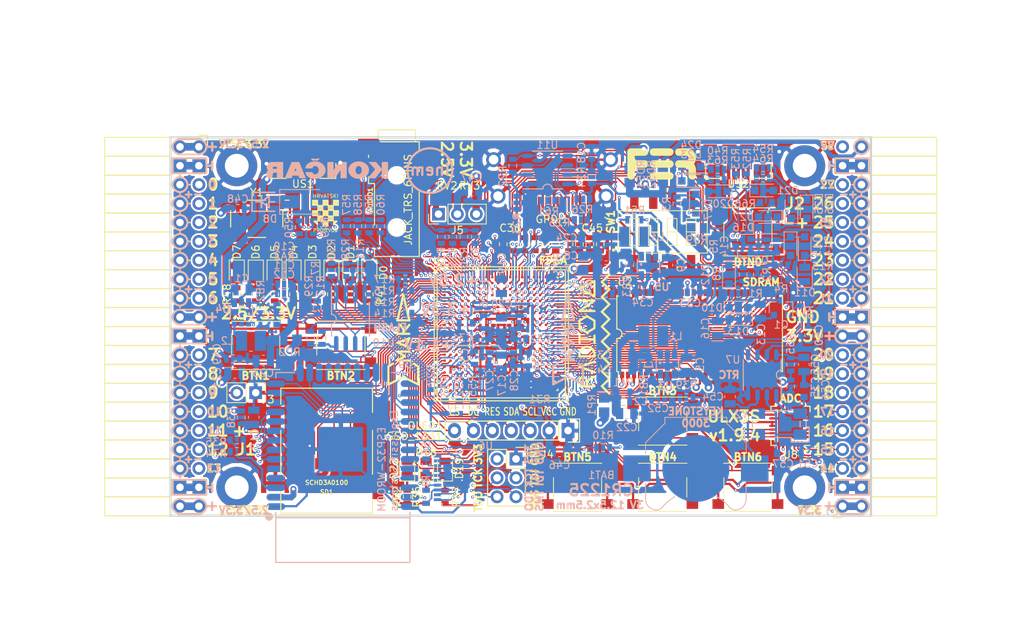
<source format=kicad_pcb>
(kicad_pcb (version 20171130) (host pcbnew 5.0.0-rc2+dfsg1-3)
  (layers (0 F.Cu signal) (1 In1.Cu signal) (2 In2.Cu signal) (31 B.Cu signal) (34 B.Paste user) (35 F.Paste user) (36 B.SilkS user) (37 F.SilkS user) (38 B.Mask user) (39 F.Mask user) (44 Edge.Cuts user))
  (net 0 "")
  (net 1 GND)
  (net 2 +5V)
  (net 3 /gpio/IN5V)
  (net 4 /gpio/OUT5V)
  (net 5 +3V3)
  (net 6 BTN_D)
  (net 7 BTN_F1)
  (net 8 BTN_F2)
  (net 9 BTN_L)
  (net 10 BTN_R)
  (net 11 BTN_U)
  (net 12 /power/FB1)
  (net 13 +2V5)
  (net 14 /power/PWREN)
  (net 15 /power/FB3)
  (net 16 /power/FB2)
  (net 17 /power/VBAT)
  (net 18 JTAG_TDI)
  (net 19 JTAG_TCK)
  (net 20 JTAG_TMS)
  (net 21 JTAG_TDO)
  (net 22 /power/WAKEUPn)
  (net 23 /power/WKUP)
  (net 24 /power/SHUT)
  (net 25 /power/WAKE)
  (net 26 /power/HOLD)
  (net 27 /power/WKn)
  (net 28 /power/OSCI_32k)
  (net 29 /power/OSCO_32k)
  (net 30 SHUTDOWN)
  (net 31 GPDI_SDA)
  (net 32 GPDI_SCL)
  (net 33 /gpdi/VREF2)
  (net 34 SD_CMD)
  (net 35 SD_CLK)
  (net 36 SD_D0)
  (net 37 SD_D1)
  (net 38 USB5V)
  (net 39 GPDI_CEC)
  (net 40 nRESET)
  (net 41 FTDI_nDTR)
  (net 42 SDRAM_CKE)
  (net 43 SDRAM_A7)
  (net 44 SDRAM_D15)
  (net 45 SDRAM_BA1)
  (net 46 SDRAM_D7)
  (net 47 SDRAM_A6)
  (net 48 SDRAM_CLK)
  (net 49 SDRAM_D13)
  (net 50 SDRAM_BA0)
  (net 51 SDRAM_D6)
  (net 52 SDRAM_A5)
  (net 53 SDRAM_D14)
  (net 54 SDRAM_A11)
  (net 55 SDRAM_D12)
  (net 56 SDRAM_D5)
  (net 57 SDRAM_A4)
  (net 58 SDRAM_A10)
  (net 59 SDRAM_D11)
  (net 60 SDRAM_A3)
  (net 61 SDRAM_D4)
  (net 62 SDRAM_D10)
  (net 63 SDRAM_D9)
  (net 64 SDRAM_A9)
  (net 65 SDRAM_D3)
  (net 66 SDRAM_D8)
  (net 67 SDRAM_A8)
  (net 68 SDRAM_A2)
  (net 69 SDRAM_A1)
  (net 70 SDRAM_A0)
  (net 71 SDRAM_D2)
  (net 72 SDRAM_D1)
  (net 73 SDRAM_D0)
  (net 74 SDRAM_DQM0)
  (net 75 SDRAM_nCS)
  (net 76 SDRAM_nRAS)
  (net 77 SDRAM_DQM1)
  (net 78 SDRAM_nCAS)
  (net 79 SDRAM_nWE)
  (net 80 /flash/FLASH_nWP)
  (net 81 /flash/FLASH_nHOLD)
  (net 82 /flash/FLASH_MOSI)
  (net 83 /flash/FLASH_MISO)
  (net 84 /flash/FLASH_SCK)
  (net 85 /flash/FLASH_nCS)
  (net 86 /flash/FPGA_PROGRAMN)
  (net 87 /flash/FPGA_DONE)
  (net 88 /flash/FPGA_INITN)
  (net 89 OLED_RES)
  (net 90 OLED_DC)
  (net 91 OLED_CS)
  (net 92 WIFI_EN)
  (net 93 FTDI_nRTS)
  (net 94 FTDI_TXD)
  (net 95 FTDI_RXD)
  (net 96 WIFI_RXD)
  (net 97 WIFI_GPIO0)
  (net 98 WIFI_TXD)
  (net 99 USB_FTDI_D+)
  (net 100 USB_FTDI_D-)
  (net 101 SD_D3)
  (net 102 AUDIO_L3)
  (net 103 AUDIO_L2)
  (net 104 AUDIO_L1)
  (net 105 AUDIO_L0)
  (net 106 AUDIO_R3)
  (net 107 AUDIO_R2)
  (net 108 AUDIO_R1)
  (net 109 AUDIO_R0)
  (net 110 OLED_CLK)
  (net 111 OLED_MOSI)
  (net 112 LED0)
  (net 113 LED1)
  (net 114 LED2)
  (net 115 LED3)
  (net 116 LED4)
  (net 117 LED5)
  (net 118 LED6)
  (net 119 LED7)
  (net 120 BTN_PWRn)
  (net 121 FTDI_nTXLED)
  (net 122 FTDI_nSLEEP)
  (net 123 /blinkey/LED_PWREN)
  (net 124 /blinkey/LED_TXLED)
  (net 125 /sdcard/SD3V3)
  (net 126 SD_D2)
  (net 127 CLK_25MHz)
  (net 128 /blinkey/BTNPUL)
  (net 129 /blinkey/BTNPUR)
  (net 130 USB_FPGA_D+)
  (net 131 /power/FTDI_nSUSPEND)
  (net 132 /blinkey/ALED0)
  (net 133 /blinkey/ALED1)
  (net 134 /blinkey/ALED2)
  (net 135 /blinkey/ALED3)
  (net 136 /blinkey/ALED4)
  (net 137 /blinkey/ALED5)
  (net 138 /blinkey/ALED6)
  (net 139 /blinkey/ALED7)
  (net 140 /usb/FTD-)
  (net 141 /usb/FTD+)
  (net 142 ADC_MISO)
  (net 143 ADC_MOSI)
  (net 144 ADC_CSn)
  (net 145 ADC_SCLK)
  (net 146 SW3)
  (net 147 SW2)
  (net 148 SW1)
  (net 149 USB_FPGA_D-)
  (net 150 /usb/FPD+)
  (net 151 /usb/FPD-)
  (net 152 WIFI_GPIO16)
  (net 153 /usb/ANT_433MHz)
  (net 154 /power/PWRBTn)
  (net 155 PROG_DONE)
  (net 156 /power/P3V3)
  (net 157 /power/P2V5)
  (net 158 /power/L1)
  (net 159 /power/L3)
  (net 160 /power/L2)
  (net 161 FTDI_TXDEN)
  (net 162 SDRAM_A12)
  (net 163 /analog/AUDIO_V)
  (net 164 AUDIO_V3)
  (net 165 AUDIO_V2)
  (net 166 AUDIO_V1)
  (net 167 AUDIO_V0)
  (net 168 /blinkey/LED_WIFI)
  (net 169 /power/P1V1)
  (net 170 +1V1)
  (net 171 SW4)
  (net 172 /blinkey/SWPU)
  (net 173 /wifi/WIFIEN)
  (net 174 FT2V5)
  (net 175 GN0)
  (net 176 GP0)
  (net 177 GN1)
  (net 178 GP1)
  (net 179 GN2)
  (net 180 GP2)
  (net 181 GN3)
  (net 182 GP3)
  (net 183 GN4)
  (net 184 GP4)
  (net 185 GN5)
  (net 186 GP5)
  (net 187 GN6)
  (net 188 GP6)
  (net 189 GN14)
  (net 190 GP14)
  (net 191 GN15)
  (net 192 GP15)
  (net 193 GN16)
  (net 194 GP16)
  (net 195 GN17)
  (net 196 GP17)
  (net 197 GN18)
  (net 198 GP18)
  (net 199 GN19)
  (net 200 GP19)
  (net 201 GN20)
  (net 202 GP20)
  (net 203 GN21)
  (net 204 GP21)
  (net 205 GN22)
  (net 206 GP22)
  (net 207 GN23)
  (net 208 GP23)
  (net 209 GN24)
  (net 210 GP24)
  (net 211 GN25)
  (net 212 GP25)
  (net 213 GN26)
  (net 214 GP26)
  (net 215 GN27)
  (net 216 GP27)
  (net 217 GN7)
  (net 218 GP7)
  (net 219 GN8)
  (net 220 GP8)
  (net 221 GN9)
  (net 222 GP9)
  (net 223 GN10)
  (net 224 GP10)
  (net 225 GN11)
  (net 226 GP11)
  (net 227 GN12)
  (net 228 GP12)
  (net 229 GN13)
  (net 230 GP13)
  (net 231 WIFI_GPIO5)
  (net 232 WIFI_GPIO17)
  (net 233 USB_FPGA_PULL_D+)
  (net 234 USB_FPGA_PULL_D-)
  (net 235 "Net-(D23-Pad2)")
  (net 236 "Net-(D24-Pad1)")
  (net 237 "Net-(D25-Pad2)")
  (net 238 "Net-(D26-Pad1)")
  (net 239 /gpdi/GPDI_ETH+)
  (net 240 FPDI_ETH+)
  (net 241 /gpdi/GPDI_ETH-)
  (net 242 FPDI_ETH-)
  (net 243 /gpdi/GPDI_D2-)
  (net 244 FPDI_D2-)
  (net 245 /gpdi/GPDI_D1-)
  (net 246 FPDI_D1-)
  (net 247 /gpdi/GPDI_D0-)
  (net 248 FPDI_D0-)
  (net 249 /gpdi/GPDI_CLK-)
  (net 250 FPDI_CLK-)
  (net 251 /gpdi/GPDI_D2+)
  (net 252 FPDI_D2+)
  (net 253 /gpdi/GPDI_D1+)
  (net 254 FPDI_D1+)
  (net 255 /gpdi/GPDI_D0+)
  (net 256 FPDI_D0+)
  (net 257 /gpdi/GPDI_CLK+)
  (net 258 FPDI_CLK+)
  (net 259 FPDI_SDA)
  (net 260 FPDI_SCL)
  (net 261 /gpdi/FPDI_CEC)
  (net 262 2V5_3V3)
  (net 263 "Net-(AUDIO1-Pad5)")
  (net 264 "Net-(AUDIO1-Pad6)")
  (net 265 "Net-(U1-PadA15)")
  (net 266 "Net-(U1-PadC9)")
  (net 267 "Net-(U1-PadD9)")
  (net 268 "Net-(U1-PadD10)")
  (net 269 "Net-(U1-PadD11)")
  (net 270 "Net-(U1-PadD12)")
  (net 271 "Net-(U1-PadE6)")
  (net 272 "Net-(U1-PadE9)")
  (net 273 "Net-(U1-PadE10)")
  (net 274 "Net-(U1-PadE11)")
  (net 275 "Net-(U1-PadJ4)")
  (net 276 "Net-(U1-PadJ5)")
  (net 277 "Net-(U1-PadK5)")
  (net 278 "Net-(U1-PadL5)")
  (net 279 "Net-(U1-PadM4)")
  (net 280 "Net-(U1-PadM5)")
  (net 281 SD_CD)
  (net 282 SD_WP)
  (net 283 "Net-(U1-PadR3)")
  (net 284 "Net-(U1-PadT16)")
  (net 285 "Net-(U1-PadW4)")
  (net 286 "Net-(U1-PadW5)")
  (net 287 "Net-(U1-PadW8)")
  (net 288 "Net-(U1-PadW9)")
  (net 289 "Net-(U1-PadW13)")
  (net 290 "Net-(U1-PadW14)")
  (net 291 "Net-(U1-PadW17)")
  (net 292 "Net-(U1-PadW18)")
  (net 293 FTDI_nRXLED)
  (net 294 "Net-(U8-Pad12)")
  (net 295 "Net-(U8-Pad25)")
  (net 296 "Net-(U9-Pad32)")
  (net 297 "Net-(U9-Pad22)")
  (net 298 "Net-(U9-Pad21)")
  (net 299 "Net-(U9-Pad20)")
  (net 300 "Net-(U9-Pad19)")
  (net 301 "Net-(U9-Pad18)")
  (net 302 "Net-(U9-Pad17)")
  (net 303 "Net-(U9-Pad12)")
  (net 304 "Net-(U9-Pad5)")
  (net 305 "Net-(U9-Pad4)")
  (net 306 "Net-(US1-Pad4)")
  (net 307 "Net-(Y2-Pad3)")
  (net 308 "Net-(Y2-Pad2)")
  (net 309 "Net-(U1-PadK16)")
  (net 310 "Net-(U1-PadK17)")
  (net 311 /usb/US2VBUS)
  (net 312 /power/SHD)
  (net 313 /power/RTCVDD)
  (net 314 "Net-(D27-Pad2)")
  (net 315 US2_ID)
  (net 316 /analog/AUDIO_L)
  (net 317 /analog/AUDIO_R)
  (module Keystone_3000_1x12mm-CoinCell:Keystone_3000_1x12mm-CoinCell (layer B.Cu) (at 164.585 105.87 90)
    (fp_text reference BAT1 (at -0.907 -12.685 180) (layer B.SilkS) (effects (justify mirror)))
    (fp_text value CR1225)
    (pad 1 smd rect (at 0 7.9 180) (size 3.7 3.5) (layers B.Cu B.Paste B.Mask) (net 17 /power/VBAT) (clearance 0.7))
    (pad 1 smd rect (at 0 -7.9 180) (size 3.7 3.5) (layers B.Cu B.Paste B.Mask) (net 17 /power/VBAT) (clearance 0.7))
    (pad 2 smd circle (at 0 0 180) (size 9 9) (layers B.Cu B.Mask) (net 1 GND))
  )
  (module SM8:SM8 (layer B.Cu) (at 144.68 65.8015 90)
    (fp_text reference U11 (at 3.3475 -0.019 -180) (layer B.SilkS) (effects (justify mirror)))
    (fp_text value PCA9306D)
    (pad 1 smd rect (at -1.905 -2.7) (size 1.55 0.6) (layers B.Cu B.Paste B.Mask) (net 1 GND))
    (pad 2 smd oval (at -0.635 -2.7) (size 1.55 0.6) (layers B.Cu B.Paste B.Mask) (net 13 +2V5))
    (pad 3 smd oval (at 0.635 -2.7) (size 1.55 0.6) (layers B.Cu B.Paste B.Mask) (net 260 FPDI_SCL))
    (pad 4 smd oval (at 1.905 -2.7) (size 1.55 0.6) (layers B.Cu B.Paste B.Mask) (net 259 FPDI_SDA))
    (pad 5 smd oval (at 1.905 2.7) (size 1.55 0.6) (layers B.Cu B.Paste B.Mask) (net 31 GPDI_SDA))
    (pad 6 smd oval (at 0.635 2.7) (size 1.55 0.6) (layers B.Cu B.Paste B.Mask) (net 32 GPDI_SCL))
    (pad 7 smd oval (at -0.635 2.7) (size 1.55 0.6) (layers B.Cu B.Paste B.Mask) (net 33 /gpdi/VREF2))
    (pad 8 smd oval (at -1.905 2.7) (size 1.55 0.6) (layers B.Cu B.Paste B.Mask) (net 5 +3V3))
  )
  (module TSOP54:TSOP54 (layer F.Cu) (at 165.093 87.8 90)
    (fp_text reference U2 (at 6.98 -9.993 180) (layer F.SilkS))
    (fp_text value MT48LC16M16A2TG)
    (pad 28 smd rect (at 5.53 10.4 90) (size 0.9 0.56) (layers F.Cu F.Paste F.Mask) (net 1 GND))
    (pad 1 smd rect (at -5.53 -10.4 90) (size 0.9 0.56) (layers F.Cu F.Paste F.Mask) (net 5 +3V3))
    (pad 2 smd rect (at -5.53 -9.6 90) (size 0.9 0.56) (layers F.Cu F.Paste F.Mask) (net 73 SDRAM_D0))
    (pad 3 smd rect (at -5.53 -8.8 90) (size 0.9 0.56) (layers F.Cu F.Paste F.Mask) (net 5 +3V3))
    (pad 4 smd rect (at -5.53 -8 90) (size 0.9 0.56) (layers F.Cu F.Paste F.Mask) (net 72 SDRAM_D1))
    (pad 5 smd rect (at -5.53 -7.2 90) (size 0.9 0.56) (layers F.Cu F.Paste F.Mask) (net 71 SDRAM_D2))
    (pad 6 smd rect (at -5.53 -6.4 90) (size 0.9 0.56) (layers F.Cu F.Paste F.Mask) (net 1 GND))
    (pad 7 smd rect (at -5.53 -5.6 90) (size 0.9 0.56) (layers F.Cu F.Paste F.Mask) (net 65 SDRAM_D3))
    (pad 8 smd rect (at -5.53 -4.8 90) (size 0.9 0.56) (layers F.Cu F.Paste F.Mask) (net 61 SDRAM_D4))
    (pad 9 smd rect (at -5.53 -4 90) (size 0.9 0.56) (layers F.Cu F.Paste F.Mask) (net 5 +3V3))
    (pad 10 smd rect (at -5.53 -3.2 90) (size 0.9 0.56) (layers F.Cu F.Paste F.Mask) (net 56 SDRAM_D5))
    (pad 11 smd rect (at -5.53 -2.4 90) (size 0.9 0.56) (layers F.Cu F.Paste F.Mask) (net 51 SDRAM_D6))
    (pad 12 smd rect (at -5.53 -1.6 90) (size 0.9 0.56) (layers F.Cu F.Paste F.Mask) (net 1 GND))
    (pad 13 smd rect (at -5.53 -0.8 90) (size 0.9 0.56) (layers F.Cu F.Paste F.Mask) (net 46 SDRAM_D7))
    (pad 14 smd rect (at -5.53 0 90) (size 0.9 0.56) (layers F.Cu F.Paste F.Mask) (net 5 +3V3))
    (pad 15 smd rect (at -5.53 0.8 90) (size 0.9 0.56) (layers F.Cu F.Paste F.Mask) (net 74 SDRAM_DQM0))
    (pad 16 smd rect (at -5.53 1.6 90) (size 0.9 0.56) (layers F.Cu F.Paste F.Mask) (net 79 SDRAM_nWE))
    (pad 17 smd rect (at -5.53 2.4 90) (size 0.9 0.56) (layers F.Cu F.Paste F.Mask) (net 78 SDRAM_nCAS))
    (pad 18 smd rect (at -5.53 3.2 90) (size 0.9 0.56) (layers F.Cu F.Paste F.Mask) (net 76 SDRAM_nRAS))
    (pad 19 smd rect (at -5.53 4 90) (size 0.9 0.56) (layers F.Cu F.Paste F.Mask) (net 75 SDRAM_nCS))
    (pad 20 smd rect (at -5.53 4.8 90) (size 0.9 0.56) (layers F.Cu F.Paste F.Mask) (net 50 SDRAM_BA0))
    (pad 21 smd rect (at -5.53 5.6 90) (size 0.9 0.56) (layers F.Cu F.Paste F.Mask) (net 45 SDRAM_BA1))
    (pad 22 smd rect (at -5.53 6.4 90) (size 0.9 0.56) (layers F.Cu F.Paste F.Mask) (net 58 SDRAM_A10))
    (pad 23 smd rect (at -5.53 7.2 90) (size 0.9 0.56) (layers F.Cu F.Paste F.Mask) (net 70 SDRAM_A0))
    (pad 24 smd rect (at -5.53 8 90) (size 0.9 0.56) (layers F.Cu F.Paste F.Mask) (net 69 SDRAM_A1))
    (pad 25 smd rect (at -5.53 8.8 90) (size 0.9 0.56) (layers F.Cu F.Paste F.Mask) (net 68 SDRAM_A2))
    (pad 26 smd rect (at -5.53 9.6 90) (size 0.9 0.56) (layers F.Cu F.Paste F.Mask) (net 60 SDRAM_A3))
    (pad 27 smd rect (at -5.53 10.4 90) (size 0.9 0.56) (layers F.Cu F.Paste F.Mask) (net 5 +3V3))
    (pad 29 smd rect (at 5.53 9.6 90) (size 0.9 0.56) (layers F.Cu F.Paste F.Mask) (net 57 SDRAM_A4))
    (pad 30 smd rect (at 5.53 8.8 90) (size 0.9 0.56) (layers F.Cu F.Paste F.Mask) (net 52 SDRAM_A5))
    (pad 31 smd rect (at 5.53 8 90) (size 0.9 0.56) (layers F.Cu F.Paste F.Mask) (net 47 SDRAM_A6))
    (pad 32 smd rect (at 5.53 7.2 90) (size 0.9 0.56) (layers F.Cu F.Paste F.Mask) (net 43 SDRAM_A7))
    (pad 33 smd rect (at 5.53 6.4 90) (size 0.9 0.56) (layers F.Cu F.Paste F.Mask) (net 67 SDRAM_A8))
    (pad 34 smd rect (at 5.53 5.6 90) (size 0.9 0.56) (layers F.Cu F.Paste F.Mask) (net 64 SDRAM_A9))
    (pad 35 smd rect (at 5.53 4.8 90) (size 0.9 0.56) (layers F.Cu F.Paste F.Mask) (net 54 SDRAM_A11))
    (pad 36 smd rect (at 5.53 4 90) (size 0.9 0.56) (layers F.Cu F.Paste F.Mask) (net 162 SDRAM_A12))
    (pad 37 smd rect (at 5.53 3.2 90) (size 0.9 0.56) (layers F.Cu F.Paste F.Mask) (net 42 SDRAM_CKE))
    (pad 38 smd rect (at 5.53 2.4 90) (size 0.9 0.56) (layers F.Cu F.Paste F.Mask) (net 48 SDRAM_CLK))
    (pad 39 smd rect (at 5.53 1.6 90) (size 0.9 0.56) (layers F.Cu F.Paste F.Mask) (net 77 SDRAM_DQM1))
    (pad 40 smd rect (at 5.53 0.8 90) (size 0.9 0.56) (layers F.Cu F.Paste F.Mask))
    (pad 41 smd rect (at 5.53 0 90) (size 0.9 0.56) (layers F.Cu F.Paste F.Mask) (net 1 GND))
    (pad 42 smd rect (at 5.53 -0.8 90) (size 0.9 0.56) (layers F.Cu F.Paste F.Mask) (net 66 SDRAM_D8))
    (pad 43 smd rect (at 5.53 -1.6 90) (size 0.9 0.56) (layers F.Cu F.Paste F.Mask) (net 5 +3V3))
    (pad 44 smd rect (at 5.53 -2.4 90) (size 0.9 0.56) (layers F.Cu F.Paste F.Mask) (net 63 SDRAM_D9))
    (pad 45 smd rect (at 5.53 -3.2 90) (size 0.9 0.56) (layers F.Cu F.Paste F.Mask) (net 62 SDRAM_D10))
    (pad 46 smd rect (at 5.53 -4 90) (size 0.9 0.56) (layers F.Cu F.Paste F.Mask) (net 1 GND))
    (pad 47 smd rect (at 5.53 -4.8 90) (size 0.9 0.56) (layers F.Cu F.Paste F.Mask) (net 59 SDRAM_D11))
    (pad 48 smd rect (at 5.53 -5.6 90) (size 0.9 0.56) (layers F.Cu F.Paste F.Mask) (net 55 SDRAM_D12))
    (pad 49 smd rect (at 5.53 -6.4 90) (size 0.9 0.56) (layers F.Cu F.Paste F.Mask) (net 5 +3V3))
    (pad 50 smd rect (at 5.53 -7.2 90) (size 0.9 0.56) (layers F.Cu F.Paste F.Mask) (net 49 SDRAM_D13))
    (pad 51 smd rect (at 5.53 -8 90) (size 0.9 0.56) (layers F.Cu F.Paste F.Mask) (net 53 SDRAM_D14))
    (pad 52 smd rect (at 5.53 -8.8 90) (size 0.9 0.56) (layers F.Cu F.Paste F.Mask) (net 1 GND))
    (pad 53 smd rect (at 5.53 -9.6 90) (size 0.9 0.56) (layers F.Cu F.Paste F.Mask) (net 44 SDRAM_D15))
    (pad 54 smd rect (at 5.53 -10.4 90) (size 0.9 0.56) (layers F.Cu F.Paste F.Mask) (net 1 GND))
  )
  (module SOA008-150mil:SOA008-150-208mil (layer B.Cu) (at 118.245 85.822 270)
    (fp_text reference U10 (at 3.175 -4.445) (layer B.SilkS) (effects (justify mirror)))
    (fp_text value IS25LP128F-JBLE)
    (pad 1 smd rect (at -3.302 1.905 270) (size 2.1 0.6) (layers B.Cu B.Paste B.Mask) (net 85 /flash/FLASH_nCS))
    (pad 2 smd oval (at -3.302 0.635 270) (size 2.1 0.6) (layers B.Cu B.Paste B.Mask) (net 83 /flash/FLASH_MISO))
    (pad 3 smd oval (at -3.302 -0.635 270) (size 2.1 0.6) (layers B.Cu B.Paste B.Mask) (net 80 /flash/FLASH_nWP))
    (pad 4 smd oval (at -3.302 -1.905 270) (size 2.1 0.6) (layers B.Cu B.Paste B.Mask) (net 1 GND))
    (pad 5 smd oval (at 3.302 -1.905 270) (size 2.1 0.6) (layers B.Cu B.Paste B.Mask) (net 82 /flash/FLASH_MOSI))
    (pad 6 smd oval (at 3.302 -0.635 270) (size 2.1 0.6) (layers B.Cu B.Paste B.Mask) (net 84 /flash/FLASH_SCK))
    (pad 7 smd oval (at 3.302 0.635 270) (size 2.1 0.6) (layers B.Cu B.Paste B.Mask) (net 81 /flash/FLASH_nHOLD))
    (pad 8 smd oval (at 3.302 1.905 270) (size 2.1 0.6) (layers B.Cu B.Paste B.Mask) (net 5 +3V3))
  )
  (module SOT96-1:SOT96-1 (layer B.Cu) (at 173.49 93.315 90)
    (fp_text reference U7 (at 2.032 -3.937 180) (layer B.SilkS) (effects (justify mirror)))
    (fp_text value PCF8523)
    (pad 1 smd rect (at -2.7 1.905 90) (size 1.55 0.6) (layers B.Cu B.Paste B.Mask) (net 28 /power/OSCI_32k))
    (pad 2 smd oval (at -2.7 0.635 90) (size 1.55 0.6) (layers B.Cu B.Paste B.Mask) (net 29 /power/OSCO_32k))
    (pad 3 smd oval (at -2.7 -0.635 90) (size 1.55 0.6) (layers B.Cu B.Paste B.Mask) (net 17 /power/VBAT))
    (pad 4 smd oval (at -2.7 -1.905 90) (size 1.55 0.6) (layers B.Cu B.Paste B.Mask) (net 1 GND))
    (pad 5 smd oval (at 2.7 -1.905 90) (size 1.55 0.6) (layers B.Cu B.Paste B.Mask) (net 259 FPDI_SDA))
    (pad 6 smd oval (at 2.7 -0.635 90) (size 1.55 0.6) (layers B.Cu B.Paste B.Mask) (net 260 FPDI_SCL))
    (pad 7 smd oval (at 2.7 0.635 90) (size 1.55 0.6) (layers B.Cu B.Paste B.Mask) (net 22 /power/WAKEUPn))
    (pad 8 smd oval (at 2.7 1.905 90) (size 1.55 0.6) (layers B.Cu B.Paste B.Mask) (net 313 /power/RTCVDD))
  )
  (module ft231x:FT231X-SSOP-20_4.4x6.5mm_Pitch0.65mm (layer B.Cu) (at 132.835 107.14 180)
    (fp_text reference U6 (at -3.556 4.318 180) (layer B.SilkS) (effects (justify mirror)))
    (fp_text value FT231XS)
    (pad 20 smd rect (at 2.9 2.925 180) (size 1 0.4) (layers B.Cu B.Paste B.Mask) (net 94 FTDI_TXD))
    (pad 19 smd rect (at 2.9 2.275 180) (size 1 0.4) (layers B.Cu B.Paste B.Mask) (net 122 FTDI_nSLEEP))
    (pad 18 smd rect (at 2.9 1.625 180) (size 1 0.4) (layers B.Cu B.Paste B.Mask) (net 161 FTDI_TXDEN))
    (pad 17 smd rect (at 2.9 0.975 180) (size 1 0.4) (layers B.Cu B.Paste B.Mask) (net 293 FTDI_nRXLED))
    (pad 16 smd rect (at 2.9 0.325 180) (size 1 0.4) (layers B.Cu B.Paste B.Mask) (net 1 GND))
    (pad 15 smd rect (at 2.9 -0.325 180) (size 1 0.4) (layers B.Cu B.Paste B.Mask) (net 38 USB5V))
    (pad 14 smd rect (at 2.9 -0.975 180) (size 1 0.4) (layers B.Cu B.Paste B.Mask) (net 40 nRESET))
    (pad 13 smd rect (at 2.9 -1.625 180) (size 1 0.4) (layers B.Cu B.Paste B.Mask) (net 174 FT2V5))
    (pad 12 smd rect (at 2.9 -2.275 180) (size 1 0.4) (layers B.Cu B.Paste B.Mask) (net 100 USB_FTDI_D-))
    (pad 11 smd rect (at 2.9 -2.925 180) (size 1 0.4) (layers B.Cu B.Paste B.Mask) (net 99 USB_FTDI_D+))
    (pad 10 smd rect (at -2.9 -2.925 180) (size 1 0.4) (layers B.Cu B.Paste B.Mask) (net 121 FTDI_nTXLED))
    (pad 9 smd rect (at -2.9 -2.275 180) (size 1 0.4) (layers B.Cu B.Paste B.Mask) (net 21 JTAG_TDO))
    (pad 8 smd rect (at -2.9 -1.625 180) (size 1 0.4) (layers B.Cu B.Paste B.Mask) (net 20 JTAG_TMS))
    (pad 7 smd rect (at -2.9 -0.975 180) (size 1 0.4) (layers B.Cu B.Paste B.Mask) (net 19 JTAG_TCK))
    (pad 6 smd rect (at -2.9 -0.325 180) (size 1 0.4) (layers B.Cu B.Paste B.Mask) (net 1 GND))
    (pad 5 smd rect (at -2.9 0.325 180) (size 1 0.4) (layers B.Cu B.Paste B.Mask) (net 18 JTAG_TDI))
    (pad 4 smd rect (at -2.9 0.975 180) (size 1 0.4) (layers B.Cu B.Paste B.Mask) (net 95 FTDI_RXD))
    (pad 3 smd rect (at -2.9 1.625 180) (size 1 0.4) (layers B.Cu B.Paste B.Mask) (net 174 FT2V5))
    (pad 2 smd rect (at -2.9 2.275 180) (size 1 0.4) (layers B.Cu B.Paste B.Mask) (net 93 FTDI_nRTS))
    (pad 1 smd rect (at -2.9 2.925 180) (size 1 0.4) (layers B.Cu B.Paste B.Mask) (net 41 FTDI_nDTR))
  )
  (module TSOT-25:TSOT-25 (layer B.Cu) (at 158.235 78.692)
    (fp_text reference U5 (at 1.793 2.812) (layer B.SilkS) (effects (font (thickness 0.2)) (justify mirror)))
    (fp_text value TLV62569DBV)
    (pad 1 smd rect (at -0.95 -1.3) (size 0.7 1.2) (layers B.Cu B.Paste B.Mask) (net 14 /power/PWREN))
    (pad 2 smd rect (at 0 -1.3) (size 0.7 1.2) (layers B.Cu B.Paste B.Mask) (net 1 GND))
    (pad 3 smd rect (at 0.95 -1.3) (size 0.7 1.2) (layers B.Cu B.Paste B.Mask) (net 159 /power/L3))
    (pad 4 smd rect (at 0.95 1.3) (size 0.7 1.2) (layers B.Cu B.Paste B.Mask) (net 2 +5V))
    (pad 5 smd rect (at -0.95 1.3) (size 0.7 1.2) (layers B.Cu B.Paste B.Mask) (net 15 /power/FB3))
  )
  (module TSOT-25:TSOT-25 (layer B.Cu) (at 160.775 91.9)
    (fp_text reference U3 (at -0.295 2.9) (layer B.SilkS) (effects (font (thickness 0.2)) (justify mirror)))
    (fp_text value TLV62569DBV)
    (pad 1 smd rect (at -0.95 -1.3) (size 0.7 1.2) (layers B.Cu B.Paste B.Mask) (net 14 /power/PWREN))
    (pad 2 smd rect (at 0 -1.3) (size 0.7 1.2) (layers B.Cu B.Paste B.Mask) (net 1 GND))
    (pad 3 smd rect (at 0.95 -1.3) (size 0.7 1.2) (layers B.Cu B.Paste B.Mask) (net 158 /power/L1))
    (pad 4 smd rect (at 0.95 1.3) (size 0.7 1.2) (layers B.Cu B.Paste B.Mask) (net 2 +5V))
    (pad 5 smd rect (at -0.95 1.3) (size 0.7 1.2) (layers B.Cu B.Paste B.Mask) (net 12 /power/FB1))
  )
  (module TSOT-25:TSOT-25 (layer B.Cu) (at 103.625 84.915 180)
    (fp_text reference U4 (at 2.525 0.4265 180) (layer B.SilkS) (effects (font (thickness 0.2)) (justify mirror)))
    (fp_text value TLV62569DBV)
    (pad 1 smd rect (at -0.95 -1.3 180) (size 0.7 1.2) (layers B.Cu B.Paste B.Mask) (net 14 /power/PWREN))
    (pad 2 smd rect (at 0 -1.3 180) (size 0.7 1.2) (layers B.Cu B.Paste B.Mask) (net 1 GND))
    (pad 3 smd rect (at 0.95 -1.3 180) (size 0.7 1.2) (layers B.Cu B.Paste B.Mask) (net 160 /power/L2))
    (pad 4 smd rect (at 0.95 1.3 180) (size 0.7 1.2) (layers B.Cu B.Paste B.Mask) (net 2 +5V))
    (pad 5 smd rect (at -0.95 1.3 180) (size 0.7 1.2) (layers B.Cu B.Paste B.Mask) (net 16 /power/FB2))
  )
  (module ESP32:ESP32-WROOM (layer B.Cu) (at 117.23 105.75 180)
    (fp_text reference U9 (at -8.366 13.85 180) (layer B.SilkS) (effects (justify mirror)))
    (fp_text value ESP-WROOM32)
    (fp_text user "Espressif Systems" (at -6.858 0.889 90) (layer B.SilkS) (effects (justify mirror)))
    (fp_text user ESP32-WROOM (at -5.207 -0.254 90) (layer B.SilkS) (effects (justify mirror)))
    (pad 38 smd oval (at -9 -5.25 180) (size 2.5 0.9) (layers B.Cu B.Paste B.Mask) (net 1 GND))
    (pad 37 smd oval (at -9 -3.98 180) (size 2.5 0.9) (layers B.Cu B.Paste B.Mask) (net 18 JTAG_TDI))
    (pad 36 smd oval (at -9 -2.71 180) (size 2.5 0.9) (layers B.Cu B.Paste B.Mask) (net 155 PROG_DONE))
    (pad 35 smd oval (at -9 -1.44 180) (size 2.5 0.9) (layers B.Cu B.Paste B.Mask) (net 98 WIFI_TXD))
    (pad 34 smd oval (at -9 -0.17 180) (size 2.5 0.9) (layers B.Cu B.Paste B.Mask) (net 96 WIFI_RXD))
    (pad 33 smd oval (at -9 1.1 180) (size 2.5 0.9) (layers B.Cu B.Paste B.Mask) (net 20 JTAG_TMS))
    (pad 32 smd oval (at -9 2.37 180) (size 2.5 0.9) (layers B.Cu B.Paste B.Mask) (net 296 "Net-(U9-Pad32)"))
    (pad 31 smd oval (at -9 3.64 180) (size 2.5 0.9) (layers B.Cu B.Paste B.Mask) (net 21 JTAG_TDO))
    (pad 30 smd oval (at -9 4.91 180) (size 2.5 0.9) (layers B.Cu B.Paste B.Mask) (net 19 JTAG_TCK))
    (pad 29 smd oval (at -9 6.18 180) (size 2.5 0.9) (layers B.Cu B.Paste B.Mask) (net 231 WIFI_GPIO5))
    (pad 28 smd oval (at -9 7.45 180) (size 2.5 0.9) (layers B.Cu B.Paste B.Mask) (net 232 WIFI_GPIO17))
    (pad 27 smd oval (at -9 8.72 180) (size 2.5 0.9) (layers B.Cu B.Paste B.Mask) (net 152 WIFI_GPIO16))
    (pad 26 smd oval (at -9 9.99 180) (size 2.5 0.9) (layers B.Cu B.Paste B.Mask) (net 37 SD_D1))
    (pad 25 smd oval (at -9 11.26 180) (size 2.5 0.9) (layers B.Cu B.Paste B.Mask) (net 97 WIFI_GPIO0))
    (pad 24 smd oval (at -5.715 12.75 180) (size 0.9 2.5) (layers B.Cu B.Paste B.Mask) (net 36 SD_D0))
    (pad 23 smd oval (at -4.445 12.75 180) (size 0.9 2.5) (layers B.Cu B.Paste B.Mask) (net 34 SD_CMD))
    (pad 22 smd oval (at -3.175 12.75 180) (size 0.9 2.5) (layers B.Cu B.Paste B.Mask) (net 297 "Net-(U9-Pad22)"))
    (pad 21 smd oval (at -1.905 12.75 180) (size 0.9 2.5) (layers B.Cu B.Paste B.Mask) (net 298 "Net-(U9-Pad21)"))
    (pad 20 smd oval (at -0.635 12.75 180) (size 0.9 2.5) (layers B.Cu B.Paste B.Mask) (net 299 "Net-(U9-Pad20)"))
    (pad 19 smd oval (at 0.635 12.75 180) (size 0.9 2.5) (layers B.Cu B.Paste B.Mask) (net 300 "Net-(U9-Pad19)"))
    (pad 18 smd oval (at 1.905 12.75 180) (size 0.9 2.5) (layers B.Cu B.Paste B.Mask) (net 301 "Net-(U9-Pad18)"))
    (pad 17 smd oval (at 3.175 12.75 180) (size 0.9 2.5) (layers B.Cu B.Paste B.Mask) (net 302 "Net-(U9-Pad17)"))
    (pad 16 smd oval (at 4.445 12.75 180) (size 0.9 2.5) (layers B.Cu B.Paste B.Mask) (net 101 SD_D3))
    (pad 15 smd oval (at 5.715 12.75 180) (size 0.9 2.5) (layers B.Cu B.Paste B.Mask) (net 1 GND))
    (pad 14 smd oval (at 9 11.26 180) (size 2.5 0.9) (layers B.Cu B.Paste B.Mask) (net 126 SD_D2))
    (pad 13 smd oval (at 9 9.99 180) (size 2.5 0.9) (layers B.Cu B.Paste B.Mask) (net 35 SD_CLK))
    (pad 12 smd oval (at 9 8.72 180) (size 2.5 0.9) (layers B.Cu B.Paste B.Mask) (net 303 "Net-(U9-Pad12)"))
    (pad 11 smd oval (at 9 7.45 180) (size 2.5 0.9) (layers B.Cu B.Paste B.Mask) (net 225 GN11))
    (pad 10 smd oval (at 9 6.18 180) (size 2.5 0.9) (layers B.Cu B.Paste B.Mask) (net 226 GP11))
    (pad 9 smd oval (at 9 4.91 180) (size 2.5 0.9) (layers B.Cu B.Paste B.Mask) (net 227 GN12))
    (pad 8 smd oval (at 9 3.64 180) (size 2.5 0.9) (layers B.Cu B.Paste B.Mask) (net 228 GP12))
    (pad 7 smd oval (at 9 2.37 180) (size 2.5 0.9) (layers B.Cu B.Paste B.Mask) (net 229 GN13))
    (pad 6 smd oval (at 9 1.1 180) (size 2.5 0.9) (layers B.Cu B.Paste B.Mask) (net 230 GP13))
    (pad 5 smd oval (at 9 -0.17 180) (size 2.5 0.9) (layers B.Cu B.Paste B.Mask) (net 304 "Net-(U9-Pad5)"))
    (pad 4 smd oval (at 9 -1.44 180) (size 2.5 0.9) (layers B.Cu B.Paste B.Mask) (net 305 "Net-(U9-Pad4)"))
    (pad 3 smd oval (at 9 -2.71 180) (size 2.5 0.9) (layers B.Cu B.Paste B.Mask) (net 173 /wifi/WIFIEN))
    (pad 2 smd oval (at 9 -3.98 180) (size 2.5 0.9) (layers B.Cu B.Paste B.Mask) (net 5 +3V3))
    (pad 1 smd oval (at 9 -5.25 180) (size 2.5 0.9) (layers B.Cu B.Paste B.Mask) (net 1 GND))
    (pad 39 smd rect (at 0.3 2.45 180) (size 6 6) (layers B.Cu B.Paste B.Mask) (net 1 GND))
  )
  (module inem:inem (layer B.Cu) (at 128.913 65.883)
    (fp_text reference REF** hide)
    (fp_text value inem hide)
    (fp_text user inem (at 0 -0.1) (layer B.SilkS) (effects (font (size 1.5 1.5) (thickness 0.3)) (justify mirror)))
  )
  (module fer:fer4mm6 (layer F.Cu) (at 159.901 64.994)
    (fp_text reference fer hide)
    (fp_text value fer hide)
  )
  (module Socket_Strips:Socket_Strip_Angled_2x20 (layer F.Cu) (at 97.91 62.69 270)
    (fp_text reference J1 (at 40.64 -6.35) (layer F.SilkS) (effects (font (size 1.5 1.5) (thickness 0.3))))
    (fp_text value CONN_02X20 hide)
    (pad 1 thru_hole oval (at 0 0 270) (size 1.7272 1.7272) (drill 1.016) (layers *.Cu *.Mask) (net 262 2V5_3V3))
    (pad 2 thru_hole oval (at 0 2.54 270) (size 1.7272 1.7272) (drill 1.016) (layers *.Cu *.Mask) (net 262 2V5_3V3))
    (pad 3 thru_hole rect (at 2.54 0 270) (size 1.7272 1.7272) (drill 1.016) (layers *.Cu *.Mask) (net 1 GND))
    (pad 4 thru_hole rect (at 2.54 2.54 270) (size 1.7272 1.7272) (drill 1.016) (layers *.Cu *.Mask) (net 1 GND))
    (pad 5 thru_hole oval (at 5.08 0 270) (size 1.7272 1.7272) (drill 1.016) (layers *.Cu *.Mask) (net 175 GN0))
    (pad 6 thru_hole oval (at 5.08 2.54 270) (size 1.7272 1.7272) (drill 1.016) (layers *.Cu *.Mask) (net 176 GP0))
    (pad 7 thru_hole oval (at 7.62 0 270) (size 1.7272 1.7272) (drill 1.016) (layers *.Cu *.Mask) (net 177 GN1))
    (pad 8 thru_hole oval (at 7.62 2.54 270) (size 1.7272 1.7272) (drill 1.016) (layers *.Cu *.Mask) (net 178 GP1))
    (pad 9 thru_hole oval (at 10.16 0 270) (size 1.7272 1.7272) (drill 1.016) (layers *.Cu *.Mask) (net 179 GN2))
    (pad 10 thru_hole oval (at 10.16 2.54 270) (size 1.7272 1.7272) (drill 1.016) (layers *.Cu *.Mask) (net 180 GP2))
    (pad 11 thru_hole oval (at 12.7 0 270) (size 1.7272 1.7272) (drill 1.016) (layers *.Cu *.Mask) (net 181 GN3))
    (pad 12 thru_hole oval (at 12.7 2.54 270) (size 1.7272 1.7272) (drill 1.016) (layers *.Cu *.Mask) (net 182 GP3))
    (pad 13 thru_hole oval (at 15.24 0 270) (size 1.7272 1.7272) (drill 1.016) (layers *.Cu *.Mask) (net 183 GN4))
    (pad 14 thru_hole oval (at 15.24 2.54 270) (size 1.7272 1.7272) (drill 1.016) (layers *.Cu *.Mask) (net 184 GP4))
    (pad 15 thru_hole oval (at 17.78 0 270) (size 1.7272 1.7272) (drill 1.016) (layers *.Cu *.Mask) (net 185 GN5))
    (pad 16 thru_hole oval (at 17.78 2.54 270) (size 1.7272 1.7272) (drill 1.016) (layers *.Cu *.Mask) (net 186 GP5))
    (pad 17 thru_hole oval (at 20.32 0 270) (size 1.7272 1.7272) (drill 1.016) (layers *.Cu *.Mask) (net 187 GN6))
    (pad 18 thru_hole oval (at 20.32 2.54 270) (size 1.7272 1.7272) (drill 1.016) (layers *.Cu *.Mask) (net 188 GP6))
    (pad 19 thru_hole oval (at 22.86 0 270) (size 1.7272 1.7272) (drill 1.016) (layers *.Cu *.Mask) (net 262 2V5_3V3))
    (pad 20 thru_hole oval (at 22.86 2.54 270) (size 1.7272 1.7272) (drill 1.016) (layers *.Cu *.Mask) (net 262 2V5_3V3))
    (pad 21 thru_hole rect (at 25.4 0 270) (size 1.7272 1.7272) (drill 1.016) (layers *.Cu *.Mask) (net 1 GND))
    (pad 22 thru_hole rect (at 25.4 2.54 270) (size 1.7272 1.7272) (drill 1.016) (layers *.Cu *.Mask) (net 1 GND))
    (pad 23 thru_hole oval (at 27.94 0 270) (size 1.7272 1.7272) (drill 1.016) (layers *.Cu *.Mask) (net 217 GN7))
    (pad 24 thru_hole oval (at 27.94 2.54 270) (size 1.7272 1.7272) (drill 1.016) (layers *.Cu *.Mask) (net 218 GP7))
    (pad 25 thru_hole oval (at 30.48 0 270) (size 1.7272 1.7272) (drill 1.016) (layers *.Cu *.Mask) (net 219 GN8))
    (pad 26 thru_hole oval (at 30.48 2.54 270) (size 1.7272 1.7272) (drill 1.016) (layers *.Cu *.Mask) (net 220 GP8))
    (pad 27 thru_hole oval (at 33.02 0 270) (size 1.7272 1.7272) (drill 1.016) (layers *.Cu *.Mask) (net 221 GN9))
    (pad 28 thru_hole oval (at 33.02 2.54 270) (size 1.7272 1.7272) (drill 1.016) (layers *.Cu *.Mask) (net 222 GP9))
    (pad 29 thru_hole oval (at 35.56 0 270) (size 1.7272 1.7272) (drill 1.016) (layers *.Cu *.Mask) (net 223 GN10))
    (pad 30 thru_hole oval (at 35.56 2.54 270) (size 1.7272 1.7272) (drill 1.016) (layers *.Cu *.Mask) (net 224 GP10))
    (pad 31 thru_hole oval (at 38.1 0 270) (size 1.7272 1.7272) (drill 1.016) (layers *.Cu *.Mask) (net 225 GN11))
    (pad 32 thru_hole oval (at 38.1 2.54 270) (size 1.7272 1.7272) (drill 1.016) (layers *.Cu *.Mask) (net 226 GP11))
    (pad 33 thru_hole oval (at 40.64 0 270) (size 1.7272 1.7272) (drill 1.016) (layers *.Cu *.Mask) (net 227 GN12))
    (pad 34 thru_hole oval (at 40.64 2.54 270) (size 1.7272 1.7272) (drill 1.016) (layers *.Cu *.Mask) (net 228 GP12))
    (pad 35 thru_hole oval (at 43.18 0 270) (size 1.7272 1.7272) (drill 1.016) (layers *.Cu *.Mask) (net 229 GN13))
    (pad 36 thru_hole oval (at 43.18 2.54 270) (size 1.7272 1.7272) (drill 1.016) (layers *.Cu *.Mask) (net 230 GP13))
    (pad 37 thru_hole rect (at 45.72 0 270) (size 1.7272 1.7272) (drill 1.016) (layers *.Cu *.Mask) (net 1 GND))
    (pad 38 thru_hole rect (at 45.72 2.54 270) (size 1.7272 1.7272) (drill 1.016) (layers *.Cu *.Mask) (net 1 GND))
    (pad 39 thru_hole oval (at 48.26 0 270) (size 1.7272 1.7272) (drill 1.016) (layers *.Cu *.Mask) (net 262 2V5_3V3))
    (pad 40 thru_hole oval (at 48.26 2.54 270) (size 1.7272 1.7272) (drill 1.016) (layers *.Cu *.Mask) (net 262 2V5_3V3))
  )
  (module Socket_Strips:Socket_Strip_Angled_2x20 (layer F.Cu) (at 184.27 110.95 90)
    (fp_text reference J2 (at 40.64 -6.35 180) (layer F.SilkS) (effects (font (size 1.5 1.5) (thickness 0.3))))
    (fp_text value CONN_02X20 hide)
    (pad 1 thru_hole oval (at 0 0 90) (size 1.7272 1.7272) (drill 1.016) (layers *.Cu *.Mask) (net 5 +3V3))
    (pad 2 thru_hole oval (at 0 2.54 90) (size 1.7272 1.7272) (drill 1.016) (layers *.Cu *.Mask) (net 5 +3V3))
    (pad 3 thru_hole rect (at 2.54 0 90) (size 1.7272 1.7272) (drill 1.016) (layers *.Cu *.Mask) (net 1 GND))
    (pad 4 thru_hole rect (at 2.54 2.54 90) (size 1.7272 1.7272) (drill 1.016) (layers *.Cu *.Mask) (net 1 GND))
    (pad 5 thru_hole oval (at 5.08 0 90) (size 1.7272 1.7272) (drill 1.016) (layers *.Cu *.Mask) (net 189 GN14))
    (pad 6 thru_hole oval (at 5.08 2.54 90) (size 1.7272 1.7272) (drill 1.016) (layers *.Cu *.Mask) (net 190 GP14))
    (pad 7 thru_hole oval (at 7.62 0 90) (size 1.7272 1.7272) (drill 1.016) (layers *.Cu *.Mask) (net 191 GN15))
    (pad 8 thru_hole oval (at 7.62 2.54 90) (size 1.7272 1.7272) (drill 1.016) (layers *.Cu *.Mask) (net 192 GP15))
    (pad 9 thru_hole oval (at 10.16 0 90) (size 1.7272 1.7272) (drill 1.016) (layers *.Cu *.Mask) (net 193 GN16))
    (pad 10 thru_hole oval (at 10.16 2.54 90) (size 1.7272 1.7272) (drill 1.016) (layers *.Cu *.Mask) (net 194 GP16))
    (pad 11 thru_hole oval (at 12.7 0 90) (size 1.7272 1.7272) (drill 1.016) (layers *.Cu *.Mask) (net 195 GN17))
    (pad 12 thru_hole oval (at 12.7 2.54 90) (size 1.7272 1.7272) (drill 1.016) (layers *.Cu *.Mask) (net 196 GP17))
    (pad 13 thru_hole oval (at 15.24 0 90) (size 1.7272 1.7272) (drill 1.016) (layers *.Cu *.Mask) (net 197 GN18))
    (pad 14 thru_hole oval (at 15.24 2.54 90) (size 1.7272 1.7272) (drill 1.016) (layers *.Cu *.Mask) (net 198 GP18))
    (pad 15 thru_hole oval (at 17.78 0 90) (size 1.7272 1.7272) (drill 1.016) (layers *.Cu *.Mask) (net 199 GN19))
    (pad 16 thru_hole oval (at 17.78 2.54 90) (size 1.7272 1.7272) (drill 1.016) (layers *.Cu *.Mask) (net 200 GP19))
    (pad 17 thru_hole oval (at 20.32 0 90) (size 1.7272 1.7272) (drill 1.016) (layers *.Cu *.Mask) (net 201 GN20))
    (pad 18 thru_hole oval (at 20.32 2.54 90) (size 1.7272 1.7272) (drill 1.016) (layers *.Cu *.Mask) (net 202 GP20))
    (pad 19 thru_hole oval (at 22.86 0 90) (size 1.7272 1.7272) (drill 1.016) (layers *.Cu *.Mask) (net 5 +3V3))
    (pad 20 thru_hole oval (at 22.86 2.54 90) (size 1.7272 1.7272) (drill 1.016) (layers *.Cu *.Mask) (net 5 +3V3))
    (pad 21 thru_hole rect (at 25.4 0 90) (size 1.7272 1.7272) (drill 1.016) (layers *.Cu *.Mask) (net 1 GND))
    (pad 22 thru_hole rect (at 25.4 2.54 90) (size 1.7272 1.7272) (drill 1.016) (layers *.Cu *.Mask) (net 1 GND))
    (pad 23 thru_hole oval (at 27.94 0 90) (size 1.7272 1.7272) (drill 1.016) (layers *.Cu *.Mask) (net 203 GN21))
    (pad 24 thru_hole oval (at 27.94 2.54 90) (size 1.7272 1.7272) (drill 1.016) (layers *.Cu *.Mask) (net 204 GP21))
    (pad 25 thru_hole oval (at 30.48 0 90) (size 1.7272 1.7272) (drill 1.016) (layers *.Cu *.Mask) (net 205 GN22))
    (pad 26 thru_hole oval (at 30.48 2.54 90) (size 1.7272 1.7272) (drill 1.016) (layers *.Cu *.Mask) (net 206 GP22))
    (pad 27 thru_hole oval (at 33.02 0 90) (size 1.7272 1.7272) (drill 1.016) (layers *.Cu *.Mask) (net 207 GN23))
    (pad 28 thru_hole oval (at 33.02 2.54 90) (size 1.7272 1.7272) (drill 1.016) (layers *.Cu *.Mask) (net 208 GP23))
    (pad 29 thru_hole oval (at 35.56 0 90) (size 1.7272 1.7272) (drill 1.016) (layers *.Cu *.Mask) (net 209 GN24))
    (pad 30 thru_hole oval (at 35.56 2.54 90) (size 1.7272 1.7272) (drill 1.016) (layers *.Cu *.Mask) (net 210 GP24))
    (pad 31 thru_hole oval (at 38.1 0 90) (size 1.7272 1.7272) (drill 1.016) (layers *.Cu *.Mask) (net 211 GN25))
    (pad 32 thru_hole oval (at 38.1 2.54 90) (size 1.7272 1.7272) (drill 1.016) (layers *.Cu *.Mask) (net 212 GP25))
    (pad 33 thru_hole oval (at 40.64 0 90) (size 1.7272 1.7272) (drill 1.016) (layers *.Cu *.Mask) (net 213 GN26))
    (pad 34 thru_hole oval (at 40.64 2.54 90) (size 1.7272 1.7272) (drill 1.016) (layers *.Cu *.Mask) (net 214 GP26))
    (pad 35 thru_hole oval (at 43.18 0 90) (size 1.7272 1.7272) (drill 1.016) (layers *.Cu *.Mask) (net 215 GN27))
    (pad 36 thru_hole oval (at 43.18 2.54 90) (size 1.7272 1.7272) (drill 1.016) (layers *.Cu *.Mask) (net 216 GP27))
    (pad 37 thru_hole rect (at 45.72 0 90) (size 1.7272 1.7272) (drill 1.016) (layers *.Cu *.Mask) (net 1 GND))
    (pad 38 thru_hole rect (at 45.72 2.54 90) (size 1.7272 1.7272) (drill 1.016) (layers *.Cu *.Mask) (net 1 GND))
    (pad 39 thru_hole oval (at 48.26 0 90) (size 1.7272 1.7272) (drill 1.016) (layers *.Cu *.Mask) (net 3 /gpio/IN5V))
    (pad 40 thru_hole oval (at 48.26 2.54 90) (size 1.7272 1.7272) (drill 1.016) (layers *.Cu *.Mask) (net 4 /gpio/OUT5V))
  )
  (module Mounting_Holes:MountingHole_3.2mm_M3_ISO14580_Pad (layer F.Cu) (at 102.99 108.41)
    (fp_text reference H1 hide)
    (fp_text value HOLE hide)
    (pad 1 thru_hole circle (at 0 0) (size 5.5 5.5) (drill 3.2) (layers *.Cu *.Mask) (net 1 GND))
  )
  (module Mounting_Holes:MountingHole_3.2mm_M3_ISO14580_Pad (layer F.Cu) (at 179.19 108.41)
    (fp_text reference H2 hide)
    (fp_text value HOLE hide)
    (pad 1 thru_hole circle (at 0 0) (size 5.5 5.5) (drill 3.2) (layers *.Cu *.Mask) (net 1 GND))
  )
  (module Mounting_Holes:MountingHole_3.2mm_M3_ISO14580_Pad (layer F.Cu) (at 179.19 65.23)
    (fp_text reference H3 hide)
    (fp_text value HOLE hide)
    (pad 1 thru_hole circle (at 0 0) (size 5.5 5.5) (drill 3.2) (layers *.Cu *.Mask) (net 1 GND))
  )
  (module Mounting_Holes:MountingHole_3.2mm_M3_ISO14580_Pad (layer F.Cu) (at 102.99 65.23)
    (fp_text reference H4 hide)
    (fp_text value HOLE hide)
    (pad 1 thru_hole circle (at 0 0) (size 5.5 5.5) (drill 3.2) (layers *.Cu *.Mask) (net 1 GND))
  )
  (module Socket_Strips:Socket_Strip_Straight_2x03 (layer F.Cu) (at 140.455 104.6 270)
    (fp_text reference J4 (at -0.617 -4.206) (layer F.SilkS))
    (fp_text value CONN_02X03 hide)
    (pad 1 thru_hole rect (at 0 0 270) (size 1.7272 1.7272) (drill 1.016) (layers *.Cu *.Mask) (net 1 GND))
    (pad 2 thru_hole oval (at 0 2.54 270) (size 1.7272 1.7272) (drill 1.016) (layers *.Cu *.Mask) (net 5 +3V3))
    (pad 3 thru_hole oval (at 2.54 0 270) (size 1.7272 1.7272) (drill 1.016) (layers *.Cu *.Mask) (net 18 JTAG_TDI))
    (pad 4 thru_hole oval (at 2.54 2.54 270) (size 1.7272 1.7272) (drill 1.016) (layers *.Cu *.Mask) (net 19 JTAG_TCK))
    (pad 5 thru_hole oval (at 5.08 0 270) (size 1.7272 1.7272) (drill 1.016) (layers *.Cu *.Mask) (net 20 JTAG_TMS))
    (pad 6 thru_hole oval (at 5.08 2.54 270) (size 1.7272 1.7272) (drill 1.016) (layers *.Cu *.Mask) (net 21 JTAG_TDO))
  )
  (module Housings_DFN_QFN:QFN-28-1EP_5x5mm_Pitch0.5mm (layer F.Cu) (at 177.285 100.155 180)
    (fp_text reference U8 (at 0 -3.875 180) (layer F.SilkS))
    (fp_text value MAX11125)
    (pad 1 smd oval (at -2.45 -1.5 180) (size 0.85 0.3) (layers F.Cu F.Paste F.Mask) (net 192 GP15))
    (pad 2 smd oval (at -2.45 -1 180) (size 0.85 0.3) (layers F.Cu F.Paste F.Mask) (net 193 GN16))
    (pad 3 smd oval (at -2.45 -0.5 180) (size 0.85 0.3) (layers F.Cu F.Paste F.Mask) (net 194 GP16))
    (pad 4 smd oval (at -2.45 0 180) (size 0.85 0.3) (layers F.Cu F.Paste F.Mask) (net 195 GN17))
    (pad 5 smd oval (at -2.45 0.5 180) (size 0.85 0.3) (layers F.Cu F.Paste F.Mask) (net 196 GP17))
    (pad 6 smd oval (at -2.45 1 180) (size 0.85 0.3) (layers F.Cu F.Paste F.Mask) (net 1 GND))
    (pad 7 smd oval (at -2.45 1.5 180) (size 0.85 0.3) (layers F.Cu F.Paste F.Mask) (net 1 GND))
    (pad 8 smd oval (at -1.5 2.45 270) (size 0.85 0.3) (layers F.Cu F.Paste F.Mask) (net 1 GND))
    (pad 9 smd oval (at -1 2.45 270) (size 0.85 0.3) (layers F.Cu F.Paste F.Mask) (net 1 GND))
    (pad 10 smd oval (at -0.5 2.45 270) (size 0.85 0.3) (layers F.Cu F.Paste F.Mask) (net 1 GND))
    (pad 11 smd oval (at 0 2.45 270) (size 0.85 0.3) (layers F.Cu F.Paste F.Mask) (net 1 GND))
    (pad 12 smd oval (at 0.5 2.45 270) (size 0.85 0.3) (layers F.Cu F.Paste F.Mask) (net 294 "Net-(U8-Pad12)"))
    (pad 13 smd oval (at 1 2.45 270) (size 0.85 0.3) (layers F.Cu F.Paste F.Mask) (net 1 GND))
    (pad 14 smd oval (at 1.5 2.45 270) (size 0.85 0.3) (layers F.Cu F.Paste F.Mask) (net 1 GND))
    (pad 15 smd oval (at 2.45 1.5 180) (size 0.85 0.3) (layers F.Cu F.Paste F.Mask) (net 5 +3V3))
    (pad 16 smd oval (at 2.45 1 180) (size 0.85 0.3) (layers F.Cu F.Paste F.Mask) (net 1 GND))
    (pad 17 smd oval (at 2.45 0.5 180) (size 0.85 0.3) (layers F.Cu F.Paste F.Mask) (net 5 +3V3))
    (pad 18 smd oval (at 2.45 0 180) (size 0.85 0.3) (layers F.Cu F.Paste F.Mask) (net 5 +3V3))
    (pad 19 smd oval (at 2.45 -0.5 180) (size 0.85 0.3) (layers F.Cu F.Paste F.Mask) (net 145 ADC_SCLK))
    (pad 20 smd oval (at 2.45 -1 180) (size 0.85 0.3) (layers F.Cu F.Paste F.Mask) (net 144 ADC_CSn))
    (pad 21 smd oval (at 2.45 -1.5 180) (size 0.85 0.3) (layers F.Cu F.Paste F.Mask) (net 143 ADC_MOSI))
    (pad 22 smd oval (at 1.5 -2.45 270) (size 0.85 0.3) (layers F.Cu F.Paste F.Mask) (net 1 GND))
    (pad 23 smd oval (at 1 -2.45 270) (size 0.85 0.3) (layers F.Cu F.Paste F.Mask) (net 5 +3V3))
    (pad 24 smd oval (at 0.5 -2.45 270) (size 0.85 0.3) (layers F.Cu F.Paste F.Mask) (net 142 ADC_MISO))
    (pad 25 smd oval (at 0 -2.45 270) (size 0.85 0.3) (layers F.Cu F.Paste F.Mask) (net 295 "Net-(U8-Pad25)"))
    (pad 26 smd oval (at -0.5 -2.45 270) (size 0.85 0.3) (layers F.Cu F.Paste F.Mask) (net 189 GN14))
    (pad 27 smd oval (at -1 -2.45 270) (size 0.85 0.3) (layers F.Cu F.Paste F.Mask) (net 190 GP14))
    (pad 28 smd oval (at -1.5 -2.45 270) (size 0.85 0.3) (layers F.Cu F.Paste F.Mask) (net 191 GN15))
    (pad 29 smd rect (at 0.8375 0.8375 180) (size 1.675 1.675) (layers F.Cu F.Paste F.Mask) (net 1 GND))
    (pad 29 smd rect (at 0.8375 -0.8375 180) (size 1.675 1.675) (layers F.Cu F.Paste F.Mask) (net 1 GND))
    (pad 29 smd rect (at -0.8375 0.8375 180) (size 1.675 1.675) (layers F.Cu F.Paste F.Mask) (net 1 GND))
    (pad 29 smd rect (at -0.8375 -0.8375 180) (size 1.675 1.675) (layers F.Cu F.Paste F.Mask) (net 1 GND))
  )
  (module oled:oled_13xx (layer F.Cu) (at 139.82 100.79 180)
    (fp_text reference OLED1 (at 11.557 0.635 180) (layer F.SilkS))
    (fp_text value SSD_1331 (at 12.954 -0.762 180) (layer F.SilkS))
    (fp_text user CS (at 7.62 2.54 180) (layer F.SilkS) (effects (font (size 1 0.75))))
    (fp_text user DC (at 5.08 2.54 180) (layer F.SilkS) (effects (font (size 1 0.75))))
    (fp_text user RES (at 2.54 2.54 180) (layer F.SilkS) (effects (font (size 1 0.75))))
    (fp_text user SDA (at 0 2.54 180) (layer F.SilkS) (effects (font (size 1 0.75))))
    (fp_text user SCL (at -2.54 2.54 180) (layer F.SilkS) (effects (font (size 1 0.75))))
    (fp_text user VCC (at -5.08 2.54 180) (layer F.SilkS) (effects (font (size 1 0.75))))
    (fp_text user GND (at -7.62 2.54 180) (layer F.SilkS) (effects (font (size 1 0.75))))
    (pad 1 thru_hole rect (at -7.62 0 180) (size 1.7272 2.032) (drill 1.016) (layers *.Cu *.Mask) (net 1 GND))
    (pad 2 thru_hole oval (at -5.08 0 180) (size 1.7272 2.032) (drill 1.016) (layers *.Cu *.Mask) (net 5 +3V3))
    (pad 3 thru_hole oval (at -2.54 0 180) (size 1.7272 2.032) (drill 1.016) (layers *.Cu *.Mask) (net 110 OLED_CLK))
    (pad 4 thru_hole oval (at 0 0 180) (size 1.7272 2.032) (drill 1.016) (layers *.Cu *.Mask) (net 111 OLED_MOSI))
    (pad 5 thru_hole oval (at 2.54 0 180) (size 1.7272 2.032) (drill 1.016) (layers *.Cu *.Mask) (net 89 OLED_RES))
    (pad 6 thru_hole oval (at 5.08 0 180) (size 1.7272 2.032) (drill 1.016) (layers *.Cu *.Mask) (net 90 OLED_DC))
    (pad 7 thru_hole oval (at 7.62 0 180) (size 1.7272 2.032) (drill 1.016) (layers *.Cu *.Mask) (net 91 OLED_CS))
  )
  (module Buttons_Switches_SMD:SW_SPST_PTS645 (layer F.Cu) (at 171.57 74.12 180)
    (fp_text reference BTN0 (at 0 -4.05 180) (layer F.SilkS) (effects (font (thickness 0.25))))
    (fp_text value PTS645)
    (pad 2 smd rect (at -3.98 2.25 180) (size 1.55 1.3) (layers F.Cu F.Paste F.Mask) (net 1 GND))
    (pad 1 smd rect (at -3.98 -2.25 180) (size 1.55 1.3) (layers F.Cu F.Paste F.Mask) (net 154 /power/PWRBTn))
    (pad 1 smd rect (at 3.98 -2.25 180) (size 1.55 1.3) (layers F.Cu F.Paste F.Mask) (net 154 /power/PWRBTn))
    (pad 2 smd rect (at 3.98 2.25 180) (size 1.55 1.3) (layers F.Cu F.Paste F.Mask) (net 1 GND))
  )
  (module Buttons_Switches_SMD:SW_SPST_PTS645 (layer F.Cu) (at 105.53 89.36)
    (fp_text reference BTN1 (at 0 4.064) (layer F.SilkS) (effects (font (thickness 0.25))))
    (fp_text value PTS645)
    (pad 2 smd rect (at -3.98 2.25) (size 1.55 1.3) (layers F.Cu F.Paste F.Mask) (net 7 BTN_F1))
    (pad 1 smd rect (at -3.98 -2.25) (size 1.55 1.3) (layers F.Cu F.Paste F.Mask) (net 128 /blinkey/BTNPUL))
    (pad 1 smd rect (at 3.98 -2.25) (size 1.55 1.3) (layers F.Cu F.Paste F.Mask) (net 128 /blinkey/BTNPUL))
    (pad 2 smd rect (at 3.98 2.25) (size 1.55 1.3) (layers F.Cu F.Paste F.Mask) (net 7 BTN_F1))
  )
  (module Buttons_Switches_SMD:SW_SPST_PTS645 (layer F.Cu) (at 116.96 89.36)
    (fp_text reference BTN2 (at 0 4.064) (layer F.SilkS) (effects (font (thickness 0.25))))
    (fp_text value PTS645)
    (pad 2 smd rect (at -3.98 2.25) (size 1.55 1.3) (layers F.Cu F.Paste F.Mask) (net 8 BTN_F2))
    (pad 1 smd rect (at -3.98 -2.25) (size 1.55 1.3) (layers F.Cu F.Paste F.Mask) (net 128 /blinkey/BTNPUL))
    (pad 1 smd rect (at 3.98 -2.25) (size 1.55 1.3) (layers F.Cu F.Paste F.Mask) (net 128 /blinkey/BTNPUL))
    (pad 2 smd rect (at 3.98 2.25) (size 1.55 1.3) (layers F.Cu F.Paste F.Mask) (net 8 BTN_F2))
  )
  (module Buttons_Switches_SMD:SW_SPST_PTS645 (layer F.Cu) (at 160.14 99.52)
    (fp_text reference BTN3 (at 0 -4.05) (layer F.SilkS) (effects (font (thickness 0.25))))
    (fp_text value PTS645)
    (pad 2 smd rect (at -3.98 2.25) (size 1.55 1.3) (layers F.Cu F.Paste F.Mask) (net 11 BTN_U))
    (pad 1 smd rect (at -3.98 -2.25) (size 1.55 1.3) (layers F.Cu F.Paste F.Mask) (net 129 /blinkey/BTNPUR))
    (pad 1 smd rect (at 3.98 -2.25) (size 1.55 1.3) (layers F.Cu F.Paste F.Mask) (net 129 /blinkey/BTNPUR))
    (pad 2 smd rect (at 3.98 2.25) (size 1.55 1.3) (layers F.Cu F.Paste F.Mask) (net 11 BTN_U))
  )
  (module Buttons_Switches_SMD:SW_SPST_PTS645 (layer F.Cu) (at 160.14 108.41 180)
    (fp_text reference BTN4 (at 0 4.064 180) (layer F.SilkS) (effects (font (thickness 0.25))))
    (fp_text value PTS645)
    (pad 2 smd rect (at -3.98 2.25 180) (size 1.55 1.3) (layers F.Cu F.Paste F.Mask) (net 6 BTN_D))
    (pad 1 smd rect (at -3.98 -2.25 180) (size 1.55 1.3) (layers F.Cu F.Paste F.Mask) (net 129 /blinkey/BTNPUR))
    (pad 1 smd rect (at 3.98 -2.25 180) (size 1.55 1.3) (layers F.Cu F.Paste F.Mask) (net 129 /blinkey/BTNPUR))
    (pad 2 smd rect (at 3.98 2.25 180) (size 1.55 1.3) (layers F.Cu F.Paste F.Mask) (net 6 BTN_D))
  )
  (module Buttons_Switches_SMD:SW_SPST_PTS645 (layer F.Cu) (at 148.71 108.41 180)
    (fp_text reference BTN5 (at 0 4.064 180) (layer F.SilkS) (effects (font (thickness 0.25))))
    (fp_text value PTS645)
    (pad 2 smd rect (at -3.98 2.25 180) (size 1.55 1.3) (layers F.Cu F.Paste F.Mask) (net 9 BTN_L))
    (pad 1 smd rect (at -3.98 -2.25 180) (size 1.55 1.3) (layers F.Cu F.Paste F.Mask) (net 129 /blinkey/BTNPUR))
    (pad 1 smd rect (at 3.98 -2.25 180) (size 1.55 1.3) (layers F.Cu F.Paste F.Mask) (net 129 /blinkey/BTNPUR))
    (pad 2 smd rect (at 3.98 2.25 180) (size 1.55 1.3) (layers F.Cu F.Paste F.Mask) (net 9 BTN_L))
  )
  (module Buttons_Switches_SMD:SW_SPST_PTS645 (layer F.Cu) (at 171.57 108.41 180)
    (fp_text reference BTN6 (at 0 4.064 180) (layer F.SilkS) (effects (font (thickness 0.25))))
    (fp_text value PTS645)
    (pad 2 smd rect (at -3.98 2.25 180) (size 1.55 1.3) (layers F.Cu F.Paste F.Mask) (net 10 BTN_R))
    (pad 1 smd rect (at -3.98 -2.25 180) (size 1.55 1.3) (layers F.Cu F.Paste F.Mask) (net 129 /blinkey/BTNPUR))
    (pad 1 smd rect (at 3.98 -2.25 180) (size 1.55 1.3) (layers F.Cu F.Paste F.Mask) (net 129 /blinkey/BTNPUR))
    (pad 2 smd rect (at 3.98 2.25 180) (size 1.55 1.3) (layers F.Cu F.Paste F.Mask) (net 10 BTN_R))
  )
  (module Buttons_Switches_SMD:SW_DIP_x4_W8.61mm_Slide_LowProfile (layer F.Cu) (at 160.14 74.12 90)
    (fp_text reference SW1 (at 1.379 -6.97 90) (layer F.SilkS) (effects (font (thickness 0.25))))
    (fp_text value SW_DIP_x04)
    (pad 1 smd rect (at -4.305 -3.81 90) (size 2.44 1.12) (layers F.Cu F.Mask) (net 172 /blinkey/SWPU))
    (pad 5 smd rect (at 4.305 3.81 90) (size 2.44 1.12) (layers F.Cu F.Mask) (net 171 SW4))
    (pad 2 smd rect (at -4.305 -1.27 90) (size 2.44 1.12) (layers F.Cu F.Mask) (net 172 /blinkey/SWPU))
    (pad 6 smd rect (at 4.305 1.27 90) (size 2.44 1.12) (layers F.Cu F.Mask) (net 146 SW3))
    (pad 3 smd rect (at -4.305 1.27 90) (size 2.44 1.12) (layers F.Cu F.Mask) (net 172 /blinkey/SWPU))
    (pad 7 smd rect (at 4.305 -1.27 90) (size 2.44 1.12) (layers F.Cu F.Mask) (net 147 SW2))
    (pad 4 smd rect (at -4.305 3.81 90) (size 2.44 1.12) (layers F.Cu F.Mask) (net 172 /blinkey/SWPU))
    (pad 8 smd rect (at 4.305 -3.81 90) (size 2.44 1.12) (layers F.Cu F.Mask) (net 148 SW1))
  )
  (module lfe5bg381:BGA-381_pitch0.8mm_dia0.4mm (layer F.Cu) (at 138.48 87.8)
    (fp_text reference U1 (at -8.2 -9.8) (layer F.SilkS))
    (fp_text value LFE5U-85F-6BG381C)
    (pad A2 smd circle (at -6.8 -7.6) (size 0.35 0.35) (layers F.Cu F.Paste F.Mask) (net 222 GP9))
    (pad A3 smd circle (at -6 -7.6) (size 0.35 0.35) (layers F.Cu F.Paste F.Mask) (net 109 AUDIO_R0))
    (pad A4 smd circle (at -5.2 -7.6) (size 0.35 0.35) (layers F.Cu F.Paste F.Mask) (net 220 GP8))
    (pad A5 smd circle (at -4.4 -7.6) (size 0.35 0.35) (layers F.Cu F.Paste F.Mask) (net 219 GN8))
    (pad A6 smd circle (at -3.6 -7.6) (size 0.35 0.35) (layers F.Cu F.Paste F.Mask) (net 218 GP7))
    (pad A7 smd circle (at -2.8 -7.6) (size 0.35 0.35) (layers F.Cu F.Paste F.Mask) (net 184 GP4))
    (pad A8 smd circle (at -2 -7.6) (size 0.35 0.35) (layers F.Cu F.Paste F.Mask) (net 183 GN4))
    (pad A9 smd circle (at -1.2 -7.6) (size 0.35 0.35) (layers F.Cu F.Paste F.Mask) (net 180 GP2))
    (pad A10 smd circle (at -0.4 -7.6) (size 0.35 0.35) (layers F.Cu F.Paste F.Mask) (net 178 GP1))
    (pad A11 smd circle (at 0.4 -7.6) (size 0.35 0.35) (layers F.Cu F.Paste F.Mask) (net 177 GN1))
    (pad A12 smd circle (at 1.2 -7.6) (size 0.35 0.35) (layers F.Cu F.Paste F.Mask) (net 252 FPDI_D2+))
    (pad A13 smd circle (at 2 -7.6) (size 0.35 0.35) (layers F.Cu F.Paste F.Mask) (net 244 FPDI_D2-))
    (pad A14 smd circle (at 2.8 -7.6) (size 0.35 0.35) (layers F.Cu F.Paste F.Mask) (net 254 FPDI_D1+))
    (pad A15 smd circle (at 3.6 -7.6) (size 0.35 0.35) (layers F.Cu F.Paste F.Mask) (net 265 "Net-(U1-PadA15)"))
    (pad A16 smd circle (at 4.4 -7.6) (size 0.35 0.35) (layers F.Cu F.Paste F.Mask) (net 256 FPDI_D0+))
    (pad A17 smd circle (at 5.2 -7.6) (size 0.35 0.35) (layers F.Cu F.Paste F.Mask) (net 258 FPDI_CLK+))
    (pad A18 smd circle (at 6 -7.6) (size 0.35 0.35) (layers F.Cu F.Paste F.Mask) (net 261 /gpdi/FPDI_CEC))
    (pad A19 smd circle (at 6.8 -7.6) (size 0.35 0.35) (layers F.Cu F.Paste F.Mask) (net 240 FPDI_ETH+))
    (pad B1 smd circle (at -7.6 -6.8) (size 0.35 0.35) (layers F.Cu F.Paste F.Mask) (net 221 GN9))
    (pad B2 smd circle (at -6.8 -6.8) (size 0.35 0.35) (layers F.Cu F.Paste F.Mask) (net 112 LED0))
    (pad B3 smd circle (at -6 -6.8) (size 0.35 0.35) (layers F.Cu F.Paste F.Mask) (net 102 AUDIO_L3))
    (pad B4 smd circle (at -5.2 -6.8) (size 0.35 0.35) (layers F.Cu F.Paste F.Mask) (net 223 GN10))
    (pad B5 smd circle (at -4.4 -6.8) (size 0.35 0.35) (layers F.Cu F.Paste F.Mask) (net 108 AUDIO_R1))
    (pad B6 smd circle (at -3.6 -6.8) (size 0.35 0.35) (layers F.Cu F.Paste F.Mask) (net 217 GN7))
    (pad B7 smd circle (at -2.8 -6.8) (size 0.35 0.35) (layers F.Cu F.Paste F.Mask) (net 1 GND))
    (pad B8 smd circle (at -2 -6.8) (size 0.35 0.35) (layers F.Cu F.Paste F.Mask) (net 185 GN5))
    (pad B9 smd circle (at -1.2 -6.8) (size 0.35 0.35) (layers F.Cu F.Paste F.Mask) (net 182 GP3))
    (pad B10 smd circle (at -0.4 -6.8) (size 0.35 0.35) (layers F.Cu F.Paste F.Mask) (net 179 GN2))
    (pad B11 smd circle (at 0.4 -6.8) (size 0.35 0.35) (layers F.Cu F.Paste F.Mask) (net 176 GP0))
    (pad B12 smd circle (at 1.2 -6.8) (size 0.35 0.35) (layers F.Cu F.Paste F.Mask) (net 233 USB_FPGA_PULL_D+))
    (pad B13 smd circle (at 2 -6.8) (size 0.35 0.35) (layers F.Cu F.Paste F.Mask) (net 214 GP26))
    (pad B14 smd circle (at 2.8 -6.8) (size 0.35 0.35) (layers F.Cu F.Paste F.Mask) (net 1 GND))
    (pad B15 smd circle (at 3.6 -6.8) (size 0.35 0.35) (layers F.Cu F.Paste F.Mask) (net 206 GP22))
    (pad B16 smd circle (at 4.4 -6.8) (size 0.35 0.35) (layers F.Cu F.Paste F.Mask) (net 248 FPDI_D0-))
    (pad B17 smd circle (at 5.2 -6.8) (size 0.35 0.35) (layers F.Cu F.Paste F.Mask) (net 208 GP23))
    (pad B18 smd circle (at 6 -6.8) (size 0.35 0.35) (layers F.Cu F.Paste F.Mask) (net 250 FPDI_CLK-))
    (pad B19 smd circle (at 6.8 -6.8) (size 0.35 0.35) (layers F.Cu F.Paste F.Mask) (net 259 FPDI_SDA))
    (pad B20 smd circle (at 7.6 -6.8) (size 0.35 0.35) (layers F.Cu F.Paste F.Mask) (net 242 FPDI_ETH-))
    (pad C1 smd circle (at -7.6 -6) (size 0.35 0.35) (layers F.Cu F.Paste F.Mask) (net 114 LED2))
    (pad C2 smd circle (at -6.8 -6) (size 0.35 0.35) (layers F.Cu F.Paste F.Mask) (net 113 LED1))
    (pad C3 smd circle (at -6 -6) (size 0.35 0.35) (layers F.Cu F.Paste F.Mask) (net 103 AUDIO_L2))
    (pad C4 smd circle (at -5.2 -6) (size 0.35 0.35) (layers F.Cu F.Paste F.Mask) (net 224 GP10))
    (pad C5 smd circle (at -4.4 -6) (size 0.35 0.35) (layers F.Cu F.Paste F.Mask) (net 106 AUDIO_R3))
    (pad C6 smd circle (at -3.6 -6) (size 0.35 0.35) (layers F.Cu F.Paste F.Mask) (net 188 GP6))
    (pad C7 smd circle (at -2.8 -6) (size 0.35 0.35) (layers F.Cu F.Paste F.Mask) (net 187 GN6))
    (pad C8 smd circle (at -2 -6) (size 0.35 0.35) (layers F.Cu F.Paste F.Mask) (net 186 GP5))
    (pad C9 smd circle (at -1.2 -6) (size 0.35 0.35) (layers F.Cu F.Paste F.Mask) (net 266 "Net-(U1-PadC9)"))
    (pad C10 smd circle (at -0.4 -6) (size 0.35 0.35) (layers F.Cu F.Paste F.Mask) (net 181 GN3))
    (pad C11 smd circle (at 0.4 -6) (size 0.35 0.35) (layers F.Cu F.Paste F.Mask) (net 175 GN0))
    (pad C12 smd circle (at 1.2 -6) (size 0.35 0.35) (layers F.Cu F.Paste F.Mask) (net 234 USB_FPGA_PULL_D-))
    (pad C13 smd circle (at 2 -6) (size 0.35 0.35) (layers F.Cu F.Paste F.Mask) (net 213 GN26))
    (pad C14 smd circle (at 2.8 -6) (size 0.35 0.35) (layers F.Cu F.Paste F.Mask) (net 246 FPDI_D1-))
    (pad C15 smd circle (at 3.6 -6) (size 0.35 0.35) (layers F.Cu F.Paste F.Mask) (net 205 GN22))
    (pad C16 smd circle (at 4.4 -6) (size 0.35 0.35) (layers F.Cu F.Paste F.Mask) (net 210 GP24))
    (pad C17 smd circle (at 5.2 -6) (size 0.35 0.35) (layers F.Cu F.Paste F.Mask) (net 207 GN23))
    (pad C18 smd circle (at 6 -6) (size 0.35 0.35) (layers F.Cu F.Paste F.Mask) (net 204 GP21))
    (pad C19 smd circle (at 6.8 -6) (size 0.35 0.35) (layers F.Cu F.Paste F.Mask) (net 1 GND))
    (pad C20 smd circle (at 7.6 -6) (size 0.35 0.35) (layers F.Cu F.Paste F.Mask) (net 59 SDRAM_D11))
    (pad D1 smd circle (at -7.6 -5.2) (size 0.35 0.35) (layers F.Cu F.Paste F.Mask) (net 116 LED4))
    (pad D2 smd circle (at -6.8 -5.2) (size 0.35 0.35) (layers F.Cu F.Paste F.Mask) (net 115 LED3))
    (pad D3 smd circle (at -6 -5.2) (size 0.35 0.35) (layers F.Cu F.Paste F.Mask) (net 104 AUDIO_L1))
    (pad D4 smd circle (at -5.2 -5.2) (size 0.35 0.35) (layers F.Cu F.Paste F.Mask) (net 1 GND))
    (pad D5 smd circle (at -4.4 -5.2) (size 0.35 0.35) (layers F.Cu F.Paste F.Mask) (net 107 AUDIO_R2))
    (pad D6 smd circle (at -3.6 -5.2) (size 0.35 0.35) (layers F.Cu F.Paste F.Mask) (net 120 BTN_PWRn))
    (pad D7 smd circle (at -2.8 -5.2) (size 0.35 0.35) (layers F.Cu F.Paste F.Mask) (net 146 SW3))
    (pad D8 smd circle (at -2 -5.2) (size 0.35 0.35) (layers F.Cu F.Paste F.Mask) (net 147 SW2))
    (pad D9 smd circle (at -1.2 -5.2) (size 0.35 0.35) (layers F.Cu F.Paste F.Mask) (net 267 "Net-(U1-PadD9)"))
    (pad D10 smd circle (at -0.4 -5.2) (size 0.35 0.35) (layers F.Cu F.Paste F.Mask) (net 268 "Net-(U1-PadD10)"))
    (pad D11 smd circle (at 0.4 -5.2) (size 0.35 0.35) (layers F.Cu F.Paste F.Mask) (net 269 "Net-(U1-PadD11)"))
    (pad D12 smd circle (at 1.2 -5.2) (size 0.35 0.35) (layers F.Cu F.Paste F.Mask) (net 270 "Net-(U1-PadD12)"))
    (pad D13 smd circle (at 2 -5.2) (size 0.35 0.35) (layers F.Cu F.Paste F.Mask) (net 216 GP27))
    (pad D14 smd circle (at 2.8 -5.2) (size 0.35 0.35) (layers F.Cu F.Paste F.Mask) (net 212 GP25))
    (pad D15 smd circle (at 3.6 -5.2) (size 0.35 0.35) (layers F.Cu F.Paste F.Mask) (net 130 USB_FPGA_D+))
    (pad D16 smd circle (at 4.4 -5.2) (size 0.35 0.35) (layers F.Cu F.Paste F.Mask) (net 209 GN24))
    (pad D17 smd circle (at 5.2 -5.2) (size 0.35 0.35) (layers F.Cu F.Paste F.Mask) (net 203 GN21))
    (pad D18 smd circle (at 6 -5.2) (size 0.35 0.35) (layers F.Cu F.Paste F.Mask) (net 202 GP20))
    (pad D19 smd circle (at 6.8 -5.2) (size 0.35 0.35) (layers F.Cu F.Paste F.Mask) (net 62 SDRAM_D10))
    (pad D20 smd circle (at 7.6 -5.2) (size 0.35 0.35) (layers F.Cu F.Paste F.Mask) (net 63 SDRAM_D9))
    (pad E1 smd circle (at -7.6 -4.4) (size 0.35 0.35) (layers F.Cu F.Paste F.Mask) (net 118 LED6))
    (pad E2 smd circle (at -6.8 -4.4) (size 0.35 0.35) (layers F.Cu F.Paste F.Mask) (net 117 LED5))
    (pad E3 smd circle (at -6 -4.4) (size 0.35 0.35) (layers F.Cu F.Paste F.Mask) (net 225 GN11))
    (pad E4 smd circle (at -5.2 -4.4) (size 0.35 0.35) (layers F.Cu F.Paste F.Mask) (net 105 AUDIO_L0))
    (pad E5 smd circle (at -4.4 -4.4) (size 0.35 0.35) (layers F.Cu F.Paste F.Mask) (net 164 AUDIO_V3))
    (pad E6 smd circle (at -3.6 -4.4) (size 0.35 0.35) (layers F.Cu F.Paste F.Mask) (net 271 "Net-(U1-PadE6)"))
    (pad E7 smd circle (at -2.8 -4.4) (size 0.35 0.35) (layers F.Cu F.Paste F.Mask) (net 171 SW4))
    (pad E8 smd circle (at -2 -4.4) (size 0.35 0.35) (layers F.Cu F.Paste F.Mask) (net 148 SW1))
    (pad E9 smd circle (at -1.2 -4.4) (size 0.35 0.35) (layers F.Cu F.Paste F.Mask) (net 272 "Net-(U1-PadE9)"))
    (pad E10 smd circle (at -0.4 -4.4) (size 0.35 0.35) (layers F.Cu F.Paste F.Mask) (net 273 "Net-(U1-PadE10)"))
    (pad E11 smd circle (at 0.4 -4.4) (size 0.35 0.35) (layers F.Cu F.Paste F.Mask) (net 274 "Net-(U1-PadE11)"))
    (pad E12 smd circle (at 1.2 -4.4) (size 0.35 0.35) (layers F.Cu F.Paste F.Mask) (net 260 FPDI_SCL))
    (pad E13 smd circle (at 2 -4.4) (size 0.35 0.35) (layers F.Cu F.Paste F.Mask) (net 215 GN27))
    (pad E14 smd circle (at 2.8 -4.4) (size 0.35 0.35) (layers F.Cu F.Paste F.Mask) (net 211 GN25))
    (pad E15 smd circle (at 3.6 -4.4) (size 0.35 0.35) (layers F.Cu F.Paste F.Mask) (net 149 USB_FPGA_D-))
    (pad E16 smd circle (at 4.4 -4.4) (size 0.35 0.35) (layers F.Cu F.Paste F.Mask) (net 130 USB_FPGA_D+))
    (pad E17 smd circle (at 5.2 -4.4) (size 0.35 0.35) (layers F.Cu F.Paste F.Mask) (net 201 GN20))
    (pad E18 smd circle (at 6 -4.4) (size 0.35 0.35) (layers F.Cu F.Paste F.Mask) (net 55 SDRAM_D12))
    (pad E19 smd circle (at 6.8 -4.4) (size 0.35 0.35) (layers F.Cu F.Paste F.Mask) (net 66 SDRAM_D8))
    (pad E20 smd circle (at 7.6 -4.4) (size 0.35 0.35) (layers F.Cu F.Paste F.Mask) (net 77 SDRAM_DQM1))
    (pad F1 smd circle (at -7.6 -3.6) (size 0.35 0.35) (layers F.Cu F.Paste F.Mask) (net 92 WIFI_EN))
    (pad F2 smd circle (at -6.8 -3.6) (size 0.35 0.35) (layers F.Cu F.Paste F.Mask) (net 166 AUDIO_V1))
    (pad F3 smd circle (at -6 -3.6) (size 0.35 0.35) (layers F.Cu F.Paste F.Mask) (net 227 GN12))
    (pad F4 smd circle (at -5.2 -3.6) (size 0.35 0.35) (layers F.Cu F.Paste F.Mask) (net 226 GP11))
    (pad F5 smd circle (at -4.4 -3.6) (size 0.35 0.35) (layers F.Cu F.Paste F.Mask) (net 165 AUDIO_V2))
    (pad F6 smd circle (at -3.6 -3.6) (size 0.35 0.35) (layers F.Cu F.Paste F.Mask) (net 13 +2V5))
    (pad F7 smd circle (at -2.8 -3.6) (size 0.35 0.35) (layers F.Cu F.Paste F.Mask) (net 1 GND))
    (pad F8 smd circle (at -2 -3.6) (size 0.35 0.35) (layers F.Cu F.Paste F.Mask) (net 1 GND))
    (pad F9 smd circle (at -1.2 -3.6) (size 0.35 0.35) (layers F.Cu F.Paste F.Mask) (net 262 2V5_3V3))
    (pad F10 smd circle (at -0.4 -3.6) (size 0.35 0.35) (layers F.Cu F.Paste F.Mask) (net 262 2V5_3V3))
    (pad F11 smd circle (at 0.4 -3.6) (size 0.35 0.35) (layers F.Cu F.Paste F.Mask) (net 5 +3V3))
    (pad F12 smd circle (at 1.2 -3.6) (size 0.35 0.35) (layers F.Cu F.Paste F.Mask) (net 5 +3V3))
    (pad F13 smd circle (at 2 -3.6) (size 0.35 0.35) (layers F.Cu F.Paste F.Mask) (net 1 GND))
    (pad F14 smd circle (at 2.8 -3.6) (size 0.35 0.35) (layers F.Cu F.Paste F.Mask) (net 1 GND))
    (pad F15 smd circle (at 3.6 -3.6) (size 0.35 0.35) (layers F.Cu F.Paste F.Mask) (net 13 +2V5))
    (pad F16 smd circle (at 4.4 -3.6) (size 0.35 0.35) (layers F.Cu F.Paste F.Mask) (net 149 USB_FPGA_D-))
    (pad F17 smd circle (at 5.2 -3.6) (size 0.35 0.35) (layers F.Cu F.Paste F.Mask) (net 200 GP19))
    (pad F18 smd circle (at 6 -3.6) (size 0.35 0.35) (layers F.Cu F.Paste F.Mask) (net 49 SDRAM_D13))
    (pad F19 smd circle (at 6.8 -3.6) (size 0.35 0.35) (layers F.Cu F.Paste F.Mask) (net 48 SDRAM_CLK))
    (pad F20 smd circle (at 7.6 -3.6) (size 0.35 0.35) (layers F.Cu F.Paste F.Mask) (net 42 SDRAM_CKE))
    (pad G1 smd circle (at -7.6 -2.8) (size 0.35 0.35) (layers F.Cu F.Paste F.Mask) (net 153 /usb/ANT_433MHz))
    (pad G2 smd circle (at -6.8 -2.8) (size 0.35 0.35) (layers F.Cu F.Paste F.Mask) (net 127 CLK_25MHz))
    (pad G3 smd circle (at -6 -2.8) (size 0.35 0.35) (layers F.Cu F.Paste F.Mask) (net 228 GP12))
    (pad G4 smd circle (at -5.2 -2.8) (size 0.35 0.35) (layers F.Cu F.Paste F.Mask) (net 1 GND))
    (pad G5 smd circle (at -4.4 -2.8) (size 0.35 0.35) (layers F.Cu F.Paste F.Mask) (net 229 GN13))
    (pad G6 smd circle (at -3.6 -2.8) (size 0.35 0.35) (layers F.Cu F.Paste F.Mask) (net 1 GND))
    (pad G7 smd circle (at -2.8 -2.8) (size 0.35 0.35) (layers F.Cu F.Paste F.Mask) (net 1 GND))
    (pad G8 smd circle (at -2 -2.8) (size 0.35 0.35) (layers F.Cu F.Paste F.Mask) (net 1 GND))
    (pad G9 smd circle (at -1.2 -2.8) (size 0.35 0.35) (layers F.Cu F.Paste F.Mask) (net 1 GND))
    (pad G10 smd circle (at -0.4 -2.8) (size 0.35 0.35) (layers F.Cu F.Paste F.Mask) (net 1 GND))
    (pad G11 smd circle (at 0.4 -2.8) (size 0.35 0.35) (layers F.Cu F.Paste F.Mask) (net 1 GND))
    (pad G12 smd circle (at 1.2 -2.8) (size 0.35 0.35) (layers F.Cu F.Paste F.Mask) (net 1 GND))
    (pad G13 smd circle (at 2 -2.8) (size 0.35 0.35) (layers F.Cu F.Paste F.Mask) (net 1 GND))
    (pad G14 smd circle (at 2.8 -2.8) (size 0.35 0.35) (layers F.Cu F.Paste F.Mask) (net 1 GND))
    (pad G15 smd circle (at 3.6 -2.8) (size 0.35 0.35) (layers F.Cu F.Paste F.Mask) (net 1 GND))
    (pad G16 smd circle (at 4.4 -2.8) (size 0.35 0.35) (layers F.Cu F.Paste F.Mask) (net 30 SHUTDOWN))
    (pad G17 smd circle (at 5.2 -2.8) (size 0.35 0.35) (layers F.Cu F.Paste F.Mask) (net 1 GND))
    (pad G18 smd circle (at 6 -2.8) (size 0.35 0.35) (layers F.Cu F.Paste F.Mask) (net 199 GN19))
    (pad G19 smd circle (at 6.8 -2.8) (size 0.35 0.35) (layers F.Cu F.Paste F.Mask) (net 162 SDRAM_A12))
    (pad G20 smd circle (at 7.6 -2.8) (size 0.35 0.35) (layers F.Cu F.Paste F.Mask) (net 54 SDRAM_A11))
    (pad H1 smd circle (at -7.6 -2) (size 0.35 0.35) (layers F.Cu F.Paste F.Mask) (net 37 SD_D1))
    (pad H2 smd circle (at -6.8 -2) (size 0.35 0.35) (layers F.Cu F.Paste F.Mask) (net 35 SD_CLK))
    (pad H3 smd circle (at -6 -2) (size 0.35 0.35) (layers F.Cu F.Paste F.Mask) (net 119 LED7))
    (pad H4 smd circle (at -5.2 -2) (size 0.35 0.35) (layers F.Cu F.Paste F.Mask) (net 230 GP13))
    (pad H5 smd circle (at -4.4 -2) (size 0.35 0.35) (layers F.Cu F.Paste F.Mask) (net 167 AUDIO_V0))
    (pad H6 smd circle (at -3.6 -2) (size 0.35 0.35) (layers F.Cu F.Paste F.Mask) (net 262 2V5_3V3))
    (pad H7 smd circle (at -2.8 -2) (size 0.35 0.35) (layers F.Cu F.Paste F.Mask) (net 262 2V5_3V3))
    (pad H8 smd circle (at -2 -2) (size 0.35 0.35) (layers F.Cu F.Paste F.Mask) (net 170 +1V1))
    (pad H9 smd circle (at -1.2 -2) (size 0.35 0.35) (layers F.Cu F.Paste F.Mask) (net 170 +1V1))
    (pad H10 smd circle (at -0.4 -2) (size 0.35 0.35) (layers F.Cu F.Paste F.Mask) (net 170 +1V1))
    (pad H11 smd circle (at 0.4 -2) (size 0.35 0.35) (layers F.Cu F.Paste F.Mask) (net 170 +1V1))
    (pad H12 smd circle (at 1.2 -2) (size 0.35 0.35) (layers F.Cu F.Paste F.Mask) (net 170 +1V1))
    (pad H13 smd circle (at 2 -2) (size 0.35 0.35) (layers F.Cu F.Paste F.Mask) (net 170 +1V1))
    (pad H14 smd circle (at 2.8 -2) (size 0.35 0.35) (layers F.Cu F.Paste F.Mask) (net 5 +3V3))
    (pad H15 smd circle (at 3.6 -2) (size 0.35 0.35) (layers F.Cu F.Paste F.Mask) (net 5 +3V3))
    (pad H16 smd circle (at 4.4 -2) (size 0.35 0.35) (layers F.Cu F.Paste F.Mask) (net 10 BTN_R))
    (pad H17 smd circle (at 5.2 -2) (size 0.35 0.35) (layers F.Cu F.Paste F.Mask) (net 197 GN18))
    (pad H18 smd circle (at 6 -2) (size 0.35 0.35) (layers F.Cu F.Paste F.Mask) (net 198 GP18))
    (pad H19 smd circle (at 6.8 -2) (size 0.35 0.35) (layers F.Cu F.Paste F.Mask) (net 1 GND))
    (pad H20 smd circle (at 7.6 -2) (size 0.35 0.35) (layers F.Cu F.Paste F.Mask) (net 64 SDRAM_A9))
    (pad J1 smd circle (at -7.6 -1.2) (size 0.35 0.35) (layers F.Cu F.Paste F.Mask) (net 34 SD_CMD))
    (pad J2 smd circle (at -6.8 -1.2) (size 0.35 0.35) (layers F.Cu F.Paste F.Mask) (net 1 GND))
    (pad J3 smd circle (at -6 -1.2) (size 0.35 0.35) (layers F.Cu F.Paste F.Mask) (net 36 SD_D0))
    (pad J4 smd circle (at -5.2 -1.2) (size 0.35 0.35) (layers F.Cu F.Paste F.Mask) (net 275 "Net-(U1-PadJ4)"))
    (pad J5 smd circle (at -4.4 -1.2) (size 0.35 0.35) (layers F.Cu F.Paste F.Mask) (net 276 "Net-(U1-PadJ5)"))
    (pad J6 smd circle (at -3.6 -1.2) (size 0.35 0.35) (layers F.Cu F.Paste F.Mask) (net 262 2V5_3V3))
    (pad J7 smd circle (at -2.8 -1.2) (size 0.35 0.35) (layers F.Cu F.Paste F.Mask) (net 1 GND))
    (pad J8 smd circle (at -2 -1.2) (size 0.35 0.35) (layers F.Cu F.Paste F.Mask) (net 170 +1V1))
    (pad J9 smd circle (at -1.2 -1.2) (size 0.35 0.35) (layers F.Cu F.Paste F.Mask) (net 1 GND))
    (pad J10 smd circle (at -0.4 -1.2) (size 0.35 0.35) (layers F.Cu F.Paste F.Mask) (net 1 GND))
    (pad J11 smd circle (at 0.4 -1.2) (size 0.35 0.35) (layers F.Cu F.Paste F.Mask) (net 1 GND))
    (pad J12 smd circle (at 1.2 -1.2) (size 0.35 0.35) (layers F.Cu F.Paste F.Mask) (net 1 GND))
    (pad J13 smd circle (at 2 -1.2) (size 0.35 0.35) (layers F.Cu F.Paste F.Mask) (net 170 +1V1))
    (pad J14 smd circle (at 2.8 -1.2) (size 0.35 0.35) (layers F.Cu F.Paste F.Mask) (net 1 GND))
    (pad J15 smd circle (at 3.6 -1.2) (size 0.35 0.35) (layers F.Cu F.Paste F.Mask) (net 5 +3V3))
    (pad J16 smd circle (at 4.4 -1.2) (size 0.35 0.35) (layers F.Cu F.Paste F.Mask) (net 73 SDRAM_D0))
    (pad J17 smd circle (at 5.2 -1.2) (size 0.35 0.35) (layers F.Cu F.Paste F.Mask) (net 44 SDRAM_D15))
    (pad J18 smd circle (at 6 -1.2) (size 0.35 0.35) (layers F.Cu F.Paste F.Mask) (net 53 SDRAM_D14))
    (pad J19 smd circle (at 6.8 -1.2) (size 0.35 0.35) (layers F.Cu F.Paste F.Mask) (net 67 SDRAM_A8))
    (pad J20 smd circle (at 7.6 -1.2) (size 0.35 0.35) (layers F.Cu F.Paste F.Mask) (net 43 SDRAM_A7))
    (pad K1 smd circle (at -7.6 -0.4) (size 0.35 0.35) (layers F.Cu F.Paste F.Mask) (net 126 SD_D2))
    (pad K2 smd circle (at -6.8 -0.4) (size 0.35 0.35) (layers F.Cu F.Paste F.Mask) (net 101 SD_D3))
    (pad K3 smd circle (at -6 -0.4) (size 0.35 0.35) (layers F.Cu F.Paste F.Mask) (net 96 WIFI_RXD))
    (pad K4 smd circle (at -5.2 -0.4) (size 0.35 0.35) (layers F.Cu F.Paste F.Mask) (net 98 WIFI_TXD))
    (pad K5 smd circle (at -4.4 -0.4) (size 0.35 0.35) (layers F.Cu F.Paste F.Mask) (net 277 "Net-(U1-PadK5)"))
    (pad K6 smd circle (at -3.6 -0.4) (size 0.35 0.35) (layers F.Cu F.Paste F.Mask) (net 1 GND))
    (pad K7 smd circle (at -2.8 -0.4) (size 0.35 0.35) (layers F.Cu F.Paste F.Mask) (net 1 GND))
    (pad K8 smd circle (at -2 -0.4) (size 0.35 0.35) (layers F.Cu F.Paste F.Mask) (net 170 +1V1))
    (pad K9 smd circle (at -1.2 -0.4) (size 0.35 0.35) (layers F.Cu F.Paste F.Mask) (net 1 GND))
    (pad K10 smd circle (at -0.4 -0.4) (size 0.35 0.35) (layers F.Cu F.Paste F.Mask) (net 1 GND))
    (pad K11 smd circle (at 0.4 -0.4) (size 0.35 0.35) (layers F.Cu F.Paste F.Mask) (net 1 GND))
    (pad K12 smd circle (at 1.2 -0.4) (size 0.35 0.35) (layers F.Cu F.Paste F.Mask) (net 1 GND))
    (pad K13 smd circle (at 2 -0.4) (size 0.35 0.35) (layers F.Cu F.Paste F.Mask) (net 170 +1V1))
    (pad K14 smd circle (at 2.8 -0.4) (size 0.35 0.35) (layers F.Cu F.Paste F.Mask) (net 1 GND))
    (pad K15 smd circle (at 3.6 -0.4) (size 0.35 0.35) (layers F.Cu F.Paste F.Mask) (net 1 GND))
    (pad K16 smd circle (at 4.4 -0.4) (size 0.35 0.35) (layers F.Cu F.Paste F.Mask) (net 309 "Net-(U1-PadK16)"))
    (pad K17 smd circle (at 5.2 -0.4) (size 0.35 0.35) (layers F.Cu F.Paste F.Mask) (net 310 "Net-(U1-PadK17)"))
    (pad K18 smd circle (at 6 -0.4) (size 0.35 0.35) (layers F.Cu F.Paste F.Mask) (net 47 SDRAM_A6))
    (pad K19 smd circle (at 6.8 -0.4) (size 0.35 0.35) (layers F.Cu F.Paste F.Mask) (net 52 SDRAM_A5))
    (pad K20 smd circle (at 7.6 -0.4) (size 0.35 0.35) (layers F.Cu F.Paste F.Mask) (net 57 SDRAM_A4))
    (pad L1 smd circle (at -7.6 0.4) (size 0.35 0.35) (layers F.Cu F.Paste F.Mask) (net 152 WIFI_GPIO16))
    (pad L2 smd circle (at -6.8 0.4) (size 0.35 0.35) (layers F.Cu F.Paste F.Mask) (net 97 WIFI_GPIO0))
    (pad L3 smd circle (at -6 0.4) (size 0.35 0.35) (layers F.Cu F.Paste F.Mask) (net 161 FTDI_TXDEN))
    (pad L4 smd circle (at -5.2 0.4) (size 0.35 0.35) (layers F.Cu F.Paste F.Mask) (net 95 FTDI_RXD))
    (pad L5 smd circle (at -4.4 0.4) (size 0.35 0.35) (layers F.Cu F.Paste F.Mask) (net 278 "Net-(U1-PadL5)"))
    (pad L6 smd circle (at -3.6 0.4) (size 0.35 0.35) (layers F.Cu F.Paste F.Mask) (net 5 +3V3))
    (pad L7 smd circle (at -2.8 0.4) (size 0.35 0.35) (layers F.Cu F.Paste F.Mask) (net 5 +3V3))
    (pad L8 smd circle (at -2 0.4) (size 0.35 0.35) (layers F.Cu F.Paste F.Mask) (net 170 +1V1))
    (pad L9 smd circle (at -1.2 0.4) (size 0.35 0.35) (layers F.Cu F.Paste F.Mask) (net 1 GND))
    (pad L10 smd circle (at -0.4 0.4) (size 0.35 0.35) (layers F.Cu F.Paste F.Mask) (net 1 GND))
    (pad L11 smd circle (at 0.4 0.4) (size 0.35 0.35) (layers F.Cu F.Paste F.Mask) (net 1 GND))
    (pad L12 smd circle (at 1.2 0.4) (size 0.35 0.35) (layers F.Cu F.Paste F.Mask) (net 1 GND))
    (pad L13 smd circle (at 2 0.4) (size 0.35 0.35) (layers F.Cu F.Paste F.Mask) (net 170 +1V1))
    (pad L14 smd circle (at 2.8 0.4) (size 0.35 0.35) (layers F.Cu F.Paste F.Mask) (net 5 +3V3))
    (pad L15 smd circle (at 3.6 0.4) (size 0.35 0.35) (layers F.Cu F.Paste F.Mask) (net 5 +3V3))
    (pad L16 smd circle (at 4.4 0.4) (size 0.35 0.35) (layers F.Cu F.Paste F.Mask) (net 196 GP17))
    (pad L17 smd circle (at 5.2 0.4) (size 0.35 0.35) (layers F.Cu F.Paste F.Mask) (net 195 GN17))
    (pad L18 smd circle (at 6 0.4) (size 0.35 0.35) (layers F.Cu F.Paste F.Mask) (net 72 SDRAM_D1))
    (pad L19 smd circle (at 6.8 0.4) (size 0.35 0.35) (layers F.Cu F.Paste F.Mask) (net 60 SDRAM_A3))
    (pad L20 smd circle (at 7.6 0.4) (size 0.35 0.35) (layers F.Cu F.Paste F.Mask) (net 68 SDRAM_A2))
    (pad M1 smd circle (at -7.6 1.2) (size 0.35 0.35) (layers F.Cu F.Paste F.Mask) (net 94 FTDI_TXD))
    (pad M2 smd circle (at -6.8 1.2) (size 0.35 0.35) (layers F.Cu F.Paste F.Mask) (net 1 GND))
    (pad M3 smd circle (at -6 1.2) (size 0.35 0.35) (layers F.Cu F.Paste F.Mask) (net 93 FTDI_nRTS))
    (pad M4 smd circle (at -5.2 1.2) (size 0.35 0.35) (layers F.Cu F.Paste F.Mask) (net 279 "Net-(U1-PadM4)"))
    (pad M5 smd circle (at -4.4 1.2) (size 0.35 0.35) (layers F.Cu F.Paste F.Mask) (net 280 "Net-(U1-PadM5)"))
    (pad M6 smd circle (at -3.6 1.2) (size 0.35 0.35) (layers F.Cu F.Paste F.Mask) (net 5 +3V3))
    (pad M7 smd circle (at -2.8 1.2) (size 0.35 0.35) (layers F.Cu F.Paste F.Mask) (net 1 GND))
    (pad M8 smd circle (at -2 1.2) (size 0.35 0.35) (layers F.Cu F.Paste F.Mask) (net 170 +1V1))
    (pad M9 smd circle (at -1.2 1.2) (size 0.35 0.35) (layers F.Cu F.Paste F.Mask) (net 1 GND))
    (pad M10 smd circle (at -0.4 1.2) (size 0.35 0.35) (layers F.Cu F.Paste F.Mask) (net 1 GND))
    (pad M11 smd circle (at 0.4 1.2) (size 0.35 0.35) (layers F.Cu F.Paste F.Mask) (net 1 GND))
    (pad M12 smd circle (at 1.2 1.2) (size 0.35 0.35) (layers F.Cu F.Paste F.Mask) (net 1 GND))
    (pad M13 smd circle (at 2 1.2) (size 0.35 0.35) (layers F.Cu F.Paste F.Mask) (net 170 +1V1))
    (pad M14 smd circle (at 2.8 1.2) (size 0.35 0.35) (layers F.Cu F.Paste F.Mask) (net 1 GND))
    (pad M15 smd circle (at 3.6 1.2) (size 0.35 0.35) (layers F.Cu F.Paste F.Mask) (net 5 +3V3))
    (pad M16 smd circle (at 4.4 1.2) (size 0.35 0.35) (layers F.Cu F.Paste F.Mask) (net 1 GND))
    (pad M17 smd circle (at 5.2 1.2) (size 0.35 0.35) (layers F.Cu F.Paste F.Mask) (net 193 GN16))
    (pad M18 smd circle (at 6 1.2) (size 0.35 0.35) (layers F.Cu F.Paste F.Mask) (net 71 SDRAM_D2))
    (pad M19 smd circle (at 6.8 1.2) (size 0.35 0.35) (layers F.Cu F.Paste F.Mask) (net 69 SDRAM_A1))
    (pad M20 smd circle (at 7.6 1.2) (size 0.35 0.35) (layers F.Cu F.Paste F.Mask) (net 70 SDRAM_A0))
    (pad N1 smd circle (at -7.6 2) (size 0.35 0.35) (layers F.Cu F.Paste F.Mask) (net 41 FTDI_nDTR))
    (pad N2 smd circle (at -6.8 2) (size 0.35 0.35) (layers F.Cu F.Paste F.Mask) (net 91 OLED_CS))
    (pad N3 smd circle (at -6 2) (size 0.35 0.35) (layers F.Cu F.Paste F.Mask) (net 232 WIFI_GPIO17))
    (pad N4 smd circle (at -5.2 2) (size 0.35 0.35) (layers F.Cu F.Paste F.Mask) (net 231 WIFI_GPIO5))
    (pad N5 smd circle (at -4.4 2) (size 0.35 0.35) (layers F.Cu F.Paste F.Mask) (net 281 SD_CD))
    (pad N6 smd circle (at -3.6 2) (size 0.35 0.35) (layers F.Cu F.Paste F.Mask) (net 1 GND))
    (pad N7 smd circle (at -2.8 2) (size 0.35 0.35) (layers F.Cu F.Paste F.Mask) (net 1 GND))
    (pad N8 smd circle (at -2 2) (size 0.35 0.35) (layers F.Cu F.Paste F.Mask) (net 170 +1V1))
    (pad N9 smd circle (at -1.2 2) (size 0.35 0.35) (layers F.Cu F.Paste F.Mask) (net 170 +1V1))
    (pad N10 smd circle (at -0.4 2) (size 0.35 0.35) (layers F.Cu F.Paste F.Mask) (net 170 +1V1))
    (pad N11 smd circle (at 0.4 2) (size 0.35 0.35) (layers F.Cu F.Paste F.Mask) (net 170 +1V1))
    (pad N12 smd circle (at 1.2 2) (size 0.35 0.35) (layers F.Cu F.Paste F.Mask) (net 170 +1V1))
    (pad N13 smd circle (at 2 2) (size 0.35 0.35) (layers F.Cu F.Paste F.Mask) (net 170 +1V1))
    (pad N14 smd circle (at 2.8 2) (size 0.35 0.35) (layers F.Cu F.Paste F.Mask) (net 1 GND))
    (pad N15 smd circle (at 3.6 2) (size 0.35 0.35) (layers F.Cu F.Paste F.Mask) (net 1 GND))
    (pad N16 smd circle (at 4.4 2) (size 0.35 0.35) (layers F.Cu F.Paste F.Mask) (net 194 GP16))
    (pad N17 smd circle (at 5.2 2) (size 0.35 0.35) (layers F.Cu F.Paste F.Mask) (net 192 GP15))
    (pad N18 smd circle (at 6 2) (size 0.35 0.35) (layers F.Cu F.Paste F.Mask) (net 65 SDRAM_D3))
    (pad N19 smd circle (at 6.8 2) (size 0.35 0.35) (layers F.Cu F.Paste F.Mask) (net 58 SDRAM_A10))
    (pad N20 smd circle (at 7.6 2) (size 0.35 0.35) (layers F.Cu F.Paste F.Mask) (net 45 SDRAM_BA1))
    (pad P1 smd circle (at -7.6 2.8) (size 0.35 0.35) (layers F.Cu F.Paste F.Mask) (net 90 OLED_DC))
    (pad P2 smd circle (at -6.8 2.8) (size 0.35 0.35) (layers F.Cu F.Paste F.Mask) (net 89 OLED_RES))
    (pad P3 smd circle (at -6 2.8) (size 0.35 0.35) (layers F.Cu F.Paste F.Mask) (net 111 OLED_MOSI))
    (pad P4 smd circle (at -5.2 2.8) (size 0.35 0.35) (layers F.Cu F.Paste F.Mask) (net 110 OLED_CLK))
    (pad P5 smd circle (at -4.4 2.8) (size 0.35 0.35) (layers F.Cu F.Paste F.Mask) (net 282 SD_WP))
    (pad P6 smd circle (at -3.6 2.8) (size 0.35 0.35) (layers F.Cu F.Paste F.Mask) (net 13 +2V5))
    (pad P7 smd circle (at -2.8 2.8) (size 0.35 0.35) (layers F.Cu F.Paste F.Mask) (net 1 GND))
    (pad P8 smd circle (at -2 2.8) (size 0.35 0.35) (layers F.Cu F.Paste F.Mask) (net 1 GND))
    (pad P9 smd circle (at -1.2 2.8) (size 0.35 0.35) (layers F.Cu F.Paste F.Mask) (net 5 +3V3))
    (pad P10 smd circle (at -0.4 2.8) (size 0.35 0.35) (layers F.Cu F.Paste F.Mask) (net 5 +3V3))
    (pad P11 smd circle (at 0.4 2.8) (size 0.35 0.35) (layers F.Cu F.Paste F.Mask) (net 1 GND))
    (pad P12 smd circle (at 1.2 2.8) (size 0.35 0.35) (layers F.Cu F.Paste F.Mask) (net 1 GND))
    (pad P13 smd circle (at 2 2.8) (size 0.35 0.35) (layers F.Cu F.Paste F.Mask) (net 1 GND))
    (pad P14 smd circle (at 2.8 2.8) (size 0.35 0.35) (layers F.Cu F.Paste F.Mask) (net 1 GND))
    (pad P15 smd circle (at 3.6 2.8) (size 0.35 0.35) (layers F.Cu F.Paste F.Mask) (net 13 +2V5))
    (pad P16 smd circle (at 4.4 2.8) (size 0.35 0.35) (layers F.Cu F.Paste F.Mask) (net 191 GN15))
    (pad P17 smd circle (at 5.2 2.8) (size 0.35 0.35) (layers F.Cu F.Paste F.Mask) (net 145 ADC_SCLK))
    (pad P18 smd circle (at 6 2.8) (size 0.35 0.35) (layers F.Cu F.Paste F.Mask) (net 61 SDRAM_D4))
    (pad P19 smd circle (at 6.8 2.8) (size 0.35 0.35) (layers F.Cu F.Paste F.Mask) (net 50 SDRAM_BA0))
    (pad P20 smd circle (at 7.6 2.8) (size 0.35 0.35) (layers F.Cu F.Paste F.Mask) (net 75 SDRAM_nCS))
    (pad R1 smd circle (at -7.6 3.6) (size 0.35 0.35) (layers F.Cu F.Paste F.Mask) (net 7 BTN_F1))
    (pad R2 smd circle (at -6.8 3.6) (size 0.35 0.35) (layers F.Cu F.Paste F.Mask) (net 85 /flash/FLASH_nCS))
    (pad R3 smd circle (at -6 3.6) (size 0.35 0.35) (layers F.Cu F.Paste F.Mask) (net 283 "Net-(U1-PadR3)"))
    (pad R4 smd circle (at -5.2 3.6) (size 0.35 0.35) (layers F.Cu F.Paste F.Mask) (net 1 GND))
    (pad R5 smd circle (at -4.4 3.6) (size 0.35 0.35) (layers F.Cu F.Paste F.Mask) (net 18 JTAG_TDI))
    (pad R16 smd circle (at 4.4 3.6) (size 0.35 0.35) (layers F.Cu F.Paste F.Mask) (net 143 ADC_MOSI))
    (pad R17 smd circle (at 5.2 3.6) (size 0.35 0.35) (layers F.Cu F.Paste F.Mask) (net 144 ADC_CSn))
    (pad R18 smd circle (at 6 3.6) (size 0.35 0.35) (layers F.Cu F.Paste F.Mask) (net 11 BTN_U))
    (pad R19 smd circle (at 6.8 3.6) (size 0.35 0.35) (layers F.Cu F.Paste F.Mask) (net 1 GND))
    (pad R20 smd circle (at 7.6 3.6) (size 0.35 0.35) (layers F.Cu F.Paste F.Mask) (net 76 SDRAM_nRAS))
    (pad T1 smd circle (at -7.6 4.4) (size 0.35 0.35) (layers F.Cu F.Paste F.Mask) (net 8 BTN_F2))
    (pad T2 smd circle (at -6.8 4.4) (size 0.35 0.35) (layers F.Cu F.Paste F.Mask) (net 5 +3V3))
    (pad T3 smd circle (at -6 4.4) (size 0.35 0.35) (layers F.Cu F.Paste F.Mask) (net 5 +3V3))
    (pad T4 smd circle (at -5.2 4.4) (size 0.35 0.35) (layers F.Cu F.Paste F.Mask) (net 5 +3V3))
    (pad T5 smd circle (at -4.4 4.4) (size 0.35 0.35) (layers F.Cu F.Paste F.Mask) (net 19 JTAG_TCK))
    (pad T6 smd circle (at -3.6 4.4) (size 0.35 0.35) (layers F.Cu F.Paste F.Mask) (net 1 GND))
    (pad T7 smd circle (at -2.8 4.4) (size 0.35 0.35) (layers F.Cu F.Paste F.Mask) (net 1 GND))
    (pad T8 smd circle (at -2 4.4) (size 0.35 0.35) (layers F.Cu F.Paste F.Mask) (net 1 GND))
    (pad T9 smd circle (at -1.2 4.4) (size 0.35 0.35) (layers F.Cu F.Paste F.Mask) (net 1 GND))
    (pad T10 smd circle (at -0.4 4.4) (size 0.35 0.35) (layers F.Cu F.Paste F.Mask) (net 1 GND))
    (pad T11 smd circle (at 0.4 4.4) (size 0.35 0.35) (layers F.Cu F.Paste F.Mask) (net 1 GND))
    (pad T12 smd circle (at 1.2 4.4) (size 0.35 0.35) (layers F.Cu F.Paste F.Mask) (net 1 GND))
    (pad T13 smd circle (at 2 4.4) (size 0.35 0.35) (layers F.Cu F.Paste F.Mask) (net 1 GND))
    (pad T14 smd circle (at 2.8 4.4) (size 0.35 0.35) (layers F.Cu F.Paste F.Mask) (net 1 GND))
    (pad T15 smd circle (at 3.6 4.4) (size 0.35 0.35) (layers F.Cu F.Paste F.Mask) (net 1 GND))
    (pad T16 smd circle (at 4.4 4.4) (size 0.35 0.35) (layers F.Cu F.Paste F.Mask) (net 284 "Net-(U1-PadT16)"))
    (pad T17 smd circle (at 5.2 4.4) (size 0.35 0.35) (layers F.Cu F.Paste F.Mask) (net 51 SDRAM_D6))
    (pad T18 smd circle (at 6 4.4) (size 0.35 0.35) (layers F.Cu F.Paste F.Mask) (net 56 SDRAM_D5))
    (pad T19 smd circle (at 6.8 4.4) (size 0.35 0.35) (layers F.Cu F.Paste F.Mask) (net 78 SDRAM_nCAS))
    (pad T20 smd circle (at 7.6 4.4) (size 0.35 0.35) (layers F.Cu F.Paste F.Mask) (net 79 SDRAM_nWE))
    (pad U1 smd circle (at -7.6 5.2) (size 0.35 0.35) (layers F.Cu F.Paste F.Mask) (net 9 BTN_L))
    (pad U2 smd circle (at -6.8 5.2) (size 0.35 0.35) (layers F.Cu F.Paste F.Mask) (net 5 +3V3))
    (pad U3 smd circle (at -6 5.2) (size 0.35 0.35) (layers F.Cu F.Paste F.Mask) (net 84 /flash/FLASH_SCK))
    (pad U4 smd circle (at -5.2 5.2) (size 0.35 0.35) (layers F.Cu F.Paste F.Mask) (net 1 GND))
    (pad U5 smd circle (at -4.4 5.2) (size 0.35 0.35) (layers F.Cu F.Paste F.Mask) (net 20 JTAG_TMS))
    (pad U6 smd circle (at -3.6 5.2) (size 0.35 0.35) (layers F.Cu F.Paste F.Mask) (net 1 GND))
    (pad U7 smd circle (at -2.8 5.2) (size 0.35 0.35) (layers F.Cu F.Paste F.Mask) (net 1 GND))
    (pad U8 smd circle (at -2 5.2) (size 0.35 0.35) (layers F.Cu F.Paste F.Mask) (net 1 GND))
    (pad U9 smd circle (at -1.2 5.2) (size 0.35 0.35) (layers F.Cu F.Paste F.Mask) (net 1 GND))
    (pad U10 smd circle (at -0.4 5.2) (size 0.35 0.35) (layers F.Cu F.Paste F.Mask) (net 1 GND))
    (pad U11 smd circle (at 0.4 5.2) (size 0.35 0.35) (layers F.Cu F.Paste F.Mask) (net 1 GND))
    (pad U12 smd circle (at 1.2 5.2) (size 0.35 0.35) (layers F.Cu F.Paste F.Mask) (net 1 GND))
    (pad U13 smd circle (at 2 5.2) (size 0.35 0.35) (layers F.Cu F.Paste F.Mask) (net 1 GND))
    (pad U14 smd circle (at 2.8 5.2) (size 0.35 0.35) (layers F.Cu F.Paste F.Mask) (net 1 GND))
    (pad U15 smd circle (at 3.6 5.2) (size 0.35 0.35) (layers F.Cu F.Paste F.Mask) (net 1 GND))
    (pad U16 smd circle (at 4.4 5.2) (size 0.35 0.35) (layers F.Cu F.Paste F.Mask) (net 142 ADC_MISO))
    (pad U17 smd circle (at 5.2 5.2) (size 0.35 0.35) (layers F.Cu F.Paste F.Mask) (net 189 GN14))
    (pad U18 smd circle (at 6 5.2) (size 0.35 0.35) (layers F.Cu F.Paste F.Mask) (net 190 GP14))
    (pad U19 smd circle (at 6.8 5.2) (size 0.35 0.35) (layers F.Cu F.Paste F.Mask) (net 74 SDRAM_DQM0))
    (pad U20 smd circle (at 7.6 5.2) (size 0.35 0.35) (layers F.Cu F.Paste F.Mask) (net 46 SDRAM_D7))
    (pad V1 smd circle (at -7.6 6) (size 0.35 0.35) (layers F.Cu F.Paste F.Mask) (net 6 BTN_D))
    (pad V2 smd circle (at -6.8 6) (size 0.35 0.35) (layers F.Cu F.Paste F.Mask) (net 83 /flash/FLASH_MISO))
    (pad V3 smd circle (at -6 6) (size 0.35 0.35) (layers F.Cu F.Paste F.Mask) (net 88 /flash/FPGA_INITN))
    (pad V4 smd circle (at -5.2 6) (size 0.35 0.35) (layers F.Cu F.Paste F.Mask) (net 21 JTAG_TDO))
    (pad V5 smd circle (at -4.4 6) (size 0.35 0.35) (layers F.Cu F.Paste F.Mask) (net 1 GND))
    (pad V6 smd circle (at -3.6 6) (size 0.35 0.35) (layers F.Cu F.Paste F.Mask) (net 1 GND))
    (pad V7 smd circle (at -2.8 6) (size 0.35 0.35) (layers F.Cu F.Paste F.Mask) (net 1 GND))
    (pad V8 smd circle (at -2 6) (size 0.35 0.35) (layers F.Cu F.Paste F.Mask) (net 1 GND))
    (pad V9 smd circle (at -1.2 6) (size 0.35 0.35) (layers F.Cu F.Paste F.Mask) (net 1 GND))
    (pad V10 smd circle (at -0.4 6) (size 0.35 0.35) (layers F.Cu F.Paste F.Mask) (net 1 GND))
    (pad V11 smd circle (at 0.4 6) (size 0.35 0.35) (layers F.Cu F.Paste F.Mask) (net 1 GND))
    (pad V12 smd circle (at 1.2 6) (size 0.35 0.35) (layers F.Cu F.Paste F.Mask) (net 1 GND))
    (pad V13 smd circle (at 2 6) (size 0.35 0.35) (layers F.Cu F.Paste F.Mask) (net 1 GND))
    (pad V14 smd circle (at 2.8 6) (size 0.35 0.35) (layers F.Cu F.Paste F.Mask) (net 1 GND))
    (pad V15 smd circle (at 3.6 6) (size 0.35 0.35) (layers F.Cu F.Paste F.Mask) (net 1 GND))
    (pad V16 smd circle (at 4.4 6) (size 0.35 0.35) (layers F.Cu F.Paste F.Mask) (net 1 GND))
    (pad V17 smd circle (at 5.2 6) (size 0.35 0.35) (layers F.Cu F.Paste F.Mask) (net 1 GND))
    (pad V18 smd circle (at 6 6) (size 0.35 0.35) (layers F.Cu F.Paste F.Mask) (net 1 GND))
    (pad V19 smd circle (at 6.8 6) (size 0.35 0.35) (layers F.Cu F.Paste F.Mask) (net 1 GND))
    (pad V20 smd circle (at 7.6 6) (size 0.35 0.35) (layers F.Cu F.Paste F.Mask) (net 1 GND))
    (pad W1 smd circle (at -7.6 6.8) (size 0.35 0.35) (layers F.Cu F.Paste F.Mask) (net 81 /flash/FLASH_nHOLD))
    (pad W2 smd circle (at -6.8 6.8) (size 0.35 0.35) (layers F.Cu F.Paste F.Mask) (net 82 /flash/FLASH_MOSI))
    (pad W3 smd circle (at -6 6.8) (size 0.35 0.35) (layers F.Cu F.Paste F.Mask) (net 86 /flash/FPGA_PROGRAMN))
    (pad W4 smd circle (at -5.2 6.8) (size 0.35 0.35) (layers F.Cu F.Paste F.Mask) (net 285 "Net-(U1-PadW4)"))
    (pad W5 smd circle (at -4.4 6.8) (size 0.35 0.35) (layers F.Cu F.Paste F.Mask) (net 286 "Net-(U1-PadW5)"))
    (pad W6 smd circle (at -3.6 6.8) (size 0.35 0.35) (layers F.Cu F.Paste F.Mask) (net 1 GND))
    (pad W7 smd circle (at -2.8 6.8) (size 0.35 0.35) (layers F.Cu F.Paste F.Mask) (net 1 GND))
    (pad W8 smd circle (at -2 6.8) (size 0.35 0.35) (layers F.Cu F.Paste F.Mask) (net 287 "Net-(U1-PadW8)"))
    (pad W9 smd circle (at -1.2 6.8) (size 0.35 0.35) (layers F.Cu F.Paste F.Mask) (net 288 "Net-(U1-PadW9)"))
    (pad W10 smd circle (at -0.4 6.8) (size 0.35 0.35) (layers F.Cu F.Paste F.Mask))
    (pad W11 smd circle (at 0.4 6.8) (size 0.35 0.35) (layers F.Cu F.Paste F.Mask))
    (pad W12 smd circle (at 1.2 6.8) (size 0.35 0.35) (layers F.Cu F.Paste F.Mask) (net 1 GND))
    (pad W13 smd circle (at 2 6.8) (size 0.35 0.35) (layers F.Cu F.Paste F.Mask) (net 289 "Net-(U1-PadW13)"))
    (pad W14 smd circle (at 2.8 6.8) (size 0.35 0.35) (layers F.Cu F.Paste F.Mask) (net 290 "Net-(U1-PadW14)"))
    (pad W15 smd circle (at 3.6 6.8) (size 0.35 0.35) (layers F.Cu F.Paste F.Mask) (net 1 GND))
    (pad W16 smd circle (at 4.4 6.8) (size 0.35 0.35) (layers F.Cu F.Paste F.Mask) (net 1 GND))
    (pad W17 smd circle (at 5.2 6.8) (size 0.35 0.35) (layers F.Cu F.Paste F.Mask) (net 291 "Net-(U1-PadW17)"))
    (pad W18 smd circle (at 6 6.8) (size 0.35 0.35) (layers F.Cu F.Paste F.Mask) (net 292 "Net-(U1-PadW18)"))
    (pad W19 smd circle (at 6.8 6.8) (size 0.35 0.35) (layers F.Cu F.Paste F.Mask) (net 1 GND))
    (pad W20 smd circle (at 7.6 6.8) (size 0.35 0.35) (layers F.Cu F.Paste F.Mask) (net 1 GND))
    (pad Y2 smd circle (at -6.8 7.6) (size 0.35 0.35) (layers F.Cu F.Paste F.Mask) (net 80 /flash/FLASH_nWP))
    (pad Y3 smd circle (at -6 7.6) (size 0.35 0.35) (layers F.Cu F.Paste F.Mask) (net 87 /flash/FPGA_DONE))
    (pad Y5 smd circle (at -4.4 7.6) (size 0.35 0.35) (layers F.Cu F.Paste F.Mask) (net 1 GND))
    (pad Y6 smd circle (at -3.6 7.6) (size 0.35 0.35) (layers F.Cu F.Paste F.Mask) (net 1 GND))
    (pad Y7 smd circle (at -2.8 7.6) (size 0.35 0.35) (layers F.Cu F.Paste F.Mask) (net 1 GND))
    (pad Y8 smd circle (at -2 7.6) (size 0.35 0.35) (layers F.Cu F.Paste F.Mask) (net 1 GND))
    (pad Y11 smd circle (at 0.4 7.6) (size 0.35 0.35) (layers F.Cu F.Paste F.Mask) (net 1 GND))
    (pad Y12 smd circle (at 1.2 7.6) (size 0.35 0.35) (layers F.Cu F.Paste F.Mask) (net 1 GND))
    (pad Y14 smd circle (at 2.8 7.6) (size 0.35 0.35) (layers F.Cu F.Paste F.Mask) (net 1 GND))
    (pad Y15 smd circle (at 3.6 7.6) (size 0.35 0.35) (layers F.Cu F.Paste F.Mask) (net 1 GND))
    (pad Y16 smd circle (at 4.4 7.6) (size 0.35 0.35) (layers F.Cu F.Paste F.Mask) (net 1 GND))
    (pad Y17 smd circle (at 5.2 7.6) (size 0.35 0.35) (layers F.Cu F.Paste F.Mask) (net 1 GND))
    (pad Y19 smd circle (at 6.8 7.6) (size 0.35 0.35) (layers F.Cu F.Paste F.Mask) (net 1 GND))
  )
  (module radiona:radiona (layer F.Cu) (at 149.98 87.836 90)
    (fp_text reference radiona hide)
    (fp_text value radiona hide)
  )
  (module audio-jack:CUI_SJ-43516-SMT (layer F.Cu) (at 124.468 69.518)
    (fp_text reference AUDIO1 (at -3.560502 0.28335 270) (layer F.SilkS) (effects (font (size 0.6096 0.6096) (thickness 0.1524))))
    (fp_text value JACK_TRS_6PINS (at 1.519498 0.28335 270) (layer F.SilkS))
    (pad 1 smd rect (at -3.8 -6.9 270) (size 2 2.8) (layers F.Cu F.Paste F.Mask) (net 1 GND))
    (pad 4 smd rect (at -3.8 -4.1 270) (size 2.2 2.8) (layers F.Cu F.Paste F.Mask) (net 163 /analog/AUDIO_V))
    (pad 2 smd rect (at -3.8 5.3 270) (size 2.8 2.8) (layers F.Cu F.Paste F.Mask) (net 316 /analog/AUDIO_L))
    (pad 5 smd rect (at 0.75 9.4 270) (size 2.8 2.8) (layers F.Cu F.Paste F.Mask) (net 263 "Net-(AUDIO1-Pad5)"))
    (pad 3 smd rect (at 3.8 -2.2 270) (size 2.2 2.8) (layers F.Cu F.Paste F.Mask) (net 317 /analog/AUDIO_R))
    (pad 6 smd rect (at 3.8 -5 270) (size 2 2.8) (layers F.Cu F.Paste F.Mask) (net 264 "Net-(AUDIO1-Pad6)"))
    (pad "" np_thru_hole circle (at 0 -3 270) (size 1.7 1.7) (drill 1.7) (layers *.Cu *.Mask F.SilkS) (clearance 0.4))
    (pad "" np_thru_hole circle (at 0 4 270) (size 1.7 1.7) (drill 1.7) (layers *.Cu *.Mask F.SilkS) (clearance 0.4))
  )
  (module abs25:Crystal_SMD_ABS25 (layer B.Cu) (at 175.776 99.922 180)
    (fp_text reference Y2 (at 5.08 1.273 180) (layer B.SilkS) (effects (justify mirror)))
    (fp_text value 32768Hz)
    (pad 4 smd rect (at -2.8 1.4 180) (size 1.8 1.4) (layers B.Cu B.Paste B.Mask) (net 28 /power/OSCI_32k))
    (pad 3 smd rect (at 2.8 1.4 180) (size 1.8 1.4) (layers B.Cu B.Paste B.Mask) (net 307 "Net-(Y2-Pad3)"))
    (pad 2 smd rect (at 2.8 -1.4 180) (size 1.8 1.4) (layers B.Cu B.Paste B.Mask) (net 308 "Net-(Y2-Pad2)"))
    (pad 1 smd rect (at -2.8 -1.4 180) (size 1.8 1.4) (layers B.Cu B.Paste B.Mask) (net 29 /power/OSCO_32k))
  )
  (module micro-sd-schd3a0100:SCHD3A100 (layer F.Cu) (at 115.05 103.5 270)
    (fp_text reference SD1 (at 5.55 0) (layer F.SilkS) (effects (font (size 0.59944 0.59944) (thickness 0.12446))))
    (fp_text value SCHD3A0100 (at 4.28 0) (layer F.SilkS) (effects (font (size 0.59944 0.59944) (thickness 0.12446))))
    (pad 1 smd rect (at 1.75 -3.2) (size 0.7 1.5) (layers F.Cu F.Paste F.Mask) (net 126 SD_D2))
    (pad 2 smd rect (at 1.75 -2.1) (size 0.7 1.5) (layers F.Cu F.Paste F.Mask) (net 101 SD_D3))
    (pad 3 smd rect (at 1.75 -1) (size 0.7 1.5) (layers F.Cu F.Paste F.Mask) (net 34 SD_CMD))
    (pad 4 smd rect (at 1.75 0.1) (size 0.7 1.5) (layers F.Cu F.Paste F.Mask) (net 125 /sdcard/SD3V3))
    (pad 5 smd rect (at 1.75 1.2) (size 0.7 1.5) (layers F.Cu F.Paste F.Mask) (net 35 SD_CLK))
    (pad 6 smd rect (at 1.75 2.3) (size 0.7 1.5) (layers F.Cu F.Paste F.Mask) (net 1 GND))
    (pad 7 smd rect (at 1.75 3.4) (size 0.7 1.5) (layers F.Cu F.Paste F.Mask) (net 36 SD_D0))
    (pad 8 smd rect (at 1.75 4.5) (size 0.7 1.5) (layers F.Cu F.Paste F.Mask) (net 37 SD_D1))
    (pad 10 smd rect (at 6.05 -6.875) (size 1.45 0.9) (layers F.Cu F.Paste F.Mask) (net 1 GND))
    (pad 11 smd rect (at -5.65 6.875 90) (size 0.9 1.45) (layers F.Cu F.Paste F.Mask) (net 1 GND))
    (pad 9 smd rect (at 4.35 6.875) (size 1.45 2) (layers F.Cu F.Paste F.Mask) (net 1 GND))
    (pad 9 smd rect (at 4.35 -6.875) (size 1.45 2) (layers F.Cu F.Paste F.Mask) (net 1 GND))
    (pad 9 smd rect (at -3.95 -6.875) (size 1.45 2) (layers F.Cu F.Paste F.Mask) (net 1 GND))
    (pad 9 smd rect (at -3.95 6.875) (size 1.45 2) (layers F.Cu F.Paste F.Mask) (net 1 GND))
  )
  (module oscxo:Crystal_SMD_7050_4Pads (layer F.Cu) (at 105.672 72.36 180)
    (fp_text reference Y1 (at 0 3.556 180) (layer F.SilkS))
    (fp_text value FNETHE025 hide)
    (pad 1 smd rect (at -2.54 2.2 180) (size 2.2 1.8) (layers F.Cu F.Paste F.Mask) (net 5 +3V3))
    (pad 2 smd rect (at 2.54 2.2 180) (size 2.2 1.8) (layers F.Cu F.Paste F.Mask) (net 1 GND))
    (pad 3 smd rect (at 2.54 -2.2 180) (size 2.2 1.8) (layers F.Cu F.Paste F.Mask) (net 127 CLK_25MHz))
    (pad 4 smd rect (at -2.54 -2.2 180) (size 2.2 1.8) (layers F.Cu F.Paste F.Mask) (net 5 +3V3))
  )
  (module emard:emard12mm (layer B.Cu) (at 147.44 88.979 90)
    (fp_text reference REF** hide)
    (fp_text value emard12mm hide)
  )
  (module emard:emard12mm (layer F.Cu) (at 125.342 88.997 90)
    (fp_text reference REF** hide)
    (fp_text value emard12mm hide)
  )
  (module hrvatski_proizvod_veci:hrvatski (layer F.Cu) (at 114.9 71.598)
    (fp_text reference HR hide)
    (fp_text value HR hide)
    (fp_text user PROIZVOD (at 0 2.3) (layer F.SilkS) (effects (font (size 0.45 0.45) (thickness 0.075))))
    (fp_text user HRVATSKI (at 0 -2.3) (layer F.SilkS) (effects (font (size 0.5 0.5) (thickness 0.075))))
  )
  (module Capacitor_SMD:C_0805_2012Metric (layer B.Cu) (at 134.501 68.55)
    (fp_text reference C47 (at 0 -1.778) (layer B.SilkS) (effects (justify mirror)))
    (fp_text value 2.2uF)
    (pad 1 smd rect (at -0.955 0) (size 0.97 1.5) (layers B.Cu B.Paste B.Mask) (net 262 2V5_3V3))
    (pad 2 smd rect (at 0.955 0) (size 0.97 1.5) (layers B.Cu B.Paste B.Mask) (net 1 GND))
  )
  (module Capacitor_SMD:C_0805_2012Metric (layer B.Cu) (at 103.7035 81.885)
    (fp_text reference C1 (at -0.0635 -1.524) (layer B.SilkS) (effects (justify mirror)))
    (fp_text value 22uF)
    (pad 1 smd rect (at -0.955 0) (size 0.97 1.5) (layers B.Cu B.Paste B.Mask) (net 2 +5V))
    (pad 2 smd rect (at 0.955 0) (size 0.97 1.5) (layers B.Cu B.Paste B.Mask) (net 1 GND))
  )
  (module Capacitor_SMD:C_0603_1608Metric (layer B.Cu) (at 154.86 96.91)
    (fp_text reference C2 (at 2.374 -0.039) (layer B.SilkS) (effects (justify mirror)))
    (fp_text value 470pF)
    (pad 1 smd rect (at -0.875 0) (size 0.67 1) (layers B.Cu B.Paste B.Mask) (net 169 /power/P1V1))
    (pad 2 smd rect (at 0.875 0) (size 0.67 1) (layers B.Cu B.Paste B.Mask) (net 12 /power/FB1))
  )
  (module Capacitor_SMD:C_0805_2012Metric (layer B.Cu) (at 155.06 90.63)
    (fp_text reference C3 (at -2.78 0.018) (layer B.SilkS) (effects (justify mirror)))
    (fp_text value 22uF)
    (pad 2 smd rect (at 0.955 0) (size 0.97 1.5) (layers B.Cu B.Paste B.Mask) (net 1 GND))
    (pad 1 smd rect (at -0.955 0) (size 0.97 1.5) (layers B.Cu B.Paste B.Mask) (net 169 /power/P1V1))
  )
  (module Capacitor_SMD:C_0805_2012Metric (layer B.Cu) (at 155.06 92.535)
    (fp_text reference C4 (at -2.78 0.065) (layer B.SilkS) (effects (justify mirror)))
    (fp_text value 22uF)
    (pad 1 smd rect (at -0.955 0) (size 0.97 1.5) (layers B.Cu B.Paste B.Mask) (net 169 /power/P1V1))
    (pad 2 smd rect (at 0.955 0) (size 0.97 1.5) (layers B.Cu B.Paste B.Mask) (net 1 GND))
  )
  (module Capacitor_SMD:C_0805_2012Metric (layer B.Cu) (at 163.315 91.9 90)
    (fp_text reference C5 (at 0 1.85 90) (layer B.SilkS) (effects (justify mirror)))
    (fp_text value 22uF)
    (pad 2 smd rect (at 0.955 0 90) (size 0.97 1.5) (layers B.Cu B.Paste B.Mask) (net 1 GND))
    (pad 1 smd rect (at -0.955 0 90) (size 0.97 1.5) (layers B.Cu B.Paste B.Mask) (net 2 +5V))
  )
  (module Capacitor_SMD:C_0603_1608Metric (layer B.Cu) (at 152.52 82.375)
    (fp_text reference C6 (at -2.779 0.018) (layer B.SilkS) (effects (justify mirror)))
    (fp_text value 470pF)
    (pad 1 smd rect (at -0.875 0) (size 0.67 1) (layers B.Cu B.Paste B.Mask) (net 156 /power/P3V3))
    (pad 2 smd rect (at 0.875 0) (size 0.67 1) (layers B.Cu B.Paste B.Mask) (net 15 /power/FB3))
  )
  (module Capacitor_SMD:C_0805_2012Metric (layer B.Cu) (at 152.52 79.2)
    (fp_text reference C7 (at -4.684 -0.109) (layer B.SilkS) (effects (justify mirror)))
    (fp_text value 22uF)
    (pad 2 smd rect (at 0.955 0) (size 0.97 1.5) (layers B.Cu B.Paste B.Mask) (net 1 GND))
    (pad 1 smd rect (at -0.955 0) (size 0.97 1.5) (layers B.Cu B.Paste B.Mask) (net 156 /power/P3V3))
  )
  (module Capacitor_SMD:C_0805_2012Metric (layer B.Cu) (at 152.52 77.295)
    (fp_text reference C8 (at -4.684 0.018) (layer B.SilkS) (effects (justify mirror)))
    (fp_text value 22uF)
    (pad 2 smd rect (at 0.955 0) (size 0.97 1.5) (layers B.Cu B.Paste B.Mask) (net 1 GND))
    (pad 1 smd rect (at -0.955 0) (size 0.97 1.5) (layers B.Cu B.Paste B.Mask) (net 156 /power/P3V3))
  )
  (module Capacitor_SMD:C_0805_2012Metric (layer B.Cu) (at 160.775 78.565 90)
    (fp_text reference C9 (at 0 1.85 90) (layer B.SilkS) (effects (justify mirror)))
    (fp_text value 22uF)
    (pad 1 smd rect (at -0.955 0 90) (size 0.97 1.5) (layers B.Cu B.Paste B.Mask) (net 2 +5V))
    (pad 2 smd rect (at 0.955 0 90) (size 0.97 1.5) (layers B.Cu B.Paste B.Mask) (net 1 GND))
  )
  (module Capacitor_SMD:C_0603_1608Metric (layer B.Cu) (at 109.34 81.105 180)
    (fp_text reference C10 (at -0.015 5.062 180) (layer B.SilkS) (effects (justify mirror)))
    (fp_text value 470pF)
    (pad 2 smd rect (at 0.875 0 180) (size 0.67 1) (layers B.Cu B.Paste B.Mask) (net 16 /power/FB2))
    (pad 1 smd rect (at -0.875 0 180) (size 0.67 1) (layers B.Cu B.Paste B.Mask) (net 157 /power/P2V5))
  )
  (module Capacitor_SMD:C_0805_2012Metric (layer B.Cu) (at 109.34 84.28 180)
    (fp_text reference C11 (at -0.015 5.697 180) (layer B.SilkS) (effects (justify mirror)))
    (fp_text value 22uF)
    (pad 2 smd rect (at 0.955 0 180) (size 0.97 1.5) (layers B.Cu B.Paste B.Mask) (net 1 GND))
    (pad 1 smd rect (at -0.955 0 180) (size 0.97 1.5) (layers B.Cu B.Paste B.Mask) (net 157 /power/P2V5))
  )
  (module Capacitor_SMD:C_0805_2012Metric (layer B.Cu) (at 109.34 86.185 180)
    (fp_text reference C12 (at -0.015 6.332 180) (layer B.SilkS) (effects (justify mirror)))
    (fp_text value 22uF)
    (pad 1 smd rect (at -0.955 0 180) (size 0.97 1.5) (layers B.Cu B.Paste B.Mask) (net 157 /power/P2V5))
    (pad 2 smd rect (at 0.955 0 180) (size 0.97 1.5) (layers B.Cu B.Paste B.Mask) (net 1 GND))
  )
  (module Capacitor_SMD:C_0805_2012Metric (layer B.Cu) (at 173.221 84.788 90)
    (fp_text reference C13 (at -3.066 0.142 90) (layer B.SilkS) (effects (justify mirror)))
    (fp_text value 2.2uF)
    (pad 2 smd rect (at 0.955 0 90) (size 0.97 1.5) (layers B.Cu B.Paste B.Mask) (net 23 /power/WKUP))
    (pad 1 smd rect (at -0.955 0 90) (size 0.97 1.5) (layers B.Cu B.Paste B.Mask) (net 2 +5V))
  )
  (module Capacitor_SMD:C_0603_1608Metric (layer B.Cu) (at 175.38 76.025 270)
    (fp_text reference C14 (at 0.018 6.97 270) (layer B.SilkS) (effects (justify mirror)))
    (fp_text value 220nF)
    (pad 2 smd rect (at 0.875 0 270) (size 0.67 1) (layers B.Cu B.Paste B.Mask) (net 1 GND))
    (pad 1 smd rect (at -0.875 0 270) (size 0.67 1) (layers B.Cu B.Paste B.Mask) (net 24 /power/SHUT))
  )
  (module Capacitor_SMD:C_0805_2012Metric (layer B.Cu) (at 105.276 99.012 90)
    (fp_text reference C15 (at -2.939 0.142 90) (layer B.SilkS) (effects (justify mirror)))
    (fp_text value 22uF)
    (pad 1 smd rect (at -0.955 0 90) (size 0.97 1.5) (layers B.Cu B.Paste B.Mask) (net 125 /sdcard/SD3V3))
    (pad 2 smd rect (at 0.955 0 90) (size 0.97 1.5) (layers B.Cu B.Paste B.Mask) (net 1 GND))
  )
  (module Capacitor_SMD:C_0805_2012Metric (layer B.Cu) (at 167.506 87.074 90)
    (fp_text reference C16 (at 0 -1.636 90) (layer B.SilkS) (effects (justify mirror)))
    (fp_text value 2.2uF)
    (pad 1 smd rect (at -0.955 0 90) (size 0.97 1.5) (layers B.Cu B.Paste B.Mask) (net 5 +3V3))
    (pad 2 smd rect (at 0.955 0 90) (size 0.97 1.5) (layers B.Cu B.Paste B.Mask) (net 1 GND))
  )
  (module Capacitor_SMD:C_0805_2012Metric (layer B.Cu) (at 138.5 91.62 270)
    (fp_text reference C17 (at 3.092 -0.065 270) (layer B.SilkS) (effects (justify mirror)))
    (fp_text value 2.2uF)
    (pad 1 smd rect (at -0.955 0 270) (size 0.97 1.5) (layers B.Cu B.Paste B.Mask) (net 170 +1V1))
    (pad 2 smd rect (at 0.955 0 270) (size 0.97 1.5) (layers B.Cu B.Paste B.Mask) (net 1 GND))
  )
  (module Capacitor_SMD:C_0603_1608Metric (layer B.Cu) (at 150.5896 63.484 90)
    (fp_text reference C18 (at 0.014 -1.3566 90) (layer B.SilkS) (effects (justify mirror)))
    (fp_text value 470pF)
    (pad 1 smd rect (at -0.875 0 90) (size 0.67 1) (layers B.Cu B.Paste B.Mask) (net 33 /gpdi/VREF2))
    (pad 2 smd rect (at 0.875 0 90) (size 0.67 1) (layers B.Cu B.Paste B.Mask) (net 1 GND))
  )
  (module Capacitor_SMD:C_0805_2012Metric (layer B.Cu) (at 138.5 81.42 90)
    (fp_text reference C19 (at 3.091 0.065 90) (layer B.SilkS) (effects (justify mirror)))
    (fp_text value 2.2uF)
    (pad 1 smd rect (at -0.955 0 90) (size 0.97 1.5) (layers B.Cu B.Paste B.Mask) (net 13 +2V5))
    (pad 2 smd rect (at 0.955 0 90) (size 0.97 1.5) (layers B.Cu B.Paste B.Mask) (net 1 GND))
  )
  (module Capacitor_SMD:C_0805_2012Metric (layer B.Cu) (at 138.5 86.62 270)
    (fp_text reference C20 (at -2.83 -0.065) (layer B.SilkS) (effects (justify mirror)))
    (fp_text value 2.2uF)
    (pad 2 smd rect (at 0.955 0 270) (size 0.97 1.5) (layers B.Cu B.Paste B.Mask) (net 1 GND))
    (pad 1 smd rect (at -0.955 0 270) (size 0.97 1.5) (layers B.Cu B.Paste B.Mask) (net 5 +3V3))
  )
  (module Capacitor_SMD:C_0805_2012Metric (layer B.Cu) (at 102.751 93.061)
    (fp_text reference C21 (at -2.413 0.635 90) (layer B.SilkS) (effects (justify mirror)))
    (fp_text value 22uF)
    (pad 2 smd rect (at 0.955 0) (size 0.97 1.5) (layers B.Cu B.Paste B.Mask) (net 1 GND))
    (pad 1 smd rect (at -0.955 0) (size 0.97 1.5) (layers B.Cu B.Paste B.Mask) (net 5 +3V3))
  )
  (module Capacitor_SMD:C_0805_2012Metric (layer B.Cu) (at 155.314 98.504)
    (fp_text reference C22 (at 0 1.85) (layer B.SilkS) (effects (justify mirror)))
    (fp_text value 2.2uF)
    (pad 1 smd rect (at -0.955 0) (size 0.97 1.5) (layers B.Cu B.Paste B.Mask) (net 169 /power/P1V1))
    (pad 2 smd rect (at 0.955 0) (size 0.97 1.5) (layers B.Cu B.Paste B.Mask) (net 1 GND))
  )
  (module Capacitor_SMD:C_0805_2012Metric (layer B.Cu) (at 106.546 91.392 180)
    (fp_text reference C23 (at 0 -1.669 180) (layer B.SilkS) (effects (justify mirror)))
    (fp_text value 2.2uF)
    (pad 2 smd rect (at 0.955 0 180) (size 0.97 1.5) (layers B.Cu B.Paste B.Mask) (net 1 GND))
    (pad 1 smd rect (at -0.955 0 180) (size 0.97 1.5) (layers B.Cu B.Paste B.Mask) (net 157 /power/P2V5))
  )
  (module Capacitor_SMD:C_0805_2012Metric (layer B.Cu) (at 150.234 74.882 180)
    (fp_text reference C24 (at 2.9822 -0.018 180) (layer B.SilkS) (effects (justify mirror)))
    (fp_text value 2.2uF)
    (pad 1 smd rect (at -0.955 0 180) (size 0.97 1.5) (layers B.Cu B.Paste B.Mask) (net 156 /power/P3V3))
    (pad 2 smd rect (at 0.955 0 180) (size 0.97 1.5) (layers B.Cu B.Paste B.Mask) (net 1 GND))
  )
  (module Capacitor_SMD:C_0603_1608Metric (layer B.Cu) (at 140.9 86.22 270)
    (fp_text reference C25 (at -2.938 -0.078 270) (layer B.SilkS) (effects (justify mirror)))
    (fp_text value 22nF)
    (pad 2 smd rect (at 0.875 0 270) (size 0.67 1) (layers B.Cu B.Paste B.Mask) (net 1 GND))
    (pad 1 smd rect (at -0.875 0 270) (size 0.67 1) (layers B.Cu B.Paste B.Mask) (net 5 +3V3))
  )
  (module Capacitor_SMD:C_0603_1608Metric (layer B.Cu) (at 136.1 86.22 270)
    (fp_text reference C26 (at -3.319 -0.052 270) (layer B.SilkS) (effects (justify mirror)))
    (fp_text value 22nF)
    (pad 2 smd rect (at 0.875 0 270) (size 0.67 1) (layers B.Cu B.Paste B.Mask) (net 1 GND))
    (pad 1 smd rect (at -0.875 0 270) (size 0.67 1) (layers B.Cu B.Paste B.Mask) (net 262 2V5_3V3))
  )
  (module Capacitor_SMD:C_0603_1608Metric (layer B.Cu) (at 136.9 91.22 270)
    (fp_text reference C27 (at 2.857 -0.014 270) (layer B.SilkS) (effects (justify mirror)))
    (fp_text value 22nF)
    (pad 2 smd rect (at 0.875 0 270) (size 0.67 1) (layers B.Cu B.Paste B.Mask) (net 1 GND))
    (pad 1 smd rect (at -0.875 0 270) (size 0.67 1) (layers B.Cu B.Paste B.Mask) (net 170 +1V1))
  )
  (module Capacitor_SMD:C_0603_1608Metric (layer B.Cu) (at 140.1 91.22 270)
    (fp_text reference C28 (at 2.857 -0.116 270) (layer B.SilkS) (effects (justify mirror)))
    (fp_text value 22nF)
    (pad 1 smd rect (at -0.875 0 270) (size 0.67 1) (layers B.Cu B.Paste B.Mask) (net 170 +1V1))
    (pad 2 smd rect (at 0.875 0 270) (size 0.67 1) (layers B.Cu B.Paste B.Mask) (net 1 GND))
  )
  (module Capacitor_SMD:C_0603_1608Metric (layer B.Cu) (at 142.1 91.22 270)
    (fp_text reference C29 (at 0.063 -1.291 270) (layer B.SilkS) (effects (justify mirror)))
    (fp_text value 22nF)
    (pad 2 smd rect (at 0.875 0 270) (size 0.67 1) (layers B.Cu B.Paste B.Mask) (net 1 GND))
    (pad 1 smd rect (at -0.875 0 270) (size 0.67 1) (layers B.Cu B.Paste B.Mask) (net 13 +2V5))
  )
  (module Capacitor_SMD:C_0603_1608Metric (layer B.Cu) (at 134.9 91.02 270)
    (fp_text reference C30 (at 0.136 1.288 270) (layer B.SilkS) (effects (justify mirror)))
    (fp_text value 22nF)
    (pad 1 smd rect (at -0.875 0 270) (size 0.67 1) (layers B.Cu B.Paste B.Mask) (net 13 +2V5))
    (pad 2 smd rect (at 0.875 0 270) (size 0.67 1) (layers B.Cu B.Paste B.Mask) (net 1 GND))
  )
  (module Capacitor_SMD:C_0603_1608Metric (layer B.Cu) (at 136.1 88.42)
    (fp_text reference C31 (at -2.869 -0.058) (layer B.SilkS) (effects (justify mirror)))
    (fp_text value 22nF)
    (pad 1 smd rect (at -0.875 0) (size 0.67 1) (layers B.Cu B.Paste B.Mask) (net 5 +3V3))
    (pad 2 smd rect (at 0.875 0) (size 0.67 1) (layers B.Cu B.Paste B.Mask) (net 1 GND))
  )
  (module Capacitor_SMD:C_0603_1608Metric (layer B.Cu) (at 140.9 88.42 180)
    (fp_text reference C32 (at -2.872 -0.069 180) (layer B.SilkS) (effects (justify mirror)))
    (fp_text value 22nF)
    (pad 2 smd rect (at 0.875 0 180) (size 0.67 1) (layers B.Cu B.Paste B.Mask) (net 1 GND))
    (pad 1 smd rect (at -0.875 0 180) (size 0.67 1) (layers B.Cu B.Paste B.Mask) (net 5 +3V3))
  )
  (module Capacitor_SMD:C_0603_1608Metric (layer B.Cu) (at 164.3 82.22)
    (fp_text reference C33 (at -0.462 1.443) (layer B.SilkS) (effects (justify mirror)))
    (fp_text value 22nF)
    (pad 1 smd rect (at -0.875 0) (size 0.67 1) (layers B.Cu B.Paste B.Mask) (net 5 +3V3))
    (pad 2 smd rect (at 0.875 0) (size 0.67 1) (layers B.Cu B.Paste B.Mask) (net 1 GND))
  )
  (module Capacitor_SMD:C_0603_1608Metric (layer B.Cu) (at 157.5 82.22 180)
    (fp_text reference C34 (at 0.02 -1.38 180) (layer B.SilkS) (effects (justify mirror)))
    (fp_text value 22nF)
    (pad 1 smd rect (at -0.875 0 180) (size 0.67 1) (layers B.Cu B.Paste B.Mask) (net 5 +3V3))
    (pad 2 smd rect (at 0.875 0 180) (size 0.67 1) (layers B.Cu B.Paste B.Mask) (net 1 GND))
  )
  (module Capacitor_SMD:C_0603_1608Metric (layer B.Cu) (at 177.3 94.9 270)
    (fp_text reference C35 (at 0.066 -3.302 270) (layer B.SilkS) (effects (justify mirror)))
    (fp_text value 22nF)
    (pad 1 smd rect (at -0.875 0 270) (size 0.67 1) (layers B.Cu B.Paste B.Mask) (net 5 +3V3))
    (pad 2 smd rect (at 0.875 0 270) (size 0.67 1) (layers B.Cu B.Paste B.Mask) (net 1 GND))
  )
  (module Capacitor_SMD:C_0603_1608Metric (layer F.Cu) (at 150.361 75.771 90)
    (fp_text reference C36 (at 2.171 -10.681 180) (layer F.SilkS))
    (fp_text value 220nF)
    (pad 1 smd rect (at -0.875 0 90) (size 0.67 1) (layers F.Cu F.Paste F.Mask) (net 240 FPDI_ETH+))
    (pad 2 smd rect (at 0.875 0 90) (size 0.67 1) (layers F.Cu F.Paste F.Mask) (net 239 /gpdi/GPDI_ETH+))
  )
  (module Capacitor_SMD:C_0603_1608Metric (layer F.Cu) (at 151.758 75.771 90)
    (fp_text reference C37 hide)
    (fp_text value 220nF)
    (pad 2 smd rect (at 0.875 0 90) (size 0.67 1) (layers F.Cu F.Paste F.Mask) (net 241 /gpdi/GPDI_ETH-))
    (pad 1 smd rect (at -0.875 0 90) (size 0.67 1) (layers F.Cu F.Paste F.Mask) (net 242 FPDI_ETH-))
  )
  (module Capacitor_SMD:C_0603_1608Metric (layer F.Cu) (at 140.201 75.771 90)
    (fp_text reference C38 hide)
    (fp_text value 220nF)
    (pad 2 smd rect (at 0.875 0 90) (size 0.67 1) (layers F.Cu F.Paste F.Mask) (net 243 /gpdi/GPDI_D2-))
    (pad 1 smd rect (at -0.875 0 90) (size 0.67 1) (layers F.Cu F.Paste F.Mask) (net 244 FPDI_D2-))
  )
  (module Capacitor_SMD:C_0603_1608Metric (layer F.Cu) (at 142.995 75.771 90)
    (fp_text reference C39 hide)
    (fp_text value 220nF)
    (pad 1 smd rect (at -0.875 0 90) (size 0.67 1) (layers F.Cu F.Paste F.Mask) (net 246 FPDI_D1-))
    (pad 2 smd rect (at 0.875 0 90) (size 0.67 1) (layers F.Cu F.Paste F.Mask) (net 245 /gpdi/GPDI_D1-))
  )
  (module Capacitor_SMD:C_0603_1608Metric (layer F.Cu) (at 145.789 75.771 90)
    (fp_text reference C40 hide)
    (fp_text value 220nF)
    (pad 1 smd rect (at -0.875 0 90) (size 0.67 1) (layers F.Cu F.Paste F.Mask) (net 248 FPDI_D0-))
    (pad 2 smd rect (at 0.875 0 90) (size 0.67 1) (layers F.Cu F.Paste F.Mask) (net 247 /gpdi/GPDI_D0-))
  )
  (module Capacitor_SMD:C_0603_1608Metric (layer F.Cu) (at 148.964 75.771 90)
    (fp_text reference C41 hide)
    (fp_text value 220nF)
    (pad 2 smd rect (at 0.875 0 90) (size 0.67 1) (layers F.Cu F.Paste F.Mask) (net 249 /gpdi/GPDI_CLK-))
    (pad 1 smd rect (at -0.875 0 90) (size 0.67 1) (layers F.Cu F.Paste F.Mask) (net 250 FPDI_CLK-))
  )
  (module Capacitor_SMD:C_0603_1608Metric (layer F.Cu) (at 138.7428 75.7636 90)
    (fp_text reference C42 hide)
    (fp_text value 220nF)
    (pad 1 smd rect (at -0.875 0 90) (size 0.67 1) (layers F.Cu F.Paste F.Mask) (net 252 FPDI_D2+))
    (pad 2 smd rect (at 0.875 0 90) (size 0.67 1) (layers F.Cu F.Paste F.Mask) (net 251 /gpdi/GPDI_D2+))
  )
  (module Capacitor_SMD:C_0603_1608Metric (layer F.Cu) (at 141.598 75.771 90)
    (fp_text reference C43 hide)
    (fp_text value 220nF)
    (pad 2 smd rect (at 0.875 0 90) (size 0.67 1) (layers F.Cu F.Paste F.Mask) (net 253 /gpdi/GPDI_D1+))
    (pad 1 smd rect (at -0.875 0 90) (size 0.67 1) (layers F.Cu F.Paste F.Mask) (net 254 FPDI_D1+))
  )
  (module Capacitor_SMD:C_0603_1608Metric (layer F.Cu) (at 144.392 75.771 90)
    (fp_text reference C44 hide)
    (fp_text value 220nF)
    (pad 2 smd rect (at 0.875 0 90) (size 0.67 1) (layers F.Cu F.Paste F.Mask) (net 255 /gpdi/GPDI_D0+))
    (pad 1 smd rect (at -0.875 0 90) (size 0.67 1) (layers F.Cu F.Paste F.Mask) (net 256 FPDI_D0+))
  )
  (module Capacitor_SMD:C_0603_1608Metric (layer F.Cu) (at 147.567 75.759 90)
    (fp_text reference C45 (at 2.159 3.113 180) (layer F.SilkS))
    (fp_text value 220nF)
    (pad 1 smd rect (at -0.875 0 90) (size 0.67 1) (layers F.Cu F.Paste F.Mask) (net 258 FPDI_CLK+))
    (pad 2 smd rect (at 0.875 0 90) (size 0.67 1) (layers F.Cu F.Paste F.Mask) (net 257 /gpdi/GPDI_CLK+))
  )
  (module Capacitor_SMD:C_0805_2012Metric (layer B.Cu) (at 146.297 103.584)
    (fp_text reference C46 (at 0 1.85) (layer B.SilkS) (effects (justify mirror)))
    (fp_text value 2.2uF)
    (pad 1 smd rect (at -0.955 0) (size 0.97 1.5) (layers B.Cu B.Paste B.Mask) (net 5 +3V3))
    (pad 2 smd rect (at 0.955 0) (size 0.97 1.5) (layers B.Cu B.Paste B.Mask) (net 1 GND))
  )
  (module Capacitor_SMD:C_0603_1608Metric (layer B.Cu) (at 103.12 70.963)
    (fp_text reference C48 (at 0.012 -1.27) (layer B.SilkS) (effects (justify mirror)))
    (fp_text value 22nF)
    (pad 2 smd rect (at 0.875 0) (size 0.67 1) (layers B.Cu B.Paste B.Mask) (net 1 GND))
    (pad 1 smd rect (at -0.875 0) (size 0.67 1) (layers B.Cu B.Paste B.Mask) (net 262 2V5_3V3))
  )
  (module Capacitor_SMD:C_0603_1608Metric (layer B.Cu) (at 102.497 91.156)
    (fp_text reference C49 (at -2.159 -0.635 90) (layer B.SilkS) (effects (justify mirror)))
    (fp_text value 22nF)
    (pad 2 smd rect (at 0.875 0) (size 0.67 1) (layers B.Cu B.Paste B.Mask) (net 1 GND))
    (pad 1 smd rect (at -0.875 0) (size 0.67 1) (layers B.Cu B.Paste B.Mask) (net 262 2V5_3V3))
  )
  (module Capacitor_SMD:C_0603_1608Metric (layer B.Cu) (at 179.713 87.981 90)
    (fp_text reference C50 (at 0 1.397 90) (layer B.SilkS) (effects (justify mirror)))
    (fp_text value 22nF)
    (pad 1 smd rect (at -0.875 0 90) (size 0.67 1) (layers B.Cu B.Paste B.Mask) (net 5 +3V3))
    (pad 2 smd rect (at 0.875 0 90) (size 0.67 1) (layers B.Cu B.Paste B.Mask) (net 1 GND))
  )
  (module Capacitor_SMD:C_0603_1608Metric (layer B.Cu) (at 179.598 103.856 180)
    (fp_text reference C51 (at 0.012 -1.397 180) (layer B.SilkS) (effects (justify mirror)))
    (fp_text value 22nF)
    (pad 1 smd rect (at -0.875 0 180) (size 0.67 1) (layers B.Cu B.Paste B.Mask) (net 5 +3V3))
    (pad 2 smd rect (at 0.875 0 180) (size 0.67 1) (layers B.Cu B.Paste B.Mask) (net 1 GND))
  )
  (module Capacitor_SMD:C_0603_1608Metric (layer B.Cu) (at 159.52 96.49 180)
    (fp_text reference C52 (at 0 -1.31 180) (layer B.SilkS) (effects (justify mirror)))
    (fp_text value 22nF)
    (pad 2 smd rect (at 0.875 0 180) (size 0.67 1) (layers B.Cu B.Paste B.Mask) (net 1 GND))
    (pad 1 smd rect (at -0.875 0 180) (size 0.67 1) (layers B.Cu B.Paste B.Mask) (net 5 +3V3))
  )
  (module Capacitor_SMD:C_0603_1608Metric (layer B.Cu) (at 133.7022 86.33 180)
    (fp_text reference C53 (at 2.8842 -0.127 180) (layer B.SilkS) (effects (justify mirror)))
    (fp_text value 22nF)
    (pad 2 smd rect (at 0.875 0 180) (size 0.67 1) (layers B.Cu B.Paste B.Mask) (net 1 GND))
    (pad 1 smd rect (at -0.875 0 180) (size 0.67 1) (layers B.Cu B.Paste B.Mask) (net 262 2V5_3V3))
  )
  (module Capacitor_SMD:C_0805_2012Metric (layer B.Cu) (at 169.172 96.236 90)
    (fp_text reference C54 (at 0 -2.286 180) (layer B.SilkS) (effects (justify mirror)))
    (fp_text value 22uF)
    (pad 2 smd rect (at 0.955 0 90) (size 0.97 1.5) (layers B.Cu B.Paste B.Mask) (net 1 GND))
    (pad 1 smd rect (at -0.955 0 90) (size 0.97 1.5) (layers B.Cu B.Paste B.Mask) (net 17 /power/VBAT))
  )
  (module LED_SMD:LED_0805_2012Metric (layer F.Cu) (at 130.93 105.87 90)
    (fp_text reference D19 (at 0 1.92 90) (layer F.SilkS))
    (fp_text value RED)
    (pad 1 smd rect (at -0.955 0 90) (size 0.97 1.5) (layers F.Cu F.Paste F.Mask) (net 124 /blinkey/LED_TXLED))
    (pad 2 smd rect (at 0.955 0 90) (size 0.97 1.5) (layers F.Cu F.Paste F.Mask) (net 174 FT2V5))
  )
  (module LED_SMD:LED_0805_2012Metric (layer F.Cu) (at 120.77 79.599 270)
    (fp_text reference D0 (at 0 -1.92 270) (layer F.SilkS))
    (fp_text value RED)
    (pad 1 smd rect (at -0.955 0 270) (size 0.97 1.5) (layers F.Cu F.Paste F.Mask) (net 1 GND))
    (pad 2 smd rect (at 0.955 0 270) (size 0.97 1.5) (layers F.Cu F.Paste F.Mask) (net 132 /blinkey/ALED0))
  )
  (module LED_SMD:LED_0805_2012Metric (layer F.Cu) (at 118.23 79.599 270)
    (fp_text reference D1 (at -2.794 -0.015 270) (layer F.SilkS))
    (fp_text value ORANGE)
    (pad 2 smd rect (at 0.955 0 270) (size 0.97 1.5) (layers F.Cu F.Paste F.Mask) (net 133 /blinkey/ALED1))
    (pad 1 smd rect (at -0.955 0 270) (size 0.97 1.5) (layers F.Cu F.Paste F.Mask) (net 1 GND))
  )
  (module LED_SMD:LED_0805_2012Metric (layer F.Cu) (at 115.69 79.599 270)
    (fp_text reference D2 (at -2.794 -0.015 270) (layer F.SilkS))
    (fp_text value GREEN)
    (pad 1 smd rect (at -0.955 0 270) (size 0.97 1.5) (layers F.Cu F.Paste F.Mask) (net 1 GND))
    (pad 2 smd rect (at 0.955 0 270) (size 0.97 1.5) (layers F.Cu F.Paste F.Mask) (net 134 /blinkey/ALED2))
  )
  (module LED_SMD:LED_0805_2012Metric (layer F.Cu) (at 113.15 79.599 270)
    (fp_text reference D3 (at -2.794 -0.015 270) (layer F.SilkS))
    (fp_text value BLUE)
    (pad 1 smd rect (at -0.955 0 270) (size 0.97 1.5) (layers F.Cu F.Paste F.Mask) (net 1 GND))
    (pad 2 smd rect (at 0.955 0 270) (size 0.97 1.5) (layers F.Cu F.Paste F.Mask) (net 135 /blinkey/ALED3))
  )
  (module LED_SMD:LED_0805_2012Metric (layer F.Cu) (at 110.61 79.599 270)
    (fp_text reference D4 (at -2.794 -0.015 270) (layer F.SilkS))
    (fp_text value RED)
    (pad 2 smd rect (at 0.955 0 270) (size 0.97 1.5) (layers F.Cu F.Paste F.Mask) (net 136 /blinkey/ALED4))
    (pad 1 smd rect (at -0.955 0 270) (size 0.97 1.5) (layers F.Cu F.Paste F.Mask) (net 1 GND))
  )
  (module LED_SMD:LED_0805_2012Metric (layer F.Cu) (at 108.07 79.599 270)
    (fp_text reference D5 (at -2.794 -0.015 270) (layer F.SilkS))
    (fp_text value ORANGE)
    (pad 2 smd rect (at 0.955 0 270) (size 0.97 1.5) (layers F.Cu F.Paste F.Mask) (net 137 /blinkey/ALED5))
    (pad 1 smd rect (at -0.955 0 270) (size 0.97 1.5) (layers F.Cu F.Paste F.Mask) (net 1 GND))
  )
  (module LED_SMD:LED_0805_2012Metric (layer F.Cu) (at 105.545 79.599 270)
    (fp_text reference D6 (at -2.794 0 270) (layer F.SilkS))
    (fp_text value GREEN)
    (pad 1 smd rect (at -0.955 0 270) (size 0.97 1.5) (layers F.Cu F.Paste F.Mask) (net 1 GND))
    (pad 2 smd rect (at 0.955 0 270) (size 0.97 1.5) (layers F.Cu F.Paste F.Mask) (net 138 /blinkey/ALED6))
  )
  (module LED_SMD:LED_0805_2012Metric (layer F.Cu) (at 102.99 79.599 270)
    (fp_text reference D7 (at -2.794 -0.015 270) (layer F.SilkS))
    (fp_text value BLUE)
    (pad 2 smd rect (at 0.955 0 270) (size 0.97 1.5) (layers F.Cu F.Paste F.Mask) (net 139 /blinkey/ALED7))
    (pad 1 smd rect (at -0.955 0 270) (size 0.97 1.5) (layers F.Cu F.Paste F.Mask) (net 1 GND))
  )
  (module LED_SMD:LED_0805_2012Metric (layer B.Cu) (at 179.19 79.835 90)
    (fp_text reference D11 (at -2.431 0.015 180) (layer B.SilkS) (effects (justify mirror)))
    (fp_text value RED)
    (pad 1 smd rect (at -0.955 0 90) (size 0.97 1.5) (layers B.Cu B.Paste B.Mask) (net 26 /power/HOLD))
    (pad 2 smd rect (at 0.955 0 90) (size 0.97 1.5) (layers B.Cu B.Paste B.Mask) (net 5 +3V3))
  )
  (module LED_SMD:LED_0805_2012Metric (layer F.Cu) (at 128.39 105.87 90)
    (fp_text reference D18 (at 2.141 0.015 180) (layer F.SilkS))
    (fp_text value GREEN)
    (pad 1 smd rect (at -0.955 0 90) (size 0.97 1.5) (layers F.Cu F.Paste F.Mask) (net 123 /blinkey/LED_PWREN))
    (pad 2 smd rect (at 0.955 0 90) (size 0.97 1.5) (layers F.Cu F.Paste F.Mask) (net 122 FTDI_nSLEEP))
  )
  (module LED_SMD:LED_0805_2012Metric (layer F.Cu) (at 125.85 105.87 90)
    (fp_text reference D22 (at -0.018 -1.763 90) (layer F.SilkS))
    (fp_text value BLUE)
    (pad 2 smd rect (at 0.955 0 90) (size 0.97 1.5) (layers F.Cu F.Paste F.Mask) (net 231 WIFI_GPIO5))
    (pad 1 smd rect (at -0.955 0 90) (size 0.97 1.5) (layers F.Cu F.Paste F.Mask) (net 168 /blinkey/LED_WIFI))
  )
  (module conn-fci:CONN-10029449-111RLF (layer F.Cu) (at 145.296 69.312 180)
    (fp_text reference GPDI1 (at 0 -3.1115 180) (layer F.SilkS))
    (fp_text value GPDI-D)
    (pad 19 smd rect (at -4.25 -1 180) (size 0.3 1.9) (layers F.Cu F.Paste F.Mask) (net 241 /gpdi/GPDI_ETH-))
    (pad 18 smd rect (at -3.75 -1 180) (size 0.3 1.9) (layers F.Cu F.Paste F.Mask) (net 2 +5V))
    (pad 17 smd rect (at -3.25 -1 180) (size 0.3 1.9) (layers F.Cu F.Paste F.Mask) (net 1 GND))
    (pad 16 smd rect (at -2.75 -1 180) (size 0.3 1.9) (layers F.Cu F.Paste F.Mask) (net 31 GPDI_SDA))
    (pad 15 smd rect (at -2.25 -1 180) (size 0.3 1.9) (layers F.Cu F.Paste F.Mask) (net 32 GPDI_SCL))
    (pad 14 smd rect (at -1.75 -1 180) (size 0.3 1.9) (layers F.Cu F.Paste F.Mask) (net 239 /gpdi/GPDI_ETH+))
    (pad 13 smd rect (at -1.25 -1 180) (size 0.3 1.9) (layers F.Cu F.Paste F.Mask) (net 39 GPDI_CEC))
    (pad 12 smd rect (at -0.75 -1 180) (size 0.3 1.9) (layers F.Cu F.Paste F.Mask) (net 249 /gpdi/GPDI_CLK-))
    (pad 11 smd rect (at -0.25 -1 180) (size 0.3 1.9) (layers F.Cu F.Paste F.Mask) (net 1 GND))
    (pad 10 smd rect (at 0.25 -1 180) (size 0.3 1.9) (layers F.Cu F.Paste F.Mask) (net 257 /gpdi/GPDI_CLK+))
    (pad 9 smd rect (at 0.75 -1 180) (size 0.3 1.9) (layers F.Cu F.Paste F.Mask) (net 247 /gpdi/GPDI_D0-))
    (pad 8 smd rect (at 1.25 -1 180) (size 0.3 1.9) (layers F.Cu F.Paste F.Mask) (net 1 GND))
    (pad 7 smd rect (at 1.75 -1 180) (size 0.3 1.9) (layers F.Cu F.Paste F.Mask) (net 255 /gpdi/GPDI_D0+))
    (pad 6 smd rect (at 2.25 -1 180) (size 0.3 1.9) (layers F.Cu F.Paste F.Mask) (net 245 /gpdi/GPDI_D1-))
    (pad 5 smd rect (at 2.75 -1 180) (size 0.3 1.9) (layers F.Cu F.Paste F.Mask) (net 1 GND))
    (pad 4 smd rect (at 3.25 -1 180) (size 0.3 1.9) (layers F.Cu F.Paste F.Mask) (net 253 /gpdi/GPDI_D1+))
    (pad 3 smd rect (at 3.75 -1 180) (size 0.3 1.9) (layers F.Cu F.Paste F.Mask) (net 243 /gpdi/GPDI_D2-))
    (pad 2 smd rect (at 4.25 -1 180) (size 0.3 1.9) (layers F.Cu F.Paste F.Mask) (net 1 GND))
    (pad 1 smd rect (at 4.75 -1 180) (size 0.3 1.9) (layers F.Cu F.Paste F.Mask) (net 251 /gpdi/GPDI_D2+))
    (pad 0 thru_hole circle (at -7.25 0 180) (size 2 2) (drill 1.3) (layers *.Cu *.Mask) (net 1 GND))
    (pad 0 thru_hole circle (at 7.25 0 180) (size 2 2) (drill 1.3) (layers *.Cu *.Mask) (net 1 GND))
    (pad 0 thru_hole circle (at -7.85 4.9 180) (size 2 2) (drill 1.3) (layers *.Cu *.Mask) (net 1 GND))
    (pad 0 thru_hole circle (at 7.85 4.9 180) (size 2 2) (drill 1.3) (layers *.Cu *.Mask) (net 1 GND))
  )
  (module Resistor_SMD:R_0603_1608Metric (layer F.Cu) (at 120.77 82.502 90)
    (fp_text reference R41 (at 0 1.539 90) (layer F.SilkS))
    (fp_text value 680)
    (pad 1 smd rect (at -0.875 0 90) (size 0.67 1) (layers F.Cu F.Paste F.Mask) (net 112 LED0))
    (pad 2 smd rect (at 0.875 0 90) (size 0.67 1) (layers F.Cu F.Paste F.Mask) (net 132 /blinkey/ALED0))
  )
  (module Resistor_SMD:R_0603_1608Metric (layer F.Cu) (at 118.23 82.502 90)
    (fp_text reference R42 hide)
    (fp_text value 680)
    (pad 2 smd rect (at 0.875 0 90) (size 0.67 1) (layers F.Cu F.Paste F.Mask) (net 133 /blinkey/ALED1))
    (pad 1 smd rect (at -0.875 0 90) (size 0.67 1) (layers F.Cu F.Paste F.Mask) (net 113 LED1))
  )
  (module Resistor_SMD:R_0603_1608Metric (layer F.Cu) (at 115.69 82.502 90)
    (fp_text reference R43 hide)
    (fp_text value 680)
    (pad 1 smd rect (at -0.875 0 90) (size 0.67 1) (layers F.Cu F.Paste F.Mask) (net 114 LED2))
    (pad 2 smd rect (at 0.875 0 90) (size 0.67 1) (layers F.Cu F.Paste F.Mask) (net 134 /blinkey/ALED2))
  )
  (module Resistor_SMD:R_0603_1608Metric (layer F.Cu) (at 113.15 82.502 90)
    (fp_text reference R44 hide)
    (fp_text value 680)
    (pad 2 smd rect (at 0.875 0 90) (size 0.67 1) (layers F.Cu F.Paste F.Mask) (net 135 /blinkey/ALED3))
    (pad 1 smd rect (at -0.875 0 90) (size 0.67 1) (layers F.Cu F.Paste F.Mask) (net 115 LED3))
  )
  (module Resistor_SMD:R_0603_1608Metric (layer F.Cu) (at 110.61 82.502 90)
    (fp_text reference R45 hide)
    (fp_text value 680)
    (pad 2 smd rect (at 0.875 0 90) (size 0.67 1) (layers F.Cu F.Paste F.Mask) (net 136 /blinkey/ALED4))
    (pad 1 smd rect (at -0.875 0 90) (size 0.67 1) (layers F.Cu F.Paste F.Mask) (net 116 LED4))
  )
  (module Resistor_SMD:R_0603_1608Metric (layer F.Cu) (at 108.07 82.502 90)
    (fp_text reference R46 hide)
    (fp_text value 680)
    (pad 1 smd rect (at -0.875 0 90) (size 0.67 1) (layers F.Cu F.Paste F.Mask) (net 117 LED5))
    (pad 2 smd rect (at 0.875 0 90) (size 0.67 1) (layers F.Cu F.Paste F.Mask) (net 137 /blinkey/ALED5))
  )
  (module Resistor_SMD:R_0603_1608Metric (layer F.Cu) (at 105.53 82.502 90)
    (fp_text reference R47 hide)
    (fp_text value 680)
    (pad 2 smd rect (at 0.875 0 90) (size 0.67 1) (layers F.Cu F.Paste F.Mask) (net 138 /blinkey/ALED6))
    (pad 1 smd rect (at -0.875 0 90) (size 0.67 1) (layers F.Cu F.Paste F.Mask) (net 118 LED6))
  )
  (module Resistor_SMD:R_0603_1608Metric (layer F.Cu) (at 102.99 82.502 90)
    (fp_text reference R48 (at 0 -1.31 90) (layer F.SilkS))
    (fp_text value 680)
    (pad 1 smd rect (at -0.875 0 90) (size 0.67 1) (layers F.Cu F.Paste F.Mask) (net 119 LED7))
    (pad 2 smd rect (at 0.875 0 90) (size 0.67 1) (layers F.Cu F.Paste F.Mask) (net 139 /blinkey/ALED7))
  )
  (module Resistor_SMD:R_0603_1608Metric (layer F.Cu) (at 128.39 109.68 270)
    (fp_text reference R36 (at 0.018 1.255 90) (layer F.SilkS))
    (fp_text value 680)
    (pad 2 smd rect (at 0.875 0 270) (size 0.67 1) (layers F.Cu F.Paste F.Mask) (net 1 GND))
    (pad 1 smd rect (at -0.875 0 270) (size 0.67 1) (layers F.Cu F.Paste F.Mask) (net 123 /blinkey/LED_PWREN))
  )
  (module Resistor_SMD:R_0603_1608Metric (layer F.Cu) (at 130.93 109.68 90)
    (fp_text reference R37 (at 0 1.539 90) (layer F.SilkS))
    (fp_text value 680)
    (pad 1 smd rect (at -0.875 0 90) (size 0.67 1) (layers F.Cu F.Paste F.Mask) (net 121 FTDI_nTXLED))
    (pad 2 smd rect (at 0.875 0 90) (size 0.67 1) (layers F.Cu F.Paste F.Mask) (net 124 /blinkey/LED_TXLED))
  )
  (module Resistor_SMD:R_0603_1608Metric (layer F.Cu) (at 125.85 109.68 270)
    (fp_text reference R62 (at 0.018 1.382 270) (layer F.SilkS))
    (fp_text value 680)
    (pad 1 smd rect (at -0.875 0 270) (size 0.67 1) (layers F.Cu F.Paste F.Mask) (net 168 /blinkey/LED_WIFI))
    (pad 2 smd rect (at 0.875 0 270) (size 0.67 1) (layers F.Cu F.Paste F.Mask) (net 1 GND))
  )
  (module Diode_SMD:D_SOD-323_HandSoldering (layer B.Cu) (at 170.3 84.28)
    (fp_text reference D10 (at -3.541 0) (layer B.SilkS) (effects (justify mirror)))
    (fp_text value 1N4148)
    (pad 1 smd rect (at -1.25 0) (size 1 1) (layers B.Cu B.Paste B.Mask) (net 25 /power/WAKE))
    (pad 2 smd rect (at 1.25 0) (size 1 1) (layers B.Cu B.Paste B.Mask) (net 23 /power/WKUP))
  )
  (module Diode_SMD:D_SOD-323_HandSoldering (layer B.Cu) (at 169.03 79.835 90)
    (fp_text reference D12 (at -0.018 -3.16 90) (layer B.SilkS) (effects (justify mirror)))
    (fp_text value BAT54W)
    (pad 2 smd rect (at 1.25 0 90) (size 1 1) (layers B.Cu B.Paste B.Mask) (net 131 /power/FTDI_nSUSPEND))
    (pad 1 smd rect (at -1.25 0 90) (size 1 1) (layers B.Cu B.Paste B.Mask) (net 14 /power/PWREN))
  )
  (module Diode_SMD:D_SOD-323_HandSoldering (layer B.Cu) (at 170.3 85.804 180)
    (fp_text reference D13 (at 0 -1.651 180) (layer B.SilkS) (effects (justify mirror)))
    (fp_text value 1N4148)
    (pad 1 smd rect (at -1.25 0 180) (size 1 1) (layers B.Cu B.Paste B.Mask) (net 23 /power/WKUP))
    (pad 2 smd rect (at 1.25 0 180) (size 1 1) (layers B.Cu B.Paste B.Mask) (net 1 GND))
  )
  (module Diode_SMD:D_SOD-323_HandSoldering (layer B.Cu) (at 179.19 76.025 90)
    (fp_text reference D14 (at -0.018 3.19 270) (layer B.SilkS) (effects (justify mirror)))
    (fp_text value 1N4148)
    (pad 2 smd rect (at 1.25 0 90) (size 1 1) (layers B.Cu B.Paste B.Mask) (net 24 /power/SHUT))
    (pad 1 smd rect (at -1.25 0 90) (size 1 1) (layers B.Cu B.Paste B.Mask) (net 5 +3V3))
  )
  (module Diode_SMD:D_SOD-323_HandSoldering (layer B.Cu) (at 177.285 76.025 270)
    (fp_text reference D15 (at 0.018 -3.571 90) (layer B.SilkS) (effects (justify mirror)))
    (fp_text value BAT54W)
    (pad 2 smd rect (at 1.25 0 270) (size 1 1) (layers B.Cu B.Paste B.Mask) (net 30 SHUTDOWN))
    (pad 1 smd rect (at -1.25 0 270) (size 1 1) (layers B.Cu B.Paste B.Mask) (net 24 /power/SHUT))
  )
  (module Diode_SMD:D_SOD-323_HandSoldering (layer B.Cu) (at 174.237 73.503)
    (fp_text reference D16 (at -3.287 0) (layer B.SilkS) (effects (justify mirror)))
    (fp_text value 1N4148)
    (pad 1 smd rect (at -1.25 0) (size 1 1) (layers B.Cu B.Paste B.Mask) (net 154 /power/PWRBTn))
    (pad 2 smd rect (at 1.25 0) (size 1 1) (layers B.Cu B.Paste B.Mask) (net 22 /power/WAKEUPn))
  )
  (module Diode_SMD:D_SOD-323_HandSoldering (layer B.Cu) (at 164.585 70.31 270)
    (fp_text reference D17 (at 0.78 -1.666 270) (layer B.SilkS) (effects (justify mirror)))
    (fp_text value 1N4148)
    (pad 1 smd rect (at -1.25 0 270) (size 1 1) (layers B.Cu B.Paste B.Mask) (net 154 /power/PWRBTn))
    (pad 2 smd rect (at 1.25 0 270) (size 1 1) (layers B.Cu B.Paste B.Mask) (net 120 BTN_PWRn))
  )
  (module Diode_SMD:D_SOD-323_HandSoldering (layer B.Cu) (at 167.506 68.659 180)
    (fp_text reference D20 (at -0.777 -1.669) (layer B.SilkS) (effects (justify mirror)))
    (fp_text value 3.6V)
    (pad 1 smd rect (at -1.25 0 180) (size 1 1) (layers B.Cu B.Paste B.Mask) (net 130 USB_FPGA_D+))
    (pad 2 smd rect (at 1.25 0 180) (size 1 1) (layers B.Cu B.Paste B.Mask) (net 1 GND))
  )
  (module Diode_SMD:D_SOD-323_HandSoldering (layer B.Cu) (at 173.729 68.55)
    (fp_text reference D21 (at 3.19 0 180) (layer B.SilkS) (effects (justify mirror)))
    (fp_text value 3.6V)
    (pad 2 smd rect (at 1.25 0) (size 1 1) (layers B.Cu B.Paste B.Mask) (net 1 GND))
    (pad 1 smd rect (at -1.25 0) (size 1 1) (layers B.Cu B.Paste B.Mask) (net 149 USB_FPGA_D-))
  )
  (module Diode_SMD:D_SOD-323_HandSoldering (layer B.Cu) (at 163.95 67.262)
    (fp_text reference D23 (at 0 -3.538) (layer B.SilkS) (effects (justify mirror)))
    (fp_text value 1N4148)
    (pad 2 smd rect (at 1.25 0) (size 1 1) (layers B.Cu B.Paste B.Mask) (net 235 "Net-(D23-Pad2)"))
    (pad 1 smd rect (at -1.25 0) (size 1 1) (layers B.Cu B.Paste B.Mask) (net 233 USB_FPGA_PULL_D+))
  )
  (module Diode_SMD:D_SOD-323_HandSoldering (layer B.Cu) (at 163.95 65.357 180)
    (fp_text reference D24 (at 0 2.903 180) (layer B.SilkS) (effects (justify mirror)))
    (fp_text value 1N4148)
    (pad 2 smd rect (at 1.25 0 180) (size 1 1) (layers B.Cu B.Paste B.Mask) (net 233 USB_FPGA_PULL_D+))
    (pad 1 smd rect (at -1.25 0 180) (size 1 1) (layers B.Cu B.Paste B.Mask) (net 236 "Net-(D24-Pad1)"))
  )
  (module Diode_SMD:D_SOD-323_HandSoldering (layer B.Cu) (at 177.412 71.072 90)
    (fp_text reference D25 (at 0.744 3.698 270) (layer B.SilkS) (effects (justify mirror)))
    (fp_text value 1N4148)
    (pad 1 smd rect (at -1.25 0 90) (size 1 1) (layers B.Cu B.Paste B.Mask) (net 234 USB_FPGA_PULL_D-))
    (pad 2 smd rect (at 1.25 0 90) (size 1 1) (layers B.Cu B.Paste B.Mask) (net 237 "Net-(D25-Pad2)"))
  )
  (module Diode_SMD:D_SOD-323_HandSoldering (layer B.Cu) (at 179.444 71.072 270)
    (fp_text reference D26 (at -0.744 -3.063 90) (layer B.SilkS) (effects (justify mirror)))
    (fp_text value 1N4148)
    (pad 1 smd rect (at -1.25 0 270) (size 1 1) (layers B.Cu B.Paste B.Mask) (net 238 "Net-(D26-Pad1)"))
    (pad 2 smd rect (at 1.25 0 270) (size 1 1) (layers B.Cu B.Paste B.Mask) (net 234 USB_FPGA_PULL_D-))
  )
  (module TestPoint:TestPoint_Pad_D1.0mm (layer B.Cu) (at 182.888 111.603)
    (fp_text reference AE1 hide)
    (fp_text value 433MHz)
    (pad 1 smd circle (at 0 0) (size 0.3 0.3) (layers B.Cu B.Mask) (net 153 /usb/ANT_433MHz))
  )
  (module Resistor_SMD:R_0603_1608Metric (layer B.Cu) (at 113.277 73.485 90)
    (fp_text reference R49 (at -0.018 1.539 90) (layer B.SilkS) (effects (justify mirror)))
    (fp_text value 27)
    (pad 1 smd rect (at -0.875 0 90) (size 0.67 1) (layers B.Cu B.Paste B.Mask) (net 100 USB_FTDI_D-))
    (pad 2 smd rect (at 0.875 0 90) (size 0.67 1) (layers B.Cu B.Paste B.Mask) (net 140 /usb/FTD-))
  )
  (module Resistor_SMD:R_0603_1608Metric (layer B.Cu) (at 111.372 73.485 90)
    (fp_text reference R50 (at -0.018 -1.382 90) (layer B.SilkS) (effects (justify mirror)))
    (fp_text value 27)
    (pad 2 smd rect (at 0.875 0 90) (size 0.67 1) (layers B.Cu B.Paste B.Mask) (net 141 /usb/FTD+))
    (pad 1 smd rect (at -0.875 0 90) (size 0.67 1) (layers B.Cu B.Paste B.Mask) (net 99 USB_FTDI_D+))
  )
  (module Resistor_SMD:R_0603_1608Metric (layer B.Cu) (at 156.33 72.487 180)
    (fp_text reference R51 (at -0.015 1.27 180) (layer B.SilkS) (effects (justify mirror)))
    (fp_text value 150)
    (pad 2 smd rect (at 0.875 0 180) (size 0.67 1) (layers B.Cu B.Paste B.Mask) (net 172 /blinkey/SWPU))
    (pad 1 smd rect (at -0.875 0 180) (size 0.67 1) (layers B.Cu B.Paste B.Mask) (net 262 2V5_3V3))
  )
  (module Resistor_SMD:R_0603_1608Metric (layer B.Cu) (at 171.331 67.153 90)
    (fp_text reference R52 (at 2.86 0.142 90) (layer B.SilkS) (effects (justify mirror)))
    (fp_text value 27)
    (pad 2 smd rect (at 0.875 0 90) (size 0.67 1) (layers B.Cu B.Paste B.Mask) (net 151 /usb/FPD-))
    (pad 1 smd rect (at -0.875 0 90) (size 0.67 1) (layers B.Cu B.Paste B.Mask) (net 149 USB_FPGA_D-))
  )
  (module Resistor_SMD:R_0603_1608Metric (layer B.Cu) (at 169.919 67.153 90)
    (fp_text reference R53 (at 2.86 0.015 90) (layer B.SilkS) (effects (justify mirror)))
    (fp_text value 27)
    (pad 1 smd rect (at -0.875 0 90) (size 0.67 1) (layers B.Cu B.Paste B.Mask) (net 130 USB_FPGA_D+))
    (pad 2 smd rect (at 0.875 0 90) (size 0.67 1) (layers B.Cu B.Paste B.Mask) (net 150 /usb/FPD+))
  )
  (module Resistor_SMD:R_0603_1608Metric (layer B.Cu) (at 173.602 65.502)
    (fp_text reference R54 (at 0 -2.522) (layer B.SilkS) (effects (justify mirror)))
    (fp_text value 1.2k)
    (pad 2 smd rect (at 0.875 0) (size 0.67 1) (layers B.Cu B.Paste B.Mask) (net 238 "Net-(D26-Pad1)"))
    (pad 1 smd rect (at -0.875 0) (size 0.67 1) (layers B.Cu B.Paste B.Mask) (net 149 USB_FPGA_D-))
  )
  (module Resistor_SMD:R_0603_1608Metric (layer B.Cu) (at 128.39 105.446 90)
    (fp_text reference R56 (at 2.733 0.015 90) (layer B.SilkS) (effects (justify mirror)))
    (fp_text value 0)
    (pad 1 smd rect (at -0.875 0 90) (size 0.67 1) (layers B.Cu B.Paste B.Mask) (net 1 GND))
    (pad 2 smd rect (at 0.875 0 90) (size 0.67 1) (layers B.Cu B.Paste B.Mask) (net 161 FTDI_TXDEN))
  )
  (module Resistor_SMD:R_0603_1608Metric (layer B.Cu) (at 117.722 73.358 90)
    (fp_text reference R57 (at 2.903 0.015 90) (layer B.SilkS) (effects (justify mirror)))
    (fp_text value 1.2k)
    (pad 2 smd rect (at 0.875 0 90) (size 0.67 1) (layers B.Cu B.Paste B.Mask) (net 163 /analog/AUDIO_V))
    (pad 1 smd rect (at -0.875 0 90) (size 0.67 1) (layers B.Cu B.Paste B.Mask) (net 167 AUDIO_V0))
  )
  (module Resistor_SMD:R_0603_1608Metric (layer B.Cu) (at 119.246 73.358 90)
    (fp_text reference R58 (at 2.903 0.015 90) (layer B.SilkS) (effects (justify mirror)))
    (fp_text value 680)
    (pad 1 smd rect (at -0.875 0 90) (size 0.67 1) (layers B.Cu B.Paste B.Mask) (net 166 AUDIO_V1))
    (pad 2 smd rect (at 0.875 0 90) (size 0.67 1) (layers B.Cu B.Paste B.Mask) (net 163 /analog/AUDIO_V))
  )
  (module Resistor_SMD:R_0603_1608Metric (layer B.Cu) (at 120.77 73.358 90)
    (fp_text reference R59 (at 2.903 0.015 90) (layer B.SilkS) (effects (justify mirror)))
    (fp_text value 330)
    (pad 2 smd rect (at 0.875 0 90) (size 0.67 1) (layers B.Cu B.Paste B.Mask) (net 163 /analog/AUDIO_V))
    (pad 1 smd rect (at -0.875 0 90) (size 0.67 1) (layers B.Cu B.Paste B.Mask) (net 165 AUDIO_V2))
  )
  (module Resistor_SMD:R_0603_1608Metric (layer B.Cu) (at 122.294 73.358 90)
    (fp_text reference R60 (at 2.903 0.015 90) (layer B.SilkS) (effects (justify mirror)))
    (fp_text value 150)
    (pad 1 smd rect (at -0.875 0 90) (size 0.67 1) (layers B.Cu B.Paste B.Mask) (net 164 AUDIO_V3))
    (pad 2 smd rect (at 0.875 0 90) (size 0.67 1) (layers B.Cu B.Paste B.Mask) (net 163 /analog/AUDIO_V))
  )
  (module Resistor_SMD:R_0603_1608Metric (layer B.Cu) (at 144.78 69.9 180)
    (fp_text reference R61 (at -0.008 -1.444 180) (layer B.SilkS) (effects (justify mirror)))
    (fp_text value 680)
    (pad 1 smd rect (at -0.875 0 180) (size 0.67 1) (layers B.Cu B.Paste B.Mask) (net 39 GPDI_CEC))
    (pad 2 smd rect (at 0.875 0 180) (size 0.67 1) (layers B.Cu B.Paste B.Mask) (net 261 /gpdi/FPDI_CEC))
  )
  (module Connector_PinHeader_2.54mm:PinHeader_1x02_P2.54mm_Vertical (layer F.Cu) (at 105.53 95.71 270)
    (fp_text reference J3 (at 0.907 -1.666) (layer F.SilkS))
    (fp_text value WIFI_OFF)
    (pad 1 thru_hole rect (at 0 0 270) (size 1.7 1.7) (drill 1) (layers *.Cu *.Mask) (net 1 GND))
    (pad 2 thru_hole oval (at 0 2.54 270) (size 1.7 1.7) (drill 1) (layers *.Cu *.Mask) (net 173 /wifi/WIFIEN))
  )
  (module Connector_PinHeader_2.54mm:PinHeader_1x03_P2.54mm_Vertical (layer F.Cu) (at 130.056 71.725 90)
    (fp_text reference J5 (at -2.159 2.54 180) (layer F.SilkS))
    (fp_text value VJ1)
    (pad 1 thru_hole rect (at 0 0 90) (size 1.7 1.7) (drill 1) (layers *.Cu *.Mask) (net 13 +2V5))
    (pad 2 thru_hole oval (at 0 2.54 90) (size 1.7 1.7) (drill 1) (layers *.Cu *.Mask) (net 262 2V5_3V3))
    (pad 3 thru_hole oval (at 0 5.08 90) (size 1.7 1.7) (drill 1) (layers *.Cu *.Mask) (net 5 +3V3))
  )
  (module Resistor_SMD:R_0603_1608Metric (layer B.Cu) (at 167.506 65.738)
    (fp_text reference R40 (at 0.015 -2.522) (layer B.SilkS) (effects (justify mirror)))
    (fp_text value 1.2k)
    (pad 1 smd rect (at -0.875 0) (size 0.67 1) (layers B.Cu B.Paste B.Mask) (net 236 "Net-(D24-Pad1)"))
    (pad 2 smd rect (at 0.875 0) (size 0.67 1) (layers B.Cu B.Paste B.Mask) (net 130 USB_FPGA_D+))
  )
  (module Resistor_SMD:R_0603_1608Metric (layer B.Cu) (at 134.74 97.615 270)
    (fp_text reference R55 (at -2.776 0.112 270) (layer B.SilkS) (effects (justify mirror)))
    (fp_text value 15k)
    (pad 1 smd rect (at -0.875 0 270) (size 0.67 1) (layers B.Cu B.Paste B.Mask) (net 87 /flash/FPGA_DONE))
    (pad 2 smd rect (at 0.875 0 270) (size 0.67 1) (layers B.Cu B.Paste B.Mask) (net 155 PROG_DONE))
  )
  (module Capacitor_SMD:C_0805_2012Metric (layer B.Cu) (at 179.078 91.918 270)
    (fp_text reference C55 (at 0 -1.524 270) (layer B.SilkS) (effects (justify mirror)))
    (fp_text value 22uF)
    (pad 1 smd rect (at -0.955 0 270) (size 0.97 1.5) (layers B.Cu B.Paste B.Mask) (net 313 /power/RTCVDD))
    (pad 2 smd rect (at 0.955 0 270) (size 0.97 1.5) (layers B.Cu B.Paste B.Mask) (net 1 GND))
  )
  (module Resistor_SMD:R_0603_1608Metric (layer B.Cu) (at 177.3 91.918 90)
    (fp_text reference R65 (at 2.794 0 90) (layer B.SilkS) (effects (justify mirror)))
    (fp_text value 680)
    (pad 1 smd rect (at -0.875 0 90) (size 0.67 1) (layers B.Cu B.Paste B.Mask) (net 5 +3V3))
    (pad 2 smd rect (at 0.875 0 90) (size 0.67 1) (layers B.Cu B.Paste B.Mask) (net 313 /power/RTCVDD))
  )
  (module L_1008_1210:L_1008_1210 (layer B.Cu) (at 158.87 88.09 180)
    (fp_text reference L1 (at -3.063 -0.018 180) (layer B.SilkS) (effects (justify mirror)))
    (fp_text value 2.2uH)
    (pad 1 smd rect (at -1.27 0 180) (size 1.5 2.7) (layers B.Cu B.Paste B.Mask) (net 158 /power/L1))
    (pad 2 smd rect (at 1.27 0 180) (size 1.5 2.7) (layers B.Cu B.Paste B.Mask) (net 169 /power/P1V1))
  )
  (module L_1008_1210:L_1008_1210 (layer B.Cu) (at 104.895 88.725)
    (fp_text reference L2 (at -3.16 0.018) (layer B.SilkS) (effects (justify mirror)))
    (fp_text value 2.2uH)
    (pad 1 smd rect (at -1.27 0) (size 1.5 2.7) (layers B.Cu B.Paste B.Mask) (net 160 /power/L2))
    (pad 2 smd rect (at 1.27 0) (size 1.5 2.7) (layers B.Cu B.Paste B.Mask) (net 157 /power/P2V5))
  )
  (module L_1008_1210:L_1008_1210 (layer B.Cu) (at 156.33 74.755 180)
    (fp_text reference L3 (at -3.19 -0.018 180) (layer B.SilkS) (effects (justify mirror)))
    (fp_text value 2.2uH)
    (pad 2 smd rect (at 1.27 0 180) (size 1.5 2.7) (layers B.Cu B.Paste B.Mask) (net 156 /power/P3V3))
    (pad 1 smd rect (at -1.27 0 180) (size 1.5 2.7) (layers B.Cu B.Paste B.Mask) (net 159 /power/L3))
  )
  (module Resistor_SMD:R_0603_1608Metric (layer B.Cu) (at 170.3 82.375)
    (fp_text reference R1 (at 2.301 0.018) (layer B.SilkS) (effects (justify mirror)))
    (fp_text value 4.7k)
    (pad 2 smd rect (at 0.875 0) (size 0.67 1) (layers B.Cu B.Paste B.Mask) (net 14 /power/PWREN))
    (pad 1 smd rect (at -0.875 0) (size 0.67 1) (layers B.Cu B.Paste B.Mask) (net 25 /power/WAKE))
  )
  (module Resistor_SMD:R_0603_1608Metric (layer B.Cu) (at 172.84 79.835 90)
    (fp_text reference R2 (at 0 1.285 90) (layer B.SilkS) (effects (justify mirror)))
    (fp_text value 18k)
    (pad 2 smd rect (at 0.875 0 90) (size 0.67 1) (layers B.Cu B.Paste B.Mask) (net 1 GND))
    (pad 1 smd rect (at -0.875 0 90) (size 0.67 1) (layers B.Cu B.Paste B.Mask) (net 14 /power/PWREN))
  )
  (module Resistor_SMD:R_0603_1608Metric (layer B.Cu) (at 162.045 70.31 90)
    (fp_text reference R3 (at -0.018 -1.382 90) (layer B.SilkS) (effects (justify mirror)))
    (fp_text value 4.7k)
    (pad 1 smd rect (at -0.875 0 90) (size 0.67 1) (layers B.Cu B.Paste B.Mask) (net 2 +5V))
    (pad 2 smd rect (at 0.875 0 90) (size 0.67 1) (layers B.Cu B.Paste B.Mask) (net 154 /power/PWRBTn))
  )
  (module Resistor_SMD:R_0603_1608Metric (layer B.Cu) (at 176.015 80.47 180)
    (fp_text reference R4 (at -0.015 -1.288 180) (layer B.SilkS) (effects (justify mirror)))
    (fp_text value 4.7k)
    (pad 1 smd rect (at -0.875 0 180) (size 0.67 1) (layers B.Cu B.Paste B.Mask) (net 26 /power/HOLD))
    (pad 2 smd rect (at 0.875 0 180) (size 0.67 1) (layers B.Cu B.Paste B.Mask) (net 14 /power/PWREN))
  )
  (module Resistor_SMD:R_0603_1608Metric (layer B.Cu) (at 174.11 76.025 270)
    (fp_text reference R5 (at 0.018 7.097 270) (layer B.SilkS) (effects (justify mirror)))
    (fp_text value 2.2M)
    (pad 1 smd rect (at -0.875 0 270) (size 0.67 1) (layers B.Cu B.Paste B.Mask) (net 24 /power/SHUT))
    (pad 2 smd rect (at 0.875 0 270) (size 0.67 1) (layers B.Cu B.Paste B.Mask) (net 1 GND))
  )
  (module Resistor_SMD:R_0603_1608Metric (layer B.Cu) (at 178.555 84.915 270)
    (fp_text reference R6 (at 0.018 -1.285 270) (layer B.SilkS) (effects (justify mirror)))
    (fp_text value 1.2k)
    (pad 2 smd rect (at 0.875 0 270) (size 0.67 1) (layers B.Cu B.Paste B.Mask) (net 22 /power/WAKEUPn))
    (pad 1 smd rect (at -0.875 0 270) (size 0.67 1) (layers B.Cu B.Paste B.Mask) (net 27 /power/WKn))
  )
  (module Resistor_SMD:R_0603_1608Metric (layer B.Cu) (at 113.785 84.28 270)
    (fp_text reference R7 (at -5.316 0.239 270) (layer B.SilkS) (effects (justify mirror)))
    (fp_text value 150)
    (pad 2 smd rect (at 0.875 0 270) (size 0.67 1) (layers B.Cu B.Paste B.Mask) (net 128 /blinkey/BTNPUL))
    (pad 1 smd rect (at -0.875 0 270) (size 0.67 1) (layers B.Cu B.Paste B.Mask) (net 5 +3V3))
  )
  (module Resistor_SMD:R_0603_1608Metric (layer B.Cu) (at 170.935 79.835 90)
    (fp_text reference R8 (at 0.109 -3.541 90) (layer B.SilkS) (effects (justify mirror)))
    (fp_text value 1.2k)
    (pad 1 smd rect (at -0.875 0 90) (size 0.67 1) (layers B.Cu B.Paste B.Mask) (net 14 /power/PWREN))
    (pad 2 smd rect (at 0.875 0 90) (size 0.67 1) (layers B.Cu B.Paste B.Mask) (net 312 /power/SHD))
  )
  (module Resistor_SMD:R_0603_1608Metric (layer B.Cu) (at 128.39 109.68 270)
    (fp_text reference R9 (at -2.141 -0.015 90) (layer B.SilkS) (effects (font (size 1 0.75)) (justify mirror)))
    (fp_text value 15k)
    (pad 2 smd rect (at 0.875 0 270) (size 0.67 1) (layers B.Cu B.Paste B.Mask) (net 174 FT2V5))
    (pad 1 smd rect (at -0.875 0 270) (size 0.67 1) (layers B.Cu B.Paste B.Mask) (net 40 nRESET))
  )
  (module Resistor_SMD:R_0603_1608Metric (layer B.Cu) (at 152.139 103.076 180)
    (fp_text reference R10 (at 0 1.65 180) (layer B.SilkS) (effects (justify mirror)))
    (fp_text value 150)
    (pad 2 smd rect (at 0.875 0 180) (size 0.67 1) (layers B.Cu B.Paste B.Mask) (net 122 FTDI_nSLEEP))
    (pad 1 smd rect (at -0.875 0 180) (size 0.67 1) (layers B.Cu B.Paste B.Mask) (net 131 /power/FTDI_nSUSPEND))
  )
  (module Resistor_SMD:R_0603_1608Metric (layer B.Cu) (at 119.515 79.218 270)
    (fp_text reference R11 (at -2.776 -0.015 270) (layer B.SilkS) (effects (justify mirror)))
    (fp_text value 15k)
    (pad 2 smd rect (at 0.875 0 270) (size 0.67 1) (layers B.Cu B.Paste B.Mask) (net 80 /flash/FLASH_nWP))
    (pad 1 smd rect (at -0.875 0 270) (size 0.67 1) (layers B.Cu B.Paste B.Mask) (net 5 +3V3))
  )
  (module Resistor_SMD:R_0603_1608Metric (layer B.Cu) (at 114.42 88.344 90)
    (fp_text reference R12 (at 6.967 -0.1755 90) (layer B.SilkS) (effects (justify mirror)))
    (fp_text value 15k)
    (pad 1 smd rect (at -0.875 0 90) (size 0.67 1) (layers B.Cu B.Paste B.Mask) (net 5 +3V3))
    (pad 2 smd rect (at 0.875 0 90) (size 0.67 1) (layers B.Cu B.Paste B.Mask) (net 81 /flash/FLASH_nHOLD))
  )
  (module Resistor_SMD:R_0603_1608Metric (layer B.Cu) (at 176.015 78.565 180)
    (fp_text reference R13 (at -5.603 -0.145 180) (layer B.SilkS) (effects (justify mirror)))
    (fp_text value 15k)
    (pad 2 smd rect (at 0.875 0 180) (size 0.67 1) (layers B.Cu B.Paste B.Mask) (net 1 GND))
    (pad 1 smd rect (at -0.875 0 180) (size 0.67 1) (layers B.Cu B.Paste B.Mask) (net 30 SHUTDOWN))
  )
  (module Resistor_SMD:R_0603_1608Metric (layer B.Cu) (at 125.596 85.06 180)
    (fp_text reference R14 (at 2.779 0 180) (layer B.SilkS) (effects (justify mirror)))
    (fp_text value 1.2k)
    (pad 2 smd rect (at 0.875 0 180) (size 0.67 1) (layers B.Cu B.Paste B.Mask) (net 316 /analog/AUDIO_L))
    (pad 1 smd rect (at -0.875 0 180) (size 0.67 1) (layers B.Cu B.Paste B.Mask) (net 105 AUDIO_L0))
  )
  (module Resistor_SMD:R_0603_1608Metric (layer B.Cu) (at 125.596 83.536 180)
    (fp_text reference R15 (at 2.779 0 180) (layer B.SilkS) (effects (justify mirror)))
    (fp_text value 680)
    (pad 1 smd rect (at -0.875 0 180) (size 0.67 1) (layers B.Cu B.Paste B.Mask) (net 104 AUDIO_L1))
    (pad 2 smd rect (at 0.875 0 180) (size 0.67 1) (layers B.Cu B.Paste B.Mask) (net 316 /analog/AUDIO_L))
  )
  (module Resistor_SMD:R_0603_1608Metric (layer B.Cu) (at 125.596 82.012 180)
    (fp_text reference R16 (at 2.779 0 180) (layer B.SilkS) (effects (justify mirror)))
    (fp_text value 330)
    (pad 2 smd rect (at 0.875 0 180) (size 0.67 1) (layers B.Cu B.Paste B.Mask) (net 316 /analog/AUDIO_L))
    (pad 1 smd rect (at -0.875 0 180) (size 0.67 1) (layers B.Cu B.Paste B.Mask) (net 103 AUDIO_L2))
  )
  (module Resistor_SMD:R_0603_1608Metric (layer B.Cu) (at 125.596 80.47 180)
    (fp_text reference R17 (at 2.779 -0.018 180) (layer B.SilkS) (effects (justify mirror)))
    (fp_text value 150)
    (pad 1 smd rect (at -0.875 0 180) (size 0.67 1) (layers B.Cu B.Paste B.Mask) (net 102 AUDIO_L3))
    (pad 2 smd rect (at 0.875 0 180) (size 0.67 1) (layers B.Cu B.Paste B.Mask) (net 316 /analog/AUDIO_L))
  )
  (module Resistor_SMD:R_0603_1608Metric (layer B.Cu) (at 130.422 74.773 90)
    (fp_text reference R18 (at -2.794 0.015 90) (layer B.SilkS) (effects (justify mirror)))
    (fp_text value 1.2k)
    (pad 2 smd rect (at 0.875 0 90) (size 0.67 1) (layers B.Cu B.Paste B.Mask) (net 317 /analog/AUDIO_R))
    (pad 1 smd rect (at -0.875 0 90) (size 0.67 1) (layers B.Cu B.Paste B.Mask) (net 109 AUDIO_R0))
  )
  (module Resistor_SMD:R_0603_1608Metric (layer B.Cu) (at 131.961 74.773 90)
    (fp_text reference R19 (at -2.794 0 90) (layer B.SilkS) (effects (justify mirror)))
    (fp_text value 680)
    (pad 2 smd rect (at 0.875 0 90) (size 0.67 1) (layers B.Cu B.Paste B.Mask) (net 317 /analog/AUDIO_R))
    (pad 1 smd rect (at -0.875 0 90) (size 0.67 1) (layers B.Cu B.Paste B.Mask) (net 108 AUDIO_R1))
  )
  (module Resistor_SMD:R_0603_1608Metric (layer B.Cu) (at 133.485 74.773 90)
    (fp_text reference R20 (at -2.794 0 90) (layer B.SilkS) (effects (justify mirror)))
    (fp_text value 330)
    (pad 2 smd rect (at 0.875 0 90) (size 0.67 1) (layers B.Cu B.Paste B.Mask) (net 317 /analog/AUDIO_R))
    (pad 1 smd rect (at -0.875 0 90) (size 0.67 1) (layers B.Cu B.Paste B.Mask) (net 107 AUDIO_R2))
  )
  (module Resistor_SMD:R_0603_1608Metric (layer B.Cu) (at 135.009 74.773 90)
    (fp_text reference R21 (at -2.794 0.127 90) (layer B.SilkS) (effects (justify mirror)))
    (fp_text value 150)
    (pad 1 smd rect (at -0.875 0 90) (size 0.67 1) (layers B.Cu B.Paste B.Mask) (net 106 AUDIO_R3))
    (pad 2 smd rect (at 0.875 0 90) (size 0.67 1) (layers B.Cu B.Paste B.Mask) (net 317 /analog/AUDIO_R))
  )
  (module Resistor_SMD:R_0603_1608Metric (layer B.Cu) (at 140.0255 65.23 90)
    (fp_text reference R22 (at -1.415 -1.3335 90) (layer B.SilkS) (effects (justify mirror)))
    (fp_text value 3.3k)
    (pad 1 smd rect (at -0.875 0 90) (size 0.67 1) (layers B.Cu B.Paste B.Mask) (net 13 +2V5))
    (pad 2 smd rect (at 0.875 0 90) (size 0.67 1) (layers B.Cu B.Paste B.Mask) (net 259 FPDI_SDA))
  )
  (module Resistor_SMD:R_0603_1608Metric (layer B.Cu) (at 140.597 70.201 270)
    (fp_text reference R23 (at 2.794 0 270) (layer B.SilkS) (effects (justify mirror)))
    (fp_text value 3.3k)
    (pad 2 smd rect (at 0.875 0 270) (size 0.67 1) (layers B.Cu B.Paste B.Mask) (net 260 FPDI_SCL))
    (pad 1 smd rect (at -0.875 0 270) (size 0.67 1) (layers B.Cu B.Paste B.Mask) (net 13 +2V5))
  )
  (module Resistor_SMD:R_0603_1608Metric (layer B.Cu) (at 150.615 66.772 90)
    (fp_text reference R24 (at 0 -1.382 90) (layer B.SilkS) (effects (justify mirror)))
    (fp_text value 100k)
    (pad 1 smd rect (at -0.875 0 90) (size 0.67 1) (layers B.Cu B.Paste B.Mask) (net 2 +5V))
    (pad 2 smd rect (at 0.875 0 90) (size 0.67 1) (layers B.Cu B.Paste B.Mask) (net 33 /gpdi/VREF2))
  )
  (module Resistor_SMD:R_0603_1608Metric (layer B.Cu) (at 149.175 72.487 180)
    (fp_text reference R25 (at 2.863 -0.381 180) (layer B.SilkS) (effects (justify mirror)))
    (fp_text value 4.7k)
    (pad 2 smd rect (at 0.875 0 180) (size 0.67 1) (layers B.Cu B.Paste B.Mask) (net 32 GPDI_SCL))
    (pad 1 smd rect (at -0.875 0 180) (size 0.67 1) (layers B.Cu B.Paste B.Mask) (net 2 +5V))
  )
  (module Resistor_SMD:R_0603_1608Metric (layer B.Cu) (at 149.487 69.693 180)
    (fp_text reference R26 (at 0.127 -1.397 180) (layer B.SilkS) (effects (justify mirror)))
    (fp_text value 4.7k)
    (pad 1 smd rect (at -0.875 0 180) (size 0.67 1) (layers B.Cu B.Paste B.Mask) (net 2 +5V))
    (pad 2 smd rect (at 0.875 0 180) (size 0.67 1) (layers B.Cu B.Paste B.Mask) (net 31 GPDI_SDA))
  )
  (module Resistor_SMD:R_0603_1608Metric (layer B.Cu) (at 129.025 96.175 90)
    (fp_text reference R27 (at 2.86 0.015 90) (layer B.SilkS) (effects (justify mirror)))
    (fp_text value 15k)
    (pad 2 smd rect (at 0.875 0 90) (size 0.67 1) (layers B.Cu B.Paste B.Mask) (net 82 /flash/FLASH_MOSI))
    (pad 1 smd rect (at -0.875 0 90) (size 0.67 1) (layers B.Cu B.Paste B.Mask) (net 5 +3V3))
  )
  (module Resistor_SMD:R_0603_1608Metric (layer B.Cu) (at 117.595 79.218 270)
    (fp_text reference R28 (at -2.776 -0.015 270) (layer B.SilkS) (effects (justify mirror)))
    (fp_text value 15k)
    (pad 1 smd rect (at -0.875 0 270) (size 0.67 1) (layers B.Cu B.Paste B.Mask) (net 5 +3V3))
    (pad 2 smd rect (at 0.875 0 270) (size 0.67 1) (layers B.Cu B.Paste B.Mask) (net 83 /flash/FLASH_MISO))
  )
  (module Resistor_SMD:R_0603_1608Metric (layer B.Cu) (at 112.896 88.344 90)
    (fp_text reference R29 (at 6.967 -0.239 90) (layer B.SilkS) (effects (justify mirror)))
    (fp_text value 1.2k)
    (pad 1 smd rect (at -0.875 0 90) (size 0.67 1) (layers B.Cu B.Paste B.Mask) (net 5 +3V3))
    (pad 2 smd rect (at 0.875 0 90) (size 0.67 1) (layers B.Cu B.Paste B.Mask) (net 84 /flash/FLASH_SCK))
  )
  (module Resistor_SMD:R_0603_1608Metric (layer B.Cu) (at 115.69 79.218 270)
    (fp_text reference R30 (at -2.776 -0.015 270) (layer B.SilkS) (effects (justify mirror)))
    (fp_text value 4.7k)
    (pad 1 smd rect (at -0.875 0 270) (size 0.67 1) (layers B.Cu B.Paste B.Mask) (net 5 +3V3))
    (pad 2 smd rect (at 0.875 0 270) (size 0.67 1) (layers B.Cu B.Paste B.Mask) (net 85 /flash/FLASH_nCS))
  )
  (module Resistor_SMD:R_0603_1608Metric (layer B.Cu) (at 143.63 98.25 180)
    (fp_text reference R31 (at 0 1.65 180) (layer B.SilkS) (effects (justify mirror)))
    (fp_text value 15k)
    (pad 2 smd rect (at 0.875 0 180) (size 0.67 1) (layers B.Cu B.Paste B.Mask) (net 86 /flash/FPGA_PROGRAMN))
    (pad 1 smd rect (at -0.875 0 180) (size 0.67 1) (layers B.Cu B.Paste B.Mask) (net 5 +3V3))
  )
  (module Resistor_SMD:R_0603_1608Metric (layer B.Cu) (at 132.835 97.615 90)
    (fp_text reference R32 (at 2.776 0.015 90) (layer B.SilkS) (effects (justify mirror)))
    (fp_text value 15k)
    (pad 1 smd rect (at -0.875 0 90) (size 0.67 1) (layers B.Cu B.Paste B.Mask) (net 5 +3V3))
    (pad 2 smd rect (at 0.875 0 90) (size 0.67 1) (layers B.Cu B.Paste B.Mask) (net 87 /flash/FPGA_DONE))
  )
  (module Resistor_SMD:R_0603_1608Metric (layer B.Cu) (at 130.93 97.615 90)
    (fp_text reference R33 (at 2.776 0.015 90) (layer B.SilkS) (effects (justify mirror)))
    (fp_text value 15k)
    (pad 2 smd rect (at 0.875 0 90) (size 0.67 1) (layers B.Cu B.Paste B.Mask) (net 88 /flash/FPGA_INITN))
    (pad 1 smd rect (at -0.875 0 90) (size 0.67 1) (layers B.Cu B.Paste B.Mask) (net 5 +3V3))
  )
  (module Resistor_SMD:R_0603_1608Metric (layer B.Cu) (at 102.99 103.6)
    (fp_text reference R34 (at -2.779 0.256) (layer B.SilkS) (effects (justify mirror)))
    (fp_text value 15k)
    (pad 1 smd rect (at -0.875 0) (size 0.67 1) (layers B.Cu B.Paste B.Mask) (net 5 +3V3))
    (pad 2 smd rect (at 0.875 0) (size 0.67 1) (layers B.Cu B.Paste B.Mask) (net 92 WIFI_EN))
  )
  (module Resistor_SMD:R_0603_1608Metric (layer B.Cu) (at 102.99 102.06 180)
    (fp_text reference R35 (at 2.779 -0.272 180) (layer B.SilkS) (effects (justify mirror)))
    (fp_text value 680)
    (pad 2 smd rect (at 0.875 0 180) (size 0.67 1) (layers B.Cu B.Paste B.Mask) (net 173 /wifi/WIFIEN))
    (pad 1 smd rect (at -0.875 0 180) (size 0.67 1) (layers B.Cu B.Paste B.Mask) (net 92 WIFI_EN))
  )
  (module Resistor_SMD:R_0603_1608Metric (layer B.Cu) (at 103.5765 99.03 90)
    (fp_text reference R38 (at 0 -1.3335 90) (layer B.SilkS) (effects (justify mirror)))
    (fp_text value 0.47)
    (pad 1 smd rect (at -0.875 0 90) (size 0.67 1) (layers B.Cu B.Paste B.Mask) (net 125 /sdcard/SD3V3))
    (pad 2 smd rect (at 0.875 0 90) (size 0.67 1) (layers B.Cu B.Paste B.Mask) (net 5 +3V3))
  )
  (module Resistor_SMD:R_0603_1608Metric (layer B.Cu) (at 163.315 96.345 180)
    (fp_text reference R39 (at 0 1.65 180) (layer B.SilkS) (effects (justify mirror)))
    (fp_text value 150)
    (pad 1 smd rect (at -0.875 0 180) (size 0.67 1) (layers B.Cu B.Paste B.Mask) (net 5 +3V3))
    (pad 2 smd rect (at 0.875 0 180) (size 0.67 1) (layers B.Cu B.Paste B.Mask) (net 129 /blinkey/BTNPUR))
  )
  (module Resistor_SMD:R_0603_1608Metric (layer B.Cu) (at 167.506 67.135)
    (fp_text reference R63 (at 0.015 -2.649) (layer B.SilkS) (effects (justify mirror)))
    (fp_text value 15k)
    (pad 2 smd rect (at 0.875 0) (size 0.67 1) (layers B.Cu B.Paste B.Mask) (net 130 USB_FPGA_D+))
    (pad 1 smd rect (at -0.875 0) (size 0.67 1) (layers B.Cu B.Paste B.Mask) (net 235 "Net-(D23-Pad2)"))
  )
  (module Resistor_SMD:R_0603_1608Metric (layer B.Cu) (at 173.6 66.899 180)
    (fp_text reference R64 (at 0 2.634 180) (layer B.SilkS) (effects (justify mirror)))
    (fp_text value 15k)
    (pad 1 smd rect (at -0.875 0 180) (size 0.67 1) (layers B.Cu B.Paste B.Mask) (net 237 "Net-(D25-Pad2)"))
    (pad 2 smd rect (at 0.875 0 180) (size 0.67 1) (layers B.Cu B.Paste B.Mask) (net 149 USB_FPGA_D-))
  )
  (module Resistor_SMD:R_0603_1608Metric (layer B.Cu) (at 154.86 95.64)
    (fp_text reference RA1 (at 0 -1.309) (layer B.SilkS) (effects (justify mirror)))
    (fp_text value 15k)
    (pad 1 smd rect (at -0.875 0) (size 0.67 1) (layers B.Cu B.Paste B.Mask) (net 169 /power/P1V1))
    (pad 2 smd rect (at 0.875 0) (size 0.67 1) (layers B.Cu B.Paste B.Mask) (net 12 /power/FB1))
  )
  (module Resistor_SMD:R_0603_1608Metric (layer B.Cu) (at 109.34 82.375 180)
    (fp_text reference RA2 (at -0.015 5.062 180) (layer B.SilkS) (effects (justify mirror)))
    (fp_text value 15k)
    (pad 1 smd rect (at -0.875 0 180) (size 0.67 1) (layers B.Cu B.Paste B.Mask) (net 157 /power/P2V5))
    (pad 2 smd rect (at 0.875 0 180) (size 0.67 1) (layers B.Cu B.Paste B.Mask) (net 16 /power/FB2))
  )
  (module Resistor_SMD:R_0603_1608Metric (layer B.Cu) (at 152.52 81.105)
    (fp_text reference RA3 (at -3.16 0.018) (layer B.SilkS) (effects (justify mirror)))
    (fp_text value 15k)
    (pad 1 smd rect (at -0.875 0) (size 0.67 1) (layers B.Cu B.Paste B.Mask) (net 156 /power/P3V3))
    (pad 2 smd rect (at 0.875 0) (size 0.67 1) (layers B.Cu B.Paste B.Mask) (net 15 /power/FB3))
  )
  (module Resistor_SMD:R_0603_1608Metric (layer B.Cu) (at 158.235 91.9 270)
    (fp_text reference RB1 (at 2.812 0.62 270) (layer B.SilkS) (effects (justify mirror)))
    (fp_text value 18k)
    (pad 2 smd rect (at 0.875 0 270) (size 0.67 1) (layers B.Cu B.Paste B.Mask) (net 12 /power/FB1))
    (pad 1 smd rect (at -0.875 0 270) (size 0.67 1) (layers B.Cu B.Paste B.Mask) (net 1 GND))
  )
  (module Resistor_SMD:R_0603_1608Metric (layer B.Cu) (at 106.165 84.915 90)
    (fp_text reference RB2 (at 2.903 0.015 90) (layer B.SilkS) (effects (justify mirror)))
    (fp_text value 4.7k)
    (pad 1 smd rect (at -0.875 0 90) (size 0.67 1) (layers B.Cu B.Paste B.Mask) (net 1 GND))
    (pad 2 smd rect (at 0.875 0 90) (size 0.67 1) (layers B.Cu B.Paste B.Mask) (net 16 /power/FB2))
  )
  (module Resistor_SMD:R_0603_1608Metric (layer B.Cu) (at 155.695 78.565 270)
    (fp_text reference RB3 (at 2.812 0.366 270) (layer B.SilkS) (effects (justify mirror)))
    (fp_text value 3.3k)
    (pad 2 smd rect (at 0.875 0 270) (size 0.67 1) (layers B.Cu B.Paste B.Mask) (net 15 /power/FB3))
    (pad 1 smd rect (at -0.875 0 270) (size 0.67 1) (layers B.Cu B.Paste B.Mask) (net 1 GND))
  )
  (module Resistor_SMD:R_0805_2012Metric_Pad1.29x1.40mm_HandSolder (layer B.Cu) (at 164.854 73.63 180)
    (fp_text reference RD9 (at 0.127 -1.524 180) (layer B.SilkS) (effects (justify mirror)))
    (fp_text value 0)
    (pad 1 smd rect (at -0.9675 0 180) (size 1.295 1.4) (layers B.Cu B.Paste B.Mask) (net 311 /usb/US2VBUS))
    (pad 2 smd rect (at 0.9675 0 180) (size 1.295 1.4) (layers B.Cu B.Paste B.Mask) (net 2 +5V))
  )
  (module Resistor_SMD:R_0805_2012Metric_Pad1.29x1.40mm_HandSolder (layer B.Cu) (at 155.71 66.518 90)
    (fp_text reference RD51 (at 0.127 1.524 90) (layer B.SilkS) (effects (justify mirror)))
    (fp_text value 0)
    (pad 2 smd rect (at 0.9675 0 90) (size 1.295 1.4) (layers B.Cu B.Paste B.Mask) (net 3 /gpio/IN5V))
    (pad 1 smd rect (at -0.9675 0 90) (size 1.295 1.4) (layers B.Cu B.Paste B.Mask) (net 2 +5V))
  )
  (module Resistor_SMD:R_0805_2012Metric_Pad1.29x1.40mm_HandSolder (layer B.Cu) (at 160.155 66.391 270)
    (fp_text reference RD52 (at 0 1.524 270) (layer B.SilkS) (effects (justify mirror)))
    (fp_text value 0)
    (pad 2 smd rect (at 0.9675 0 270) (size 1.295 1.4) (layers B.Cu B.Paste B.Mask) (net 2 +5V))
    (pad 1 smd rect (at -0.9675 0 270) (size 1.295 1.4) (layers B.Cu B.Paste B.Mask) (net 4 /gpio/OUT5V))
  )
  (module Resistor_SMD:R_0805_2012Metric_Pad1.29x1.40mm_HandSolder (layer B.Cu) (at 152.281 97.361 270)
    (fp_text reference RP1 (at 0 1.65 270) (layer B.SilkS) (effects (justify mirror)))
    (fp_text value 0)
    (pad 1 smd rect (at -0.9675 0 270) (size 1.295 1.4) (layers B.Cu B.Paste B.Mask) (net 169 /power/P1V1))
    (pad 2 smd rect (at 0.9675 0 270) (size 1.295 1.4) (layers B.Cu B.Paste B.Mask) (net 170 +1V1))
  )
  (module Resistor_SMD:R_0805_2012Metric_Pad1.29x1.40mm_HandSolder (layer B.Cu) (at 110.102 88.598)
    (fp_text reference RP2 (at 0 1.65) (layer B.SilkS) (effects (justify mirror)))
    (fp_text value 0)
    (pad 2 smd rect (at 0.9675 0) (size 1.295 1.4) (layers B.Cu B.Paste B.Mask) (net 13 +2V5))
    (pad 1 smd rect (at -0.9675 0) (size 1.295 1.4) (layers B.Cu B.Paste B.Mask) (net 157 /power/P2V5))
  )
  (module Resistor_SMD:R_0805_2012Metric_Pad1.29x1.40mm_HandSolder (layer B.Cu) (at 149.472 78.311 270)
    (fp_text reference RP3 (at 0 3.414 270) (layer B.SilkS) (effects (justify mirror)))
    (fp_text value 0)
    (pad 1 smd rect (at -0.9675 0 270) (size 1.295 1.4) (layers B.Cu B.Paste B.Mask) (net 156 /power/P3V3))
    (pad 2 smd rect (at 0.9675 0 270) (size 1.295 1.4) (layers B.Cu B.Paste B.Mask) (net 5 +3V3))
  )
  (module Resistor_SMD:R_0805_2012Metric_Pad1.29x1.40mm_HandSolder (layer F.Cu) (at 130.564 69.566)
    (fp_text reference RV2 (at 0.635 -1.651) (layer F.SilkS))
    (fp_text value 0)
    (pad 2 smd rect (at 0.9675 0) (size 1.295 1.4) (layers F.Cu F.Paste F.Mask) (net 262 2V5_3V3))
    (pad 1 smd rect (at -0.9675 0) (size 1.295 1.4) (layers F.Cu F.Paste F.Mask) (net 13 +2V5))
  )
  (module Resistor_SMD:R_0805_2012Metric_Pad1.29x1.40mm_HandSolder (layer F.Cu) (at 134.247 69.566)
    (fp_text reference RV3 (at 0 -1.65) (layer F.SilkS))
    (fp_text value 0)
    (pad 1 smd rect (at -0.9675 0) (size 1.295 1.4) (layers F.Cu F.Paste F.Mask) (net 262 2V5_3V3))
    (pad 2 smd rect (at 0.9675 0) (size 1.295 1.4) (layers F.Cu F.Paste F.Mask) (net 5 +3V3))
  )
  (module Diode_SMD:D_SMA (layer B.Cu) (at 112.149 70.074)
    (fp_text reference D8 (at -4.699 2.286) (layer B.SilkS) (effects (justify mirror)))
    (fp_text value STPS2L30AF)
    (pad 1 smd rect (at -2 0) (size 2.5 1.8) (layers B.Cu B.Paste B.Mask) (net 2 +5V))
    (pad 2 smd rect (at 2 0) (size 2.5 1.8) (layers B.Cu B.Paste B.Mask) (net 38 USB5V))
  )
  (module Package_TO_SOT_SMD:SOT-23 (layer B.Cu) (at 176.015 84.28 90)
    (fp_text reference Q1 (at -2.304 0.015 180) (layer B.SilkS) (effects (justify mirror)))
    (fp_text value BC857)
    (pad 3 smd rect (at 1 0 90) (size 0.9 0.8) (layers B.Cu B.Paste B.Mask) (net 23 /power/WKUP))
    (pad 2 smd rect (at -1 -0.95 90) (size 0.9 0.8) (layers B.Cu B.Paste B.Mask) (net 2 +5V))
    (pad 1 smd rect (at -1 0.95 90) (size 0.9 0.8) (layers B.Cu B.Paste B.Mask) (net 27 /power/WKn))
  )
  (module Package_TO_SOT_SMD:SOT-23 (layer B.Cu) (at 170.935 76.025 180)
    (fp_text reference Q2 (at -2.428 -1.923 180) (layer B.SilkS) (effects (justify mirror)))
    (fp_text value 2N7002)
    (pad 1 smd rect (at -1 0.95 180) (size 0.9 0.8) (layers B.Cu B.Paste B.Mask) (net 24 /power/SHUT))
    (pad 2 smd rect (at -1 -0.95 180) (size 0.9 0.8) (layers B.Cu B.Paste B.Mask) (net 1 GND))
    (pad 3 smd rect (at 1 0 180) (size 0.9 0.8) (layers B.Cu B.Paste B.Mask) (net 312 /power/SHD))
  )
  (module usb_otg:USB-MICRO-B-FCI-10118192-0001LF (layer F.Cu) (at 111.88 63.325 180)
    (fp_text reference US1 (at 0 -4.336 180) (layer F.SilkS))
    (fp_text value MICRO_USB hide)
    (pad 6 smd rect (at 3.8 0 180) (size 1.8 1.9) (layers F.Cu F.Paste F.Mask) (net 1 GND))
    (pad 6 smd rect (at -3.8 0 180) (size 1.8 1.9) (layers F.Cu F.Paste F.Mask) (net 1 GND))
    (pad 5 smd rect (at 1.3 -2.675 180) (size 0.4 1.35) (layers F.Cu F.Paste F.Mask) (net 1 GND))
    (pad 4 smd rect (at 0.65 -2.675 180) (size 0.4 1.35) (layers F.Cu F.Paste F.Mask) (net 306 "Net-(US1-Pad4)"))
    (pad 3 smd rect (at 0 -2.675 180) (size 0.4 1.35) (layers F.Cu F.Paste F.Mask) (net 141 /usb/FTD+))
    (pad 2 smd rect (at -0.65 -2.675 180) (size 0.4 1.35) (layers F.Cu F.Paste F.Mask) (net 140 /usb/FTD-))
    (pad 1 smd rect (at -1.3 -2.675 180) (size 0.4 1.35) (layers F.Cu F.Paste F.Mask) (net 38 USB5V))
    (pad 6 smd rect (at 1.2 0 180) (size 1.9 1.9) (layers F.Cu F.Paste F.Mask) (net 1 GND))
    (pad 6 smd rect (at -1.2 0 180) (size 1.9 1.9) (layers F.Cu F.Paste F.Mask) (net 1 GND))
    (pad 6 smd rect (at 3.1 -2.55 180) (size 2.1 1.6) (layers F.Cu F.Paste F.Mask) (net 1 GND))
    (pad 6 smd rect (at -3.1 -2.55 180) (size 2.1 1.6) (layers F.Cu F.Paste F.Mask) (net 1 GND))
  )
  (module usb_otg:USB-MICRO-B-FCI-10118192-0001LF (layer F.Cu) (at 170.3 63.325 180)
    (fp_text reference US2 (at 0 -4.336 180) (layer F.SilkS))
    (fp_text value MICRO_USB hide)
    (pad 6 smd rect (at -3.1 -2.55 180) (size 2.1 1.6) (layers F.Cu F.Paste F.Mask) (net 1 GND))
    (pad 6 smd rect (at 3.1 -2.55 180) (size 2.1 1.6) (layers F.Cu F.Paste F.Mask) (net 1 GND))
    (pad 6 smd rect (at -1.2 0 180) (size 1.9 1.9) (layers F.Cu F.Paste F.Mask) (net 1 GND))
    (pad 6 smd rect (at 1.2 0 180) (size 1.9 1.9) (layers F.Cu F.Paste F.Mask) (net 1 GND))
    (pad 1 smd rect (at -1.3 -2.675 180) (size 0.4 1.35) (layers F.Cu F.Paste F.Mask) (net 311 /usb/US2VBUS))
    (pad 2 smd rect (at -0.65 -2.675 180) (size 0.4 1.35) (layers F.Cu F.Paste F.Mask) (net 151 /usb/FPD-))
    (pad 3 smd rect (at 0 -2.675 180) (size 0.4 1.35) (layers F.Cu F.Paste F.Mask) (net 150 /usb/FPD+))
    (pad 4 smd rect (at 0.65 -2.675 180) (size 0.4 1.35) (layers F.Cu F.Paste F.Mask) (net 315 US2_ID))
    (pad 5 smd rect (at 1.3 -2.675 180) (size 0.4 1.35) (layers F.Cu F.Paste F.Mask) (net 1 GND))
    (pad 6 smd rect (at -3.8 0 180) (size 1.8 1.9) (layers F.Cu F.Paste F.Mask) (net 1 GND))
    (pad 6 smd rect (at 3.8 0 180) (size 1.8 1.9) (layers F.Cu F.Paste F.Mask) (net 1 GND))
  )
  (module koncar:koncar (layer B.Cu) (at 115.07 65.629 180)
    (fp_text reference svg2mod hide)
    (fp_text value G*** hide)
  )
  (module Diode_SMD:D_SOD-323_HandSoldering (layer B.Cu) (at 174.252 72.106 180)
    (fp_text reference D27 (at 3.302 0 180) (layer B.SilkS) (effects (justify mirror)))
    (fp_text value 1N4148)
    (pad 1 smd rect (at -1.25 0 180) (size 1 1) (layers B.Cu B.Paste B.Mask) (net 22 /power/WAKEUPn))
    (pad 2 smd rect (at 1.25 0 180) (size 1 1) (layers B.Cu B.Paste B.Mask) (net 314 "Net-(D27-Pad2)"))
  )
  (module Resistor_SMD:R_0603_1608Metric (layer B.Cu) (at 173.998 70.201)
    (fp_text reference R66 (at -2.794 0.127) (layer B.SilkS) (effects (justify mirror)))
    (fp_text value 1.2k)
    (pad 1 smd rect (at -0.8 0) (size 0.82 1) (layers B.Cu B.Paste B.Mask) (net 315 US2_ID))
    (pad 2 smd rect (at 0.8 0) (size 0.82 1) (layers B.Cu B.Paste B.Mask) (net 314 "Net-(D27-Pad2)"))
  )
  (module Capacitor_SMD:C_0603_1608Metric (layer B.Cu) (at 179.078 95.474 270)
    (fp_text reference C56 (at -0.127 -2.921 270) (layer B.SilkS) (effects (justify mirror)))
    (fp_text value 10pF)
    (pad 2 smd rect (at 0.8 0 270) (size 0.82 1) (layers B.Cu B.Paste B.Mask) (net 28 /power/OSCI_32k))
    (pad 1 smd rect (at -0.8 0 270) (size 0.82 1) (layers B.Cu B.Paste B.Mask) (net 1 GND))
  )
  (module Capacitor_SMD:C_0603_1608Metric (layer B.Cu) (at 176.284 103.856 180)
    (fp_text reference C57 (at 0 -1.397 180) (layer B.SilkS) (effects (justify mirror)))
    (fp_text value 10pF)
    (pad 1 smd rect (at -0.8 0 180) (size 0.82 1) (layers B.Cu B.Paste B.Mask) (net 1 GND))
    (pad 2 smd rect (at 0.8 0 180) (size 0.82 1) (layers B.Cu B.Paste B.Mask) (net 29 /power/OSCO_32k))
  )
  (gr_line (start 136.66 80.742) (end 135.644 80.742) (layer B.SilkS) (width 0.2))
  (gr_line (start 137.422 82.393) (end 136.66 80.742) (layer B.SilkS) (width 0.2))
  (gr_line (start 138.057 84.679) (end 134.628 84.679) (layer B.SilkS) (width 0.2))
  (gr_line (start 138.311 84.933) (end 138.057 84.679) (layer B.SilkS) (width 0.2))
  (gr_line (start 138.057 89.378) (end 138.438 89.886) (layer B.SilkS) (width 0.2))
  (gr_line (start 132.342 89.378) (end 138.057 89.378) (layer B.SilkS) (width 0.2))
  (gr_circle (center 153.551 76.551) (end 153.678 76.551) (layer F.SilkS) (width 0.2))
  (gr_circle (center 179.459 103.475) (end 179.586 103.475) (layer F.SilkS) (width 0.2))
  (gr_text 9 (at 99.703 95.728) (layer B.SilkS) (effects (font (size 1 1) (thickness 0.25)) (justify mirror)))
  (gr_text 11 (at 99.957 100.808) (layer B.SilkS) (effects (font (size 1 1) (thickness 0.25)) (justify mirror)))
  (gr_line (start 105.037 68.804) (end 108.085 68.804) (layer B.SilkS) (width 0.2))
  (gr_line (start 105.037 71.344) (end 105.037 68.804) (layer B.SilkS) (width 0.2))
  (gr_line (start 108.085 71.344) (end 105.037 71.344) (layer B.SilkS) (width 0.2))
  (gr_line (start 107.323 70.074) (end 108.085 70.074) (layer B.SilkS) (width 0.2))
  (gr_line (start 106.307 70.074) (end 105.545 70.074) (layer B.SilkS) (width 0.2))
  (gr_line (start 106.307 70.836) (end 106.307 70.074) (layer B.SilkS) (width 0.2))
  (gr_line (start 106.307 69.312) (end 106.307 70.836) (layer B.SilkS) (width 0.2))
  (gr_line (start 107.323 69.312) (end 107.323 70.836) (layer B.SilkS) (width 0.2))
  (gr_line (start 106.307 70.074) (end 107.323 69.312) (layer B.SilkS) (width 0.2))
  (gr_line (start 107.323 70.836) (end 106.307 70.074) (layer B.SilkS) (width 0.2))
  (gr_text 25 (at 182.126 72.868) (layer B.SilkS) (effects (font (size 1 1) (thickness 0.25)) (justify mirror)))
  (gr_text 22 (at 182.126 80.488) (layer B.SilkS) (effects (font (size 1 1) (thickness 0.25)) (justify mirror)))
  (gr_text 21 (at 182.126 83.028) (layer B.SilkS) (effects (font (size 1 1) (thickness 0.25)) (justify mirror)))
  (gr_text 20 (at 182.126 90.648) (layer B.SilkS) (effects (font (size 1 1) (thickness 0.25)) (justify mirror)))
  (gr_text 19 (at 182.126 93.188) (layer B.SilkS) (effects (font (size 1 1) (thickness 0.25)) (justify mirror)))
  (gr_text FLASH (at 123.579 86.965) (layer B.SilkS) (effects (font (size 1 1) (thickness 0.25)) (justify mirror)))
  (gr_text "3V 12.5x2.5mm" (at 151.68 110.8) (layer B.SilkS) (effects (font (size 1 1) (thickness 0.25)) (justify mirror)))
  (gr_text 3.3V (at 133.739 64.359 270) (layer F.SilkS) (effects (font (size 1.5 1.5) (thickness 0.3))))
  (gr_text 2.5V (at 131.199 64.359 270) (layer F.SilkS) (effects (font (size 1.5 1.5) (thickness 0.3))))
  (gr_text +- (at 104.26 100.79) (layer F.SilkS) (effects (font (size 1.5 1.5) (thickness 0.3))))
  (gr_text v1.9.4 (at 169.807 101.443) (layer F.SilkS) (effects (font (size 1.5 1.5) (thickness 0.3))))
  (gr_text "KEYSTONE\n3000" (at 164.585 99) (layer B.SilkS) (effects (font (size 1 1) (thickness 0.25)) (justify mirror)))
  (gr_line (start 182.492 87.582) (end 182.492 88.598) (layer F.SilkS) (width 0.3))
  (gr_line (start 181.984 88.09) (end 183.254 88.09) (layer F.SilkS) (width 0.3))
  (gr_line (start 182.492 87.582) (end 182.492 88.598) (layer B.SilkS) (width 0.3))
  (gr_line (start 183.254 88.09) (end 181.984 88.09) (layer B.SilkS) (width 0.3))
  (gr_line (start 182.492 110.442) (end 182.492 111.458) (layer B.SilkS) (width 0.3))
  (gr_line (start 183.254 110.95) (end 181.984 110.95) (layer B.SilkS) (width 0.3))
  (gr_line (start 182.492 110.442) (end 182.492 111.458) (layer F.SilkS) (width 0.3))
  (gr_line (start 183.254 110.95) (end 181.984 110.95) (layer F.SilkS) (width 0.3))
  (gr_line (start 99.688 110.442) (end 99.688 111.458) (layer F.SilkS) (width 0.3))
  (gr_line (start 98.926 110.95) (end 100.196 110.95) (layer F.SilkS) (width 0.3))
  (gr_line (start 99.688 62.182) (end 99.688 63.198) (layer B.SilkS) (width 0.3))
  (gr_line (start 98.926 62.69) (end 100.196 62.69) (layer B.SilkS) (width 0.3))
  (gr_line (start 99.688 110.442) (end 99.688 111.458) (layer B.SilkS) (width 0.3))
  (gr_line (start 98.926 110.95) (end 100.196 110.95) (layer B.SilkS) (width 0.3))
  (gr_line (start 99.688 85.042) (end 99.688 86.058) (layer B.SilkS) (width 0.3))
  (gr_line (start 98.926 85.55) (end 100.196 85.55) (layer B.SilkS) (width 0.3))
  (gr_line (start 99.688 62.182) (end 99.688 63.198) (layer F.SilkS) (width 0.3))
  (gr_line (start 98.926 62.69) (end 100.196 62.69) (layer F.SilkS) (width 0.3))
  (gr_line (start 99.688 85.042) (end 99.688 86.058) (layer F.SilkS) (width 0.3))
  (gr_line (start 98.926 85.55) (end 100.196 85.55) (layer F.SilkS) (width 0.3))
  (gr_arc (start 97.91 62.69) (end 97.91 61.674) (angle 180) (layer F.SilkS) (width 0.2))
  (gr_circle (center 186.81 62.69) (end 186.81 63.706) (layer B.SilkS) (width 0.2))
  (gr_line (start 184.27 87.074) (end 186.81 87.074) (layer B.SilkS) (width 0.2))
  (gr_line (start 184.27 89.106) (end 186.81 89.106) (layer B.SilkS) (width 0.2))
  (gr_arc (start 184.27 88.09) (end 184.27 89.106) (angle 180) (layer B.SilkS) (width 0.2))
  (gr_arc (start 186.81 88.09) (end 186.81 87.074) (angle 180) (layer B.SilkS) (width 0.2))
  (gr_arc (start 184.27 110.95) (end 184.27 111.966) (angle 180) (layer F.SilkS) (width 0.2))
  (gr_line (start 184.27 111.966) (end 186.81 111.966) (layer B.SilkS) (width 0.2))
  (gr_line (start 184.27 109.934) (end 186.81 109.934) (layer B.SilkS) (width 0.2))
  (gr_arc (start 184.27 110.95) (end 184.27 111.966) (angle 180) (layer B.SilkS) (width 0.2))
  (gr_arc (start 186.81 110.95) (end 186.81 109.934) (angle 180) (layer B.SilkS) (width 0.2))
  (gr_arc (start 97.91 62.69) (end 97.91 61.674) (angle 180) (layer B.SilkS) (width 0.2))
  (gr_line (start 95.37 61.674) (end 97.91 61.674) (layer B.SilkS) (width 0.2))
  (gr_line (start 95.37 63.706) (end 97.91 63.706) (layer B.SilkS) (width 0.2))
  (gr_arc (start 95.37 62.69) (end 95.37 63.706) (angle 180) (layer B.SilkS) (width 0.2))
  (gr_line (start 95.37 86.566) (end 97.91 86.566) (layer B.SilkS) (width 0.2))
  (gr_line (start 95.37 84.534) (end 97.91 84.534) (layer B.SilkS) (width 0.2))
  (gr_arc (start 95.37 85.55) (end 95.37 86.566) (angle 180) (layer B.SilkS) (width 0.2))
  (gr_arc (start 97.91 85.55) (end 97.91 84.534) (angle 180) (layer B.SilkS) (width 0.2))
  (gr_line (start 95.37 111.966) (end 97.91 111.966) (layer B.SilkS) (width 0.2))
  (gr_line (start 95.37 109.934) (end 97.91 109.934) (layer B.SilkS) (width 0.2))
  (gr_arc (start 95.37 110.95) (end 95.37 111.966) (angle 180) (layer B.SilkS) (width 0.2))
  (gr_arc (start 97.91 110.95) (end 97.91 109.934) (angle 180) (layer B.SilkS) (width 0.2))
  (gr_line (start 95.37 111.966) (end 97.91 111.966) (layer F.SilkS) (width 0.2))
  (gr_line (start 95.37 109.934) (end 97.91 109.934) (layer F.SilkS) (width 0.2))
  (gr_arc (start 97.91 110.95) (end 97.91 109.934) (angle 180) (layer F.SilkS) (width 0.2))
  (gr_arc (start 95.37 110.95) (end 95.37 111.966) (angle 180) (layer F.SilkS) (width 0.2))
  (gr_line (start 95.37 61.674) (end 97.91 61.674) (layer F.SilkS) (width 0.2))
  (gr_line (start 95.37 63.706) (end 97.91 63.706) (layer F.SilkS) (width 0.2))
  (gr_arc (start 95.37 62.69) (end 95.37 63.706) (angle 180) (layer F.SilkS) (width 0.2))
  (gr_line (start 95.37 84.534) (end 97.91 84.534) (layer F.SilkS) (width 0.2))
  (gr_line (start 95.37 86.566) (end 97.91 86.566) (layer F.SilkS) (width 0.2))
  (gr_arc (start 95.37 85.55) (end 95.37 86.566) (angle 180) (layer F.SilkS) (width 0.2))
  (gr_arc (start 97.91 85.55) (end 97.91 84.534) (angle 180) (layer F.SilkS) (width 0.2))
  (gr_circle (center 186.81 62.69) (end 187.826 62.69) (layer F.SilkS) (width 0.2))
  (gr_line (start 184.27 89.106) (end 186.81 89.106) (layer F.SilkS) (width 0.2))
  (gr_line (start 184.27 87.074) (end 186.81 87.074) (layer F.SilkS) (width 0.2))
  (gr_arc (start 184.27 88.09) (end 184.27 89.106) (angle 180) (layer F.SilkS) (width 0.2))
  (gr_arc (start 186.81 88.09) (end 186.81 87.074) (angle 180) (layer F.SilkS) (width 0.2))
  (gr_line (start 186.81 111.966) (end 184.27 111.966) (layer F.SilkS) (width 0.2))
  (gr_line (start 186.81 109.934) (end 184.27 109.934) (layer F.SilkS) (width 0.2))
  (gr_arc (start 186.81 110.95) (end 186.81 109.934) (angle 180) (layer F.SilkS) (width 0.2))
  (gr_line (start 98.926 107.394) (end 94.354 107.394) (layer B.SilkS) (width 0.2))
  (gr_line (start 98.926 109.426) (end 98.926 107.394) (layer B.SilkS) (width 0.2))
  (gr_line (start 94.354 109.426) (end 98.926 109.426) (layer B.SilkS) (width 0.2))
  (gr_line (start 94.354 107.394) (end 94.354 109.426) (layer B.SilkS) (width 0.2))
  (gr_line (start 187.826 107.394) (end 183.254 107.394) (layer B.SilkS) (width 0.2))
  (gr_line (start 187.826 109.426) (end 187.826 107.394) (layer B.SilkS) (width 0.2))
  (gr_line (start 183.254 109.426) (end 187.826 109.426) (layer B.SilkS) (width 0.2))
  (gr_line (start 183.254 107.394) (end 183.254 109.426) (layer B.SilkS) (width 0.2))
  (gr_line (start 187.826 84.534) (end 183.254 84.534) (layer B.SilkS) (width 0.2))
  (gr_line (start 187.826 86.566) (end 187.826 84.534) (layer B.SilkS) (width 0.2))
  (gr_line (start 183.254 86.566) (end 187.826 86.566) (layer B.SilkS) (width 0.2))
  (gr_line (start 183.254 84.534) (end 183.254 86.566) (layer B.SilkS) (width 0.2))
  (gr_line (start 187.826 64.214) (end 183.254 64.214) (layer B.SilkS) (width 0.2))
  (gr_line (start 187.826 66.246) (end 187.826 64.214) (layer B.SilkS) (width 0.2))
  (gr_line (start 183.254 66.246) (end 187.826 66.246) (layer B.SilkS) (width 0.2))
  (gr_line (start 183.254 64.214) (end 183.254 66.246) (layer B.SilkS) (width 0.2))
  (gr_line (start 98.926 64.214) (end 94.354 64.214) (layer B.SilkS) (width 0.2))
  (gr_line (start 98.926 66.246) (end 98.926 64.214) (layer B.SilkS) (width 0.2))
  (gr_line (start 94.354 66.246) (end 98.926 66.246) (layer B.SilkS) (width 0.2))
  (gr_line (start 94.354 64.214) (end 94.354 66.246) (layer B.SilkS) (width 0.2))
  (gr_line (start 98.926 87.074) (end 94.354 87.074) (layer B.SilkS) (width 0.2))
  (gr_line (start 98.926 89.106) (end 98.926 87.074) (layer B.SilkS) (width 0.2))
  (gr_line (start 94.354 89.106) (end 98.926 89.106) (layer B.SilkS) (width 0.2))
  (gr_line (start 94.354 87.074) (end 94.354 89.106) (layer B.SilkS) (width 0.2))
  (gr_line (start 94.354 66.246) (end 94.354 64.214) (layer F.SilkS) (width 0.2))
  (gr_line (start 98.926 66.246) (end 94.354 66.246) (layer F.SilkS) (width 0.2))
  (gr_line (start 98.926 64.214) (end 98.926 66.246) (layer F.SilkS) (width 0.2))
  (gr_line (start 94.354 64.214) (end 98.926 64.214) (layer F.SilkS) (width 0.2))
  (gr_line (start 94.354 87.074) (end 98.926 87.074) (layer F.SilkS) (width 0.2))
  (gr_line (start 94.354 89.106) (end 94.354 87.074) (layer F.SilkS) (width 0.2))
  (gr_line (start 98.926 89.106) (end 94.354 89.106) (layer F.SilkS) (width 0.2))
  (gr_line (start 98.926 87.074) (end 98.926 89.106) (layer F.SilkS) (width 0.2))
  (gr_line (start 94.354 109.426) (end 98.926 109.426) (layer F.SilkS) (width 0.2))
  (gr_line (start 94.354 107.394) (end 94.354 109.426) (layer F.SilkS) (width 0.2))
  (gr_line (start 98.926 107.394) (end 94.354 107.394) (layer F.SilkS) (width 0.2))
  (gr_line (start 98.926 109.426) (end 98.926 107.394) (layer F.SilkS) (width 0.2))
  (gr_line (start 183.254 109.426) (end 187.826 109.426) (layer F.SilkS) (width 0.2))
  (gr_line (start 183.254 107.394) (end 183.254 109.426) (layer F.SilkS) (width 0.2))
  (gr_line (start 187.826 107.394) (end 187.826 109.426) (layer F.SilkS) (width 0.2))
  (gr_line (start 183.254 107.394) (end 187.826 107.394) (layer F.SilkS) (width 0.2))
  (gr_line (start 183.254 66.246) (end 187.826 66.246) (layer F.SilkS) (width 0.2))
  (gr_line (start 183.254 64.214) (end 183.254 66.246) (layer F.SilkS) (width 0.2))
  (gr_line (start 187.826 64.214) (end 183.254 64.214) (layer F.SilkS) (width 0.2))
  (gr_line (start 187.826 66.246) (end 187.826 64.214) (layer F.SilkS) (width 0.2))
  (gr_line (start 183.254 84.534) (end 187.826 84.534) (layer F.SilkS) (width 0.2))
  (gr_line (start 183.254 86.566) (end 183.254 84.534) (layer F.SilkS) (width 0.2))
  (gr_line (start 187.826 86.566) (end 183.254 86.566) (layer F.SilkS) (width 0.2))
  (gr_line (start 187.826 84.534) (end 187.826 86.566) (layer F.SilkS) (width 0.2))
  (gr_text +- (at 185.032 91.9) (layer B.SilkS) (effects (font (size 1 1) (thickness 0.25)) (justify mirror)))
  (gr_text +- (at 185.032 69.04) (layer B.SilkS) (effects (font (size 1 1) (thickness 0.25)) (justify mirror)))
  (gr_text +- (at 185.032 81.74) (layer B.SilkS) (effects (font (size 1 1) (thickness 0.25)) (justify mirror)))
  (gr_text +- (at 185.032 104.6) (layer B.SilkS) (effects (font (size 1 1) (thickness 0.25)) (justify mirror)))
  (gr_text -+ (at 97.148 104.6) (layer B.SilkS) (effects (font (size 1 1) (thickness 0.25)) (justify mirror)))
  (gr_text -+ (at 97.148 91.9) (layer B.SilkS) (effects (font (size 1 1) (thickness 0.25)) (justify mirror)))
  (gr_text -+ (at 97.148 81.74) (layer B.SilkS) (effects (font (size 1 1) (thickness 0.25)) (justify mirror)))
  (gr_text -+ (at 97.148 69.04) (layer B.SilkS) (effects (font (size 1 1) (thickness 0.25)) (justify mirror)))
  (gr_text +- (at 97.148 69.04) (layer F.SilkS) (effects (font (size 1 1) (thickness 0.25))))
  (gr_text +- (at 97.148 81.74) (layer F.SilkS) (effects (font (size 1 1) (thickness 0.25))))
  (gr_text +- (at 97.148 91.9) (layer F.SilkS) (effects (font (size 1 1) (thickness 0.25))))
  (gr_text +- (at 97.148 104.6) (layer F.SilkS) (effects (font (size 1 1) (thickness 0.25))))
  (gr_text -+ (at 185.032 104.6) (layer F.SilkS) (effects (font (size 1 1) (thickness 0.25))))
  (gr_text -+ (at 185.032 91.9) (layer F.SilkS) (effects (font (size 1 1) (thickness 0.25))))
  (gr_text -+ (at 185.032 81.74) (layer F.SilkS) (effects (font (size 1 1) (thickness 0.25))))
  (gr_text -+ (at 185.032 69.04) (layer F.SilkS) (effects (font (size 1 1) (thickness 0.25))))
  (gr_line (start 182.492 107.902) (end 182.492 108.918) (layer B.SilkS) (width 0.3))
  (gr_line (start 183.254 108.41) (end 182.492 108.41) (layer B.SilkS) (width 0.3))
  (gr_line (start 95.37 96.726) (end 95.37 97.234) (layer B.SilkS) (width 0.2))
  (gr_line (start 96.386 95.71) (end 96.64 95.71) (layer B.SilkS) (width 0.2))
  (gr_line (start 94.354 95.71) (end 94.1 95.71) (layer B.SilkS) (width 0.2))
  (gr_line (start 187.826 98.25) (end 188.08 98.25) (layer B.SilkS) (width 0.2))
  (gr_line (start 187.826 83.01) (end 188.08 83.01) (layer B.SilkS) (width 0.2))
  (gr_text -+ (at 177.92 72.85) (layer F.SilkS) (effects (font (size 1.5 1.5) (thickness 0.3))))
  (gr_line (start 95.37 107.14) (end 95.37 106.886) (layer B.SilkS) (width 0.2))
  (gr_line (start 96.386 105.87) (end 96.64 105.87) (layer B.SilkS) (width 0.2))
  (gr_line (start 94.354 105.87) (end 94.1 105.87) (layer B.SilkS) (width 0.2))
  (gr_line (start 94.354 103.33) (end 94.1 103.33) (layer B.SilkS) (width 0.2))
  (gr_line (start 95.37 104.346) (end 95.37 104.854) (layer B.SilkS) (width 0.2))
  (gr_line (start 96.386 103.33) (end 96.64 103.33) (layer B.SilkS) (width 0.2))
  (gr_line (start 94.354 100.79) (end 94.1 100.79) (layer B.SilkS) (width 0.2))
  (gr_line (start 95.37 102.314) (end 95.37 101.806) (layer B.SilkS) (width 0.2))
  (gr_line (start 96.386 100.79) (end 96.64 100.79) (layer B.SilkS) (width 0.2))
  (gr_line (start 95.37 99.266) (end 95.37 99.774) (layer B.SilkS) (width 0.2))
  (gr_line (start 94.354 98.25) (end 94.1 98.25) (layer B.SilkS) (width 0.2))
  (gr_line (start 96.386 98.25) (end 96.64 98.25) (layer B.SilkS) (width 0.2))
  (gr_line (start 95.37 94.186) (end 95.37 94.694) (layer B.SilkS) (width 0.2))
  (gr_line (start 96.386 93.17) (end 96.64 93.17) (layer B.SilkS) (width 0.2))
  (gr_line (start 94.354 93.17) (end 94.1 93.17) (layer B.SilkS) (width 0.2))
  (gr_line (start 94.354 90.63) (end 94.1 90.63) (layer B.SilkS) (width 0.2))
  (gr_line (start 95.37 91.646) (end 95.37 92.154) (layer B.SilkS) (width 0.2))
  (gr_line (start 96.64 90.63) (end 96.386 90.63) (layer B.SilkS) (width 0.2))
  (gr_line (start 95.37 89.36) (end 95.37 89.614) (layer B.SilkS) (width 0.2))
  (gr_line (start 94.354 83.01) (end 94.1 83.01) (layer B.SilkS) (width 0.2))
  (gr_line (start 95.37 84.28) (end 95.37 84.026) (layer B.SilkS) (width 0.2))
  (gr_line (start 96.386 83.01) (end 96.64 83.01) (layer B.SilkS) (width 0.2))
  (gr_line (start 95.37 81.486) (end 95.37 81.994) (layer B.SilkS) (width 0.2))
  (gr_line (start 94.354 80.47) (end 94.1 80.47) (layer B.SilkS) (width 0.2))
  (gr_line (start 96.64 80.47) (end 96.386 80.47) (layer B.SilkS) (width 0.2))
  (gr_line (start 95.37 78.946) (end 95.37 79.454) (layer B.SilkS) (width 0.2))
  (gr_line (start 96.386 77.93) (end 96.64 77.93) (layer B.SilkS) (width 0.2))
  (gr_line (start 94.354 77.93) (end 94.1 77.93) (layer B.SilkS) (width 0.2))
  (gr_line (start 95.37 76.406) (end 95.37 76.914) (layer B.SilkS) (width 0.2))
  (gr_line (start 94.354 75.39) (end 94.1 75.39) (layer B.SilkS) (width 0.2))
  (gr_line (start 96.386 75.39) (end 96.64 75.39) (layer B.SilkS) (width 0.2))
  (gr_line (start 95.37 73.866) (end 95.37 74.374) (layer B.SilkS) (width 0.2))
  (gr_line (start 96.386 72.85) (end 96.64 72.85) (layer B.SilkS) (width 0.2))
  (gr_line (start 94.1 72.85) (end 94.354 72.85) (layer B.SilkS) (width 0.2))
  (gr_line (start 94.354 70.31) (end 94.1 70.31) (layer B.SilkS) (width 0.2))
  (gr_line (start 96.64 70.31) (end 96.386 70.31) (layer B.SilkS) (width 0.2))
  (gr_line (start 95.37 71.326) (end 95.37 71.834) (layer B.SilkS) (width 0.2))
  (gr_line (start 95.37 68.786) (end 95.37 69.294) (layer B.SilkS) (width 0.2))
  (gr_line (start 96.386 67.77) (end 96.64 67.77) (layer B.SilkS) (width 0.2))
  (gr_line (start 94.354 67.77) (end 94.1 67.77) (layer B.SilkS) (width 0.2))
  (gr_line (start 95.37 66.5) (end 95.37 66.754) (layer B.SilkS) (width 0.2))
  (gr_line (start 187.826 105.87) (end 188.08 105.87) (layer B.SilkS) (width 0.2))
  (gr_line (start 186.81 107.14) (end 186.81 106.886) (layer B.SilkS) (width 0.2))
  (gr_line (start 185.54 105.87) (end 185.794 105.87) (layer B.SilkS) (width 0.2))
  (gr_line (start 186.81 104.346) (end 186.81 104.854) (layer B.SilkS) (width 0.2))
  (gr_line (start 187.826 103.33) (end 188.08 103.33) (layer B.SilkS) (width 0.2))
  (gr_line (start 185.54 103.33) (end 185.794 103.33) (layer B.SilkS) (width 0.2))
  (gr_line (start 186.81 101.806) (end 186.81 102.314) (layer B.SilkS) (width 0.2))
  (gr_line (start 187.826 100.79) (end 188.08 100.79) (layer B.SilkS) (width 0.2))
  (gr_line (start 185.54 100.79) (end 185.794 100.79) (layer B.SilkS) (width 0.2))
  (gr_line (start 186.81 99.266) (end 186.81 99.774) (layer B.SilkS) (width 0.2))
  (gr_line (start 185.54 98.25) (end 185.794 98.25) (layer B.SilkS) (width 0.2))
  (gr_line (start 186.81 97.234) (end 186.81 96.726) (layer B.SilkS) (width 0.2))
  (gr_line (start 187.826 95.71) (end 188.08 95.71) (layer B.SilkS) (width 0.2))
  (gr_line (start 185.54 95.71) (end 185.794 95.71) (layer B.SilkS) (width 0.2))
  (gr_line (start 186.81 94.694) (end 186.81 94.186) (layer B.SilkS) (width 0.2))
  (gr_line (start 187.826 93.17) (end 188.08 93.17) (layer B.SilkS) (width 0.2))
  (gr_line (start 185.54 93.17) (end 185.794 93.17) (layer B.SilkS) (width 0.2))
  (gr_line (start 186.81 92.154) (end 186.81 91.646) (layer B.SilkS) (width 0.2))
  (gr_line (start 187.826 90.63) (end 188.08 90.63) (layer B.SilkS) (width 0.2))
  (gr_line (start 185.54 90.63) (end 185.794 90.63) (layer B.SilkS) (width 0.2))
  (gr_line (start 186.81 89.36) (end 186.81 89.614) (layer B.SilkS) (width 0.2))
  (gr_line (start 186.81 84.28) (end 186.81 84.026) (layer B.SilkS) (width 0.2))
  (gr_line (start 185.54 83.01) (end 185.794 83.01) (layer B.SilkS) (width 0.2))
  (gr_line (start 186.81 81.994) (end 186.81 81.486) (layer B.SilkS) (width 0.2))
  (gr_line (start 185.794 80.47) (end 185.54 80.47) (layer B.SilkS) (width 0.2))
  (gr_line (start 187.826 80.47) (end 188.08 80.47) (layer B.SilkS) (width 0.2))
  (gr_line (start 186.81 78.946) (end 186.81 79.454) (layer B.SilkS) (width 0.2))
  (gr_line (start 185.794 77.93) (end 185.54 77.93) (layer B.SilkS) (width 0.2))
  (gr_line (start 187.826 77.93) (end 188.08 77.93) (layer B.SilkS) (width 0.2))
  (gr_line (start 186.81 76.406) (end 186.81 76.914) (layer B.SilkS) (width 0.2))
  (gr_line (start 186.81 73.866) (end 186.81 74.374) (layer B.SilkS) (width 0.2))
  (gr_line (start 185.794 75.39) (end 185.54 75.39) (layer B.SilkS) (width 0.2))
  (gr_line (start 187.826 75.39) (end 188.08 75.39) (layer B.SilkS) (width 0.2))
  (gr_line (start 187.826 72.85) (end 188.08 72.85) (layer B.SilkS) (width 0.2))
  (gr_line (start 185.54 72.85) (end 185.794 72.85) (layer B.SilkS) (width 0.2))
  (gr_line (start 186.81 71.834) (end 186.81 71.326) (layer B.SilkS) (width 0.2))
  (gr_line (start 187.826 70.31) (end 188.08 70.31) (layer B.SilkS) (width 0.2))
  (gr_line (start 185.54 70.31) (end 185.794 70.31) (layer B.SilkS) (width 0.2))
  (gr_line (start 187.826 67.77) (end 188.08 67.77) (layer B.SilkS) (width 0.2))
  (gr_line (start 186.81 68.786) (end 186.81 69.294) (layer B.SilkS) (width 0.2))
  (gr_line (start 185.54 67.77) (end 185.794 67.77) (layer B.SilkS) (width 0.2))
  (gr_line (start 186.81 66.5) (end 186.81 66.754) (layer B.SilkS) (width 0.2))
  (gr_circle (center 186.81 67.77) (end 187.826 67.77) (layer B.SilkS) (width 0.2))
  (gr_circle (center 186.81 70.31) (end 187.826 70.31) (layer B.SilkS) (width 0.2))
  (gr_circle (center 186.81 72.85) (end 187.826 72.85) (layer B.SilkS) (width 0.2))
  (gr_circle (center 186.81 75.39) (end 187.826 75.39) (layer B.SilkS) (width 0.2))
  (gr_circle (center 186.81 77.93) (end 187.826 77.93) (layer B.SilkS) (width 0.2))
  (gr_circle (center 186.81 80.47) (end 187.826 80.47) (layer B.SilkS) (width 0.2))
  (gr_circle (center 186.81 83.01) (end 187.826 83.01) (layer B.SilkS) (width 0.2))
  (gr_circle (center 186.81 90.63) (end 187.826 90.63) (layer B.SilkS) (width 0.2))
  (gr_circle (center 186.81 93.17) (end 187.826 93.17) (layer B.SilkS) (width 0.2))
  (gr_circle (center 186.81 95.71) (end 187.826 95.71) (layer B.SilkS) (width 0.2))
  (gr_circle (center 186.81 98.25) (end 187.826 98.25) (layer B.SilkS) (width 0.2))
  (gr_circle (center 186.81 100.79) (end 187.826 100.79) (layer B.SilkS) (width 0.2))
  (gr_circle (center 186.81 103.33) (end 187.826 103.33) (layer B.SilkS) (width 0.2))
  (gr_circle (center 186.81 105.87) (end 187.826 105.87) (layer B.SilkS) (width 0.2))
  (gr_circle (center 186.81 67.77) (end 187.826 67.77) (layer F.SilkS) (width 0.2))
  (gr_circle (center 186.81 70.31) (end 187.826 70.31) (layer F.SilkS) (width 0.2))
  (gr_circle (center 186.81 72.85) (end 187.826 72.85) (layer F.SilkS) (width 0.2))
  (gr_circle (center 186.81 75.39) (end 187.826 75.39) (layer F.SilkS) (width 0.2))
  (gr_circle (center 186.81 77.93) (end 187.826 77.93) (layer F.SilkS) (width 0.2))
  (gr_circle (center 186.81 80.47) (end 187.826 80.47) (layer F.SilkS) (width 0.2))
  (gr_circle (center 186.81 83.01) (end 187.826 83.01) (layer F.SilkS) (width 0.2))
  (gr_circle (center 186.81 90.63) (end 187.826 90.63) (layer F.SilkS) (width 0.2))
  (gr_circle (center 186.81 93.17) (end 187.826 93.17) (layer F.SilkS) (width 0.2))
  (gr_circle (center 186.81 95.71) (end 187.826 95.71) (layer F.SilkS) (width 0.2))
  (gr_circle (center 186.81 98.25) (end 187.826 98.25) (layer F.SilkS) (width 0.2))
  (gr_circle (center 186.81 100.79) (end 187.826 100.79) (layer F.SilkS) (width 0.2))
  (gr_circle (center 186.81 103.33) (end 187.826 103.33) (layer F.SilkS) (width 0.2))
  (gr_circle (center 186.81 105.87) (end 187.826 105.87) (layer F.SilkS) (width 0.2))
  (gr_circle (center 95.37 105.87) (end 96.386 105.87) (layer F.SilkS) (width 0.2))
  (gr_circle (center 95.37 103.33) (end 96.386 103.33) (layer F.SilkS) (width 0.2))
  (gr_circle (center 95.37 100.79) (end 96.386 100.79) (layer F.SilkS) (width 0.2))
  (gr_circle (center 95.37 98.25) (end 96.386 98.25) (layer F.SilkS) (width 0.2))
  (gr_circle (center 95.37 95.71) (end 96.386 95.71) (layer F.SilkS) (width 0.2))
  (gr_circle (center 95.37 93.17) (end 96.386 93.17) (layer F.SilkS) (width 0.2))
  (gr_circle (center 95.37 90.63) (end 96.386 90.63) (layer F.SilkS) (width 0.2))
  (gr_circle (center 95.37 83.01) (end 96.386 83.01) (layer F.SilkS) (width 0.2))
  (gr_circle (center 95.37 80.47) (end 96.386 80.47) (layer F.SilkS) (width 0.2))
  (gr_circle (center 95.37 77.93) (end 96.386 77.93) (layer F.SilkS) (width 0.2))
  (gr_circle (center 95.37 75.39) (end 96.386 75.39) (layer F.SilkS) (width 0.2))
  (gr_circle (center 95.37 72.85) (end 96.386 72.85) (layer F.SilkS) (width 0.2))
  (gr_circle (center 95.37 70.31) (end 96.386 70.31) (layer F.SilkS) (width 0.2))
  (gr_circle (center 95.37 67.77) (end 96.386 67.77) (layer F.SilkS) (width 0.2))
  (gr_circle (center 95.37 105.87) (end 96.386 105.87) (layer B.SilkS) (width 0.2))
  (gr_circle (center 95.37 103.33) (end 96.386 103.33) (layer B.SilkS) (width 0.2))
  (gr_circle (center 95.37 100.79) (end 96.386 100.79) (layer B.SilkS) (width 0.2))
  (gr_circle (center 95.37 98.25) (end 96.386 98.25) (layer B.SilkS) (width 0.2))
  (gr_circle (center 95.37 95.71) (end 96.386 95.71) (layer B.SilkS) (width 0.2))
  (gr_circle (center 95.37 93.17) (end 96.386 93.17) (layer B.SilkS) (width 0.2))
  (gr_circle (center 95.37 90.63) (end 96.386 90.63) (layer B.SilkS) (width 0.2))
  (gr_circle (center 95.37 83.01) (end 96.386 83.01) (layer B.SilkS) (width 0.2))
  (gr_circle (center 95.37 80.47) (end 96.386 80.47) (layer B.SilkS) (width 0.2))
  (gr_circle (center 95.37 77.93) (end 96.386 77.93) (layer B.SilkS) (width 0.2))
  (gr_circle (center 95.37 75.39) (end 96.386 75.39) (layer B.SilkS) (width 0.2))
  (gr_circle (center 95.37 72.85) (end 96.386 72.85) (layer B.SilkS) (width 0.2))
  (gr_circle (center 95.37 70.31) (end 96.386 70.31) (layer B.SilkS) (width 0.2))
  (gr_circle (center 95.37 67.77) (end 96.386 67.77) (layer B.SilkS) (width 0.2))
  (gr_text 5V (at 182.238 62.563) (layer B.SilkS) (effects (font (size 1 1) (thickness 0.25)) (justify mirror)))
  (gr_line (start 182.492 64.722) (end 182.492 65.738) (layer B.SilkS) (width 0.3))
  (gr_line (start 183.254 65.23) (end 182.492 65.23) (layer B.SilkS) (width 0.3))
  (gr_text 27 (at 182.238 67.77) (layer B.SilkS) (effects (font (size 1 1) (thickness 0.25)) (justify mirror)))
  (gr_line (start 182.492 85.042) (end 182.492 86.058) (layer B.SilkS) (width 0.3))
  (gr_line (start 183.254 85.55) (end 182.492 85.55) (layer B.SilkS) (width 0.3))
  (gr_text 17 (at 182.238 98.25) (layer B.SilkS) (effects (font (size 1 1) (thickness 0.25)) (justify mirror)))
  (gr_text 16 (at 182.238 100.79) (layer B.SilkS) (effects (font (size 1 1) (thickness 0.25)) (justify mirror)))
  (gr_text 15 (at 182.238 103.33) (layer B.SilkS) (effects (font (size 1 1) (thickness 0.25)) (justify mirror)))
  (gr_text 14 (at 182.238 105.87) (layer B.SilkS) (effects (font (size 1 1) (thickness 0.25)) (justify mirror)))
  (gr_text 3.3V (at 181.618 111.476) (layer B.SilkS) (effects (font (size 1 1) (thickness 0.25)) (justify left mirror)))
  (gr_line (start 99.688 108.918) (end 99.688 107.902) (layer B.SilkS) (width 0.3))
  (gr_line (start 98.926 108.41) (end 99.688 108.41) (layer B.SilkS) (width 0.3))
  (gr_line (start 99.688 88.598) (end 99.688 87.582) (layer B.SilkS) (width 0.3))
  (gr_line (start 98.926 88.09) (end 99.688 88.09) (layer B.SilkS) (width 0.3))
  (gr_line (start 99.688 64.722) (end 99.688 65.738) (layer B.SilkS) (width 0.3))
  (gr_line (start 98.926 65.23) (end 99.688 65.23) (layer B.SilkS) (width 0.3))
  (gr_text 2.5/3.3V (at 100.465 111.476) (layer B.SilkS) (effects (font (size 1 1) (thickness 0.25)) (justify right mirror)))
  (gr_text 13 (at 99.942 105.87) (layer B.SilkS) (effects (font (size 1 1) (thickness 0.25)) (justify mirror)))
  (gr_text 10 (at 99.957 98.268) (layer B.SilkS) (effects (font (size 1 1) (thickness 0.25)) (justify mirror)))
  (gr_text 6 (at 99.703 83.01) (layer B.SilkS) (effects (font (size 1 1) (thickness 0.25)) (justify mirror)))
  (gr_text 5 (at 99.703 80.47) (layer B.SilkS) (effects (font (size 1 1) (thickness 0.25)) (justify mirror)))
  (gr_text 4 (at 99.703 77.93) (layer B.SilkS) (effects (font (size 1 1) (thickness 0.25)) (justify mirror)))
  (gr_text 3 (at 99.688 75.39) (layer B.SilkS) (effects (font (size 1 1) (thickness 0.25)) (justify mirror)))
  (gr_text 2 (at 99.688 72.85) (layer B.SilkS) (effects (font (size 1 1) (thickness 0.25)) (justify mirror)))
  (gr_text 1 (at 99.688 70.31) (layer B.SilkS) (effects (font (size 1 1) (thickness 0.25)) (justify mirror)))
  (gr_text 0 (at 99.703 67.77) (layer B.SilkS) (effects (font (size 1 1) (thickness 0.25)) (justify mirror)))
  (gr_text 2.5/3.3V (at 100.465 62.327) (layer B.SilkS) (effects (font (size 1 1) (thickness 0.25)) (justify right mirror)))
  (gr_text GND (at 178.936 85.55) (layer F.SilkS) (effects (font (size 1.5 1.5) (thickness 0.3))))
  (gr_line (start 182.492 86.058) (end 182.492 85.042) (layer F.SilkS) (width 0.3))
  (gr_line (start 183.254 85.55) (end 182.492 85.55) (layer F.SilkS) (width 0.3))
  (gr_line (start 182.492 107.902) (end 182.492 108.918) (layer F.SilkS) (width 0.3))
  (gr_line (start 182.492 108.41) (end 183.254 108.41) (layer F.SilkS) (width 0.3))
  (gr_text 14 (at 182.238 105.87) (layer F.SilkS) (effects (font (size 1 1) (thickness 0.25))))
  (gr_text 27 (at 182.238 67.77) (layer F.SilkS) (effects (font (size 1 1) (thickness 0.25))))
  (gr_line (start 182.492 64.722) (end 182.492 65.738) (layer F.SilkS) (width 0.3))
  (gr_line (start 182.492 65.23) (end 183.254 65.23) (layer F.SilkS) (width 0.3))
  (gr_line (start 99.688 107.902) (end 99.688 108.918) (layer F.SilkS) (width 0.3))
  (gr_line (start 98.926 108.41) (end 99.688 108.41) (layer F.SilkS) (width 0.3))
  (gr_text 3 (at 99.815 75.39) (layer F.SilkS) (effects (font (size 1.5 1.5) (thickness 0.3))))
  (gr_text 4 (at 99.815 77.93) (layer F.SilkS) (effects (font (size 1.5 1.5) (thickness 0.3))))
  (gr_text 5 (at 99.815 80.47) (layer F.SilkS) (effects (font (size 1.5 1.5) (thickness 0.3))))
  (gr_text 13 (at 99.942 105.87) (layer F.SilkS) (effects (font (size 1 1) (thickness 0.25))))
  (gr_text 7 (at 99.815 90.63) (layer F.SilkS) (effects (font (size 1.5 1.5) (thickness 0.3))))
  (gr_line (start 99.688 87.582) (end 99.688 88.598) (layer F.SilkS) (width 0.3))
  (gr_line (start 98.926 88.09) (end 99.688 88.09) (layer F.SilkS) (width 0.3))
  (gr_line (start 99.688 64.722) (end 99.688 65.738) (layer F.SilkS) (width 0.3))
  (gr_line (start 98.926 65.23) (end 99.688 65.23) (layer F.SilkS) (width 0.3))
  (gr_text 2.5/3.3V (at 100.465 62.327) (layer F.SilkS) (effects (font (size 1 1) (thickness 0.25)) (justify left)))
  (gr_text 3.3V (at 181.618 111.458) (layer F.SilkS) (effects (font (size 1 1) (thickness 0.25)) (justify right)))
  (gr_text 2.5/3.3V (at 100.719 85.06) (layer F.SilkS) (effects (font (size 1.5 1.5) (thickness 0.3)) (justify left)))
  (gr_text 2.5/3.3V (at 100.465 111.476) (layer F.SilkS) (effects (font (size 1 1) (thickness 0.25)) (justify left)))
  (gr_text 5V (at 182.238 62.563) (layer F.SilkS) (effects (font (size 1 1) (thickness 0.25))))
  (gr_text 26 (at 181.73 70.31) (layer F.SilkS) (effects (font (size 1.5 1.5) (thickness 0.3))))
  (gr_text 25 (at 181.73 72.85) (layer F.SilkS) (effects (font (size 1.5 1.5) (thickness 0.3))))
  (gr_text 24 (at 181.73 75.39) (layer F.SilkS) (effects (font (size 1.5 1.5) (thickness 0.3))))
  (gr_text 23 (at 181.73 77.93) (layer F.SilkS) (effects (font (size 1.5 1.5) (thickness 0.3))))
  (gr_text 22 (at 181.73 80.47) (layer F.SilkS) (effects (font (size 1.5 1.5) (thickness 0.3))))
  (gr_text 21 (at 181.73 83.01) (layer F.SilkS) (effects (font (size 1.5 1.5) (thickness 0.3))))
  (gr_text 3.3V (at 179.19 88.09) (layer F.SilkS) (effects (font (size 1.5 1.5) (thickness 0.3))))
  (gr_text 20 (at 181.73 90.63) (layer F.SilkS) (effects (font (size 1.5 1.5) (thickness 0.3))))
  (gr_text 19 (at 181.73 93.17) (layer F.SilkS) (effects (font (size 1.5 1.5) (thickness 0.3))))
  (gr_text 18 (at 181.73 95.71) (layer F.SilkS) (effects (font (size 1.5 1.5) (thickness 0.3))))
  (gr_text 17 (at 181.73 98.25) (layer F.SilkS) (effects (font (size 1.5 1.5) (thickness 0.3))))
  (gr_text 16 (at 181.73 100.79) (layer F.SilkS) (effects (font (size 1.5 1.5) (thickness 0.3))))
  (gr_text 15 (at 181.73 103.33) (layer F.SilkS) (effects (font (size 1.5 1.5) (thickness 0.3))))
  (gr_line (start 186.81 66.5) (end 186.81 66.754) (layer F.SilkS) (width 0.2))
  (gr_line (start 187.826 67.77) (end 188.08 67.77) (layer F.SilkS) (width 0.2))
  (gr_line (start 185.54 67.77) (end 185.794 67.77) (layer F.SilkS) (width 0.2))
  (gr_line (start 186.81 69.294) (end 186.81 68.786) (layer F.SilkS) (width 0.2))
  (gr_line (start 187.826 70.31) (end 188.08 70.31) (layer F.SilkS) (width 0.2))
  (gr_line (start 185.54 70.31) (end 185.794 70.31) (layer F.SilkS) (width 0.2))
  (gr_line (start 186.81 71.326) (end 186.81 71.834) (layer F.SilkS) (width 0.2))
  (gr_line (start 187.826 72.85) (end 188.08 72.85) (layer F.SilkS) (width 0.2))
  (gr_line (start 185.54 72.85) (end 185.794 72.85) (layer F.SilkS) (width 0.2))
  (gr_line (start 186.81 73.866) (end 186.81 74.374) (layer F.SilkS) (width 0.2))
  (gr_line (start 187.826 75.39) (end 188.08 75.39) (layer F.SilkS) (width 0.2))
  (gr_line (start 185.54 75.39) (end 185.794 75.39) (layer F.SilkS) (width 0.2))
  (gr_line (start 186.81 76.406) (end 186.81 76.914) (layer F.SilkS) (width 0.2))
  (gr_line (start 187.826 77.93) (end 188.08 77.93) (layer F.SilkS) (width 0.2))
  (gr_line (start 185.54 77.93) (end 185.794 77.93) (layer F.SilkS) (width 0.2))
  (gr_line (start 186.81 79.454) (end 186.81 78.946) (layer F.SilkS) (width 0.2))
  (gr_line (start 187.826 80.47) (end 188.08 80.47) (layer F.SilkS) (width 0.2))
  (gr_line (start 185.54 80.47) (end 185.794 80.47) (layer F.SilkS) (width 0.2))
  (gr_line (start 186.81 81.994) (end 186.81 81.486) (layer F.SilkS) (width 0.2))
  (gr_line (start 187.826 83.01) (end 188.08 83.01) (layer F.SilkS) (width 0.2))
  (gr_line (start 185.54 83.01) (end 185.794 83.01) (layer F.SilkS) (width 0.2))
  (gr_line (start 186.81 84.026) (end 186.81 84.28) (layer F.SilkS) (width 0.2))
  (gr_line (start 186.81 89.36) (end 186.81 89.614) (layer F.SilkS) (width 0.2))
  (gr_line (start 187.826 90.63) (end 188.08 90.63) (layer F.SilkS) (width 0.2))
  (gr_line (start 185.54 90.63) (end 185.794 90.63) (layer F.SilkS) (width 0.2))
  (gr_line (start 186.81 91.646) (end 186.81 92.154) (layer F.SilkS) (width 0.2))
  (gr_line (start 187.826 93.17) (end 188.08 93.17) (layer F.SilkS) (width 0.2))
  (gr_line (start 185.54 93.17) (end 185.794 93.17) (layer F.SilkS) (width 0.2))
  (gr_line (start 186.81 94.186) (end 186.81 94.694) (layer F.SilkS) (width 0.2))
  (gr_line (start 187.826 95.71) (end 188.08 95.71) (layer F.SilkS) (width 0.2))
  (gr_line (start 185.54 95.71) (end 185.794 95.71) (layer F.SilkS) (width 0.2))
  (gr_line (start 186.81 97.234) (end 186.81 96.726) (layer F.SilkS) (width 0.2))
  (gr_line (start 187.826 98.25) (end 188.08 98.25) (layer F.SilkS) (width 0.2))
  (gr_line (start 185.54 98.25) (end 185.794 98.25) (layer F.SilkS) (width 0.2))
  (gr_line (start 187.826 100.79) (end 188.08 100.79) (layer F.SilkS) (width 0.2))
  (gr_line (start 185.54 100.79) (end 185.794 100.79) (layer F.SilkS) (width 0.2))
  (gr_line (start 186.81 99.266) (end 186.81 99.774) (layer F.SilkS) (width 0.2))
  (gr_line (start 186.81 102.314) (end 186.81 101.806) (layer F.SilkS) (width 0.2))
  (gr_line (start 187.826 103.33) (end 188.08 103.33) (layer F.SilkS) (width 0.2))
  (gr_line (start 185.54 103.33) (end 185.794 103.33) (layer F.SilkS) (width 0.2))
  (gr_line (start 186.81 104.346) (end 186.81 104.854) (layer F.SilkS) (width 0.2))
  (gr_line (start 185.54 105.87) (end 185.794 105.87) (layer F.SilkS) (width 0.2))
  (gr_line (start 187.826 105.87) (end 188.08 105.87) (layer F.SilkS) (width 0.2))
  (gr_line (start 186.81 106.886) (end 186.81 107.14) (layer F.SilkS) (width 0.2))
  (gr_line (start 95.37 66.754) (end 95.37 66.5) (layer F.SilkS) (width 0.2))
  (gr_line (start 96.386 67.77) (end 96.64 67.77) (layer F.SilkS) (width 0.2))
  (gr_line (start 94.1 67.77) (end 94.354 67.77) (layer F.SilkS) (width 0.2))
  (gr_line (start 95.37 68.786) (end 95.37 69.294) (layer F.SilkS) (width 0.2))
  (gr_line (start 96.386 70.31) (end 96.64 70.31) (layer F.SilkS) (width 0.2))
  (gr_line (start 94.1 70.31) (end 94.354 70.31) (layer F.SilkS) (width 0.2))
  (gr_line (start 95.37 71.326) (end 95.37 71.834) (layer F.SilkS) (width 0.2))
  (gr_line (start 96.386 72.85) (end 96.64 72.85) (layer F.SilkS) (width 0.2))
  (gr_line (start 94.1 72.85) (end 94.354 72.85) (layer F.SilkS) (width 0.2))
  (gr_line (start 95.37 73.866) (end 95.37 74.374) (layer F.SilkS) (width 0.2))
  (gr_line (start 96.386 75.39) (end 96.64 75.39) (layer F.SilkS) (width 0.2))
  (gr_line (start 95.37 76.406) (end 95.37 76.914) (layer F.SilkS) (width 0.2))
  (gr_line (start 96.386 77.93) (end 96.64 77.93) (layer F.SilkS) (width 0.2))
  (gr_line (start 94.1 77.93) (end 94.354 77.93) (layer F.SilkS) (width 0.2))
  (gr_line (start 95.37 79.454) (end 95.37 78.946) (layer F.SilkS) (width 0.2))
  (gr_line (start 96.386 80.47) (end 96.64 80.47) (layer F.SilkS) (width 0.2))
  (gr_line (start 94.1 80.47) (end 94.354 80.47) (layer F.SilkS) (width 0.2))
  (gr_line (start 95.37 81.486) (end 95.37 81.994) (layer F.SilkS) (width 0.2))
  (gr_line (start 96.386 83.01) (end 96.64 83.01) (layer F.SilkS) (width 0.2))
  (gr_line (start 95.37 84.026) (end 95.37 84.28) (layer F.SilkS) (width 0.2))
  (gr_line (start 94.1 83.01) (end 94.354 83.01) (layer F.SilkS) (width 0.2))
  (gr_line (start 95.37 106.886) (end 95.37 107.14) (layer F.SilkS) (width 0.2))
  (gr_line (start 95.37 89.36) (end 95.37 89.614) (layer F.SilkS) (width 0.2))
  (gr_line (start 96.386 93.17) (end 96.64 93.17) (layer F.SilkS) (width 0.2))
  (gr_line (start 94.1 93.17) (end 94.354 93.17) (layer F.SilkS) (width 0.2))
  (gr_line (start 95.37 94.186) (end 95.37 94.694) (layer F.SilkS) (width 0.2))
  (gr_line (start 94.1 90.63) (end 94.354 90.63) (layer F.SilkS) (width 0.2))
  (gr_line (start 96.386 90.63) (end 96.64 90.63) (layer F.SilkS) (width 0.2))
  (gr_line (start 95.37 92.154) (end 95.37 91.646) (layer F.SilkS) (width 0.2))
  (gr_line (start 96.386 95.71) (end 96.64 95.71) (layer F.SilkS) (width 0.2))
  (gr_line (start 94.1 95.71) (end 94.354 95.71) (layer F.SilkS) (width 0.2))
  (gr_line (start 96.386 98.25) (end 96.64 98.25) (layer F.SilkS) (width 0.2))
  (gr_line (start 94.354 98.25) (end 94.1 98.25) (layer F.SilkS) (width 0.2))
  (gr_line (start 95.37 96.726) (end 95.37 97.234) (layer F.SilkS) (width 0.2))
  (gr_line (start 95.37 99.266) (end 95.37 99.774) (layer F.SilkS) (width 0.2))
  (gr_line (start 94.1 100.79) (end 94.354 100.79) (layer F.SilkS) (width 0.2))
  (gr_line (start 96.386 100.79) (end 96.64 100.79) (layer F.SilkS) (width 0.2))
  (gr_line (start 94.1 103.33) (end 94.354 103.33) (layer F.SilkS) (width 0.2))
  (gr_line (start 96.386 103.33) (end 96.64 103.33) (layer F.SilkS) (width 0.2))
  (gr_line (start 95.37 101.806) (end 95.37 102.314) (layer F.SilkS) (width 0.2))
  (gr_line (start 95.37 104.346) (end 95.37 104.854) (layer F.SilkS) (width 0.2))
  (gr_line (start 96.386 105.87) (end 96.64 105.87) (layer F.SilkS) (width 0.2))
  (gr_line (start 94.1 105.87) (end 94.354 105.87) (layer F.SilkS) (width 0.2))
  (gr_text 12 (at 100.45 103.33) (layer F.SilkS) (effects (font (size 1.5 1.5) (thickness 0.3))))
  (gr_text 11 (at 100.45 100.79) (layer F.SilkS) (effects (font (size 1.5 1.5) (thickness 0.3))))
  (gr_text 10 (at 100.45 98.25) (layer F.SilkS) (effects (font (size 1.5 1.5) (thickness 0.3))))
  (gr_text 9 (at 99.815 95.71) (layer F.SilkS) (effects (font (size 1.5 1.5) (thickness 0.3))))
  (gr_text 8 (at 99.815 93.17) (layer F.SilkS) (effects (font (size 1.5 1.5) (thickness 0.3))))
  (gr_text 6 (at 99.815 83.01) (layer F.SilkS) (effects (font (size 1.5 1.5) (thickness 0.3))))
  (gr_text 2 (at 99.815 72.85) (layer F.SilkS) (effects (font (size 1.5 1.5) (thickness 0.3))))
  (gr_text 1 (at 99.815 70.31) (layer F.SilkS) (effects (font (size 1.5 1.5) (thickness 0.3))))
  (gr_text 0 (at 99.815 67.77) (layer F.SilkS) (effects (font (size 1.5 1.5) (thickness 0.3))))
  (gr_text CR1225 (at 151.885 108.8) (layer B.SilkS) (effects (font (size 1.5 1.5) (thickness 0.3)) (justify mirror)))
  (gr_text +2.5V (at 132.088 80.615) (layer B.SilkS) (effects (font (size 1.5 1.5) (thickness 0.3)) (justify mirror)))
  (gr_text +3.3V (at 131.072 84.552) (layer B.SilkS) (effects (font (size 1.5 1.5) (thickness 0.3)) (justify mirror)))
  (gr_text +1.1V (at 128.786 89.251) (layer B.SilkS) (effects (font (size 1.5 1.5) (thickness 0.3)) (justify mirror)))
  (gr_text TCK (at 142.233 107.14 90) (layer B.SilkS) (effects (font (size 1 1) (thickness 0.25)) (justify mirror)))
  (gr_text 3V3 (at 142.233 103.965 90) (layer B.SilkS) (effects (font (size 1 1) (thickness 0.25)) (justify mirror)))
  (gr_text TDO (at 142.233 110.188 90) (layer B.SilkS) (effects (font (size 1 1) (thickness 0.25)) (justify mirror)))
  (gr_text GND (at 143.63 103.838 90) (layer B.SilkS) (effects (font (size 1 1) (thickness 0.25)) (justify mirror)))
  (gr_text TDI (at 143.63 107.14 90) (layer B.SilkS) (effects (font (size 1 1) (thickness 0.25)) (justify mirror)))
  (gr_text TMS (at 143.63 110.188 90) (layer B.SilkS) (effects (font (size 1 1) (thickness 0.25)) (justify mirror)))
  (gr_text RTC (at 169.045 93.315) (layer B.SilkS) (effects (font (size 1 1) (thickness 0.25)) (justify mirror)))
  (gr_text ULX3S (at 169.68 98.903) (layer F.SilkS) (effects (font (size 1.5 1.5) (thickness 0.3))))
  (gr_text FPGA (at 145.423 77.948) (layer F.SilkS) (effects (font (size 1 1) (thickness 0.25))))
  (gr_text SDRAM (at 173.363 80.869) (layer F.SilkS) (effects (font (size 1 1) (thickness 0.25))))
  (gr_text ADC (at 177.3 96.49) (layer F.SilkS) (effects (font (size 1 1) (thickness 0.25))))
  (gr_text TMS (at 142.995 110.188 90) (layer F.SilkS) (effects (font (size 1 1) (thickness 0.25))))
  (gr_text TDI (at 142.995 107.14 90) (layer F.SilkS) (effects (font (size 1 1) (thickness 0.25))))
  (gr_text GND (at 142.995 103.965 90) (layer F.SilkS) (effects (font (size 1 1) (thickness 0.25))))
  (gr_text TDO (at 135.375 110.315 90) (layer F.SilkS) (effects (font (size 1 1) (thickness 0.25))))
  (gr_text TCK (at 135.375 107.14 90) (layer F.SilkS) (effects (font (size 1 1) (thickness 0.25))))
  (gr_text 3V3 (at 135.375 103.965 90) (layer F.SilkS) (effects (font (size 1 1) (thickness 0.25))))
  (gr_line (start 94.1 61.42) (end 94.1 112.22) (layer Edge.Cuts) (width 0.3))
  (gr_line (start 188.08 61.42) (end 94.1 61.42) (layer Edge.Cuts) (width 0.3))
  (gr_line (start 188.08 112.22) (end 188.08 61.42) (layer Edge.Cuts) (width 0.3))
  (gr_line (start 94.1 112.22) (end 188.08 112.22) (layer Edge.Cuts) (width 0.3))
  (via (at 124.632693 93.120351) (size 0.4) (drill 0.2) (layers F.Cu B.Cu) (net 0))
  (segment (start 112.75 102.874) (end 112.784 102.84) (width 0.7) (layer F.Cu) (net 1))
  (segment (start 112.75 105.25) (end 112.75 102.874) (width 0.7) (layer F.Cu) (net 1))
  (via (at 112.784 102.84) (size 0.7) (drill 0.3) (layers F.Cu B.Cu) (net 1))
  (segment (start 153.146 64.412) (end 152.146001 65.411999) (width 0.3) (layer F.Cu) (net 1))
  (segment (start 152.146001 65.411999) (end 151.809999 65.411999) (width 0.3) (layer F.Cu) (net 1))
  (segment (start 153.146 64.412) (end 151.466 64.412) (width 0.3) (layer F.Cu) (net 1))
  (segment (start 151.466 64.412) (end 151.392 64.486) (width 0.3) (layer F.Cu) (net 1))
  (segment (start 125.85 110.555) (end 125.02 110.555) (width 0.3) (layer F.Cu) (net 1))
  (segment (start 125.02 110.555) (end 123.437 108.972) (width 0.3) (layer F.Cu) (net 1))
  (segment (start 128.39 110.555) (end 125.85 110.555) (width 0.3) (layer F.Cu) (net 1))
  (segment (start 118.23 78.644) (end 120.77 78.644) (width 0.3) (layer F.Cu) (net 1))
  (segment (start 115.69 78.644) (end 118.23 78.644) (width 0.3) (layer F.Cu) (net 1))
  (segment (start 113.15 78.644) (end 115.69 78.644) (width 0.3) (layer F.Cu) (net 1))
  (segment (start 110.61 78.644) (end 113.15 78.644) (width 0.3) (layer F.Cu) (net 1))
  (segment (start 108.07 78.644) (end 110.61 78.644) (width 0.3) (layer F.Cu) (net 1))
  (segment (start 105.545 78.644) (end 108.07 78.644) (width 0.3) (layer F.Cu) (net 1))
  (segment (start 102.99 78.644) (end 105.545 78.644) (width 0.3) (layer F.Cu) (net 1))
  (segment (start 141.046 69.062) (end 141.069639 69.038361) (width 0.3) (layer F.Cu) (net 1))
  (segment (start 141.069639 69.038361) (end 141.460005 69.038361) (width 0.3) (layer F.Cu) (net 1))
  (segment (start 141.460005 69.038361) (end 141.742847 69.038361) (width 0.3) (layer F.Cu) (net 1))
  (segment (start 141.046 70.312) (end 141.046 69.062) (width 0.3) (layer F.Cu) (net 1))
  (via (at 141.742847 69.038361) (size 0.4) (drill 0.2) (layers F.Cu B.Cu) (net 1))
  (segment (start 141.105001 89.174999) (end 141.28 89) (width 0.3) (layer F.Cu) (net 1))
  (segment (start 141.105001 89.425001) (end 141.105001 89.174999) (width 0.3) (layer F.Cu) (net 1))
  (segment (start 142.08 89.8) (end 142.211038 89.8) (width 0.3) (layer F.Cu) (net 1))
  (segment (start 142.705001 89.306037) (end 142.705001 89.174999) (width 0.3) (layer F.Cu) (net 1))
  (segment (start 142.705001 89.174999) (end 142.88 89) (width 0.3) (layer F.Cu) (net 1))
  (segment (start 141.48 89.8) (end 141.105001 89.425001) (width 0.3) (layer F.Cu) (net 1))
  (segment (start 142.211038 89.8) (end 142.705001 89.306037) (width 0.3) (layer F.Cu) (net 1))
  (segment (start 152.154 69.704) (end 152.154 70.610213) (width 0.3) (layer B.Cu) (net 1))
  (segment (start 152.154 70.610213) (end 152.408 70.864213) (width 0.3) (layer B.Cu) (net 1))
  (segment (start 152.408 70.864213) (end 152.408 72.1695) (width 0.3) (layer B.Cu) (net 1))
  (via (at 152.408 72.1695) (size 0.4) (drill 0.2) (layers F.Cu B.Cu) (net 1))
  (segment (start 152.546 69.312) (end 151.546001 68.312001) (width 0.3) (layer F.Cu) (net 1))
  (segment (start 151.546001 68.312001) (end 148.835999 68.312001) (width 0.3) (layer F.Cu) (net 1))
  (segment (start 148.835999 68.312001) (end 148.598 68.55) (width 0.3) (layer F.Cu) (net 1))
  (segment (start 148.454999 68.312001) (end 148.4075 68.3595) (width 0.3) (layer F.Cu) (net 1))
  (segment (start 146.058 68.3595) (end 148.4075 68.3595) (width 0.3) (layer F.Cu) (net 1))
  (segment (start 148.4075 68.3595) (end 148.598 68.55) (width 0.3) (layer F.Cu) (net 1))
  (segment (start 148.598 68.55) (end 148.598 69.01) (width 0.3) (layer F.Cu) (net 1))
  (segment (start 145.546 68.8715) (end 146.058 68.3595) (width 0.3) (layer F.Cu) (net 1))
  (segment (start 145.546 69.062) (end 145.546 68.8715) (width 0.3) (layer F.Cu) (net 1))
  (segment (start 148.546 70.312) (end 148.546 69.062) (width 0.3) (layer F.Cu) (net 1))
  (segment (start 148.546 69.062) (end 148.598 69.01) (width 0.3) (layer F.Cu) (net 1))
  (segment (start 144.046 70.312) (end 144.046 68.951) (width 0.3) (layer F.Cu) (net 1))
  (segment (start 145.546 70.312) (end 145.546 69.062) (width 0.3) (layer F.Cu) (net 1))
  (segment (start 145.546 69.062) (end 145.55 69.058) (width 0.3) (layer F.Cu) (net 1))
  (segment (start 142.5655 69.3755) (end 142.5655 69.058) (width 0.3) (layer F.Cu) (net 1))
  (segment (start 142.546 70.312) (end 142.546 69.395) (width 0.3) (layer F.Cu) (net 1))
  (segment (start 142.546 69.395) (end 142.5655 69.3755) (width 0.3) (layer F.Cu) (net 1))
  (segment (start 152.903398 83.282) (end 152.510125 82.888727) (width 0.3) (layer B.Cu) (net 1))
  (segment (start 154.588 83.282) (end 152.903398 83.282) (width 0.3) (layer B.Cu) (net 1))
  (segment (start 152.510125 82.888727) (end 152.510125 82.119493) (width 0.3) (layer B.Cu) (net 1))
  (segment (start 155.65 82.22) (end 154.588 83.282) (width 0.3) (layer B.Cu) (net 1))
  (segment (start 156.262773 81.349374) (end 156.262773 81.932773) (width 0.3) (layer B.Cu) (net 1))
  (segment (start 156.55 82.22) (end 155.65 82.22) (width 0.3) (layer B.Cu) (net 1))
  (segment (start 156.262773 81.932773) (end 156.55 82.22) (width 0.3) (layer B.Cu) (net 1))
  (segment (start 152.510125 82.119493) (end 152.510125 81.695229) (width 0.3) (layer B.Cu) (net 1))
  (segment (start 169.172 95.1935) (end 170.7635 95.1935) (width 0.3) (layer B.Cu) (net 1))
  (segment (start 170.7635 95.1935) (end 171.585 96.015) (width 0.3) (layer B.Cu) (net 1))
  (via (at 138.48 92.6) (size 0.4) (drill 0.2) (layers F.Cu B.Cu) (net 1))
  (segment (start 138.48 92.2) (end 138.88 92.2) (width 0.3) (layer F.Cu) (net 1))
  (segment (start 138.08 92.2) (end 138.48 92.2) (width 0.3) (layer F.Cu) (net 1))
  (segment (start 138.48 92.2) (end 138.48 92.6) (width 0.3) (layer F.Cu) (net 1))
  (via (at 140.08 92.6) (size 0.4) (drill 0.2) (layers F.Cu B.Cu) (net 1))
  (segment (start 140.08 92.2) (end 140.48 92.2) (width 0.3) (layer F.Cu) (net 1))
  (segment (start 139.68 92.2) (end 140.08 92.2) (width 0.3) (layer F.Cu) (net 1))
  (segment (start 140.08 92.2) (end 140.08 92.6) (width 0.3) (layer F.Cu) (net 1))
  (segment (start 139.68 95.4) (end 141.28 95.4) (width 0.3) (layer F.Cu) (net 1))
  (segment (start 136.48 95.4) (end 138.88 95.4) (width 0.3) (layer F.Cu) (net 1))
  (segment (start 136.188509 87.050148) (end 136.609374 87.050148) (width 0.5) (layer B.Cu) (net 1))
  (segment (start 136.609374 87.050148) (end 136.85 87.290774) (width 0.5) (layer B.Cu) (net 1))
  (segment (start 136.85 87.290774) (end 136.85 88.027041) (width 0.5) (layer B.Cu) (net 1))
  (segment (start 140.48 92.2) (end 140.48 91.827547) (width 0.3) (layer F.Cu) (net 1))
  (segment (start 140.48 91.827547) (end 140.874194 91.433353) (width 0.3) (layer F.Cu) (net 1))
  (segment (start 141.28 92.2) (end 141.28 91.839159) (width 0.3) (layer F.Cu) (net 1))
  (segment (start 141.28 91.839159) (end 140.874194 91.433353) (width 0.3) (layer F.Cu) (net 1))
  (segment (start 139.68 92.2) (end 139.68 92.030569) (width 0.3) (layer F.Cu) (net 1))
  (segment (start 139.68 92.030569) (end 139.264636 91.615205) (width 0.3) (layer F.Cu) (net 1))
  (segment (start 138.88 92.2) (end 138.88 91.999841) (width 0.3) (layer F.Cu) (net 1))
  (segment (start 138.88 91.999841) (end 139.264636 91.615205) (width 0.3) (layer F.Cu) (net 1))
  (segment (start 139.68 90.6) (end 139.68 92.2) (width 0.3) (layer F.Cu) (net 1))
  (segment (start 135.68 90.6) (end 135.68 92.2) (width 0.3) (layer F.Cu) (net 1))
  (segment (start 135.342764 89.38163) (end 135.342764 89.462764) (width 0.3) (layer F.Cu) (net 1))
  (segment (start 135.342764 89.462764) (end 135.68 89.8) (width 0.3) (layer F.Cu) (net 1))
  (segment (start 135.342764 89.38163) (end 135.342764 89.337236) (width 0.3) (layer F.Cu) (net 1))
  (segment (start 135.342764 89.337236) (end 135.68 89) (width 0.3) (layer F.Cu) (net 1))
  (segment (start 135.342764 89.38163) (end 135.29837 89.38163) (width 0.3) (layer F.Cu) (net 1))
  (segment (start 135.29837 89.38163) (end 134.88 89.8) (width 0.3) (layer F.Cu) (net 1))
  (segment (start 135.68 89.8) (end 135.28 89.8) (width 0.3) (layer F.Cu) (net 1))
  (segment (start 135.28 89.8) (end 134.88 89.8) (width 0.3) (layer F.Cu) (net 1))
  (segment (start 135.28 89.727236) (end 135.28 89.8) (width 0.3) (layer F.Cu) (net 1))
  (segment (start 135.342764 89.38163) (end 135.342764 89.664472) (width 0.3) (layer F.Cu) (net 1))
  (segment (start 135.342764 89.664472) (end 135.28 89.727236) (width 0.3) (layer F.Cu) (net 1))
  (segment (start 135.28 87) (end 136.07 87) (width 0.3) (layer B.Cu) (net 1))
  (segment (start 136.07 87) (end 136.1 86.97) (width 0.3) (layer B.Cu) (net 1))
  (segment (start 135.28 87) (end 135.68 86.6) (width 0.3) (layer F.Cu) (net 1))
  (segment (start 135.28 87) (end 134.88 87.4) (width 0.3) (layer F.Cu) (net 1))
  (via (at 135.28 87) (size 0.4) (drill 0.2) (layers F.Cu B.Cu) (net 1))
  (segment (start 135.68 87) (end 135.68 87.4) (width 0.3) (layer F.Cu) (net 1))
  (segment (start 135.68 86.6) (end 135.68 87) (width 0.3) (layer F.Cu) (net 1))
  (segment (start 135.68 87) (end 135.28 87) (width 0.3) (layer F.Cu) (net 1))
  (segment (start 139.68 90.6) (end 139.830784 90.750784) (width 0.3) (layer F.Cu) (net 1))
  (segment (start 139.830784 90.750784) (end 140.329216 90.750784) (width 0.3) (layer F.Cu) (net 1))
  (segment (start 140.329216 90.750784) (end 140.48 90.6) (width 0.3) (layer F.Cu) (net 1))
  (segment (start 145.683354 90.996646) (end 145.687392 90.996646) (width 0.3) (layer F.Cu) (net 1))
  (segment (start 145.28 91.4) (end 145.683354 90.996646) (width 0.3) (layer F.Cu) (net 1))
  (via (at 145.687392 90.996646) (size 0.4) (drill 0.2) (layers F.Cu B.Cu) (net 1))
  (segment (start 141.675979 86.986521) (end 141.675979 87.004021) (width 0.3) (layer F.Cu) (net 1))
  (segment (start 141.675979 87.004021) (end 141.28 87.4) (width 0.3) (layer F.Cu) (net 1))
  (segment (start 141.675979 86.986521) (end 141.675979 86.995979) (width 0.3) (layer F.Cu) (net 1))
  (segment (start 141.675979 86.995979) (end 142.08 87.4) (width 0.3) (layer F.Cu) (net 1))
  (segment (start 141.666521 86.986521) (end 141.675979 86.986521) (width 0.3) (layer F.Cu) (net 1))
  (segment (start 141.28 86.6) (end 141.666521 86.986521) (width 0.3) (layer F.Cu) (net 1))
  (segment (start 141.6625 87) (end 141.675979 86.986521) (width 0.3) (layer B.Cu) (net 1))
  (segment (start 139.28 87) (end 141.6625 87) (width 0.3) (layer B.Cu) (net 1))
  (segment (start 141.354953 86.986521) (end 141.675979 86.986521) (width 0.3) (layer B.Cu) (net 1))
  (segment (start 140.773938 86.994997) (end 140.782414 86.986521) (width 0.3) (layer B.Cu) (net 1))
  (segment (start 140.782414 86.986521) (end 141.354953 86.986521) (width 0.3) (layer B.Cu) (net 1))
  (via (at 141.675979 86.986521) (size 0.454) (drill 0.254) (layers F.Cu B.Cu) (net 1))
  (segment (start 140.927464 84.552536) (end 140.876932 84.552536) (width 0.3) (layer F.Cu) (net 1))
  (segment (start 141.28 84.2) (end 140.927464 84.552536) (width 0.3) (layer F.Cu) (net 1))
  (via (at 140.876932 84.552536) (size 0.4) (drill 0.2) (layers F.Cu B.Cu) (net 1))
  (segment (start 133.28 85) (end 132.915369 84.635369) (width 0.3) (layer F.Cu) (net 1))
  (segment (start 132.915369 84.635369) (end 132.882184 84.635369) (width 0.3) (layer F.Cu) (net 1))
  (via (at 132.882184 84.635369) (size 0.4) (drill 0.2) (layers F.Cu B.Cu) (net 1))
  (segment (start 133.28 82.6) (end 132.879996 82.199996) (width 0.3) (layer F.Cu) (net 1))
  (segment (start 132.879996 82.199996) (end 132.879996 82.103336) (width 0.3) (layer F.Cu) (net 1))
  (via (at 132.879996 82.103336) (size 0.4) (drill 0.2) (layers F.Cu B.Cu) (net 1))
  (segment (start 133.68 91) (end 132.88 91.8) (width 0.3) (layer B.Cu) (net 1))
  (segment (start 134.45 91.77) (end 133.68 91) (width 0.3) (layer B.Cu) (net 1))
  (segment (start 134.9 91.77) (end 134.45 91.77) (width 0.3) (layer B.Cu) (net 1))
  (via (at 140.922639 81.447441) (size 0.4) (drill 0.2) (layers F.Cu B.Cu) (net 1))
  (segment (start 141.28 81) (end 140.922639 81.357361) (width 0.3) (layer F.Cu) (net 1))
  (segment (start 140.922639 81.357361) (end 140.922639 81.447441) (width 0.3) (layer F.Cu) (net 1))
  (segment (start 177.3 95.85) (end 177.3 96.766645) (width 0.3) (layer B.Cu) (net 1))
  (segment (start 177.3 96.766645) (end 177.287984 96.778661) (width 0.3) (layer B.Cu) (net 1))
  (segment (start 177.285 96.781645) (end 177.287984 96.778661) (width 0.3) (layer F.Cu) (net 1))
  (segment (start 177.285 97.705) (end 177.285 96.781645) (width 0.3) (layer F.Cu) (net 1))
  (via (at 177.287984 96.778661) (size 0.4) (drill 0.2) (layers F.Cu B.Cu) (net 1))
  (segment (start 184.23 85.55) (end 182.920003 84.240003) (width 0.5) (layer F.Cu) (net 1))
  (segment (start 182.920003 84.240003) (end 182.920003 84.225534) (width 0.5) (layer F.Cu) (net 1))
  (segment (start 184.27 85.55) (end 184.23 85.55) (width 0.3) (layer F.Cu) (net 1))
  (segment (start 184.27 85.61) (end 182.952738 86.927262) (width 0.5) (layer F.Cu) (net 1))
  (segment (start 182.952738 86.927262) (end 182.916738 86.927262) (width 0.5) (layer F.Cu) (net 1))
  (segment (start 184.27 85.55) (end 184.27 85.61) (width 0.3) (layer F.Cu) (net 1))
  (segment (start 97.91 88.09) (end 99.203955 86.796045) (width 0.5) (layer F.Cu) (net 1))
  (segment (start 99.203955 86.796045) (end 99.203955 86.791266) (width 0.5) (layer F.Cu) (net 1))
  (segment (start 155.96203 83.029572) (end 155.02397 83.029572) (width 0.3) (layer F.Cu) (net 1))
  (segment (start 155.02397 83.029572) (end 153.689627 81.695229) (width 0.3) (layer F.Cu) (net 1))
  (segment (start 156.205 82.786602) (end 155.96203 83.029572) (width 0.3) (layer F.Cu) (net 1))
  (via (at 152.510125 81.695229) (size 0.6) (drill 0.3) (layers F.Cu B.Cu) (net 1))
  (segment (start 153.689627 81.695229) (end 152.934389 81.695229) (width 0.3) (layer F.Cu) (net 1))
  (segment (start 152.934389 81.695229) (end 152.510125 81.695229) (width 0.3) (layer F.Cu) (net 1))
  (segment (start 156.205 81.92) (end 156.205 82.786602) (width 0.3) (layer F.Cu) (net 1))
  (segment (start 139.16386 75.537864) (end 137.472985 77.228739) (width 0.3) (layer B.Cu) (net 1))
  (segment (start 139.16386 73.73386) (end 139.16386 75.537864) (width 0.3) (layer B.Cu) (net 1))
  (segment (start 137.472985 77.228739) (end 137.472985 78.092985) (width 0.3) (layer B.Cu) (net 1))
  (segment (start 137.68 71.55) (end 137.68 72.25) (width 0.3) (layer B.Cu) (net 1))
  (segment (start 137.68 72.25) (end 139.16386 73.73386) (width 0.3) (layer B.Cu) (net 1))
  (segment (start 138.5 79.12) (end 138.5 80.17) (width 0.3) (layer B.Cu) (net 1))
  (segment (start 137.472985 78.092985) (end 138.5 79.12) (width 0.3) (layer B.Cu) (net 1))
  (segment (start 135.505001 87.225001) (end 135.68 87.4) (width 0.3) (layer F.Cu) (net 1))
  (segment (start 135.054999 87.225001) (end 135.505001 87.225001) (width 0.3) (layer F.Cu) (net 1))
  (segment (start 134.88 87.4) (end 135.054999 87.225001) (width 0.3) (layer F.Cu) (net 1))
  (segment (start 131.30711 86.22711) (end 131.264297 86.22711) (width 0.3) (layer F.Cu) (net 1))
  (via (at 131.264297 86.22711) (size 0.4) (drill 0.2) (layers F.Cu B.Cu) (net 1))
  (segment (start 131.68 86.6) (end 131.30711 86.22711) (width 0.3) (layer F.Cu) (net 1))
  (segment (start 105.276 97.762) (end 105.276 95.964) (width 0.3) (layer B.Cu) (net 1))
  (segment (start 105.276 95.964) (end 105.53 95.71) (width 0.3) (layer B.Cu) (net 1))
  (segment (start 138.5 87.87) (end 137.137029 87.87) (width 0.3) (layer B.Cu) (net 1))
  (segment (start 137.137029 87.87) (end 136.979988 88.027041) (width 0.3) (layer B.Cu) (net 1))
  (segment (start 136.979988 88.027041) (end 136.85 88.027041) (width 0.3) (layer B.Cu) (net 1))
  (segment (start 140.15 88.42) (end 140.15 87.836) (width 0.3) (layer B.Cu) (net 1))
  (segment (start 140.15 87.836) (end 140.15 87.618935) (width 0.3) (layer B.Cu) (net 1))
  (segment (start 138.5 87.87) (end 140.116 87.87) (width 0.3) (layer B.Cu) (net 1))
  (segment (start 140.116 87.87) (end 140.15 87.836) (width 0.3) (layer B.Cu) (net 1))
  (segment (start 139.28 88.6) (end 139.23 88.6) (width 0.3) (layer B.Cu) (net 1))
  (segment (start 139.23 88.6) (end 138.5 87.87) (width 0.3) (layer B.Cu) (net 1))
  (segment (start 137.68 88.6) (end 137.77 88.6) (width 0.3) (layer B.Cu) (net 1))
  (segment (start 137.77 88.6) (end 138.5 87.87) (width 0.3) (layer B.Cu) (net 1))
  (segment (start 147.547 103.584) (end 147.547 100.897) (width 1) (layer B.Cu) (net 1))
  (segment (start 147.547 100.897) (end 147.44 100.79) (width 0.3) (layer B.Cu) (net 1))
  (segment (start 164.882869 80.938986) (end 164.882869 81.852869) (width 0.3) (layer B.Cu) (net 1))
  (segment (start 164.882869 81.852869) (end 165.25 82.22) (width 0.3) (layer B.Cu) (net 1))
  (segment (start 139.264636 91.615205) (end 139.745205 91.615205) (width 0.3) (layer B.Cu) (net 1))
  (segment (start 139.745205 91.615205) (end 140.1 91.97) (width 0.3) (layer B.Cu) (net 1))
  (segment (start 140.15 88.42) (end 140.15 87.606614) (width 0.5) (layer B.Cu) (net 1))
  (segment (start 140.15 87.606614) (end 139.543386 87) (width 0.5) (layer B.Cu) (net 1))
  (segment (start 139.543386 87) (end 139.28 87) (width 0.3) (layer B.Cu) (net 1))
  (segment (start 140.15 87.618935) (end 140.773938 86.994997) (width 0.5) (layer B.Cu) (net 1))
  (segment (start 137.68 87) (end 137.68 87.05) (width 0.3) (layer B.Cu) (net 1))
  (segment (start 137.68 87.05) (end 138.5 87.87) (width 0.3) (layer B.Cu) (net 1))
  (segment (start 139.28 87) (end 139.28 87.09) (width 0.3) (layer B.Cu) (net 1))
  (segment (start 139.28 87.09) (end 138.5 87.87) (width 0.3) (layer B.Cu) (net 1))
  (segment (start 140.15 88.42) (end 141.15 89.42) (width 0.3) (layer B.Cu) (net 1))
  (segment (start 140.15 88.42) (end 139.46 88.42) (width 0.3) (layer B.Cu) (net 1))
  (segment (start 139.46 88.42) (end 139.28 88.6) (width 0.3) (layer B.Cu) (net 1))
  (segment (start 137.68 87) (end 137.68 87.298789) (width 0.3) (layer B.Cu) (net 1))
  (segment (start 137.68 87.298789) (end 136.85 88.128789) (width 0.5) (layer B.Cu) (net 1))
  (segment (start 136.85 88.128789) (end 136.85 88.42) (width 0.3) (layer B.Cu) (net 1))
  (segment (start 136.11099 86.995403) (end 136.11099 87.288031) (width 0.3) (layer B.Cu) (net 1))
  (segment (start 136.85 88.027041) (end 136.85 88.42) (width 0.3) (layer B.Cu) (net 1))
  (segment (start 136.11099 86.995403) (end 137.675403 86.995403) (width 0.3) (layer B.Cu) (net 1))
  (segment (start 137.675403 86.995403) (end 137.68 87) (width 0.3) (layer B.Cu) (net 1))
  (segment (start 135.85 90.22) (end 135.85 89.545) (width 0.3) (layer B.Cu) (net 1))
  (segment (start 135.85 89.545) (end 136.795 88.6) (width 0.3) (layer B.Cu) (net 1))
  (segment (start 136.795 88.6) (end 137.397158 88.6) (width 0.3) (layer B.Cu) (net 1))
  (segment (start 137.397158 88.6) (end 137.68 88.6) (width 0.3) (layer B.Cu) (net 1))
  (segment (start 135.66163 89.38163) (end 135.625606 89.38163) (width 0.3) (layer F.Cu) (net 1))
  (segment (start 135.625606 89.38163) (end 135.342764 89.38163) (width 0.3) (layer F.Cu) (net 1))
  (segment (start 135.68 89.4) (end 135.66163 89.38163) (width 0.3) (layer F.Cu) (net 1))
  (via (at 135.342764 89.38163) (size 0.4) (drill 0.2) (layers F.Cu B.Cu) (net 1))
  (segment (start 139.505001 90.774999) (end 139.68 90.6) (width 0.3) (layer F.Cu) (net 1))
  (segment (start 139.054999 90.774999) (end 139.505001 90.774999) (width 0.3) (layer F.Cu) (net 1))
  (segment (start 138.88 90.6) (end 139.054999 90.774999) (width 0.3) (layer F.Cu) (net 1))
  (segment (start 144.0196 84.6604) (end 144.103496 84.6604) (width 0.3) (layer F.Cu) (net 1))
  (segment (start 143.68 85) (end 144.0196 84.6604) (width 0.3) (layer F.Cu) (net 1))
  (via (at 144.103496 84.6604) (size 0.4) (drill 0.2) (layers F.Cu B.Cu) (net 1))
  (segment (start 177.252609 82.281349) (end 177.658444 82.281349) (width 0.3) (layer F.Cu) (net 1))
  (segment (start 177.24126 82.27) (end 177.252609 82.281349) (width 0.3) (layer F.Cu) (net 1))
  (via (at 177.658444 82.281349) (size 1) (drill 0.5) (layers F.Cu B.Cu) (net 1))
  (via (at 145.68 81.405125) (size 0.4) (drill 0.2) (layers F.Cu B.Cu) (net 1))
  (segment (start 145.28 81.8) (end 145.674875 81.405125) (width 0.3) (layer F.Cu) (net 1))
  (segment (start 145.674875 81.405125) (end 145.68 81.405125) (width 0.3) (layer F.Cu) (net 1))
  (segment (start 145.691238 93.811238) (end 145.691238 93.88391) (width 0.3) (layer F.Cu) (net 1))
  (segment (start 145.68 93.8) (end 145.691238 93.811238) (width 0.3) (layer F.Cu) (net 1))
  (segment (start 145.691238 93.88391) (end 145.691238 94.166752) (width 0.3) (layer F.Cu) (net 1))
  (via (at 145.691238 94.166752) (size 0.4) (drill 0.2) (layers F.Cu B.Cu) (net 1))
  (segment (start 121.925 107.45) (end 121.925 109.15) (width 0.3) (layer F.Cu) (net 1))
  (segment (start 163.456097 94.578489) (end 162.956098 95.078488) (width 0.3) (layer F.Cu) (net 1))
  (segment (start 163.48 94.554586) (end 163.456097 94.578489) (width 0.3) (layer F.Cu) (net 1))
  (segment (start 163.48 93.33) (end 163.48 94.554586) (width 0.3) (layer F.Cu) (net 1))
  (via (at 162.956098 95.078488) (size 1) (drill 0.5) (layers F.Cu B.Cu) (net 1))
  (via (at 158.539988 94.868772) (size 1) (drill 0.5) (layers F.Cu B.Cu) (net 1))
  (segment (start 161.075765 81.416286) (end 161.075765 80.992022) (width 0.3) (layer F.Cu) (net 1))
  (segment (start 161.075765 82.265765) (end 161.075765 81.416286) (width 0.3) (layer F.Cu) (net 1))
  (segment (start 161.08 82.27) (end 161.075765 82.265765) (width 0.3) (layer F.Cu) (net 1))
  (via (at 161.075765 80.992022) (size 0.6) (drill 0.3) (layers F.Cu B.Cu) (net 1))
  (via (at 164.882869 80.938986) (size 0.6) (drill 0.3) (layers F.Cu B.Cu) (net 1))
  (via (at 156.262773 81.349374) (size 0.6) (drill 0.3) (layers F.Cu B.Cu) (net 1))
  (segment (start 156.28 82.27) (end 156.28 81.366601) (width 0.3) (layer F.Cu) (net 1))
  (segment (start 156.28 81.366601) (end 156.262773 81.349374) (width 0.3) (layer F.Cu) (net 1))
  (segment (start 175.48 82.27) (end 177.24126 82.27) (width 0.5) (layer F.Cu) (net 1))
  (segment (start 134.455822 94.267172) (end 134.455822 94.224178) (width 0.3) (layer F.Cu) (net 1))
  (segment (start 134.455822 94.224178) (end 134.88 93.8) (width 0.3) (layer F.Cu) (net 1))
  (segment (start 133.415999 107.664999) (end 133.216 107.465) (width 0.3) (layer B.Cu) (net 1))
  (segment (start 133.612013 107.861013) (end 133.415999 107.664999) (width 0.3) (layer B.Cu) (net 1))
  (segment (start 131.991648 111.780338) (end 133.612013 110.159973) (width 0.3) (layer B.Cu) (net 1))
  (segment (start 127.810434 111.780338) (end 131.991648 111.780338) (width 0.3) (layer B.Cu) (net 1))
  (segment (start 133.612013 110.159973) (end 133.612013 107.861013) (width 0.3) (layer B.Cu) (net 1))
  (segment (start 127.060434 111.030338) (end 127.810434 111.780338) (width 0.3) (layer B.Cu) (net 1))
  (segment (start 126.260434 111.030338) (end 127.060434 111.030338) (width 0.3) (layer B.Cu) (net 1))
  (segment (start 121.93 107.465) (end 123.437 108.972) (width 0.3) (layer F.Cu) (net 1))
  (via (at 123.437 108.972) (size 0.6) (drill 0.3) (layers F.Cu B.Cu) (net 1))
  (segment (start 184.27 108.41) (end 186.81 108.41) (width 1) (layer B.Cu) (net 1))
  (segment (start 184.27 85.55) (end 186.81 85.55) (width 1) (layer B.Cu) (net 1))
  (segment (start 184.27 65.23) (end 186.81 65.23) (width 1) (layer B.Cu) (net 1))
  (segment (start 95.37 65.23) (end 97.91 65.23) (width 1) (layer B.Cu) (net 1))
  (segment (start 95.37 88.09) (end 97.91 88.09) (width 1) (layer B.Cu) (net 1))
  (segment (start 95.37 108.41) (end 97.91 108.41) (width 1) (layer B.Cu) (net 1))
  (segment (start 184.27 65.23) (end 186.81 65.23) (width 1) (layer F.Cu) (net 1))
  (segment (start 184.27 85.55) (end 186.81 85.55) (width 1) (layer F.Cu) (net 1))
  (segment (start 184.27 108.41) (end 186.81 108.41) (width 1) (layer F.Cu) (net 1))
  (segment (start 95.37 108.41) (end 97.91 108.41) (width 1) (layer F.Cu) (net 1))
  (segment (start 97.91 88.09) (end 99.01359 89.19359) (width 0.5) (layer F.Cu) (net 1))
  (segment (start 99.01359 89.19359) (end 99.060056 89.19359) (width 0.3) (layer F.Cu) (net 1))
  (segment (start 95.37 88.09) (end 97.91 88.09) (width 1) (layer F.Cu) (net 1))
  (segment (start 95.37 65.23) (end 97.91 65.23) (width 1) (layer F.Cu) (net 1))
  (segment (start 139.264636 90.984636) (end 139.295364 90.984636) (width 0.3) (layer F.Cu) (net 1))
  (segment (start 139.295364 90.984636) (end 139.68 90.6) (width 0.3) (layer F.Cu) (net 1))
  (segment (start 140.48 90.6) (end 140.48 92.2) (width 0.3) (layer F.Cu) (net 1))
  (segment (start 135.281276 80.601276) (end 135.281276 80.583119) (width 0.3) (layer F.Cu) (net 1))
  (segment (start 135.68 81) (end 135.281276 80.601276) (width 0.3) (layer F.Cu) (net 1))
  (via (at 135.281276 80.583119) (size 0.4) (drill 0.2) (layers F.Cu B.Cu) (net 1))
  (segment (start 131.279502 89.400498) (end 131.279502 89.407325) (width 0.3) (layer F.Cu) (net 1))
  (via (at 131.279502 89.407325) (size 0.4) (drill 0.2) (layers F.Cu B.Cu) (net 1))
  (segment (start 131.68 89) (end 131.279502 89.400498) (width 0.3) (layer F.Cu) (net 1))
  (segment (start 108.260434 111.030338) (end 109.060434 111.030338) (width 0.3) (layer B.Cu) (net 1))
  (segment (start 109.060434 111.030338) (end 109.140772 110.95) (width 0.3) (layer B.Cu) (net 1))
  (segment (start 110.957617 110.95) (end 112.38 109.527617) (width 0.3) (layer B.Cu) (net 1))
  (segment (start 109.140772 110.95) (end 110.957617 110.95) (width 0.3) (layer B.Cu) (net 1))
  (segment (start 112.38 109.527617) (end 112.38 107.854384) (width 0.3) (layer B.Cu) (net 1))
  (segment (start 112.38 107.854384) (end 116.904046 103.330338) (width 0.3) (layer B.Cu) (net 1))
  (segment (start 116.904046 103.330338) (end 116.960434 103.330338) (width 0.3) (layer B.Cu) (net 1))
  (segment (start 167.506 85.824) (end 169.927068 85.824) (width 0.3) (layer B.Cu) (net 1))
  (segment (start 169.927068 85.824) (end 170.10954 85.641528) (width 0.3) (layer B.Cu) (net 1))
  (segment (start 170.10954 85.641528) (end 170.309539 85.441529) (width 0.3) (layer B.Cu) (net 1))
  (via (at 170.309539 85.441529) (size 0.4) (drill 0.2) (layers F.Cu B.Cu) (net 1))
  (segment (start 145.672808 85.407192) (end 145.672808 85.396062) (width 0.3) (layer F.Cu) (net 1))
  (segment (start 145.28 85.8) (end 145.672808 85.407192) (width 0.3) (layer F.Cu) (net 1))
  (via (at 145.672808 85.396062) (size 0.4) (drill 0.2) (layers F.Cu B.Cu) (net 1))
  (segment (start 133.216 107.465) (end 132.214478 107.465) (width 0.3) (layer B.Cu) (net 1))
  (segment (start 135.735 107.465) (end 133.216 107.465) (width 0.3) (layer B.Cu) (net 1))
  (via (at 133.216 107.465) (size 0.4) (drill 0.2) (layers F.Cu B.Cu) (net 1))
  (segment (start 132.214478 107.465) (end 131.572496 106.823018) (width 0.3) (layer B.Cu) (net 1))
  (segment (start 131.572496 106.823018) (end 129.919874 106.823018) (width 0.3) (layer B.Cu) (net 1))
  (segment (start 126.260434 111.030338) (end 124.660659 111.030338) (width 0.3) (layer B.Cu) (net 1))
  (segment (start 124.660659 111.030338) (end 116.960659 103.330338) (width 0.3) (layer B.Cu) (net 1))
  (segment (start 116.960659 103.330338) (end 116.960434 103.330338) (width 0.3) (layer B.Cu) (net 1))
  (via (at 137.68 88.6) (size 0.4) (drill 0.2) (layers F.Cu B.Cu) (net 1))
  (segment (start 137.28 89) (end 137.68 88.6) (width 0.3) (layer F.Cu) (net 1))
  (via (at 142.48 95) (size 0.4) (drill 0.2) (layers F.Cu B.Cu) (net 1))
  (segment (start 142.48 94.6) (end 142.88 94.6) (width 0.3) (layer F.Cu) (net 1))
  (segment (start 142.08 94.6) (end 142.48 94.6) (width 0.3) (layer F.Cu) (net 1))
  (segment (start 142.48 94.6) (end 142.48 95) (width 0.3) (layer F.Cu) (net 1))
  (via (at 141.68 92.6) (size 0.4) (drill 0.2) (layers F.Cu B.Cu) (net 1))
  (segment (start 141.68 92.2) (end 142.08 92.2) (width 0.3) (layer F.Cu) (net 1))
  (segment (start 141.28 92.2) (end 141.68 92.2) (width 0.3) (layer F.Cu) (net 1))
  (segment (start 141.68 92.2) (end 141.68 92.6) (width 0.3) (layer F.Cu) (net 1))
  (segment (start 135.284627 95.395373) (end 135.284627 95.268139) (width 0.3) (layer F.Cu) (net 1))
  (segment (start 135.28 95.4) (end 135.284627 95.395373) (width 0.3) (layer F.Cu) (net 1))
  (segment (start 135.284627 95.268139) (end 135.284627 94.985297) (width 0.3) (layer F.Cu) (net 1))
  (via (at 135.284627 94.985297) (size 0.4) (drill 0.2) (layers F.Cu B.Cu) (net 1))
  (segment (start 135.288625 93.942777) (end 135.288625 94.225619) (width 0.3) (layer F.Cu) (net 1))
  (segment (start 135.288625 93.808625) (end 135.288625 93.942777) (width 0.3) (layer F.Cu) (net 1))
  (segment (start 135.28 93.8) (end 135.288625 93.808625) (width 0.3) (layer F.Cu) (net 1))
  (via (at 135.288625 94.225619) (size 0.4) (drill 0.2) (layers F.Cu B.Cu) (net 1))
  (segment (start 134.455822 94.175822) (end 134.455822 94.267172) (width 0.3) (layer F.Cu) (net 1))
  (segment (start 134.08 93.8) (end 134.455822 94.175822) (width 0.3) (layer F.Cu) (net 1))
  (via (at 134.455822 94.267172) (size 0.4) (drill 0.2) (layers F.Cu B.Cu) (net 1))
  (segment (start 145.28 94.6) (end 145.28 95.4) (width 0.3) (layer F.Cu) (net 1))
  (segment (start 143.498655 93.891906) (end 143.590561 93.8) (width 0.3) (layer F.Cu) (net 1))
  (segment (start 143.040733 93.891906) (end 143.498655 93.891906) (width 0.3) (layer F.Cu) (net 1))
  (segment (start 142.88 93.8) (end 142.948827 93.8) (width 0.3) (layer F.Cu) (net 1))
  (segment (start 142.948827 93.8) (end 143.040733 93.891906) (width 0.3) (layer F.Cu) (net 1))
  (segment (start 143.590561 93.8) (end 143.68 93.8) (width 0.3) (layer F.Cu) (net 1))
  (segment (start 145.28 93.8) (end 144.48 93.8) (width 0.3) (layer F.Cu) (net 1))
  (segment (start 146.08 94.6) (end 146.08 93.8) (width 0.3) (layer F.Cu) (net 1))
  (segment (start 145.28 94.6) (end 146.08 94.6) (width 0.3) (layer F.Cu) (net 1))
  (segment (start 142.08 95.4) (end 142.08 94.6) (width 0.3) (layer F.Cu) (net 1))
  (segment (start 142.88 95.4) (end 142.88 94.6) (width 0.3) (layer F.Cu) (net 1))
  (segment (start 142.88 95.4) (end 143.68 95.4) (width 0.3) (layer F.Cu) (net 1))
  (segment (start 142.08 95.4) (end 142.88 95.4) (width 0.3) (layer F.Cu) (net 1))
  (segment (start 141.28 95.4) (end 142.08 95.4) (width 0.3) (layer F.Cu) (net 1))
  (segment (start 142.08 93) (end 142.08 93.8) (width 0.3) (layer F.Cu) (net 1))
  (segment (start 138.88 92.2) (end 138.88 93) (width 0.3) (layer F.Cu) (net 1))
  (segment (start 139.68 92.2) (end 139.68 93) (width 0.3) (layer F.Cu) (net 1))
  (segment (start 140.48 93) (end 140.48 92.2) (width 0.3) (layer F.Cu) (net 1))
  (segment (start 141.28 93) (end 141.28 92.2) (width 0.3) (layer F.Cu) (net 1))
  (segment (start 142.08 93) (end 141.28 93) (width 0.3) (layer F.Cu) (net 1))
  (segment (start 142.08 92.2) (end 142.08 93) (width 0.3) (layer F.Cu) (net 1))
  (segment (start 140.48 92.2) (end 141.28 92.2) (width 0.3) (layer F.Cu) (net 1))
  (segment (start 138.88 92.2) (end 139.68 92.2) (width 0.3) (layer F.Cu) (net 1))
  (segment (start 129.935 106.815) (end 128.659 106.815) (width 0.3) (layer B.Cu) (net 1))
  (segment (start 128.659 106.815) (end 128.39 106.546) (width 0.3) (layer B.Cu) (net 1))
  (segment (start 128.39 106.546) (end 128.558 106.546) (width 0.3) (layer B.Cu) (net 1))
  (segment (start 136.126306 93.4) (end 136.095958 93.369652) (width 0.3) (layer B.Cu) (net 1))
  (segment (start 136.095958 93.08681) (end 136.095958 93.369652) (width 0.3) (layer F.Cu) (net 1))
  (segment (start 136.08 93) (end 136.095958 93.015958) (width 0.3) (layer F.Cu) (net 1))
  (segment (start 136.88 92.6) (end 136.110348 93.369652) (width 0.3) (layer B.Cu) (net 1))
  (segment (start 136.095958 93.015958) (end 136.095958 93.08681) (width 0.3) (layer F.Cu) (net 1))
  (segment (start 136.049652 93.369652) (end 136.095958 93.369652) (width 0.3) (layer B.Cu) (net 1))
  (segment (start 137.68 93.4) (end 136.126306 93.4) (width 0.3) (layer B.Cu) (net 1))
  (segment (start 135.28 92.6) (end 136.049652 93.369652) (width 0.3) (layer B.Cu) (net 1))
  (segment (start 136.110348 93.369652) (end 136.095958 93.369652) (width 0.3) (layer B.Cu) (net 1))
  (via (at 136.095958 93.369652) (size 0.4) (drill 0.2) (layers F.Cu B.Cu) (net 1))
  (segment (start 139.264636 91.294179) (end 139.264636 91.615205) (width 0.3) (layer F.Cu) (net 1))
  (segment (start 139.264636 90.984636) (end 139.264636 91.294179) (width 0.3) (layer F.Cu) (net 1))
  (segment (start 138.88 90.6) (end 139.264636 90.984636) (width 0.3) (layer F.Cu) (net 1))
  (segment (start 139.264636 92.054364) (end 139.264636 91.936231) (width 0.3) (layer B.Cu) (net 1))
  (segment (start 139.264636 91.936231) (end 139.264636 91.615205) (width 0.3) (layer B.Cu) (net 1))
  (segment (start 138.55 92.769) (end 139.264636 92.054364) (width 0.3) (layer B.Cu) (net 1))
  (via (at 139.264636 91.615205) (size 0.454) (drill 0.254) (layers F.Cu B.Cu) (net 1))
  (segment (start 136.88 92.6) (end 137.68 93.4) (width 0.3) (layer B.Cu) (net 1))
  (segment (start 136.88 92.6) (end 138.381 92.6) (width 0.3) (layer B.Cu) (net 1))
  (segment (start 138.381 92.6) (end 138.55 92.769) (width 0.3) (layer B.Cu) (net 1))
  (segment (start 135.28 92.6) (end 136.88 92.6) (width 0.3) (layer B.Cu) (net 1))
  (segment (start 138.55 92.769) (end 138.649 92.769) (width 0.3) (layer B.Cu) (net 1))
  (segment (start 138.649 92.769) (end 139.28 93.4) (width 0.3) (layer B.Cu) (net 1))
  (segment (start 138.55 92.769) (end 138.311 92.769) (width 0.3) (layer B.Cu) (net 1))
  (segment (start 138.311 92.769) (end 137.68 93.4) (width 0.3) (layer B.Cu) (net 1))
  (via (at 116.880503 64.80294) (size 1) (drill 0.5) (layers F.Cu B.Cu) (net 1))
  (via (at 106.974809 64.953974) (size 1) (drill 0.5) (layers F.Cu B.Cu) (net 1))
  (segment (start 175.495631 72.230631) (end 175.495631 71.740274) (width 0.3) (layer F.Cu) (net 1))
  (segment (start 175.535 72.27) (end 175.495631 72.230631) (width 0.3) (layer F.Cu) (net 1))
  (segment (start 178.785 97.705) (end 178.785 98.655) (width 0.3) (layer F.Cu) (net 1))
  (segment (start 178.785 98.655) (end 178.1225 99.3175) (width 0.3) (layer F.Cu) (net 1))
  (segment (start 176.285 97.705) (end 175.785 97.705) (width 0.3) (layer F.Cu) (net 1))
  (segment (start 175.785 102.605) (end 175.785 101.655) (width 0.3) (layer F.Cu) (net 1))
  (segment (start 175.785 101.655) (end 176.4475 100.9925) (width 0.3) (layer F.Cu) (net 1))
  (segment (start 178.1225 99.3175) (end 178.1225 100.9925) (width 0.3) (layer F.Cu) (net 1))
  (segment (start 176.4475 99.3175) (end 178.1225 99.3175) (width 0.3) (layer F.Cu) (net 1))
  (segment (start 176.4475 100.9925) (end 178.1225 100.9925) (width 0.3) (layer F.Cu) (net 1))
  (segment (start 178.1225 99.3175) (end 178.285 99.155) (width 0.3) (layer F.Cu) (net 1))
  (segment (start 178.285 99.155) (end 179.735 99.155) (width 0.3) (layer F.Cu) (net 1))
  (segment (start 179.735 98.655) (end 179.735 99.155) (width 0.3) (layer F.Cu) (net 1))
  (segment (start 177.785 97.705) (end 177.92 97.705) (width 0.3) (layer F.Cu) (net 1))
  (segment (start 177.92 97.705) (end 178.285 97.705) (width 0.3) (layer F.Cu) (net 1))
  (segment (start 178.285 97.705) (end 178.785 97.705) (width 0.3) (layer F.Cu) (net 1))
  (segment (start 177.285 97.705) (end 177.785 97.705) (width 0.3) (layer F.Cu) (net 1))
  (segment (start 175.785 97.705) (end 175.785 98.655) (width 0.3) (layer F.Cu) (net 1))
  (segment (start 175.785 98.655) (end 176.4475 99.3175) (width 0.3) (layer F.Cu) (net 1))
  (segment (start 174.835 99.155) (end 176.285 99.155) (width 0.3) (layer F.Cu) (net 1))
  (segment (start 176.285 99.155) (end 176.4475 99.3175) (width 0.3) (layer F.Cu) (net 1))
  (segment (start 135.054999 84.825001) (end 137.08 84.825001) (width 0.3) (layer F.Cu) (net 1))
  (segment (start 137.28 85) (end 137.105001 84.825001) (width 0.3) (layer F.Cu) (net 1))
  (segment (start 137.105001 84.825001) (end 137.08 84.825001) (width 0.3) (layer F.Cu) (net 1))
  (segment (start 138.28 85.088351) (end 137.368351 85.088351) (width 0.3) (layer F.Cu) (net 1))
  (segment (start 137.368351 85.088351) (end 137.28 85) (width 0.3) (layer F.Cu) (net 1))
  (segment (start 139.68 86.6) (end 139.28 87) (width 0.3) (layer F.Cu) (net 1))
  (segment (start 139.68 88.2) (end 139.68 89) (width 0.3) (layer F.Cu) (net 1))
  (segment (start 139.68 87.4) (end 139.68 88.2) (width 0.3) (layer F.Cu) (net 1))
  (segment (start 139.68 86.6) (end 139.68 87.4) (width 0.3) (layer F.Cu) (net 1))
  (segment (start 137.28 88.2) (end 137.28 89) (width 0.3) (layer F.Cu) (net 1))
  (segment (start 137.28 87.4) (end 137.28 88.2) (width 0.3) (layer F.Cu) (net 1))
  (segment (start 137.28 86.6) (end 137.28 87.4) (width 0.3) (layer F.Cu) (net 1))
  (segment (start 138.88 87.4) (end 138.88 88.2) (width 0.3) (layer F.Cu) (net 1))
  (segment (start 138.88 86.6) (end 138.88 87.4) (width 0.3) (layer F.Cu) (net 1))
  (segment (start 138.08 87.4) (end 138.08 86.6) (width 0.3) (layer F.Cu) (net 1))
  (segment (start 138.08 88.2) (end 138.08 87.4) (width 0.3) (layer F.Cu) (net 1))
  (segment (start 138.08 89) (end 138.08 88.2) (width 0.3) (layer F.Cu) (net 1))
  (segment (start 138.08 88.2) (end 138.88 88.2) (width 0.3) (layer F.Cu) (net 1))
  (segment (start 138.08 87.4) (end 138.88 87.4) (width 0.3) (layer F.Cu) (net 1))
  (segment (start 137.28 87.4) (end 138.08 87.4) (width 0.3) (layer F.Cu) (net 1))
  (segment (start 141.28 89.8) (end 141.48 89.8) (width 0.3) (layer F.Cu) (net 1))
  (segment (start 141.48 89.8) (end 142.08 89.8) (width 0.3) (layer F.Cu) (net 1))
  (segment (start 141.454999 90.425001) (end 141.454999 89.825001) (width 0.3) (layer F.Cu) (net 1))
  (segment (start 141.454999 89.825001) (end 141.48 89.8) (width 0.3) (layer F.Cu) (net 1))
  (segment (start 103.625 84.915) (end 105.215 84.915) (width 0.3) (layer B.Cu) (net 1))
  (segment (start 103.625 86.215) (end 103.625 84.915) (width 0.3) (layer B.Cu) (net 1))
  (segment (start 105.215 84.915) (end 106.165 85.865) (width 0.3) (layer B.Cu) (net 1))
  (segment (start 106.165 85.865) (end 106.165 86.015) (width 0.3) (layer B.Cu) (net 1))
  (segment (start 106.165 86.015) (end 107.92 86.015) (width 0.3) (layer B.Cu) (net 1))
  (segment (start 107.92 86.015) (end 108.09 86.185) (width 0.3) (layer B.Cu) (net 1))
  (segment (start 140.874194 90.605806) (end 140.874194 91.150511) (width 0.3) (layer F.Cu) (net 1))
  (segment (start 140.88 90.6) (end 140.874194 90.605806) (width 0.3) (layer F.Cu) (net 1))
  (segment (start 140.874194 91.150511) (end 140.874194 91.433353) (width 0.3) (layer F.Cu) (net 1))
  (via (at 140.874194 91.433353) (size 0.4) (drill 0.2) (layers F.Cu B.Cu) (net 1))
  (segment (start 140.48 90.6) (end 140.88 90.6) (width 0.3) (layer F.Cu) (net 1))
  (segment (start 140.88 90.6) (end 141.28 90.6) (width 0.3) (layer F.Cu) (net 1))
  (segment (start 153.77 77.295) (end 155.525 77.295) (width 1) (layer B.Cu) (net 1))
  (segment (start 155.525 77.295) (end 155.695 77.465) (width 0.3) (layer B.Cu) (net 1))
  (segment (start 153.77 79.2) (end 153.77 77.295) (width 1) (layer B.Cu) (net 1))
  (segment (start 174.11 77.125) (end 174.745 77.125) (width 0.3) (layer B.Cu) (net 1))
  (segment (start 174.745 77.125) (end 175.23 77.125) (width 0.3) (layer B.Cu) (net 1))
  (segment (start 174.915 78.565) (end 174.915 77.295) (width 0.3) (layer B.Cu) (net 1))
  (segment (start 174.915 77.295) (end 174.745 77.125) (width 0.3) (layer B.Cu) (net 1))
  (segment (start 175.23 77.125) (end 175.38 76.975) (width 0.3) (layer B.Cu) (net 1))
  (segment (start 173.96 76.975) (end 174.11 77.125) (width 0.3) (layer B.Cu) (net 1))
  (segment (start 141.28 85) (end 141.28 84.8) (width 0.3) (layer F.Cu) (net 1))
  (segment (start 141.28 84.2) (end 141.28 85) (width 0.3) (layer F.Cu) (net 1))
  (segment (start 140.48 84.2) (end 141.28 84.2) (width 0.3) (layer F.Cu) (net 1))
  (segment (start 141.28 84.8) (end 141.28 84.2) (width 0.3) (layer F.Cu) (net 1))
  (segment (start 141.905001 84.825001) (end 141.305001 84.825001) (width 0.3) (layer F.Cu) (net 1))
  (segment (start 141.305001 84.825001) (end 141.28 84.8) (width 0.3) (layer F.Cu) (net 1))
  (segment (start 140.48 85) (end 140.48 84.2) (width 0.3) (layer F.Cu) (net 1))
  (segment (start 139.68 85) (end 139.68 84.898347) (width 0.3) (layer F.Cu) (net 1))
  (segment (start 139.68 84.898347) (end 139.753346 84.825001) (width 0.3) (layer F.Cu) (net 1))
  (segment (start 138.28 85.088351) (end 138.68 85.088351) (width 0.3) (layer F.Cu) (net 1))
  (segment (start 138.28 85.088351) (end 139.489996 85.088351) (width 0.3) (layer F.Cu) (net 1))
  (segment (start 138.08 85) (end 138.191649 85) (width 0.3) (layer F.Cu) (net 1))
  (segment (start 138.191649 85) (end 138.28 85.088351) (width 0.3) (layer F.Cu) (net 1))
  (segment (start 138.88 85) (end 138.768351 85) (width 0.3) (layer F.Cu) (net 1))
  (segment (start 138.768351 85) (end 138.68 85.088351) (width 0.3) (layer F.Cu) (net 1))
  (segment (start 135.68 84.2) (end 135.68 84.8) (width 0.3) (layer F.Cu) (net 1))
  (segment (start 135.68 84.8) (end 135.68 85) (width 0.3) (layer F.Cu) (net 1))
  (segment (start 135.054999 84.825001) (end 135.654999 84.825001) (width 0.3) (layer F.Cu) (net 1))
  (segment (start 135.654999 84.825001) (end 135.68 84.8) (width 0.3) (layer F.Cu) (net 1))
  (segment (start 136.48 85) (end 136.48 84.2) (width 0.3) (layer F.Cu) (net 1))
  (segment (start 134.88 85) (end 135.054999 84.825001) (width 0.3) (layer F.Cu) (net 1))
  (segment (start 138.88 87.4) (end 139.68 87.4) (width 0.3) (layer F.Cu) (net 1))
  (segment (start 138.88 88.2) (end 138.88 89) (width 0.3) (layer F.Cu) (net 1))
  (segment (start 138.88 88.2) (end 139.68 88.2) (width 0.3) (layer F.Cu) (net 1))
  (segment (start 137.28 88.2) (end 138.08 88.2) (width 0.3) (layer F.Cu) (net 1))
  (segment (start 141.28 90.6) (end 141.454999 90.425001) (width 0.3) (layer F.Cu) (net 1))
  (segment (start 145.68 93.8) (end 145.28 93.8) (width 0.3) (layer F.Cu) (net 1))
  (segment (start 146.08 93.8) (end 145.68 93.8) (width 0.3) (layer F.Cu) (net 1))
  (segment (start 135.68 89.4) (end 135.68 89.8) (width 0.3) (layer F.Cu) (net 1))
  (segment (start 135.68 89) (end 135.68 89.4) (width 0.3) (layer F.Cu) (net 1))
  (segment (start 135.28 95.4) (end 135.68 95.4) (width 0.3) (layer F.Cu) (net 1))
  (segment (start 134.88 95.4) (end 135.28 95.4) (width 0.3) (layer F.Cu) (net 1))
  (segment (start 135.28 93.8) (end 135.68 93.8) (width 0.3) (layer F.Cu) (net 1))
  (segment (start 134.88 93.8) (end 135.28 93.8) (width 0.3) (layer F.Cu) (net 1))
  (via (at 142.48 94.2) (size 0.4) (drill 0.2) (layers F.Cu B.Cu) (net 1))
  (segment (start 142.48 93.8) (end 142.08 93.8) (width 0.3) (layer F.Cu) (net 1))
  (segment (start 142.88 93.8) (end 142.48 93.8) (width 0.3) (layer F.Cu) (net 1))
  (segment (start 142.48 93.8) (end 142.48 94.2) (width 0.3) (layer F.Cu) (net 1))
  (via (at 140.88 93.4) (size 0.4) (drill 0.2) (layers F.Cu B.Cu) (net 1))
  (segment (start 140.88 93) (end 141.28 93) (width 0.3) (layer F.Cu) (net 1))
  (segment (start 140.48 93) (end 140.88 93) (width 0.3) (layer F.Cu) (net 1))
  (segment (start 140.88 93) (end 140.88 93.4) (width 0.3) (layer F.Cu) (net 1))
  (via (at 139.28 93.4) (size 0.4) (drill 0.2) (layers F.Cu B.Cu) (net 1))
  (segment (start 139.28 93) (end 138.88 93) (width 0.3) (layer F.Cu) (net 1))
  (segment (start 139.68 93) (end 139.28 93) (width 0.3) (layer F.Cu) (net 1))
  (segment (start 139.28 93) (end 139.28 93.4) (width 0.3) (layer F.Cu) (net 1))
  (via (at 137.68 93.4) (size 0.4) (drill 0.2) (layers F.Cu B.Cu) (net 1))
  (segment (start 137.68 93) (end 137.28 93) (width 0.3) (layer F.Cu) (net 1))
  (segment (start 137.68 93) (end 137.68 93.4) (width 0.3) (layer F.Cu) (net 1))
  (segment (start 138.08 93) (end 137.68 93) (width 0.3) (layer F.Cu) (net 1))
  (segment (start 136.08 93) (end 135.68 93) (width 0.3) (layer F.Cu) (net 1))
  (segment (start 136.48 93) (end 136.08 93) (width 0.3) (layer F.Cu) (net 1))
  (via (at 136.88 92.6) (size 0.4) (drill 0.2) (layers F.Cu B.Cu) (net 1))
  (segment (start 136.88 93) (end 136.48 93) (width 0.3) (layer F.Cu) (net 1))
  (segment (start 137.28 93) (end 136.88 93) (width 0.3) (layer F.Cu) (net 1))
  (segment (start 136.88 93) (end 136.88 92.6) (width 0.3) (layer F.Cu) (net 1))
  (via (at 135.28 92.6) (size 0.4) (drill 0.2) (layers F.Cu B.Cu) (net 1))
  (segment (start 135.28 93) (end 135.68 93) (width 0.3) (layer F.Cu) (net 1))
  (segment (start 134.88 93) (end 135.28 93) (width 0.3) (layer F.Cu) (net 1))
  (segment (start 135.28 93) (end 135.28 92.6) (width 0.3) (layer F.Cu) (net 1))
  (segment (start 133.28 91.4) (end 132.88 91.8) (width 0.3) (layer F.Cu) (net 1))
  (via (at 132.88 91.8) (size 0.4) (drill 0.2) (layers F.Cu B.Cu) (net 1))
  (via (at 132.88 93.4) (size 0.4) (drill 0.2) (layers F.Cu B.Cu) (net 1))
  (segment (start 133.28 93) (end 132.88 93.4) (width 0.3) (layer F.Cu) (net 1))
  (segment (start 139.753346 84.825001) (end 141.905001 84.825001) (width 0.3) (layer F.Cu) (net 1))
  (segment (start 139.489996 85.088351) (end 139.753346 84.825001) (width 0.3) (layer F.Cu) (net 1))
  (segment (start 141.905001 84.825001) (end 142.08 85) (width 0.3) (layer F.Cu) (net 1))
  (segment (start 159.85 78.365) (end 158.235 78.365) (width 0.3) (layer B.Cu) (net 1))
  (segment (start 158.235 78.365) (end 156.445 78.365) (width 0.3) (layer B.Cu) (net 1))
  (segment (start 158.235 77.235) (end 158.235 78.365) (width 0.3) (layer B.Cu) (net 1))
  (segment (start 160.775 77.315) (end 160.775 77.44) (width 0.3) (layer B.Cu) (net 1))
  (segment (start 160.775 77.44) (end 159.85 78.365) (width 0.3) (layer B.Cu) (net 1))
  (segment (start 156.445 78.365) (end 155.695 77.615) (width 0.3) (layer B.Cu) (net 1))
  (segment (start 155.695 77.615) (end 155.695 77.465) (width 0.3) (layer B.Cu) (net 1))
  (segment (start 156.31 90.63) (end 156.31 92.535) (width 1) (layer B.Cu) (net 1))
  (segment (start 158.235 90.8) (end 156.48 90.8) (width 1) (layer B.Cu) (net 1))
  (segment (start 156.48 90.8) (end 156.31 90.63) (width 0.3) (layer B.Cu) (net 1))
  (segment (start 163.315 90.65) (end 163.315 90.834602) (width 0.3) (layer B.Cu) (net 1))
  (segment (start 163.315 90.834602) (end 162.249602 91.9) (width 0.3) (layer B.Cu) (net 1))
  (segment (start 162.249602 91.9) (end 160.775 91.9) (width 0.3) (layer B.Cu) (net 1))
  (segment (start 106.165 85.944374) (end 106.165 86.015) (width 0.3) (layer B.Cu) (net 1))
  (segment (start 159.185 91.9) (end 160.775 91.9) (width 0.3) (layer B.Cu) (net 1))
  (segment (start 160.775 90.6) (end 160.775 91.9) (width 0.3) (layer B.Cu) (net 1))
  (segment (start 158.235 90.8) (end 158.235 90.95) (width 0.3) (layer B.Cu) (net 1))
  (segment (start 158.235 90.95) (end 159.185 91.9) (width 0.3) (layer B.Cu) (net 1))
  (segment (start 108.09 84.28) (end 108.09 86.185) (width 0.3) (layer B.Cu) (net 1))
  (segment (start 108.07 84.26) (end 108.09 84.28) (width 0.3) (layer B.Cu) (net 1))
  (via (at 139.28 87) (size 0.454) (drill 0.254) (layers F.Cu B.Cu) (net 1))
  (segment (start 136.48 90.6) (end 136.48 92.2) (width 0.3) (layer F.Cu) (net 1))
  (segment (start 139.68 89) (end 139.28 88.6) (width 0.3) (layer F.Cu) (net 1))
  (via (at 137.68 87) (size 0.454) (drill 0.254) (layers F.Cu B.Cu) (net 1))
  (segment (start 137.28 86.6) (end 137.68 87) (width 0.3) (layer F.Cu) (net 1))
  (segment (start 136.48 84.2) (end 136.08 84.6) (width 0.3) (layer F.Cu) (net 1))
  (via (at 136.08 84.6) (size 0.454) (drill 0.254) (layers F.Cu B.Cu) (net 1))
  (segment (start 141.28 86.6) (end 141.28 87.4) (width 0.3) (layer F.Cu) (net 1))
  (segment (start 142.08 87.4) (end 141.28 87.4) (width 0.3) (layer F.Cu) (net 1))
  (segment (start 135.68 84.2) (end 136.48 84.2) (width 0.3) (layer F.Cu) (net 1))
  (segment (start 138.88 86.6) (end 139.68 86.6) (width 0.3) (layer F.Cu) (net 1))
  (segment (start 138.08 86.6) (end 138.88 86.6) (width 0.3) (layer F.Cu) (net 1))
  (segment (start 137.28 86.6) (end 138.08 86.6) (width 0.3) (layer F.Cu) (net 1))
  (segment (start 138.88 89) (end 139.68 89) (width 0.3) (layer F.Cu) (net 1))
  (segment (start 138.08 89) (end 138.88 89) (width 0.3) (layer F.Cu) (net 1))
  (segment (start 137.28 89) (end 138.08 89) (width 0.3) (layer F.Cu) (net 1))
  (segment (start 135.68 90.6) (end 135.68 89.8) (width 0.3) (layer F.Cu) (net 1))
  (segment (start 135.68 90.6) (end 136.48 90.6) (width 0.3) (layer F.Cu) (net 1))
  (segment (start 140.48 93) (end 139.68 93) (width 0.3) (layer F.Cu) (net 1))
  (segment (start 139.68 93.8) (end 140.48 93.8) (width 0.3) (layer F.Cu) (net 1))
  (segment (start 139.68 93.8) (end 139.68 94.6) (width 0.3) (layer F.Cu) (net 1))
  (segment (start 139.68 95.4) (end 139.68 94.6) (width 0.3) (layer F.Cu) (net 1))
  (segment (start 138.88 95.4) (end 139.68 95.4) (width 0.3) (layer F.Cu) (net 1))
  (segment (start 135.68 95.4) (end 136.48 95.4) (width 0.3) (layer F.Cu) (net 1))
  (segment (start 135.68 95.4) (end 135.68 94.6) (width 0.3) (layer F.Cu) (net 1))
  (segment (start 134.88 95.4) (end 134.08 95.4) (width 0.3) (layer F.Cu) (net 1))
  (segment (start 134.88 94.6) (end 134.88 95.4) (width 0.3) (layer F.Cu) (net 1))
  (segment (start 134.08 93.8) (end 134.88 93.8) (width 0.3) (layer F.Cu) (net 1))
  (segment (start 134.88 94.6) (end 134.88 93.8) (width 0.3) (layer F.Cu) (net 1))
  (segment (start 135.68 94.6) (end 134.88 94.6) (width 0.3) (layer F.Cu) (net 1))
  (segment (start 135.68 93.8) (end 135.68 94.6) (width 0.3) (layer F.Cu) (net 1))
  (segment (start 134.88 93) (end 134.88 93.8) (width 0.3) (layer F.Cu) (net 1))
  (segment (start 134.88 92.2) (end 134.88 93) (width 0.3) (layer F.Cu) (net 1))
  (segment (start 135.68 92.2) (end 134.88 92.2) (width 0.3) (layer F.Cu) (net 1))
  (segment (start 135.68 93.8) (end 136.48 93.8) (width 0.3) (layer F.Cu) (net 1))
  (segment (start 135.68 93) (end 135.68 93.8) (width 0.3) (layer F.Cu) (net 1))
  (segment (start 135.68 92.2) (end 135.68 93) (width 0.3) (layer F.Cu) (net 1))
  (segment (start 135.68 92.2) (end 136.48 92.2) (width 0.3) (layer F.Cu) (net 1))
  (segment (start 136.48 92.2) (end 137.28 92.2) (width 0.3) (layer F.Cu) (net 1))
  (segment (start 137.28 93.8) (end 137.28 93) (width 0.3) (layer F.Cu) (net 1))
  (segment (start 136.48 93.8) (end 137.28 93.8) (width 0.3) (layer F.Cu) (net 1))
  (segment (start 136.48 93) (end 136.48 93.8) (width 0.3) (layer F.Cu) (net 1))
  (segment (start 136.48 92.2) (end 136.48 93) (width 0.3) (layer F.Cu) (net 1))
  (segment (start 137.28 92.2) (end 138.08 92.2) (width 0.3) (layer F.Cu) (net 1))
  (segment (start 137.28 93.8) (end 138.08 93.8) (width 0.3) (layer F.Cu) (net 1))
  (segment (start 137.28 92.2) (end 137.28 93) (width 0.3) (layer F.Cu) (net 1))
  (segment (start 138.08 92.2) (end 138.08 93) (width 0.3) (layer F.Cu) (net 1))
  (segment (start 138.08 93) (end 138.88 93) (width 0.3) (layer F.Cu) (net 1))
  (segment (start 138.08 93.8) (end 138.08 93) (width 0.3) (layer F.Cu) (net 1))
  (segment (start 138.88 93.8) (end 138.08 93.8) (width 0.3) (layer F.Cu) (net 1))
  (segment (start 138.88 93) (end 138.88 93.8) (width 0.3) (layer F.Cu) (net 1))
  (segment (start 139.68 93.8) (end 139.68 93) (width 0.3) (layer F.Cu) (net 1))
  (segment (start 138.88 93.8) (end 139.68 93.8) (width 0.3) (layer F.Cu) (net 1))
  (segment (start 140.48 93) (end 140.48 93.8) (width 0.3) (layer F.Cu) (net 1))
  (segment (start 141.28 93) (end 141.28 93.8) (width 0.3) (layer F.Cu) (net 1))
  (segment (start 141.28 93.8) (end 142.08 93.8) (width 0.3) (layer F.Cu) (net 1))
  (segment (start 140.48 93.8) (end 141.28 93.8) (width 0.3) (layer F.Cu) (net 1))
  (segment (start 142.08 93.8) (end 142.08 94.6) (width 0.3) (layer F.Cu) (net 1))
  (segment (start 142.88 94.6) (end 142.88 93.8) (width 0.3) (layer F.Cu) (net 1))
  (segment (start 145.28 93.8) (end 145.28 94.6) (width 0.3) (layer F.Cu) (net 1))
  (via (at 139.28 88.6) (size 0.454) (drill 0.254) (layers F.Cu B.Cu) (net 1))
  (segment (start 103.625 82.9795) (end 103.625 84.915) (width 0.3) (layer B.Cu) (net 1))
  (segment (start 104.6585 81.885) (end 104.6585 81.946) (width 0.3) (layer B.Cu) (net 1))
  (segment (start 104.6585 81.946) (end 103.625 82.9795) (width 0.3) (layer B.Cu) (net 1))
  (segment (start 109.555 66) (end 109.28 65.725) (width 0.3) (layer F.Cu) (net 1))
  (segment (start 110.58 66) (end 109.555 66) (width 0.3) (layer F.Cu) (net 1))
  (segment (start 167.975 66) (end 167.7 65.725) (width 0.3) (layer F.Cu) (net 1))
  (segment (start 169 66) (end 167.975 66) (width 0.3) (layer F.Cu) (net 1))
  (segment (start 172.84 77.087) (end 172.728 76.975) (width 0.3) (layer B.Cu) (net 1))
  (segment (start 172.84 78.96) (end 172.84 77.087) (width 0.3) (layer B.Cu) (net 1))
  (segment (start 172.435 76.975) (end 172.728 76.975) (width 0.3) (layer B.Cu) (net 1))
  (segment (start 172.728 76.975) (end 173.96 76.975) (width 0.3) (layer B.Cu) (net 1))
  (via (at 175.776 63.343) (size 1) (drill 0.5) (layers F.Cu B.Cu) (net 1))
  (segment (start 175.068894 63.343) (end 164.854 63.343) (width 0.3) (layer B.Cu) (net 1))
  (segment (start 175.776 63.343) (end 175.068894 63.343) (width 0.3) (layer B.Cu) (net 1))
  (via (at 164.854 63.343) (size 1) (drill 0.5) (layers F.Cu B.Cu) (net 1))
  (segment (start 174.475 71.87) (end 174.252 71.647) (width 0.3) (layer F.Cu) (net 1))
  (segment (start 175.55 71.87) (end 174.475 71.87) (width 0.3) (layer F.Cu) (net 1))
  (segment (start 174.252 71.647) (end 174.252 71.471) (width 0.3) (layer F.Cu) (net 1))
  (via (at 174.252 71.471) (size 0.4) (drill 0.2) (layers F.Cu B.Cu) (net 1))
  (segment (start 173.236 86.249527) (end 173.236 85.758) (width 0.3) (layer B.Cu) (net 2))
  (segment (start 172.047074 87.438453) (end 173.236 86.249527) (width 0.3) (layer B.Cu) (net 2))
  (segment (start 173.236 85.758) (end 173.221 85.743) (width 0.3) (layer B.Cu) (net 2))
  (segment (start 166.245264 79.350736) (end 166.076 79.52) (width 1) (layer B.Cu) (net 2))
  (segment (start 166.255545 79.350736) (end 166.245264 79.350736) (width 1) (layer B.Cu) (net 2))
  (segment (start 166.076 79.52) (end 160.775 79.52) (width 1) (layer B.Cu) (net 2))
  (segment (start 160.742 79.52) (end 160.536 79.726) (width 0.3) (layer B.Cu) (net 2))
  (segment (start 160.775 79.52) (end 160.742 79.52) (width 0.3) (layer B.Cu) (net 2))
  (segment (start 160.536 79.726) (end 159.451 79.726) (width 1) (layer B.Cu) (net 2))
  (segment (start 159.451 79.726) (end 159.185 79.992) (width 1) (layer B.Cu) (net 2))
  (segment (start 150.249 69.806) (end 150.249 72.016) (width 0.3) (layer B.Cu) (net 2))
  (segment (start 150.249 72.016) (end 150.05 72.215) (width 0.3) (layer B.Cu) (net 2))
  (segment (start 150.362 69.693) (end 150.249 69.806) (width 0.3) (layer B.Cu) (net 2))
  (segment (start 150.615 67.647) (end 152.770962 67.647) (width 0.3) (layer B.Cu) (net 2))
  (segment (start 152.770962 67.647) (end 154.123962 69) (width 0.3) (layer B.Cu) (net 2))
  (segment (start 150.362 68.8815) (end 150.615 68.6285) (width 0.3) (layer B.Cu) (net 2))
  (segment (start 150.615 68.6285) (end 150.615 67.647) (width 0.3) (layer B.Cu) (net 2))
  (segment (start 154.123962 69) (end 155.695 69) (width 0.3) (layer B.Cu) (net 2))
  (segment (start 149.452342 68.8675) (end 150.376 68.8675) (width 0.3) (layer B.Cu) (net 2))
  (segment (start 150.362 68.8815) (end 150.376 68.8675) (width 0.3) (layer B.Cu) (net 2))
  (segment (start 150.362 69.693) (end 150.362 68.8815) (width 0.3) (layer B.Cu) (net 2))
  (segment (start 149.1695 68.8675) (end 149.452342 68.8675) (width 0.3) (layer B.Cu) (net 2))
  (segment (start 149.046 68.991) (end 149.1695 68.8675) (width 0.3) (layer F.Cu) (net 2))
  (segment (start 149.046 70.312) (end 149.046 68.991) (width 0.3) (layer F.Cu) (net 2))
  (via (at 149.1695 68.8675) (size 0.4) (drill 0.2) (layers F.Cu B.Cu) (net 2))
  (segment (start 162.045 71.41) (end 162.045 73.229108) (width 1) (layer B.Cu) (net 2))
  (segment (start 162.045 73.229108) (end 165.775427 76.959535) (width 1) (layer B.Cu) (net 2))
  (via (at 166.275426 77.459534) (size 1) (drill 0.5) (layers F.Cu B.Cu) (net 2))
  (segment (start 165.775427 76.959535) (end 166.275426 77.459534) (width 1) (layer B.Cu) (net 2))
  (segment (start 106.407114 69.940886) (end 106.407114 67.658006) (width 1) (layer B.Cu) (net 2))
  (segment (start 106.521492 67.543628) (end 107.021491 67.043629) (width 1) (layer B.Cu) (net 2))
  (segment (start 106.407114 67.658006) (end 106.521492 67.543628) (width 1) (layer B.Cu) (net 2))
  (via (at 107.021491 67.043629) (size 1) (drill 0.5) (layers F.Cu B.Cu) (net 2))
  (via (at 172.047074 87.438453) (size 0.4) (drill 0.2) (layers F.Cu B.Cu) (net 2))
  (segment (start 106.407114 69.940886) (end 106.407114 72.833672) (width 1) (layer B.Cu) (net 2))
  (segment (start 106.407114 72.833672) (end 101.707889 77.532897) (width 1) (layer B.Cu) (net 2))
  (segment (start 101.707889 77.532897) (end 101.707889 81.716074) (width 1) (layer B.Cu) (net 2))
  (segment (start 101.707889 81.716074) (end 101.707889 82.42318) (width 1) (layer B.Cu) (net 2))
  (via (at 166.255545 79.350736) (size 1) (drill 0.5) (layers F.Cu B.Cu) (net 2))
  (segment (start 162.045 71.41) (end 162.045 71.26) (width 1) (layer B.Cu) (net 2))
  (segment (start 155.695 69) (end 157.8 69) (width 1) (layer B.Cu) (net 2))
  (segment (start 157.8 69) (end 160.14 69) (width 1) (layer B.Cu) (net 2))
  (segment (start 157.807568 68.376375) (end 157.8 68.383943) (width 0.3) (layer B.Cu) (net 2))
  (segment (start 157.807568 67.669269) (end 157.807568 68.376375) (width 1) (layer B.Cu) (net 2))
  (segment (start 157.8 68.383943) (end 157.8 69) (width 1) (layer B.Cu) (net 2))
  (via (at 157.807568 67.669269) (size 1) (drill 0.5) (layers F.Cu B.Cu) (net 2))
  (segment (start 101.733051 82.42318) (end 101.707889 82.42318) (width 0.3) (layer B.Cu) (net 2))
  (segment (start 101.913492 82.603621) (end 101.733051 82.42318) (width 0.3) (layer B.Cu) (net 2))
  (via (at 101.707889 82.42318) (size 1) (drill 0.5) (layers F.Cu B.Cu) (net 2))
  (segment (start 166.284693 94.494693) (end 166.284693 95.025145) (width 1) (layer B.Cu) (net 2))
  (segment (start 164.94 93.15) (end 166.284693 94.494693) (width 1) (layer B.Cu) (net 2))
  (segment (start 163.315 93.15) (end 164.94 93.15) (width 1) (layer B.Cu) (net 2))
  (via (at 166.284693 95.025145) (size 1) (drill 0.5) (layers F.Cu B.Cu) (net 2))
  (segment (start 101.684316 83.665) (end 101.913492 83.435824) (width 0.3) (layer B.Cu) (net 2))
  (segment (start 101.913492 83.435824) (end 101.913492 82.603621) (width 1) (layer B.Cu) (net 2))
  (segment (start 160.14 69) (end 160.14 69.85) (width 1) (layer B.Cu) (net 2))
  (segment (start 160.14 69.85) (end 161.7 71.41) (width 1) (layer B.Cu) (net 2))
  (segment (start 109.975 69.802) (end 106.546 69.802) (width 1) (layer B.Cu) (net 2))
  (segment (start 106.546 69.802) (end 106.419 69.929) (width 1) (layer B.Cu) (net 2))
  (segment (start 106.419 69.929) (end 106.407114 69.940886) (width 1) (layer B.Cu) (net 2))
  (segment (start 106.419 69.675) (end 106.419 69.929) (width 0.3) (layer B.Cu) (net 2))
  (segment (start 160.79 79.8) (end 160.775 79.815) (width 0.3) (layer B.Cu) (net 2))
  (segment (start 164.925 93.15) (end 164.24 93.15) (width 0.3) (layer B.Cu) (net 2))
  (segment (start 164.24 93.15) (end 163.315 93.15) (width 0.3) (layer B.Cu) (net 2))
  (segment (start 160.755 79.835) (end 160.775 79.815) (width 0.3) (layer B.Cu) (net 2))
  (segment (start 161.725 93.2) (end 163.265 93.2) (width 1) (layer B.Cu) (net 2))
  (segment (start 163.265 93.2) (end 163.315 93.15) (width 0.3) (layer B.Cu) (net 2))
  (segment (start 102.625 83.665) (end 102.675 83.615) (width 0.3) (layer B.Cu) (net 2))
  (segment (start 161.7 71.41) (end 162.045 71.41) (width 0.3) (layer B.Cu) (net 2))
  (segment (start 162.045 71.753) (end 162.045 71.41) (width 0.3) (layer B.Cu) (net 2))
  (segment (start 102.246069 81.885) (end 101.707889 82.42318) (width 1) (layer B.Cu) (net 2))
  (segment (start 102.7485 81.885) (end 102.246069 81.885) (width 1) (layer B.Cu) (net 2))
  (segment (start 102.025 83.615) (end 102.675 83.615) (width 0.7) (layer B.Cu) (net 2))
  (segment (start 101.913492 83.503492) (end 102.025 83.615) (width 0.3) (layer B.Cu) (net 2))
  (segment (start 101.913492 83.435824) (end 101.913492 83.503492) (width 0.3) (layer B.Cu) (net 2))
  (segment (start 162.445892 73.63) (end 162.045 73.229108) (width 1) (layer B.Cu) (net 2))
  (segment (start 163.8865 73.63) (end 162.445892 73.63) (width 1) (layer B.Cu) (net 2))
  (segment (start 160.155 68.985) (end 160.14 69) (width 0.3) (layer B.Cu) (net 2))
  (segment (start 160.155 67.3585) (end 160.155 68.985) (width 1) (layer B.Cu) (net 2))
  (segment (start 155.71 68.985) (end 155.695 69) (width 0.3) (layer B.Cu) (net 2))
  (segment (start 155.71 67.4855) (end 155.71 68.985) (width 1) (layer B.Cu) (net 2))
  (segment (start 174.602 85.743) (end 175.065 85.28) (width 0.3) (layer B.Cu) (net 2))
  (segment (start 173.221 85.743) (end 174.602 85.743) (width 0.3) (layer B.Cu) (net 2))
  (segment (start 156.119337 62.944) (end 157.6 62.944) (width 1) (layer B.Cu) (net 3))
  (via (at 157.6 62.944) (size 1) (drill 0.5) (layers F.Cu B.Cu) (net 3))
  (segment (start 155.71 63.353337) (end 155.71 65.5505) (width 1) (layer B.Cu) (net 3))
  (segment (start 156.119337 62.944) (end 155.71 63.353337) (width 1) (layer B.Cu) (net 3))
  (segment (start 180.8814 61.9968) (end 163.076 61.9968) (width 0.6) (layer B.Cu) (net 4))
  (segment (start 183 63.96) (end 182.8446 63.96) (width 0.3) (layer B.Cu) (net 4))
  (segment (start 182.8446 63.96) (end 180.8814 61.9968) (width 0.6) (layer B.Cu) (net 4))
  (segment (start 185.54 63.96) (end 186.81 62.69) (width 0.5) (layer B.Cu) (net 4))
  (segment (start 183 63.96) (end 185.54 63.96) (width 0.5) (layer B.Cu) (net 4))
  (segment (start 186.81 62.877865) (end 186.81 62.69) (width 0.3) (layer F.Cu) (net 4))
  (segment (start 162.6342 61.9968) (end 163.076 61.9968) (width 0.6) (layer B.Cu) (net 4))
  (segment (start 160.155 64.476) (end 162.6342 61.9968) (width 0.6) (layer B.Cu) (net 4))
  (segment (start 160.155 65.4235) (end 160.155 64.476) (width 0.6) (layer B.Cu) (net 4))
  (segment (start 177.3 92.793) (end 177.3 94.025) (width 0.3) (layer B.Cu) (net 5))
  (segment (start 175.522 94.007914) (end 175.802544 94.288458) (width 0.5) (layer F.Cu) (net 5))
  (segment (start 175.522 93.442) (end 175.522 94.007914) (width 0.5) (layer F.Cu) (net 5))
  (segment (start 175.802544 94.288458) (end 176.25494 94.288458) (width 0.5) (layer F.Cu) (net 5))
  (segment (start 161.08 93.636243) (end 161.08 94.781075) (width 0.5) (layer F.Cu) (net 5))
  (segment (start 161.08 94.781075) (end 160.905403 94.955672) (width 0.5) (layer F.Cu) (net 5))
  (segment (start 160.905403 94.955672) (end 160.905403 95.006436) (width 0.5) (layer F.Cu) (net 5))
  (segment (start 156.28 93.33) (end 156.28 94.396) (width 0.3) (layer F.Cu) (net 5))
  (segment (start 156.28 94.396) (end 156.091 94.585) (width 0.3) (layer F.Cu) (net 5))
  (segment (start 154.693 94.457) (end 154.694 94.458) (width 0.3) (layer F.Cu) (net 5))
  (segment (start 154.693 93.33) (end 154.693 94.457) (width 0.3) (layer F.Cu) (net 5))
  (segment (start 154.694 94.458) (end 154.593901 94.558099) (width 0.3) (layer F.Cu) (net 5))
  (segment (start 154.593901 94.558099) (end 154.593901 94.607945) (width 0.3) (layer F.Cu) (net 5))
  (segment (start 167.506 88.029) (end 172.703224 88.029) (width 0.3) (layer B.Cu) (net 5))
  (segment (start 172.703224 88.029) (end 173.137949 87.594275) (width 0.3) (layer B.Cu) (net 5))
  (segment (start 144.9 99.523) (end 144.505 99.128) (width 0.3) (layer B.Cu) (net 5))
  (segment (start 144.9 100.79) (end 144.9 99.523) (width 0.3) (layer B.Cu) (net 5))
  (segment (start 144.505 99.128) (end 144.505 98.25) (width 0.3) (layer B.Cu) (net 5))
  (segment (start 144.9 100.79) (end 144.9 103.437) (width 1) (layer B.Cu) (net 5))
  (segment (start 144.73 100.62) (end 144.9 100.79) (width 0.3) (layer B.Cu) (net 5))
  (segment (start 144.9 103.437) (end 145.047 103.584) (width 0.3) (layer B.Cu) (net 5))
  (segment (start 129.025 98.522) (end 129.025 98.8) (width 0.3) (layer B.Cu) (net 5))
  (segment (start 129.025 97.275) (end 129.025 98.522) (width 0.3) (layer B.Cu) (net 5))
  (segment (start 130.93 98.49) (end 129.057 98.49) (width 0.3) (layer B.Cu) (net 5))
  (segment (start 129.057 98.49) (end 129.025 98.522) (width 0.3) (layer B.Cu) (net 5))
  (segment (start 132.835 98.49) (end 130.93 98.49) (width 0.3) (layer B.Cu) (net 5))
  (via (at 119.692151 77.49412) (size 0.4) (drill 0.2) (layers F.Cu B.Cu) (net 5))
  (segment (start 160.395 96.49) (end 160.395 95.516839) (width 0.3) (layer B.Cu) (net 5))
  (segment (start 160.395 95.516839) (end 160.905403 95.006436) (width 0.3) (layer B.Cu) (net 5))
  (segment (start 149.472 79.2735) (end 148.491869 79.2735) (width 1) (layer B.Cu) (net 5))
  (segment (start 148.491869 79.2735) (end 148.268387 79.050018) (width 1) (layer B.Cu) (net 5))
  (segment (start 139.272517 85.259517) (end 139.327 85.314) (width 0.3) (layer B.Cu) (net 5))
  (segment (start 139.272517 84.611349) (end 139.272517 85.259517) (width 0.3) (layer B.Cu) (net 5))
  (segment (start 139.327 85.314) (end 138.851 85.314) (width 0.3) (layer B.Cu) (net 5))
  (segment (start 138.851 85.314) (end 138.5 85.665) (width 0.3) (layer B.Cu) (net 5))
  (segment (start 135.263 87.783) (end 135.263 87.727) (width 0.3) (layer F.Cu) (net 5))
  (segment (start 134.88 88.6) (end 135.263 88.217) (width 0.3) (layer F.Cu) (net 5))
  (segment (start 135.263 88.009842) (end 135.263 87.727) (width 0.3) (layer F.Cu) (net 5))
  (segment (start 135.263 88.217) (end 135.263 88.009842) (width 0.3) (layer F.Cu) (net 5))
  (segment (start 135.35 88.42) (end 135.263 88.333) (width 0.3) (layer B.Cu) (net 5))
  (segment (start 135.263 88.333) (end 135.263 88.009842) (width 0.3) (layer B.Cu) (net 5))
  (segment (start 135.68 88.2) (end 135.263 87.783) (width 0.3) (layer F.Cu) (net 5))
  (segment (start 135.263 88.009842) (end 135.263 87.727) (width 0.3) (layer B.Cu) (net 5))
  (via (at 135.263 87.727) (size 0.4) (drill 0.2) (layers F.Cu B.Cu) (net 5))
  (segment (start 141.74 89.250994) (end 141.74 88.455) (width 0.3) (layer B.Cu) (net 5))
  (segment (start 141.74 88.455) (end 141.775 88.42) (width 0.3) (layer B.Cu) (net 5))
  (segment (start 141.763091 88.580633) (end 141.74 88.603724) (width 0.3) (layer F.Cu) (net 5))
  (segment (start 141.74 88.94) (end 141.74 88.968158) (width 0.3) (layer F.Cu) (net 5))
  (segment (start 141.68 88.2) (end 141.763091 88.283091) (width 0.3) (layer F.Cu) (net 5))
  (via (at 141.74 89.250994) (size 0.4) (drill 0.2) (layers F.Cu B.Cu) (net 5))
  (segment (start 141.74 88.968158) (end 141.74 89.250994) (width 0.3) (layer F.Cu) (net 5))
  (segment (start 142.08 88.6) (end 141.74 88.94) (width 0.3) (layer F.Cu) (net 5))
  (segment (start 142.08 88.2) (end 141.763091 88.516909) (width 0.3) (layer F.Cu) (net 5))
  (segment (start 141.763091 88.516909) (end 141.763091 88.580633) (width 0.3) (layer F.Cu) (net 5))
  (segment (start 141.74 88.603724) (end 141.74 88.968158) (width 0.3) (layer F.Cu) (net 5))
  (segment (start 141.763091 88.283091) (end 141.763091 88.580633) (width 0.3) (layer F.Cu) (net 5))
  (segment (start 115.593 89.52) (end 115.292 89.219) (width 0.3) (layer B.Cu) (net 5))
  (segment (start 116.325 89.52) (end 115.593 89.52) (width 0.3) (layer B.Cu) (net 5))
  (segment (start 115.292 89.219) (end 114.42 89.219) (width 0.3) (layer B.Cu) (net 5))
  (segment (start 113.660608 89.375718) (end 114.263282 89.375718) (width 0.3) (layer B.Cu) (net 5))
  (segment (start 114.263282 89.375718) (end 114.42 89.219) (width 0.3) (layer B.Cu) (net 5))
  (segment (start 113.660608 89.375718) (end 113.052718 89.375718) (width 0.3) (layer B.Cu) (net 5))
  (segment (start 113.052718 89.375718) (end 112.896 89.219) (width 0.3) (layer B.Cu) (net 5))
  (via (at 156.091 94.585) (size 0.6) (drill 0.3) (layers F.Cu B.Cu) (net 5))
  (segment (start 135.0317 69.7692) (end 135.0317 71.6207) (width 0.3) (layer F.Cu) (net 5))
  (segment (start 135.0317 71.6207) (end 135.136 71.725) (width 0.3) (layer F.Cu) (net 5))
  (segment (start 137.803 90.923) (end 137.803 91.381158) (width 0.3) (layer F.Cu) (net 5))
  (segment (start 137.803 91.381158) (end 137.803 91.664) (width 0.3) (layer F.Cu) (net 5))
  (segment (start 137.68 90.8) (end 137.803 90.923) (width 0.3) (layer F.Cu) (net 5))
  (via (at 137.803 91.664) (size 0.4) (drill 0.2) (layers F.Cu B.Cu) (net 5))
  (segment (start 137.28 90.6) (end 137.407485 90.727485) (width 0.3) (layer F.Cu) (net 5))
  (segment (start 137.407485 90.727485) (end 137.952515 90.727485) (width 0.3) (layer F.Cu) (net 5))
  (segment (start 137.952515 90.727485) (end 138.08 90.6) (width 0.3) (layer F.Cu) (net 5))
  (segment (start 142.08 85.8) (end 141.68 86.2) (width 0.3) (layer F.Cu) (net 5))
  (segment (start 142.08 85.8) (end 142.08 86.2) (width 0.3) (layer F.Cu) (net 5))
  (segment (start 142.08 86.2) (end 142.08 86.6) (width 0.3) (layer F.Cu) (net 5))
  (segment (start 141.68 86.2) (end 142.08 86.2) (width 0.3) (layer F.Cu) (net 5))
  (segment (start 180.363731 104.188521) (end 180.855919 104.680709) (width 0.6) (layer B.Cu) (net 5))
  (segment (start 180.363731 103.837683) (end 180.363731 104.188521) (width 0.6) (layer B.Cu) (net 5))
  (via (at 181.155918 104.980708) (size 0.6) (drill 0.3) (layers F.Cu B.Cu) (net 5))
  (segment (start 180.855919 104.680709) (end 181.155918 104.980708) (width 0.6) (layer B.Cu) (net 5))
  (segment (start 180.348 103.856) (end 180.348 103.938888) (width 0.6) (layer B.Cu) (net 5))
  (segment (start 171.124464 99.655) (end 171.089123 99.619659) (width 0.3) (layer F.Cu) (net 5))
  (segment (start 174.835 99.655) (end 171.124464 99.655) (width 0.3) (layer F.Cu) (net 5))
  (segment (start 174.835 98.655) (end 171.100119 98.655) (width 0.3) (layer F.Cu) (net 5))
  (segment (start 171.100119 98.655) (end 171.089123 98.665996) (width 0.3) (layer F.Cu) (net 5))
  (via (at 171.089123 98.665996) (size 0.4) (drill 0.2) (layers F.Cu B.Cu) (net 5))
  (via (at 171.089123 99.619659) (size 0.4) (drill 0.2) (layers F.Cu B.Cu) (net 5))
  (segment (start 176.25494 94.288458) (end 176.961542 94.288458) (width 0.3) (layer B.Cu) (net 5))
  (segment (start 176.961542 94.288458) (end 177.3 93.95) (width 0.3) (layer B.Cu) (net 5))
  (via (at 135.105588 66.616618) (size 1) (drill 0.5) (layers F.Cu B.Cu) (net 5))
  (segment (start 135.105588 66.805157) (end 135.105588 66.616618) (width 0.3) (layer F.Cu) (net 5))
  (segment (start 135.105588 71.694588) (end 135.105588 66.616618) (width 1) (layer F.Cu) (net 5))
  (segment (start 135.037757 66.872988) (end 135.105588 66.805157) (width 0.3) (layer F.Cu) (net 5))
  (segment (start 101.877202 103.767545) (end 100.512455 103.767545) (width 0.3) (layer B.Cu) (net 5))
  (segment (start 100.512455 103.767545) (end 100.08 104.2) (width 0.3) (layer B.Cu) (net 5))
  (segment (start 135.105588 71.694588) (end 135.136 71.725) (width 0.3) (layer F.Cu) (net 5))
  (segment (start 181.253 91.156) (end 181.491 91.156) (width 0.3) (layer B.Cu) (net 5))
  (via (at 181.491 91.156) (size 0.4) (drill 0.2) (layers F.Cu B.Cu) (net 5))
  (segment (start 181.202 91.105) (end 181.253 91.156) (width 0.3) (layer B.Cu) (net 5))
  (segment (start 113.660608 89.434608) (end 113.660608 89.375718) (width 0.3) (layer B.Cu) (net 5))
  (segment (start 113.67 89.444) (end 113.660608 89.434608) (width 0.3) (layer B.Cu) (net 5))
  (segment (start 113.660608 89.429392) (end 113.660608 89.375718) (width 0.3) (layer B.Cu) (net 5))
  (segment (start 113.646 89.444) (end 113.660608 89.429392) (width 0.3) (layer B.Cu) (net 5))
  (via (at 113.660608 89.375718) (size 0.4) (drill 0.2) (layers F.Cu B.Cu) (net 5))
  (via (at 148.268387 79.050018) (size 1) (drill 0.5) (layers F.Cu B.Cu) (net 5))
  (segment (start 149.080093 79.019093) (end 149.472 79.411) (width 0.3) (layer B.Cu) (net 5))
  (segment (start 163.462982 80.942429) (end 163.462982 82.107018) (width 0.3) (layer B.Cu) (net 5))
  (segment (start 163.462982 82.107018) (end 163.35 82.22) (width 0.3) (layer B.Cu) (net 5))
  (segment (start 158.45 82.22) (end 158.45 81.330062) (width 0.3) (layer B.Cu) (net 5))
  (segment (start 158.45 81.330062) (end 158.731133 81.048929) (width 0.3) (layer B.Cu) (net 5))
  (segment (start 141.68 85.4) (end 140.9 85.4) (width 0.4) (layer B.Cu) (net 5))
  (segment (start 140.9 85.4) (end 138.53 85.4) (width 0.4) (layer B.Cu) (net 5))
  (segment (start 140.5 85.47) (end 140.83 85.47) (width 0.3) (layer B.Cu) (net 5))
  (segment (start 140.83 85.47) (end 140.9 85.4) (width 0.3) (layer B.Cu) (net 5))
  (segment (start 138.43 85.44) (end 138.5 85.37) (width 0.3) (layer B.Cu) (net 5))
  (segment (start 138.53 85.4) (end 138.5 85.37) (width 0.3) (layer B.Cu) (net 5))
  (segment (start 113.785 83.138366) (end 114.313936 82.60943) (width 0.3) (layer B.Cu) (net 5))
  (segment (start 113.785 83.18) (end 113.785 83.138366) (width 0.3) (layer B.Cu) (net 5))
  (segment (start 114.313936 82.60943) (end 114.513935 82.409431) (width 0.3) (layer B.Cu) (net 5))
  (via (at 114.513935 82.409431) (size 0.4) (drill 0.2) (layers F.Cu B.Cu) (net 5))
  (segment (start 132.110753 92.244636) (end 132.110753 92.527478) (width 0.3) (layer F.Cu) (net 5))
  (via (at 132.110753 92.527478) (size 0.4) (drill 0.2) (layers F.Cu B.Cu) (net 5))
  (segment (start 132.110753 92.230753) (end 132.110753 92.244636) (width 0.3) (layer F.Cu) (net 5))
  (segment (start 132.08 92.2) (end 132.110753 92.230753) (width 0.3) (layer F.Cu) (net 5))
  (segment (start 179.19 78.735) (end 179.19 77.275) (width 0.3) (layer B.Cu) (net 5))
  (segment (start 165.803369 96.833369) (end 165.803369 97.062041) (width 0.3) (layer B.Cu) (net 5))
  (segment (start 165.315 96.345) (end 165.803369 96.833369) (width 0.3) (layer B.Cu) (net 5))
  (segment (start 165.803369 97.062041) (end 165.803369 97.344883) (width 0.3) (layer B.Cu) (net 5))
  (segment (start 164.415 96.345) (end 165.315 96.345) (width 0.3) (layer B.Cu) (net 5))
  (via (at 165.803369 97.344883) (size 0.4) (drill 0.2) (layers F.Cu B.Cu) (net 5))
  (via (at 160.905403 95.006436) (size 1) (drill 0.5) (layers F.Cu B.Cu) (net 5))
  (segment (start 158.731133 82.218867) (end 158.731133 81.473193) (width 0.3) (layer F.Cu) (net 5))
  (segment (start 158.731133 81.473193) (end 158.731133 81.048929) (width 0.3) (layer F.Cu) (net 5))
  (segment (start 158.68 82.27) (end 158.731133 82.218867) (width 0.3) (layer F.Cu) (net 5))
  (via (at 158.731133 81.048929) (size 0.6) (drill 0.3) (layers F.Cu B.Cu) (net 5))
  (via (at 154.593901 94.607945) (size 0.6) (drill 0.3) (layers F.Cu B.Cu) (net 5))
  (segment (start 165.125729 94.482472) (end 164.62573 94.982471) (width 0.3) (layer F.Cu) (net 5))
  (segment (start 165.125729 93.375729) (end 165.125729 94.482472) (width 0.3) (layer F.Cu) (net 5))
  (segment (start 165.08 93.33) (end 165.125729 93.375729) (width 0.3) (layer F.Cu) (net 5))
  (via (at 164.62573 94.982471) (size 1) (drill 0.5) (layers F.Cu B.Cu) (net 5))
  (segment (start 163.462982 81.366693) (end 163.462982 80.942429) (width 0.3) (layer F.Cu) (net 5))
  (segment (start 163.462982 82.252982) (end 163.462982 81.366693) (width 0.3) (layer F.Cu) (net 5))
  (segment (start 163.48 82.27) (end 163.462982 82.252982) (width 0.3) (layer F.Cu) (net 5))
  (via (at 163.462982 80.942429) (size 0.6) (drill 0.3) (layers F.Cu B.Cu) (net 5))
  (via (at 176.25494 94.288458) (size 1) (drill 0.5) (layers F.Cu B.Cu) (net 5))
  (segment (start 110.593913 109.202143) (end 110.593913 108.636458) (width 0.8) (layer B.Cu) (net 5))
  (segment (start 110.593913 109.476859) (end 110.593913 109.202143) (width 0.8) (layer B.Cu) (net 5))
  (segment (start 110.310434 109.760338) (end 110.593913 109.476859) (width 0.8) (layer B.Cu) (net 5))
  (segment (start 108.260434 109.760338) (end 110.310434 109.760338) (width 0.8) (layer B.Cu) (net 5))
  (via (at 110.593913 108.636458) (size 0.8) (drill 0.4) (layers F.Cu B.Cu) (net 5))
  (segment (start 179.19 77.075) (end 179.431932 77.316932) (width 0.3) (layer B.Cu) (net 5))
  (segment (start 179.431932 77.316932) (end 180.057942 77.316932) (width 0.3) (layer B.Cu) (net 5))
  (segment (start 180.057942 77.316932) (end 180.340784 77.316932) (width 0.3) (layer B.Cu) (net 5))
  (via (at 180.340784 77.316932) (size 0.4) (drill 0.2) (layers F.Cu B.Cu) (net 5))
  (segment (start 184.27 110.95) (end 186.81 110.95) (width 1) (layer B.Cu) (net 5))
  (segment (start 184.27 88.09) (end 186.81 88.09) (width 1) (layer B.Cu) (net 5))
  (segment (start 184.27 88.09) (end 186.81 88.09) (width 1) (layer F.Cu) (net 5))
  (segment (start 184.27 110.95) (end 186.81 110.95) (width 1) (layer F.Cu) (net 5))
  (segment (start 129.025 98.8) (end 129.025 100.155) (width 0.3) (layer B.Cu) (net 5))
  (via (at 173.137949 87.594275) (size 0.4) (drill 0.2) (layers F.Cu B.Cu) (net 5))
  (segment (start 129.025 100.155) (end 129.005202 100.174798) (width 0.3) (layer B.Cu) (net 5))
  (via (at 129.005202 100.174798) (size 0.4) (drill 0.2) (layers F.Cu B.Cu) (net 5))
  (segment (start 129.025 97.275) (end 129.025 98.175) (width 0.3) (layer B.Cu) (net 5))
  (via (at 176.305593 103.279812) (size 0.4) (drill 0.2) (layers F.Cu B.Cu) (net 5))
  (segment (start 174.835 99.655) (end 174.835 100.155) (width 0.3) (layer F.Cu) (net 5))
  (via (at 100.08 104.2) (size 0.4) (drill 0.2) (layers F.Cu B.Cu) (net 5))
  (segment (start 116.305 89.5) (end 116.325 89.52) (width 0.3) (layer B.Cu) (net 5))
  (segment (start 137.68 90.8) (end 137.88 90.8) (width 0.3) (layer F.Cu) (net 5))
  (segment (start 137.48 90.8) (end 137.68 90.8) (width 0.3) (layer F.Cu) (net 5))
  (segment (start 137.88 90.8) (end 138.08 90.6) (width 0.3) (layer F.Cu) (net 5))
  (segment (start 137.28 90.6) (end 137.48 90.8) (width 0.3) (layer F.Cu) (net 5))
  (segment (start 132.88 92.6) (end 133.28 92.2) (width 0.3) (layer F.Cu) (net 5))
  (segment (start 132.48 92.2) (end 132.88 92.6) (width 0.3) (layer F.Cu) (net 5))
  (segment (start 139.272517 84.328507) (end 139.272517 84.611349) (width 0.3) (layer F.Cu) (net 5))
  (segment (start 139.272517 84.207483) (end 139.272517 84.328507) (width 0.3) (layer F.Cu) (net 5))
  (via (at 139.272517 84.611349) (size 0.4) (drill 0.2) (layers F.Cu B.Cu) (net 5))
  (segment (start 139.28 84.2) (end 139.272517 84.207483) (width 0.3) (layer F.Cu) (net 5))
  (segment (start 142.08 88.6) (end 142.08 89) (width 0.3) (layer F.Cu) (net 5))
  (segment (start 142.08 88.2) (end 142.08 88.6) (width 0.3) (layer F.Cu) (net 5))
  (via (at 141.68 86.2) (size 0.4) (drill 0.2) (layers F.Cu B.Cu) (net 5))
  (segment (start 141.68 85.8) (end 141.68 86.2) (width 0.3) (layer F.Cu) (net 5))
  (via (at 132.88 92.6) (size 0.4) (drill 0.2) (layers F.Cu B.Cu) (net 5))
  (segment (start 132.08 92.2) (end 132.48 92.2) (width 0.3) (layer F.Cu) (net 5))
  (segment (start 131.68 92.2) (end 132.08 92.2) (width 0.3) (layer F.Cu) (net 5))
  (segment (start 131.68 93) (end 131.68 92.2) (width 0.3) (layer F.Cu) (net 5))
  (segment (start 134.88 88.6) (end 134.88 89) (width 0.3) (layer F.Cu) (net 5))
  (segment (start 134.88 88.2) (end 134.88 88.6) (width 0.3) (layer F.Cu) (net 5))
  (segment (start 141.68 88.2) (end 142.08 88.2) (width 0.3) (layer F.Cu) (net 5))
  (segment (start 141.28 88.2) (end 141.68 88.2) (width 0.3) (layer F.Cu) (net 5))
  (via (at 141.68 85.4) (size 0.4) (drill 0.2) (layers F.Cu B.Cu) (net 5))
  (segment (start 141.68 85.8) (end 142.08 85.8) (width 0.3) (layer F.Cu) (net 5))
  (segment (start 141.28 85.8) (end 141.68 85.8) (width 0.3) (layer F.Cu) (net 5))
  (segment (start 141.68 85.8) (end 141.68 85.4) (width 0.3) (layer F.Cu) (net 5))
  (segment (start 139.28 84.2) (end 139.68 84.2) (width 0.3) (layer F.Cu) (net 5))
  (segment (start 138.88 84.2) (end 139.28 84.2) (width 0.3) (layer F.Cu) (net 5))
  (segment (start 134.88 88.2) (end 135.68 88.2) (width 0.3) (layer F.Cu) (net 5))
  (segment (start 103.5765 98.155) (end 103.5625 98.141) (width 0.7) (layer B.Cu) (net 5))
  (via (at 102.624 98.141) (size 0.7) (drill 0.35) (layers F.Cu B.Cu) (net 5))
  (segment (start 103.5625 98.141) (end 103.118974 98.141) (width 0.7) (layer B.Cu) (net 5))
  (segment (start 103.118974 98.141) (end 102.624 98.141) (width 0.7) (layer B.Cu) (net 5))
  (via (at 100.973 94.331) (size 1) (drill 0.5) (layers F.Cu B.Cu) (net 5))
  (segment (start 101.796 93.061) (end 101.796 93.508) (width 1) (layer B.Cu) (net 5))
  (segment (start 101.796 93.508) (end 100.973 94.331) (width 1) (layer B.Cu) (net 5))
  (segment (start 184.27 88.09) (end 181.491 88.09) (width 0.3) (layer B.Cu) (net 5))
  (segment (start 181.491 91.156) (end 181.491 90.873158) (width 0.3) (layer B.Cu) (net 5))
  (segment (start 179.713 88.856) (end 181.477 88.856) (width 0.3) (layer B.Cu) (net 5))
  (segment (start 181.477 88.856) (end 181.491 88.87) (width 0.3) (layer B.Cu) (net 5))
  (segment (start 181.491 90.873158) (end 181.491 88.87) (width 0.3) (layer B.Cu) (net 5))
  (segment (start 181.491 88.87) (end 181.491 88.09) (width 0.3) (layer B.Cu) (net 5))
  (segment (start 119.515 77.671271) (end 119.692151 77.49412) (width 0.3) (layer B.Cu) (net 5))
  (segment (start 119.515 78.343) (end 119.515 77.671271) (width 0.3) (layer B.Cu) (net 5))
  (segment (start 119.515 78.343) (end 117.595 78.343) (width 0.3) (layer B.Cu) (net 5))
  (segment (start 117.595 78.343) (end 115.69 78.343) (width 0.3) (layer B.Cu) (net 5))
  (segment (start 176.285 103.259219) (end 176.305593 103.279812) (width 0.3) (layer F.Cu) (net 5))
  (segment (start 176.285 102.605) (end 176.285 103.259219) (width 0.3) (layer F.Cu) (net 5))
  (segment (start 109.612 70.16) (end 110.117 70.665) (width 0.3) (layer F.Cu) (net 5))
  (segment (start 108.212 70.16) (end 109.612 70.16) (width 0.3) (layer F.Cu) (net 5))
  (segment (start 109.612 74.56) (end 110.117 74.055) (width 0.3) (layer F.Cu) (net 5))
  (segment (start 108.212 74.56) (end 109.612 74.56) (width 0.3) (layer F.Cu) (net 5))
  (via (at 110.117 71.852) (size 0.4) (drill 0.2) (layers F.Cu B.Cu) (net 5))
  (segment (start 110.117 74.055) (end 110.117 71.852) (width 0.3) (layer F.Cu) (net 5))
  (segment (start 110.117 71.852) (end 110.117 70.665) (width 0.3) (layer F.Cu) (net 5))
  (via (at 148.979 67.529972) (size 0.4) (drill 0.2) (layers F.Cu B.Cu) (net 5))
  (segment (start 147.38 67.7065) (end 148.802472 67.7065) (width 0.3) (layer B.Cu) (net 5))
  (segment (start 148.802472 67.7065) (end 148.979 67.529972) (width 0.3) (layer B.Cu) (net 5))
  (segment (start 156.218 105.152986) (end 157.514986 105.152986) (width 0.19) (layer F.Cu) (net 6))
  (segment (start 154.948 105.152986) (end 156.218 105.152986) (width 0.19) (layer F.Cu) (net 6))
  (segment (start 156.16 106.16) (end 156.16 105.210986) (width 0.19) (layer F.Cu) (net 6))
  (segment (start 156.16 105.210986) (end 156.218 105.152986) (width 0.19) (layer F.Cu) (net 6))
  (segment (start 157.996 106.16) (end 164.12 106.16) (width 0.19) (layer F.Cu) (net 6))
  (segment (start 156.16 106.16) (end 157.996 106.16) (width 0.19) (layer F.Cu) (net 6))
  (segment (start 157.514986 105.152986) (end 157.996 105.634) (width 0.19) (layer F.Cu) (net 6))
  (segment (start 157.996 105.634) (end 157.996 106.16) (width 0.19) (layer F.Cu) (net 6))
  (segment (start 154.948 105.152986) (end 148.153982 98.358968) (width 0.19) (layer F.Cu) (net 6))
  (segment (start 156.69 106.56) (end 156.355014 106.56) (width 0.19) (layer F.Cu) (net 6))
  (segment (start 145.980952 98.358968) (end 144.481958 96.859974) (width 0.19) (layer F.Cu) (net 6))
  (segment (start 148.153982 98.358968) (end 145.980952 98.358968) (width 0.19) (layer F.Cu) (net 6))
  (segment (start 144.481958 96.859974) (end 136.018451 96.859974) (width 0.19) (layer F.Cu) (net 6))
  (segment (start 136.009197 96.85072) (end 135.341455 96.85072) (width 0.19) (layer F.Cu) (net 6))
  (segment (start 135.332201 96.859974) (end 130.865089 96.859974) (width 0.19) (layer F.Cu) (net 6))
  (segment (start 136.018451 96.859974) (end 136.009197 96.85072) (width 0.19) (layer F.Cu) (net 6))
  (segment (start 130.865089 96.859974) (end 129.85365 95.848535) (width 0.19) (layer F.Cu) (net 6))
  (segment (start 135.341455 96.85072) (end 135.332201 96.859974) (width 0.19) (layer F.Cu) (net 6))
  (segment (start 130.705001 94.187437) (end 130.705001 93.974999) (width 0.19) (layer F.Cu) (net 6))
  (segment (start 129.85365 95.848535) (end 129.85365 95.038788) (width 0.19) (layer F.Cu) (net 6))
  (segment (start 129.85365 95.038788) (end 130.705001 94.187437) (width 0.19) (layer F.Cu) (net 6))
  (segment (start 130.705001 93.974999) (end 130.88 93.8) (width 0.19) (layer F.Cu) (net 6))
  (via (at 121.494155 90.235621) (size 0.4) (drill 0.2) (layers F.Cu B.Cu) (net 7))
  (segment (start 108.339 91.61) (end 108.339 92.553) (width 0.19) (layer F.Cu) (net 7))
  (segment (start 110.371 92.807) (end 110.641664 92.536336) (width 0.19) (layer F.Cu) (net 7))
  (segment (start 108.085 91.61) (end 108.339 91.61) (width 0.19) (layer F.Cu) (net 7))
  (segment (start 108.339 92.553) (end 108.593 92.807) (width 0.19) (layer F.Cu) (net 7))
  (segment (start 108.593 92.807) (end 110.371 92.807) (width 0.19) (layer F.Cu) (net 7))
  (segment (start 110.641664 92.536336) (end 110.641664 91.664) (width 0.19) (layer F.Cu) (net 7))
  (segment (start 110.641664 91.664) (end 110.587664 91.61) (width 0.19) (layer F.Cu) (net 7))
  (segment (start 110.587664 91.61) (end 109.51 91.61) (width 0.19) (layer F.Cu) (net 7))
  (segment (start 109.51 91.61) (end 108.085 91.61) (width 0.19) (layer F.Cu) (net 7))
  (segment (start 108.085 91.61) (end 101.55 91.61) (width 0.19) (layer F.Cu) (net 7))
  (segment (start 130.156046 91.732979) (end 130.019546 91.732979) (width 0.19) (layer F.Cu) (net 7))
  (via (at 130.019546 91.732979) (size 0.4) (drill 0.2) (layers F.Cu B.Cu) (net 7))
  (segment (start 130.489025 91.4) (end 130.156046 91.732979) (width 0.19) (layer F.Cu) (net 7))
  (segment (start 130.88 91.4) (end 130.489025 91.4) (width 0.19) (layer F.Cu) (net 7))
  (segment (start 121.398534 90.14) (end 121.494155 90.235621) (width 0.19) (layer F.Cu) (net 7))
  (segment (start 110.641664 91.664) (end 110.641664 91.393336) (width 0.19) (layer F.Cu) (net 7))
  (segment (start 111.895 90.14) (end 121.398534 90.14) (width 0.19) (layer F.Cu) (net 7))
  (segment (start 110.641664 91.393336) (end 111.895 90.14) (width 0.19) (layer F.Cu) (net 7))
  (segment (start 119.642 91.029) (end 120.023 90.648) (width 0.19) (layer F.Cu) (net 8))
  (segment (start 119.642 91.61) (end 119.642 91.029) (width 0.19) (layer F.Cu) (net 8))
  (segment (start 120.023 90.648) (end 120.883158 90.648) (width 0.19) (layer F.Cu) (net 8))
  (segment (start 120.883158 90.648) (end 121.166 90.648) (width 0.19) (layer F.Cu) (net 8))
  (segment (start 120.94 91.61) (end 119.642 91.61) (width 0.19) (layer F.Cu) (net 8))
  (segment (start 119.642 91.61) (end 119.32029 91.61) (width 0.19) (layer F.Cu) (net 8))
  (segment (start 121.166 90.648) (end 121.166 91.384) (width 0.19) (layer F.Cu) (net 8))
  (segment (start 121.166 91.384) (end 120.94 91.61) (width 0.19) (layer F.Cu) (net 8))
  (via (at 121.166 90.648) (size 0.4) (drill 0.2) (layers F.Cu B.Cu) (net 8))
  (segment (start 119.32029 91.61) (end 119.317645 91.607355) (width 0.19) (layer F.Cu) (net 8))
  (segment (start 119.317645 91.607355) (end 112.980537 91.607355) (width 0.19) (layer F.Cu) (net 8))
  (segment (start 130.88 92.2) (end 130.495272 92.584728) (width 0.19) (layer F.Cu) (net 8))
  (via (at 130.38454 92.584728) (size 0.4) (drill 0.2) (layers F.Cu B.Cu) (net 8))
  (segment (start 130.495272 92.584728) (end 130.38454 92.584728) (width 0.19) (layer F.Cu) (net 8))
  (segment (start 152.408 104.872) (end 152.69 105.154) (width 0.19) (layer F.Cu) (net 9))
  (segment (start 151.170694 104.872) (end 152.408 104.872) (width 0.19) (layer F.Cu) (net 9))
  (segment (start 152.69 105.154) (end 152.69 106.16) (width 0.19) (layer F.Cu) (net 9))
  (segment (start 151.170694 101.824) (end 151.170694 104.872) (width 0.19) (layer F.Cu) (net 9))
  (segment (start 151.170694 104.872) (end 151.170694 106.127306) (width 0.19) (layer F.Cu) (net 9))
  (segment (start 148.022673 98.675979) (end 151.170694 101.824) (width 0.19) (layer F.Cu) (net 9))
  (segment (start 144.73 106.16) (end 151.138 106.16) (width 0.19) (layer F.Cu) (net 9))
  (segment (start 151.138 106.16) (end 152.69 106.16) (width 0.19) (layer F.Cu) (net 9))
  (segment (start 151.170694 106.127306) (end 151.138 106.16) (width 0.19) (layer F.Cu) (net 9))
  (segment (start 130.733779 97.176985) (end 135.463511 97.176985) (width 0.19) (layer F.Cu) (net 9))
  (segment (start 130.88 93) (end 130.81648 93.06352) (width 0.19) (layer F.Cu) (net 9))
  (segment (start 135.463511 97.176985) (end 135.472765 97.167731) (width 0.19) (layer F.Cu) (net 9))
  (segment (start 135.472765 97.167731) (end 135.877887 97.167731) (width 0.19) (layer F.Cu) (net 9))
  (segment (start 130.541105 93.06352) (end 129.513368 94.091257) (width 0.19) (layer F.Cu) (net 9))
  (segment (start 144.350648 97.176985) (end 145.849642 98.675979) (width 0.19) (layer F.Cu) (net 9))
  (segment (start 135.877887 97.167731) (end 135.887141 97.176985) (width 0.19) (layer F.Cu) (net 9))
  (segment (start 129.513368 95.956574) (end 130.733779 97.176985) (width 0.19) (layer F.Cu) (net 9))
  (segment (start 130.81648 93.06352) (end 130.541105 93.06352) (width 0.19) (layer F.Cu) (net 9))
  (segment (start 145.849642 98.675979) (end 148.022673 98.675979) (width 0.19) (layer F.Cu) (net 9))
  (segment (start 129.513368 94.091257) (end 129.513368 95.956574) (width 0.19) (layer F.Cu) (net 9))
  (segment (start 135.887141 97.176985) (end 144.350648 97.176985) (width 0.19) (layer F.Cu) (net 9))
  (segment (start 167.521 104.745) (end 168.537 104.745) (width 0.19) (layer F.Cu) (net 10))
  (segment (start 167.59 106.16) (end 167.59 104.814) (width 0.19) (layer F.Cu) (net 10))
  (segment (start 154.988334 104.745) (end 167.521 104.745) (width 0.19) (layer F.Cu) (net 10))
  (segment (start 167.59 104.814) (end 167.521 104.745) (width 0.19) (layer F.Cu) (net 10))
  (segment (start 147.056868 97.996) (end 148.239334 97.996) (width 0.19) (layer F.Cu) (net 10))
  (segment (start 146.394787 97.333919) (end 147.056868 97.996) (width 0.19) (layer F.Cu) (net 10))
  (segment (start 168.537 104.745) (end 169.426 105.634) (width 0.19) (layer F.Cu) (net 10))
  (segment (start 169.426 105.634) (end 169.426 106.16) (width 0.19) (layer F.Cu) (net 10))
  (segment (start 148.239334 97.996) (end 154.988334 104.745) (width 0.19) (layer F.Cu) (net 10))
  (segment (start 169.426 106.16) (end 175.55 106.16) (width 0.19) (layer F.Cu) (net 10))
  (segment (start 167.59 106.16) (end 169.426 106.16) (width 0.19) (layer F.Cu) (net 10))
  (via (at 146.394787 97.333919) (size 0.4) (drill 0.2) (layers F.Cu B.Cu) (net 10))
  (via (at 143.3 86.22) (size 0.4) (drill 0.2) (layers F.Cu B.Cu) (net 10))
  (segment (start 142.88 85.8) (end 143.3 86.22) (width 0.19) (layer F.Cu) (net 10))
  (segment (start 157.488 101.77) (end 156.16 101.77) (width 0.19) (layer F.Cu) (net 11))
  (segment (start 157.742 101.77) (end 157.488 101.77) (width 0.19) (layer F.Cu) (net 11))
  (segment (start 157.488 101.516) (end 157.488 101.77) (width 0.19) (layer F.Cu) (net 11))
  (segment (start 154.821 101.062) (end 155.075 100.808) (width 0.19) (layer F.Cu) (net 11))
  (segment (start 154.821 101.77) (end 154.821 101.062) (width 0.19) (layer F.Cu) (net 11))
  (segment (start 155.075 100.808) (end 157.234 100.808) (width 0.19) (layer F.Cu) (net 11))
  (segment (start 157.234 100.808) (end 157.488 101.062) (width 0.19) (layer F.Cu) (net 11))
  (segment (start 157.488 101.062) (end 157.488 101.516) (width 0.19) (layer F.Cu) (net 11))
  (segment (start 154.24 101.77) (end 154.821 101.77) (width 0.19) (layer F.Cu) (net 11))
  (segment (start 154.821 101.77) (end 156.16 101.77) (width 0.19) (layer F.Cu) (net 11))
  (segment (start 164.12 101.77) (end 157.742 101.77) (width 0.19) (layer F.Cu) (net 11))
  (segment (start 152.461654 101.77) (end 154.24 101.77) (width 0.19) (layer F.Cu) (net 11))
  (segment (start 144.9 91.87354) (end 144.891603 91.881937) (width 0.19) (layer F.Cu) (net 11))
  (segment (start 144.9 91.82) (end 144.9 91.87354) (width 0.19) (layer F.Cu) (net 11))
  (via (at 144.891603 91.881937) (size 0.4) (drill 0.2) (layers F.Cu B.Cu) (net 11))
  (segment (start 144.48 91.4) (end 144.9 91.82) (width 0.19) (layer F.Cu) (net 11))
  (segment (start 152.461654 101.77) (end 148.225572 97.533918) (width 0.19) (layer F.Cu) (net 11))
  (segment (start 148.225572 97.533918) (end 147.375984 97.533918) (width 0.19) (layer F.Cu) (net 11))
  (segment (start 147.375984 97.533918) (end 147.175985 97.333919) (width 0.19) (layer F.Cu) (net 11))
  (segment (start 146.493162 96.651096) (end 146.975986 97.13392) (width 0.19) (layer B.Cu) (net 11))
  (segment (start 146.975986 97.13392) (end 147.175985 97.333919) (width 0.19) (layer B.Cu) (net 11))
  (segment (start 147.7 93.82) (end 147.7 94.825565) (width 0.19) (layer B.Cu) (net 11))
  (segment (start 147.7 94.825565) (end 146.493162 96.032403) (width 0.19) (layer B.Cu) (net 11))
  (segment (start 146.493162 96.032403) (end 146.493162 96.651096) (width 0.19) (layer B.Cu) (net 11))
  (via (at 147.175985 97.333919) (size 0.4) (drill 0.2) (layers F.Cu B.Cu) (net 11))
  (via (at 147.7 93.82) (size 0.4) (drill 0.2) (layers F.Cu B.Cu) (net 11))
  (segment (start 158.235 93) (end 159.625 93) (width 0.3) (layer B.Cu) (net 12))
  (segment (start 157.145126 94.239874) (end 158.235 93.15) (width 0.3) (layer B.Cu) (net 12))
  (segment (start 155.735 95.64) (end 156.687 95.64) (width 0.3) (layer B.Cu) (net 12))
  (segment (start 158.235 93.15) (end 158.235 93) (width 0.3) (layer B.Cu) (net 12))
  (segment (start 157.145126 95.181874) (end 157.145126 94.239874) (width 0.3) (layer B.Cu) (net 12))
  (segment (start 156.687 95.64) (end 157.145126 95.181874) (width 0.3) (layer B.Cu) (net 12))
  (segment (start 159.625 93) (end 159.825 93.2) (width 0.3) (layer B.Cu) (net 12))
  (segment (start 155.735 95.64) (end 155.735 96.91) (width 0.3) (layer B.Cu) (net 12))
  (segment (start 140.597 69.326) (end 140.597 68.356323) (width 0.3) (layer B.Cu) (net 13))
  (segment (start 140.597 68.356323) (end 140.028677 67.788) (width 0.3) (layer B.Cu) (net 13))
  (segment (start 140.028677 67.788) (end 140.03243 67.28693) (width 0.3) (layer B.Cu) (net 13))
  (segment (start 141.98 66.435) (end 141.612 66.435) (width 0.3) (layer B.Cu) (net 13))
  (segment (start 142.48 83.8) (end 142.679999 83.999999) (width 0.4) (layer B.Cu) (net 13))
  (segment (start 142.521001 89.778999) (end 142.48 89.82) (width 0.4) (layer B.Cu) (net 13))
  (segment (start 142.679999 89.620001) (end 142.521001 89.778999) (width 0.4) (layer B.Cu) (net 13))
  (segment (start 142.679999 83.999999) (end 142.679999 89.620001) (width 0.4) (layer B.Cu) (net 13))
  (segment (start 138.5 82.375) (end 138.5 83.75) (width 0.3) (layer B.Cu) (net 13))
  (segment (start 138.5 83.75) (end 138.55 83.8) (width 0.3) (layer B.Cu) (net 13))
  (segment (start 133.9676 85.642798) (end 133.9676 87.2444) (width 0.2) (layer B.Cu) (net 13))
  (segment (start 134.296398 85.314) (end 133.9676 85.642798) (width 0.2) (layer B.Cu) (net 13))
  (segment (start 133.9676 87.2444) (end 134.125802 87.402602) (width 0.2) (layer B.Cu) (net 13))
  (segment (start 134.125802 87.402602) (end 134.48 87.402602) (width 0.2) (layer B.Cu) (net 13))
  (segment (start 134.3105 85.314) (end 134.296398 85.314) (width 0.3) (layer B.Cu) (net 13))
  (segment (start 134.48 83.8) (end 134.48 85.1445) (width 0.3) (layer B.Cu) (net 13))
  (segment (start 134.48 85.1445) (end 134.3105 85.314) (width 0.3) (layer B.Cu) (net 13))
  (segment (start 134.48 87.402602) (end 134.48 90.62) (width 0.3) (layer B.Cu) (net 13))
  (segment (start 142.280331 90.715424) (end 142.107219 90.888536) (width 0.3) (layer B.Cu) (net 13))
  (segment (start 142.08 90.6) (end 142.08 91.173797) (width 0.3) (layer F.Cu) (net 13))
  (segment (start 142.107219 90.918174) (end 142.107219 91.201016) (width 0.3) (layer B.Cu) (net 13))
  (segment (start 142.107219 90.888536) (end 142.107219 90.918174) (width 0.3) (layer B.Cu) (net 13))
  (via (at 142.107219 91.201016) (size 0.4) (drill 0.2) (layers F.Cu B.Cu) (net 13))
  (segment (start 142.08 91.173797) (end 142.107219 91.201016) (width 0.3) (layer F.Cu) (net 13))
  (segment (start 142.280331 90.019669) (end 142.280331 90.715424) (width 0.4) (layer B.Cu) (net 13))
  (segment (start 142.48 89.82) (end 142.280331 90.019669) (width 0.4) (layer B.Cu) (net 13))
  (segment (start 142.1 90.47) (end 142.280331 90.650331) (width 0.3) (layer B.Cu) (net 13))
  (segment (start 142.280331 90.650331) (end 142.280331 90.715424) (width 0.3) (layer B.Cu) (net 13))
  (segment (start 138.350001 83.600001) (end 138.55 83.8) (width 0.4) (layer B.Cu) (net 13))
  (segment (start 134.48 83.8) (end 134.679999 83.600001) (width 0.4) (layer B.Cu) (net 13))
  (segment (start 134.679999 83.600001) (end 138.350001 83.600001) (width 0.4) (layer B.Cu) (net 13))
  (segment (start 134.48 90.62) (end 134.48 90.22) (width 0.4) (layer B.Cu) (net 13))
  (segment (start 134.9 90.27) (end 134.53 90.27) (width 0.3) (layer B.Cu) (net 13))
  (segment (start 134.53 90.27) (end 134.48 90.22) (width 0.3) (layer B.Cu) (net 13))
  (segment (start 142.65 89.42) (end 142.65 89.65) (width 0.3) (layer B.Cu) (net 13))
  (segment (start 142.65 89.65) (end 142.48 89.82) (width 0.3) (layer B.Cu) (net 13))
  (segment (start 134.48 91) (end 134.48 90.62) (width 0.4) (layer B.Cu) (net 13))
  (segment (start 134.35 90.22) (end 134.35 90.49) (width 0.3) (layer B.Cu) (net 13))
  (segment (start 134.35 90.49) (end 134.48 90.62) (width 0.3) (layer B.Cu) (net 13))
  (segment (start 111.124699 88.838819) (end 111.124699 89.032343) (width 1) (layer B.Cu) (net 13))
  (segment (start 111.124699 89.032343) (end 110.12889 90.028152) (width 1) (layer B.Cu) (net 13))
  (via (at 110.12889 90.028152) (size 1) (drill 0.5) (layers F.Cu B.Cu) (net 13))
  (segment (start 138.55 83.8) (end 142.48 83.8) (width 0.4) (layer B.Cu) (net 13))
  (segment (start 142.254999 84.025001) (end 142.48 83.8) (width 0.3) (layer F.Cu) (net 13))
  (via (at 142.48 83.8) (size 0.4) (drill 0.2) (layers F.Cu B.Cu) (net 13))
  (segment (start 142.08 84.2) (end 142.254999 84.025001) (width 0.3) (layer F.Cu) (net 13))
  (via (at 134.48 83.8) (size 0.4) (drill 0.2) (layers F.Cu B.Cu) (net 13))
  (segment (start 134.88 84.2) (end 134.48 83.8) (width 0.3) (layer F.Cu) (net 13))
  (via (at 134.48 91) (size 0.4) (drill 0.2) (layers F.Cu B.Cu) (net 13))
  (segment (start 134.88 90.6) (end 134.48 91) (width 0.3) (layer F.Cu) (net 13))
  (segment (start 140.108362 66.4365) (end 141.98 66.4365) (width 0.3) (layer B.Cu) (net 13))
  (segment (start 140.026862 66.518) (end 140.108362 66.4365) (width 0.3) (layer B.Cu) (net 13))
  (segment (start 140.026862 66.518) (end 140.03243 67.28693) (width 0.3) (layer B.Cu) (net 13))
  (segment (start 140.0255 66.33) (end 140.026862 66.518) (width 0.3) (layer B.Cu) (net 13))
  (via (at 139.2 66.137) (size 0.4) (drill 0.2) (layers F.Cu B.Cu) (net 13))
  (segment (start 140.0255 66.105) (end 139.232 66.105) (width 0.3) (layer B.Cu) (net 13))
  (segment (start 139.232 66.105) (end 139.2 66.137) (width 0.3) (layer B.Cu) (net 13))
  (segment (start 139.2 66.137) (end 136.406 66.137) (width 0.3) (layer F.Cu) (net 13))
  (segment (start 133.866 65.502) (end 132.346 67.022) (width 0.3) (layer F.Cu) (net 13))
  (segment (start 136.406 66.137) (end 135.771 65.502) (width 0.3) (layer F.Cu) (net 13))
  (segment (start 135.771 65.502) (end 133.866 65.502) (width 0.3) (layer F.Cu) (net 13))
  (segment (start 132.346 67.022) (end 132.342 67.022) (width 0.3) (layer F.Cu) (net 13))
  (segment (start 129.7235 71.3925) (end 130.056 71.725) (width 0.8) (layer F.Cu) (net 13))
  (segment (start 129.7235 69.566) (end 129.7235 71.3925) (width 0.8) (layer F.Cu) (net 13))
  (segment (start 132.088 67.022) (end 132.346 67.022) (width 0.3) (layer F.Cu) (net 13))
  (segment (start 129.5965 69.5135) (end 132.088 67.022) (width 0.3) (layer F.Cu) (net 13))
  (segment (start 129.5965 69.566) (end 129.5965 69.5135) (width 0.3) (layer F.Cu) (net 13))
  (segment (start 158.88 89.754) (end 159.726 90.6) (width 0.3) (layer B.Cu) (net 14))
  (segment (start 158.88 85.8) (end 158.88 89.754) (width 0.3) (layer B.Cu) (net 14))
  (segment (start 166.265 83.6) (end 161.08 83.6) (width 0.3) (layer B.Cu) (net 14))
  (segment (start 161.08 83.6) (end 158.88 85.8) (width 0.3) (layer B.Cu) (net 14))
  (segment (start 167.18355 81.105) (end 167.18355 82.68145) (width 0.3) (layer B.Cu) (net 14))
  (segment (start 167.18355 82.68145) (end 166.265 83.6) (width 0.3) (layer B.Cu) (net 14))
  (segment (start 159.726 90.6) (end 159.825 90.6) (width 0.3) (layer B.Cu) (net 14))
  (segment (start 157.156 77.235) (end 156.319773 76.398773) (width 0.3) (layer B.Cu) (net 14))
  (segment (start 156.319773 76.398773) (end 156.319773 71.574763) (width 0.3) (layer B.Cu) (net 14))
  (segment (start 157.285 77.235) (end 157.156 77.235) (width 0.3) (layer B.Cu) (net 14))
  (segment (start 156.319773 71.574763) (end 156.33 71.564536) (width 0.3) (layer B.Cu) (net 14))
  (segment (start 170.935 81.362) (end 171.175 81.602) (width 0.3) (layer B.Cu) (net 14))
  (segment (start 171.175 81.602) (end 171.175 82.375) (width 0.3) (layer B.Cu) (net 14))
  (segment (start 170.935 80.71) (end 170.935 81.362) (width 0.3) (layer B.Cu) (net 14))
  (segment (start 174.157 80.71) (end 174.397 80.47) (width 0.3) (layer B.Cu) (net 14))
  (segment (start 174.397 80.47) (end 175.14 80.47) (width 0.3) (layer B.Cu) (net 14))
  (segment (start 172.84 80.71) (end 174.157 80.71) (width 0.3) (layer B.Cu) (net 14))
  (segment (start 170.935 80.71) (end 172.84 80.71) (width 0.3) (layer B.Cu) (net 14))
  (segment (start 169.718 81.085) (end 170.093 80.71) (width 0.3) (layer B.Cu) (net 14))
  (segment (start 169.03 81.085) (end 169.718 81.085) (width 0.3) (layer B.Cu) (net 14))
  (segment (start 170.093 80.71) (end 170.935 80.71) (width 0.3) (layer B.Cu) (net 14))
  (segment (start 156.33 71.564536) (end 154.861587 71.564536) (width 0.3) (layer B.Cu) (net 14))
  (segment (start 154.313 69.785342) (end 154.313 69.5025) (width 0.3) (layer B.Cu) (net 14))
  (segment (start 154.313 71.015949) (end 154.313 69.785342) (width 0.3) (layer B.Cu) (net 14))
  (segment (start 154.861587 71.564536) (end 154.313 71.015949) (width 0.3) (layer B.Cu) (net 14))
  (via (at 154.313 69.5025) (size 0.4) (drill 0.2) (layers F.Cu B.Cu) (net 14))
  (segment (start 120.664983 70.94452) (end 120.664983 71.227362) (width 0.3) (layer B.Cu) (net 14))
  (segment (start 120.664983 68.793511) (end 120.664983 70.94452) (width 0.3) (layer B.Cu) (net 14))
  (via (at 120.664983 71.227362) (size 0.4) (drill 0.2) (layers F.Cu B.Cu) (net 14))
  (segment (start 122.926177 66.532317) (end 120.664983 68.793511) (width 0.3) (layer B.Cu) (net 14))
  (via (at 122.926177 66.532317) (size 0.4) (drill 0.2) (layers F.Cu B.Cu) (net 14))
  (segment (start 156.33 71.564536) (end 158.568523 71.564536) (width 0.3) (layer B.Cu) (net 14))
  (segment (start 166.628506 78.573735) (end 167.18355 79.128779) (width 0.3) (layer B.Cu) (net 14))
  (segment (start 164.02139 78.573735) (end 166.628506 78.573735) (width 0.3) (layer B.Cu) (net 14))
  (segment (start 159.926293 72.922306) (end 159.926293 74.478638) (width 0.3) (layer B.Cu) (net 14))
  (segment (start 158.568523 71.564536) (end 159.926293 72.922306) (width 0.3) (layer B.Cu) (net 14))
  (segment (start 167.18355 79.128779) (end 167.18355 81.105) (width 0.3) (layer B.Cu) (net 14))
  (segment (start 159.926293 74.478638) (end 164.02139 78.573735) (width 0.3) (layer B.Cu) (net 14))
  (segment (start 105.24501 86.312717) (end 105.24501 86.595559) (width 0.3) (layer B.Cu) (net 14))
  (segment (start 105.24501 86.23501) (end 105.24501 86.312717) (width 0.3) (layer B.Cu) (net 14))
  (segment (start 104.575 86.215) (end 105.225 86.215) (width 0.3) (layer B.Cu) (net 14))
  (segment (start 105.225 86.215) (end 105.24501 86.23501) (width 0.3) (layer B.Cu) (net 14))
  (via (at 105.24501 86.595559) (size 0.4) (drill 0.2) (layers F.Cu B.Cu) (net 14))
  (segment (start 169.03 80.885) (end 167.40355 80.885) (width 0.3) (layer B.Cu) (net 14))
  (segment (start 167.40355 80.885) (end 167.18355 81.105) (width 0.3) (layer B.Cu) (net 14))
  (segment (start 168.98 80.885) (end 169.03 80.885) (width 0.3) (layer B.Cu) (net 14))
  (segment (start 155.21 79.665) (end 155.695 79.665) (width 0.3) (layer B.Cu) (net 15))
  (segment (start 153.62 81.105) (end 153.77 81.105) (width 0.3) (layer B.Cu) (net 15))
  (segment (start 153.77 81.105) (end 155.21 79.665) (width 0.3) (layer B.Cu) (net 15))
  (segment (start 153.62 81.105) (end 153.62 82.225) (width 0.3) (layer B.Cu) (net 15))
  (segment (start 153.62 82.225) (end 153.47 82.375) (width 0.3) (layer B.Cu) (net 15))
  (segment (start 155.695 79.665) (end 157.115 79.665) (width 0.3) (layer B.Cu) (net 15))
  (segment (start 157.115 79.665) (end 157.285 79.835) (width 0.3) (layer B.Cu) (net 15))
  (segment (start 108.465 82.375) (end 108.465 81.105) (width 0.3) (layer B.Cu) (net 16))
  (segment (start 107.83 82.375) (end 108.465 82.375) (width 0.3) (layer B.Cu) (net 16))
  (segment (start 104.575 83.615) (end 105.74 83.615) (width 0.3) (layer B.Cu) (net 16))
  (segment (start 105.74 83.615) (end 106.165 84.04) (width 0.3) (layer B.Cu) (net 16))
  (segment (start 107.83 82.375) (end 106.165 84.04) (width 0.3) (layer B.Cu) (net 16))
  (segment (start 104.775 83.815) (end 104.575 83.615) (width 0.3) (layer B.Cu) (net 16))
  (segment (start 169.172 97.2785) (end 170.222 97.2785) (width 0.3) (layer B.Cu) (net 17))
  (segment (start 170.222 97.2785) (end 170.619505 97.676005) (width 0.3) (layer B.Cu) (net 17))
  (segment (start 170.619505 97.676005) (end 171.566133 97.676005) (width 0.3) (layer B.Cu) (net 17))
  (segment (start 172.855 96.015) (end 172.855 97.011291) (width 0.3) (layer B.Cu) (net 17))
  (segment (start 172.855 97.011291) (end 172.567532 97.298759) (width 0.3) (layer B.Cu) (net 17))
  (segment (start 172.567532 97.298759) (end 171.943379 97.298759) (width 0.3) (layer B.Cu) (net 17))
  (segment (start 171.943379 97.298759) (end 171.566133 97.676005) (width 0.3) (layer B.Cu) (net 17))
  (segment (start 171.566133 97.676005) (end 171.566133 103.001133) (width 0.3) (layer B.Cu) (net 17))
  (segment (start 172.485 103.92) (end 172.485 105.87) (width 0.3) (layer B.Cu) (net 17))
  (segment (start 171.566133 103.001133) (end 172.485 103.92) (width 0.3) (layer B.Cu) (net 17))
  (segment (start 172.585 105.87) (end 172.485 105.87) (width 0.3) (layer B.Cu) (net 17))
  (via (at 156.725998 108.301) (size 0.4) (drill 0.2) (layers F.Cu B.Cu) (net 17))
  (segment (start 156.685 108.260002) (end 156.725998 108.301) (width 0.3) (layer B.Cu) (net 17))
  (segment (start 156.685 105.87) (end 156.685 108.260002) (width 0.3) (layer B.Cu) (net 17))
  (segment (start 156.725998 108.301) (end 157.614998 107.412) (width 0.3) (layer F.Cu) (net 17))
  (segment (start 157.614998 107.412) (end 169.553004 107.412) (width 0.3) (layer F.Cu) (net 17))
  (segment (start 172.485 105.87) (end 172.385 105.87) (width 0.3) (layer B.Cu) (net 17))
  (segment (start 172.385 105.87) (end 170.315004 107.939996) (width 0.3) (layer B.Cu) (net 17))
  (segment (start 170.115005 107.974001) (end 170.315004 108.174) (width 0.3) (layer F.Cu) (net 17))
  (segment (start 169.553004 107.412) (end 170.115005 107.974001) (width 0.3) (layer F.Cu) (net 17))
  (segment (start 170.315004 107.939996) (end 170.315004 108.174) (width 0.3) (layer B.Cu) (net 17))
  (via (at 170.315004 108.174) (size 0.4) (drill 0.2) (layers F.Cu B.Cu) (net 17))
  (segment (start 127.933496 109.813327) (end 128.216338 109.813327) (width 0.19) (layer B.Cu) (net 18))
  (segment (start 127.113423 109.813327) (end 127.933496 109.813327) (width 0.19) (layer B.Cu) (net 18))
  (via (at 128.216338 109.813327) (size 0.4) (drill 0.2) (layers F.Cu B.Cu) (net 18))
  (segment (start 127.107096 109.807) (end 127.113423 109.813327) (width 0.19) (layer B.Cu) (net 18))
  (segment (start 135.059378 93.301878) (end 135.425772 93.301878) (width 0.19) (layer B.Cu) (net 18))
  (segment (start 133.879999 92.122499) (end 135.059378 93.301878) (width 0.19) (layer B.Cu) (net 18))
  (segment (start 133.879999 91.999999) (end 133.879999 92.122499) (width 0.19) (layer B.Cu) (net 18))
  (segment (start 136.050273 93.926379) (end 136.050273 97.631387) (width 0.19) (layer B.Cu) (net 18))
  (segment (start 136.050273 97.631387) (end 136.050273 97.914229) (width 0.19) (layer B.Cu) (net 18))
  (segment (start 133.68 91.8) (end 133.879999 91.999999) (width 0.19) (layer B.Cu) (net 18))
  (via (at 136.050273 97.914229) (size 0.4) (drill 0.2) (layers F.Cu B.Cu) (net 18))
  (segment (start 135.425772 93.301878) (end 136.050273 93.926379) (width 0.19) (layer B.Cu) (net 18))
  (segment (start 132.708 109.68) (end 133.755686 108.632314) (width 0.19) (layer F.Cu) (net 18))
  (segment (start 133.755686 108.632314) (end 133.755686 107.805473) (width 0.19) (layer F.Cu) (net 18))
  (segment (start 133.755686 107.805473) (end 134.550647 107.010512) (width 0.19) (layer F.Cu) (net 18))
  (segment (start 134.550647 107.010512) (end 134.750646 106.810513) (width 0.19) (layer F.Cu) (net 18))
  (via (at 132.708 109.68) (size 0.4) (drill 0.2) (layers F.Cu B.Cu) (net 18))
  (segment (start 137.254415 105.873269) (end 139.188269 105.873269) (width 0.19) (layer B.Cu) (net 18))
  (segment (start 139.188269 105.873269) (end 140.455 107.14) (width 0.19) (layer B.Cu) (net 18))
  (segment (start 135.735 106.856777) (end 135.71895 106.872827) (width 0.19) (layer B.Cu) (net 18))
  (segment (start 135.71895 106.872827) (end 135.656636 106.810513) (width 0.19) (layer B.Cu) (net 18))
  (via (at 134.750646 106.810513) (size 0.4) (drill 0.2) (layers F.Cu B.Cu) (net 18))
  (segment (start 135.656636 106.810513) (end 135.033488 106.810513) (width 0.19) (layer B.Cu) (net 18))
  (segment (start 135.033488 106.810513) (end 134.750646 106.810513) (width 0.19) (layer B.Cu) (net 18))
  (segment (start 137.254415 105.873269) (end 136.254857 106.872827) (width 0.19) (layer B.Cu) (net 18))
  (segment (start 135.735 106.815) (end 135.735 106.856777) (width 0.19) (layer B.Cu) (net 18))
  (segment (start 136.254857 106.872827) (end 135.71895 106.872827) (width 0.19) (layer B.Cu) (net 18))
  (via (at 133.68 91.8) (size 0.4) (drill 0.2) (layers F.Cu B.Cu) (net 18))
  (segment (start 134.08 91.4) (end 133.68 91.8) (width 0.19) (layer F.Cu) (net 18))
  (segment (start 133.68 92.6) (end 134.698889 93.618889) (width 0.19) (layer B.Cu) (net 19))
  (segment (start 135.294462 93.618889) (end 135.716999 94.041426) (width 0.19) (layer B.Cu) (net 19))
  (via (at 135.517 97.633) (size 0.4) (drill 0.2) (layers F.Cu B.Cu) (net 19))
  (segment (start 135.716999 97.433001) (end 135.517 97.633) (width 0.19) (layer B.Cu) (net 19))
  (segment (start 135.716999 94.041426) (end 135.716999 97.433001) (width 0.19) (layer B.Cu) (net 19))
  (segment (start 134.698889 93.618889) (end 135.294462 93.618889) (width 0.19) (layer B.Cu) (net 19))
  (segment (start 133.449289 102.232615) (end 131.722624 102.232615) (width 0.19) (layer B.Cu) (net 19))
  (segment (start 127.700434 100.870338) (end 126.260434 100.870338) (width 0.19) (layer B.Cu) (net 19))
  (segment (start 131.722624 102.232615) (end 130.360347 100.870338) (width 0.19) (layer B.Cu) (net 19))
  (segment (start 130.360347 100.870338) (end 127.700434 100.870338) (width 0.19) (layer B.Cu) (net 19))
  (segment (start 135.735 108.115) (end 136.94 108.115) (width 0.19) (layer B.Cu) (net 19))
  (segment (start 136.94 108.115) (end 137.915 107.14) (width 0.19) (layer B.Cu) (net 19))
  (segment (start 135.644172 108.131585) (end 134.95871 108.131585) (width 0.19) (layer B.Cu) (net 19))
  (segment (start 134.95871 108.131585) (end 134.675868 108.131585) (width 0.19) (layer B.Cu) (net 19))
  (segment (start 135.669098 108.106659) (end 135.644172 108.131585) (width 0.19) (layer B.Cu) (net 19))
  (via (at 134.675868 108.131585) (size 0.4) (drill 0.2) (layers F.Cu B.Cu) (net 19))
  (segment (start 135.726659 108.106659) (end 135.669098 108.106659) (width 0.19) (layer B.Cu) (net 19))
  (segment (start 135.735 108.115) (end 135.726659 108.106659) (width 0.19) (layer B.Cu) (net 19))
  (via (at 133.449289 102.232615) (size 0.454) (drill 0.254) (layers F.Cu B.Cu) (net 19))
  (via (at 133.68 92.6) (size 0.4) (drill 0.2) (layers F.Cu B.Cu) (net 19))
  (segment (start 134.08 92.2) (end 133.68 92.6) (width 0.19) (layer F.Cu) (net 19))
  (segment (start 127.86583 103.630989) (end 132.615997 103.630989) (width 0.19) (layer F.Cu) (net 20))
  (segment (start 132.645646 103.60134) (end 132.928488 103.60134) (width 0.19) (layer F.Cu) (net 20))
  (segment (start 132.615997 103.630989) (end 132.645646 103.60134) (width 0.19) (layer F.Cu) (net 20))
  (segment (start 127.419091 104.077728) (end 127.86583 103.630989) (width 0.19) (layer F.Cu) (net 20))
  (via (at 132.928488 103.60134) (size 0.4) (drill 0.2) (layers F.Cu B.Cu) (net 20))
  (segment (start 126.816481 104.680338) (end 127.219092 104.277727) (width 0.19) (layer B.Cu) (net 20))
  (segment (start 127.219092 104.277727) (end 127.419091 104.077728) (width 0.19) (layer B.Cu) (net 20))
  (segment (start 126.260434 104.680338) (end 126.816481 104.680338) (width 0.19) (layer B.Cu) (net 20))
  (via (at 127.419091 104.077728) (size 0.4) (drill 0.2) (layers F.Cu B.Cu) (net 20))
  (segment (start 134.08 93) (end 133.685482 93.394518) (width 0.19) (layer F.Cu) (net 20))
  (via (at 133.685482 93.402296) (size 0.4) (drill 0.2) (layers F.Cu B.Cu) (net 20))
  (segment (start 133.685482 93.394518) (end 133.685482 93.402296) (width 0.19) (layer F.Cu) (net 20))
  (segment (start 135.735 108.765) (end 136.425 108.765) (width 0.19) (layer B.Cu) (net 20))
  (segment (start 136.595601 108.594399) (end 139.369399 108.594399) (width 0.19) (layer B.Cu) (net 20))
  (segment (start 139.369399 108.594399) (end 139.591401 108.816401) (width 0.19) (layer B.Cu) (net 20))
  (segment (start 136.425 108.765) (end 136.595601 108.594399) (width 0.19) (layer B.Cu) (net 20))
  (segment (start 139.591401 108.816401) (end 140.455 109.68) (width 0.19) (layer B.Cu) (net 20))
  (segment (start 134.540971 108.765) (end 134.463998 108.841973) (width 0.19) (layer B.Cu) (net 20))
  (segment (start 135.735 108.765) (end 134.540971 108.765) (width 0.19) (layer B.Cu) (net 20))
  (via (at 134.463998 108.841973) (size 0.4) (drill 0.2) (layers F.Cu B.Cu) (net 20))
  (segment (start 132.846234 94.197073) (end 132.846234 95.083073) (width 0.19) (layer B.Cu) (net 21))
  (segment (start 132.846234 95.083073) (end 131.986331 95.942976) (width 0.19) (layer B.Cu) (net 21))
  (segment (start 131.986331 95.942976) (end 131.986331 96.121951) (width 0.19) (layer B.Cu) (net 21))
  (segment (start 131.986331 96.121951) (end 131.986331 96.404793) (width 0.19) (layer B.Cu) (net 21))
  (via (at 131.986331 96.404793) (size 0.4) (drill 0.2) (layers F.Cu B.Cu) (net 21))
  (segment (start 126.260434 102.140338) (end 130.99241 102.140338) (width 0.19) (layer B.Cu) (net 21))
  (segment (start 130.99241 102.140338) (end 131.039072 102.187) (width 0.19) (layer B.Cu) (net 21))
  (via (at 131.039072 102.187) (size 0.4) (drill 0.2) (layers F.Cu B.Cu) (net 21))
  (segment (start 136.69 109.68) (end 137.915 109.68) (width 0.19) (layer B.Cu) (net 21))
  (segment (start 135.735 109.415) (end 136.425 109.415) (width 0.19) (layer B.Cu) (net 21))
  (segment (start 136.425 109.415) (end 136.69 109.68) (width 0.19) (layer B.Cu) (net 21))
  (segment (start 134.636872 109.71995) (end 134.941822 109.415) (width 0.19) (layer B.Cu) (net 21))
  (segment (start 134.941822 109.415) (end 135.735 109.415) (width 0.19) (layer B.Cu) (net 21))
  (via (at 134.636872 109.71995) (size 0.4) (drill 0.2) (layers F.Cu B.Cu) (net 21))
  (segment (start 133.28 93.8) (end 132.882927 94.197073) (width 0.19) (layer F.Cu) (net 21))
  (via (at 132.846234 94.197073) (size 0.4) (drill 0.2) (layers F.Cu B.Cu) (net 21))
  (segment (start 132.882927 94.197073) (end 132.846234 94.197073) (width 0.19) (layer F.Cu) (net 21))
  (segment (start 174.840623 89.424377) (end 174.125 90.14) (width 0.3) (layer B.Cu) (net 22))
  (segment (start 177.253623 89.424377) (end 174.840623 89.424377) (width 0.3) (layer B.Cu) (net 22))
  (segment (start 177.935 88.743) (end 177.253623 89.424377) (width 0.3) (layer B.Cu) (net 22))
  (segment (start 177.935 87.565) (end 177.935 88.743) (width 0.3) (layer B.Cu) (net 22))
  (segment (start 178.555 86.915) (end 178.57 86.93) (width 0.3) (layer B.Cu) (net 22))
  (segment (start 175.487 73.503) (end 176.287 73.503) (width 0.3) (layer B.Cu) (net 22))
  (segment (start 174.125 90.14) (end 174.125 90.615) (width 0.3) (layer B.Cu) (net 22))
  (segment (start 178.57 86.93) (end 177.935 87.565) (width 0.3) (layer B.Cu) (net 22))
  (segment (start 181.494 73.249) (end 182.481998 74.236998) (width 0.3) (layer B.Cu) (net 22))
  (segment (start 182.481998 81.938002) (end 178.555 85.865) (width 0.3) (layer B.Cu) (net 22))
  (segment (start 176.287 73.503) (end 176.541 73.249) (width 0.3) (layer B.Cu) (net 22))
  (segment (start 178.555 85.865) (end 178.555 86.915) (width 0.3) (layer B.Cu) (net 22))
  (segment (start 182.481998 74.236998) (end 182.481998 81.938002) (width 0.3) (layer B.Cu) (net 22))
  (segment (start 176.541 73.249) (end 181.494 73.249) (width 0.3) (layer B.Cu) (net 22))
  (segment (start 175.502 73.488) (end 175.487 73.503) (width 0.3) (layer B.Cu) (net 22))
  (segment (start 175.502 72.106) (end 175.502 73.488) (width 0.3) (layer B.Cu) (net 22))
  (segment (start 171.984 84.28) (end 172.431 83.833) (width 0.3) (layer B.Cu) (net 23))
  (segment (start 171.55 84.28) (end 171.984 84.28) (width 0.3) (layer B.Cu) (net 23))
  (segment (start 172.431 83.833) (end 173.221 83.833) (width 0.3) (layer B.Cu) (net 23))
  (segment (start 171.55 84.28) (end 171.55 85.804) (width 0.3) (layer B.Cu) (net 23))
  (segment (start 173.774 83.28) (end 173.221 83.833) (width 0.3) (layer B.Cu) (net 23))
  (segment (start 176.015 83.28) (end 173.774 83.28) (width 0.3) (layer B.Cu) (net 23))
  (segment (start 177.285 74.775) (end 179.19 74.775) (width 0.3) (layer B.Cu) (net 24))
  (segment (start 175.38 75.15) (end 176.91 75.15) (width 0.3) (layer B.Cu) (net 24))
  (segment (start 176.91 75.15) (end 177.285 74.775) (width 0.3) (layer B.Cu) (net 24))
  (segment (start 174.11 75.15) (end 175.38 75.15) (width 0.3) (layer B.Cu) (net 24))
  (segment (start 174.035 75.075) (end 174.11 75.15) (width 0.3) (layer B.Cu) (net 24))
  (segment (start 172.01 75.15) (end 171.935 75.075) (width 0.3) (layer B.Cu) (net 24))
  (segment (start 174.11 75.15) (end 172.01 75.15) (width 0.3) (layer B.Cu) (net 24))
  (segment (start 169.05 83.404) (end 169.425 83.029) (width 0.3) (layer B.Cu) (net 25))
  (segment (start 169.05 84.28) (end 169.05 83.404) (width 0.3) (layer B.Cu) (net 25))
  (segment (start 169.425 83.029) (end 169.425 82.375) (width 0.3) (layer B.Cu) (net 25))
  (segment (start 177.115 80.47) (end 178.725 80.47) (width 0.3) (layer B.Cu) (net 26))
  (segment (start 178.725 80.47) (end 179.19 80.935) (width 0.3) (layer B.Cu) (net 26))
  (segment (start 178.38 83.815) (end 178.555 83.815) (width 0.3) (layer B.Cu) (net 27))
  (segment (start 176.965 85.23) (end 178.38 83.815) (width 0.3) (layer B.Cu) (net 27))
  (segment (start 179.332 98.87) (end 179.344 98.882) (width 0.3) (layer B.Cu) (net 28))
  (segment (start 179.078 98.02) (end 178.576 98.522) (width 0.3) (layer B.Cu) (net 28))
  (segment (start 179.078 96.274) (end 179.078 98.02) (width 0.3) (layer B.Cu) (net 28))
  (segment (start 176.967958 98.522) (end 178.576 98.522) (width 0.3) (layer B.Cu) (net 28))
  (segment (start 175.395 96.015) (end 175.395 96.949042) (width 0.3) (layer B.Cu) (net 28))
  (segment (start 175.395 96.949042) (end 176.967958 98.522) (width 0.3) (layer B.Cu) (net 28))
  (segment (start 174.125 96.015) (end 174.125 97.182087) (width 0.3) (layer B.Cu) (net 29))
  (segment (start 175.357 98.414087) (end 174.125 97.182087) (width 0.3) (layer B.Cu) (net 29))
  (segment (start 178.576 101.322) (end 175.363 101.322) (width 0.3) (layer B.Cu) (net 29))
  (segment (start 175.357 104.237) (end 175.357 101.316) (width 0.3) (layer B.Cu) (net 29))
  (segment (start 175.363 101.322) (end 175.357 101.316) (width 0.3) (layer B.Cu) (net 29))
  (segment (start 175.357 101.316) (end 175.357 98.414087) (width 0.3) (layer B.Cu) (net 29))
  (segment (start 177.115 78.565) (end 176.965 78.565) (width 0.19) (layer B.Cu) (net 30))
  (segment (start 176.965 78.565) (end 176.1 79.43) (width 0.19) (layer B.Cu) (net 30))
  (segment (start 176.1 79.43) (end 176.1 80.98163) (width 0.19) (layer B.Cu) (net 30))
  (segment (start 176.1 80.98163) (end 176.936434 81.818064) (width 0.19) (layer B.Cu) (net 30))
  (segment (start 176.936434 81.818064) (end 176.936434 84.006426) (width 0.19) (layer B.Cu) (net 30))
  (segment (start 176.936434 84.006426) (end 176.72286 84.22) (width 0.19) (layer B.Cu) (net 30))
  (segment (start 176.72286 84.22) (end 176.7 84.22) (width 0.19) (layer B.Cu) (net 30))
  (via (at 176.7 84.22) (size 0.4) (drill 0.2) (layers F.Cu B.Cu) (net 30))
  (via (at 143.26 84.62) (size 0.4) (drill 0.2) (layers F.Cu B.Cu) (net 30))
  (segment (start 142.88 85) (end 143.26 84.62) (width 0.19) (layer F.Cu) (net 30))
  (segment (start 177.285 77.075) (end 177.285 78.395) (width 0.19) (layer B.Cu) (net 30))
  (segment (start 177.285 78.395) (end 177.115 78.565) (width 0.19) (layer B.Cu) (net 30))
  (segment (start 147.38 63.895) (end 148.403021 63.895) (width 0.19) (layer B.Cu) (net 31))
  (segment (start 148.403021 63.895) (end 148.608485 64.100464) (width 0.19) (layer B.Cu) (net 31))
  (segment (start 148.608485 64.100464) (end 148.608485 65.471704) (width 0.19) (layer B.Cu) (net 31))
  (segment (start 148.324189 65.756) (end 146.566 65.756) (width 0.19) (layer B.Cu) (net 31))
  (segment (start 148.608485 65.471704) (end 148.324189 65.756) (width 0.19) (layer B.Cu) (net 31))
  (segment (start 146.058 67.725543) (end 147.199957 68.8675) (width 0.19) (layer B.Cu) (net 31))
  (segment (start 146.566 65.756) (end 146.058 66.264) (width 0.19) (layer B.Cu) (net 31))
  (segment (start 146.058 66.264) (end 146.058 67.725543) (width 0.19) (layer B.Cu) (net 31))
  (segment (start 147.199957 68.8675) (end 148.09 68.8675) (width 0.19) (layer B.Cu) (net 31))
  (segment (start 148.09 68.8675) (end 148.4765 68.8675) (width 0.19) (layer B.Cu) (net 31))
  (segment (start 148.4765 68.8675) (end 148.612 69.003) (width 0.19) (layer B.Cu) (net 31))
  (segment (start 148.612 69.003) (end 148.612 69.693) (width 0.19) (layer B.Cu) (net 31))
  (segment (start 148.3975 69.566) (end 148.5245 69.693) (width 0.19) (layer B.Cu) (net 31))
  (segment (start 148.046 68.9115) (end 148.09 68.8675) (width 0.19) (layer F.Cu) (net 31))
  (via (at 148.09 68.8675) (size 0.4) (drill 0.2) (layers F.Cu B.Cu) (net 31))
  (segment (start 148.046 70.312) (end 148.046 68.9115) (width 0.19) (layer F.Cu) (net 31))
  (segment (start 146.708679 65.165) (end 145.740989 66.13269) (width 0.19) (layer B.Cu) (net 32))
  (segment (start 145.740989 67.856853) (end 147.582 69.697864) (width 0.19) (layer B.Cu) (net 32))
  (segment (start 147.582 71.251656) (end 147.582 71.534498) (width 0.19) (layer B.Cu) (net 32))
  (segment (start 145.740989 66.13269) (end 145.740989 67.856853) (width 0.19) (layer B.Cu) (net 32))
  (segment (start 147.38 65.165) (end 146.708679 65.165) (width 0.19) (layer B.Cu) (net 32))
  (segment (start 147.582 69.697864) (end 147.582 71.251656) (width 0.19) (layer B.Cu) (net 32))
  (segment (start 147.582 72.106) (end 147.709 72.233) (width 0.19) (layer B.Cu) (net 32))
  (segment (start 147.727 72.215) (end 148.3 72.215) (width 0.19) (layer B.Cu) (net 32))
  (segment (start 147.582 71.534498) (end 147.582 72.106) (width 0.19) (layer B.Cu) (net 32))
  (segment (start 147.709 72.233) (end 147.727 72.215) (width 0.19) (layer B.Cu) (net 32))
  (segment (start 147.546 70.312) (end 147.546 71.498498) (width 0.19) (layer F.Cu) (net 32))
  (segment (start 147.546 71.498498) (end 147.582 71.534498) (width 0.19) (layer F.Cu) (net 32))
  (via (at 147.582 71.534498) (size 0.4) (drill 0.2) (layers F.Cu B.Cu) (net 32))
  (segment (start 150.615 65.672) (end 150.615 64.3844) (width 0.3) (layer B.Cu) (net 33))
  (segment (start 150.615 64.3844) (end 150.5896 64.359) (width 0.3) (layer B.Cu) (net 33))
  (segment (start 147.38 66.4365) (end 149.8505 66.4365) (width 0.3) (layer B.Cu) (net 33))
  (segment (start 149.8505 66.4365) (end 150.615 65.672) (width 0.3) (layer B.Cu) (net 33))
  (segment (start 121.645158 95.855) (end 121.928 95.855) (width 0.19) (layer F.Cu) (net 34))
  (segment (start 118.255436 95.855) (end 121.645158 95.855) (width 0.19) (layer F.Cu) (net 34))
  (segment (start 116.05 98.060436) (end 118.255436 95.855) (width 0.19) (layer F.Cu) (net 34))
  (segment (start 116.05 105.25) (end 116.05 98.060436) (width 0.19) (layer F.Cu) (net 34))
  (segment (start 126.001792 87.603286) (end 122.942647 90.662431) (width 0.19) (layer F.Cu) (net 34))
  (segment (start 127.435362 87.603286) (end 126.001792 87.603286) (width 0.19) (layer F.Cu) (net 34))
  (segment (start 129.388972 87.604079) (end 127.436155 87.604079) (width 0.19) (layer F.Cu) (net 34))
  (segment (start 122.942647 95.475353) (end 122.563 95.855) (width 0.19) (layer F.Cu) (net 34))
  (segment (start 130.88 86.6) (end 130.393051 86.6) (width 0.19) (layer F.Cu) (net 34))
  (segment (start 127.436155 87.604079) (end 127.435362 87.603286) (width 0.19) (layer F.Cu) (net 34))
  (segment (start 122.563 95.855) (end 122.210842 95.855) (width 0.19) (layer F.Cu) (net 34))
  (segment (start 130.393051 86.6) (end 129.388972 87.604079) (width 0.19) (layer F.Cu) (net 34))
  (segment (start 122.942647 90.662431) (end 122.942647 95.475353) (width 0.19) (layer F.Cu) (net 34))
  (segment (start 122.210842 95.855) (end 121.928 95.855) (width 0.19) (layer F.Cu) (net 34))
  (segment (start 121.728001 95.655001) (end 121.928 95.855) (width 0.19) (layer B.Cu) (net 34))
  (via (at 121.928 95.855) (size 0.4) (drill 0.2) (layers F.Cu B.Cu) (net 34))
  (segment (start 121.675 95.602) (end 121.728001 95.655001) (width 0.19) (layer B.Cu) (net 34))
  (segment (start 121.675 93) (end 121.675 95.602) (width 0.19) (layer B.Cu) (net 34))
  (segment (start 115.593957 98.664957) (end 113.85 100.408914) (width 0.19) (layer F.Cu) (net 35))
  (segment (start 113.85 100.408914) (end 113.85 105.25) (width 0.19) (layer F.Cu) (net 35))
  (via (at 115.593957 98.664957) (size 0.4) (drill 0.2) (layers F.Cu B.Cu) (net 35))
  (segment (start 108.260434 95.790338) (end 107.460434 95.790338) (width 0.19) (layer B.Cu) (net 35))
  (segment (start 125.817059 86.443056) (end 121.991614 90.268501) (width 0.19) (layer F.Cu) (net 35))
  (segment (start 114.080973 98.095029) (end 114.280972 98.295028) (width 0.19) (layer B.Cu) (net 35))
  (segment (start 115.593957 98.664957) (end 114.650901 98.664957) (width 0.19) (layer B.Cu) (net 35))
  (segment (start 114.480971 98.495027) (end 114.280972 98.295028) (width 0.19) (layer B.Cu) (net 35))
  (segment (start 131.68 85.8) (end 131.28 85.4) (width 0.19) (layer F.Cu) (net 35))
  (segment (start 131.28 85.4) (end 130.682647 85.4) (width 0.19) (layer F.Cu) (net 35))
  (segment (start 130.682647 85.4) (end 129.373203 86.709444) (width 0.19) (layer F.Cu) (net 35))
  (segment (start 129.373203 86.709444) (end 128.467583 86.709444) (width 0.19) (layer F.Cu) (net 35))
  (segment (start 128.467583 86.709444) (end 128.201195 86.443056) (width 0.19) (layer F.Cu) (net 35))
  (segment (start 121.991614 90.268501) (end 121.991614 93.186787) (width 0.19) (layer F.Cu) (net 35))
  (via (at 114.280972 98.295028) (size 0.4) (drill 0.2) (layers F.Cu B.Cu) (net 35))
  (segment (start 111.745944 95.76) (end 114.080973 98.095029) (width 0.19) (layer B.Cu) (net 35))
  (segment (start 108.23 95.76) (end 111.745944 95.76) (width 0.19) (layer B.Cu) (net 35))
  (segment (start 114.650901 98.664957) (end 114.480971 98.495027) (width 0.19) (layer B.Cu) (net 35))
  (segment (start 121.991614 93.186787) (end 120.837557 94.340844) (width 0.19) (layer F.Cu) (net 35))
  (segment (start 118.235156 94.340844) (end 114.480971 98.095029) (width 0.19) (layer F.Cu) (net 35))
  (segment (start 120.837557 94.340844) (end 118.235156 94.340844) (width 0.19) (layer F.Cu) (net 35))
  (segment (start 114.480971 98.095029) (end 114.280972 98.295028) (width 0.19) (layer F.Cu) (net 35))
  (segment (start 128.201195 86.443056) (end 125.817059 86.443056) (width 0.19) (layer F.Cu) (net 35))
  (segment (start 118.315115 95.347) (end 122.026158 95.347) (width 0.19) (layer F.Cu) (net 36))
  (segment (start 111.65 105.25) (end 111.65 102.012115) (width 0.19) (layer F.Cu) (net 36))
  (segment (start 111.65 102.012115) (end 118.315115 95.347) (width 0.19) (layer F.Cu) (net 36))
  (segment (start 122.026158 95.347) (end 122.309 95.347) (width 0.19) (layer F.Cu) (net 36))
  (segment (start 122.945 94.711) (end 122.309 95.347) (width 0.19) (layer B.Cu) (net 36))
  (segment (start 122.945 93) (end 122.945 94.711) (width 0.19) (layer B.Cu) (net 36))
  (via (at 122.309 95.347) (size 0.4) (drill 0.2) (layers F.Cu B.Cu) (net 36))
  (segment (start 122.309 95.347) (end 122.625636 95.030364) (width 0.19) (layer F.Cu) (net 36))
  (segment (start 122.625636 90.531121) (end 125.974688 87.182069) (width 0.19) (layer F.Cu) (net 36))
  (segment (start 122.625636 95.030364) (end 122.625636 90.531121) (width 0.19) (layer F.Cu) (net 36))
  (segment (start 125.974688 87.182069) (end 127.810351 87.182069) (width 0.19) (layer F.Cu) (net 36))
  (segment (start 129.66 85.804) (end 128.281931 87.182069) (width 0.19) (layer B.Cu) (net 36))
  (segment (start 128.281931 87.182069) (end 128.093193 87.182069) (width 0.19) (layer B.Cu) (net 36))
  (segment (start 128.093193 87.182069) (end 127.810351 87.182069) (width 0.19) (layer B.Cu) (net 36))
  (segment (start 132.083026 86.260405) (end 131.626621 85.804) (width 0.19) (layer B.Cu) (net 36))
  (segment (start 131.626621 85.804) (end 129.66 85.804) (width 0.19) (layer B.Cu) (net 36))
  (via (at 127.810351 87.182069) (size 0.4) (drill 0.2) (layers F.Cu B.Cu) (net 36))
  (segment (start 132.140405 86.260405) (end 132.083026 86.260405) (width 0.19) (layer F.Cu) (net 36))
  (segment (start 132.48 86.6) (end 132.140405 86.260405) (width 0.19) (layer F.Cu) (net 36))
  (via (at 132.083026 86.260405) (size 0.4) (drill 0.2) (layers F.Cu B.Cu) (net 36))
  (segment (start 110.55 105.25) (end 110.55 102.663794) (width 0.19) (layer F.Cu) (net 37))
  (segment (start 118.42842 94.785374) (end 122.003637 94.785374) (width 0.19) (layer F.Cu) (net 37))
  (segment (start 110.55 102.663794) (end 118.42842 94.785374) (width 0.19) (layer F.Cu) (net 37))
  (segment (start 122.003637 94.785374) (end 122.203636 94.585375) (width 0.19) (layer F.Cu) (net 37))
  (segment (start 122.203636 94.585375) (end 122.308625 94.585375) (width 0.19) (layer F.Cu) (net 37))
  (via (at 122.203636 94.585375) (size 0.4) (drill 0.2) (layers F.Cu B.Cu) (net 37))
  (segment (start 122.308625 90.399811) (end 125.948369 86.760067) (width 0.19) (layer F.Cu) (net 37))
  (segment (start 128.279301 87.026455) (end 129.518276 87.026455) (width 0.19) (layer F.Cu) (net 37))
  (segment (start 122.308625 94.585375) (end 122.308625 90.399811) (width 0.19) (layer F.Cu) (net 37))
  (segment (start 130.705001 85.974999) (end 130.88 85.8) (width 0.19) (layer F.Cu) (net 37))
  (segment (start 125.948369 86.760067) (end 128.012913 86.760067) (width 0.19) (layer F.Cu) (net 37))
  (segment (start 128.012913 86.760067) (end 128.279301 87.026455) (width 0.19) (layer F.Cu) (net 37))
  (segment (start 129.518276 87.026455) (end 130.569732 85.974999) (width 0.19) (layer F.Cu) (net 37))
  (segment (start 130.569732 85.974999) (end 130.705001 85.974999) (width 0.19) (layer F.Cu) (net 37))
  (segment (start 125.887131 96.102869) (end 125.131863 96.102869) (width 0.19) (layer B.Cu) (net 37))
  (via (at 124.849021 96.102869) (size 0.4) (drill 0.2) (layers F.Cu B.Cu) (net 37))
  (segment (start 126.23 95.76) (end 125.887131 96.102869) (width 0.19) (layer B.Cu) (net 37))
  (segment (start 125.131863 96.102869) (end 124.849021 96.102869) (width 0.19) (layer B.Cu) (net 37))
  (segment (start 113.15725 69.68225) (end 113.15725 67.626471) (width 0.3) (layer B.Cu) (net 38))
  (segment (start 113.277 69.802) (end 113.15725 69.68225) (width 0.3) (layer B.Cu) (net 38))
  (via (at 113.15725 67.343629) (size 0.4) (drill 0.2) (layers F.Cu B.Cu) (net 38))
  (segment (start 113.15725 67.060787) (end 113.15725 67.343629) (width 0.3) (layer F.Cu) (net 38))
  (segment (start 113.15725 66.65775) (end 113.15725 67.060787) (width 0.3) (layer F.Cu) (net 38))
  (segment (start 113.18 66.635) (end 113.15725 66.65775) (width 0.3) (layer F.Cu) (net 38))
  (segment (start 113.15725 67.626471) (end 113.15725 67.343629) (width 0.3) (layer B.Cu) (net 38))
  (segment (start 114.761 72.03742) (end 115.998001 73.274421) (width 0.3) (layer B.Cu) (net 38))
  (segment (start 114.761 69.802) (end 114.761 72.03742) (width 0.3) (layer B.Cu) (net 38))
  (via (at 116.198 73.47442) (size 0.4) (drill 0.2) (layers F.Cu B.Cu) (net 38))
  (segment (start 115.998001 73.274421) (end 116.198 73.47442) (width 0.3) (layer B.Cu) (net 38))
  (segment (start 127.786602 107.675045) (end 127.586603 107.875044) (width 0.3) (layer B.Cu) (net 38))
  (segment (start 129.935 107.465) (end 127.996647 107.465) (width 0.3) (layer B.Cu) (net 38))
  (segment (start 127.996647 107.465) (end 127.786602 107.675045) (width 0.3) (layer B.Cu) (net 38))
  (via (at 127.586603 107.875044) (size 0.4) (drill 0.2) (layers F.Cu B.Cu) (net 38))
  (segment (start 145.655 69.21) (end 145.918918 68.946082) (width 0.19) (layer B.Cu) (net 39))
  (segment (start 145.655 69.9) (end 145.655 69.21) (width 0.19) (layer B.Cu) (net 39))
  (segment (start 145.918918 68.946082) (end 146.233418 68.946082) (width 0.19) (layer B.Cu) (net 39))
  (segment (start 146.546 69.258664) (end 146.233418 68.946082) (width 0.19) (layer F.Cu) (net 39))
  (segment (start 146.546 70.312) (end 146.546 69.258664) (width 0.19) (layer F.Cu) (net 39))
  (via (at 146.233418 68.946082) (size 0.4) (drill 0.2) (layers F.Cu B.Cu) (net 39))
  (segment (start 129.935 108.115) (end 128.895397 108.115) (width 0.19) (layer B.Cu) (net 40))
  (segment (start 128.895397 108.115) (end 128.373228 108.637169) (width 0.19) (layer B.Cu) (net 40))
  (segment (start 127.354969 91.893955) (end 127.354969 97.943585) (width 0.19) (layer F.Cu) (net 41))
  (segment (start 129.94079 102.786977) (end 131.032539 102.786977) (width 0.19) (layer F.Cu) (net 41))
  (segment (start 127.354971 100.201158) (end 129.94079 102.786977) (width 0.19) (layer F.Cu) (net 41))
  (segment (start 127.354971 97.943587) (end 127.354971 100.201158) (width 0.19) (layer F.Cu) (net 41))
  (segment (start 128.888979 90.359945) (end 127.354969 91.893955) (width 0.19) (layer F.Cu) (net 41))
  (segment (start 130.632513 89.8) (end 130.609357 89.823156) (width 0.19) (layer F.Cu) (net 41))
  (segment (start 130.88 89.8) (end 130.632513 89.8) (width 0.19) (layer F.Cu) (net 41))
  (segment (start 130.609357 89.823156) (end 130.189497 89.823156) (width 0.19) (layer F.Cu) (net 41))
  (segment (start 131.032539 102.786977) (end 131.253854 103.008292) (width 0.19) (layer F.Cu) (net 41))
  (segment (start 130.189497 89.823156) (end 129.652708 90.359945) (width 0.19) (layer F.Cu) (net 41))
  (segment (start 129.652708 90.359945) (end 128.888979 90.359945) (width 0.19) (layer F.Cu) (net 41))
  (segment (start 127.354969 97.943585) (end 127.354971 97.943587) (width 0.19) (layer F.Cu) (net 41))
  (segment (start 131.253854 103.008292) (end 131.453853 103.208291) (width 0.19) (layer F.Cu) (net 41))
  (segment (start 134.52926 103.008292) (end 131.653852 103.008292) (width 0.19) (layer B.Cu) (net 41))
  (segment (start 135.760266 104.239298) (end 134.52926 103.008292) (width 0.19) (layer B.Cu) (net 41))
  (segment (start 131.653852 103.008292) (end 131.453853 103.208291) (width 0.19) (layer B.Cu) (net 41))
  (via (at 131.453853 103.208291) (size 0.4) (drill 0.2) (layers F.Cu B.Cu) (net 41))
  (segment (start 166.517936 84.982375) (end 168.28 83.220311) (width 0.19) (layer F.Cu) (net 42))
  (segment (start 156.772672 84.986638) (end 156.776935 84.982375) (width 0.19) (layer F.Cu) (net 42))
  (segment (start 148.835255 84.982375) (end 154.209065 84.982375) (width 0.19) (layer F.Cu) (net 42))
  (segment (start 148.052881 84.2) (end 148.835255 84.982375) (width 0.19) (layer F.Cu) (net 42))
  (segment (start 168.28 83.220311) (end 168.28 82.27) (width 0.19) (layer F.Cu) (net 42))
  (segment (start 146.08 84.2) (end 148.052881 84.2) (width 0.19) (layer F.Cu) (net 42))
  (segment (start 154.209065 84.982375) (end 154.213328 84.986638) (width 0.19) (layer F.Cu) (net 42))
  (segment (start 156.776935 84.982375) (end 166.517936 84.982375) (width 0.19) (layer F.Cu) (net 42))
  (segment (start 154.213328 84.986638) (end 156.772672 84.986638) (width 0.19) (layer F.Cu) (net 42))
  (segment (start 146.327487 86.6) (end 146.08 86.6) (width 0.19) (layer F.Cu) (net 43))
  (segment (start 146.360057 86.56743) (end 146.327487 86.6) (width 0.19) (layer F.Cu) (net 43))
  (segment (start 153.552515 86.56743) (end 146.360057 86.56743) (width 0.19) (layer F.Cu) (net 43))
  (segment (start 157.433485 86.56743) (end 157.429222 86.571693) (width 0.19) (layer F.Cu) (net 43))
  (segment (start 172.36367 82.762836) (end 168.559076 86.56743) (width 0.19) (layer F.Cu) (net 43))
  (segment (start 168.559076 86.56743) (end 157.433485 86.56743) (width 0.19) (layer F.Cu) (net 43))
  (segment (start 153.556778 86.571693) (end 153.552515 86.56743) (width 0.19) (layer F.Cu) (net 43))
  (segment (start 172.36367 81.986643) (end 172.36367 82.762836) (width 0.19) (layer F.Cu) (net 43))
  (segment (start 157.429222 86.571693) (end 153.556778 86.571693) (width 0.19) (layer F.Cu) (net 43))
  (segment (start 150.105201 81.774991) (end 150.070136 81.774991) (width 0.19) (layer F.Cu) (net 44))
  (segment (start 155.48 82.27) (end 155.48 81.547884) (width 0.19) (layer F.Cu) (net 44))
  (segment (start 149.987293 81.97499) (end 149.787294 81.774991) (width 0.19) (layer B.Cu) (net 44))
  (segment (start 150.154496 84.010256) (end 150.154496 82.142193) (width 0.19) (layer B.Cu) (net 44))
  (segment (start 148.299372 85.86538) (end 150.154496 84.010256) (width 0.19) (layer B.Cu) (net 44))
  (segment (start 145.206679 85.86538) (end 148.299372 85.86538) (width 0.19) (layer B.Cu) (net 44))
  (segment (start 144.409261 85.870739) (end 145.20132 85.870739) (width 0.19) (layer B.Cu) (net 44))
  (segment (start 145.20132 85.870739) (end 145.206679 85.86538) (width 0.19) (layer B.Cu) (net 44))
  (segment (start 144.08 86.2) (end 144.409261 85.870739) (width 0.19) (layer B.Cu) (net 44))
  (segment (start 155.48 81.547884) (end 155.067161 81.135045) (width 0.19) (layer F.Cu) (net 44))
  (segment (start 155.067161 81.135045) (end 150.745147 81.135045) (width 0.19) (layer F.Cu) (net 44))
  (segment (start 150.070136 81.774991) (end 149.787294 81.774991) (width 0.19) (layer F.Cu) (net 44))
  (segment (start 150.745147 81.135045) (end 150.105201 81.774991) (width 0.19) (layer F.Cu) (net 44))
  (segment (start 150.154496 82.142193) (end 149.987293 81.97499) (width 0.19) (layer B.Cu) (net 44))
  (via (at 149.787294 81.774991) (size 0.4) (drill 0.2) (layers F.Cu B.Cu) (net 44))
  (via (at 144.08 86.2) (size 0.4) (drill 0.2) (layers F.Cu B.Cu) (net 44))
  (segment (start 143.68 86.6) (end 144.08 86.2) (width 0.19) (layer F.Cu) (net 44))
  (segment (start 170.68 92.69) (end 170.68 93.33) (width 0.19) (layer F.Cu) (net 45))
  (segment (start 150.614913 89.690483) (end 150.754361 89.551035) (width 0.19) (layer F.Cu) (net 45))
  (segment (start 147.228392 89.690483) (end 150.614913 89.690483) (width 0.19) (layer F.Cu) (net 45))
  (segment (start 147.118875 89.8) (end 147.228392 89.690483) (width 0.19) (layer F.Cu) (net 45))
  (segment (start 167.541035 89.551035) (end 170.68 92.69) (width 0.19) (layer F.Cu) (net 45))
  (segment (start 150.754361 89.551035) (end 167.541035 89.551035) (width 0.19) (layer F.Cu) (net 45))
  (segment (start 146.08 89.8) (end 147.118875 89.8) (width 0.19) (layer F.Cu) (net 45))
  (segment (start 150.887353 92.55629) (end 151.673531 91.770112) (width 0.19) (layer F.Cu) (net 46))
  (segment (start 163.467738 91.770112) (end 164.28 92.582374) (width 0.19) (layer F.Cu) (net 46))
  (segment (start 151.673531 91.770112) (end 163.467738 91.770112) (width 0.19) (layer F.Cu) (net 46))
  (segment (start 164.28 92.582374) (end 164.28 93.33) (width 0.19) (layer F.Cu) (net 46))
  (segment (start 146.08 93) (end 146.881538 93) (width 0.19) (layer F.Cu) (net 46))
  (segment (start 147.32525 92.55629) (end 150.887353 92.55629) (width 0.19) (layer F.Cu) (net 46))
  (segment (start 146.881538 93) (end 147.32525 92.55629) (width 0.19) (layer F.Cu) (net 46))
  (segment (start 173.18241 81.935472) (end 173.18241 83.165471) (width 0.19) (layer F.Cu) (net 47))
  (segment (start 149.835987 86.98944) (end 149.553145 86.98944) (width 0.19) (layer F.Cu) (net 47))
  (segment (start 149.533922 86.90994) (end 149.553145 86.929163) (width 0.19) (layer B.Cu) (net 47))
  (segment (start 169.358441 86.98944) (end 149.835987 86.98944) (width 0.19) (layer F.Cu) (net 47))
  (segment (start 173.18241 83.165471) (end 169.358441 86.98944) (width 0.19) (layer F.Cu) (net 47))
  (segment (start 149.553145 86.929163) (end 149.553145 86.98944) (width 0.19) (layer B.Cu) (net 47))
  (segment (start 144.894316 86.977564) (end 145.244485 86.627395) (width 0.19) (layer B.Cu) (net 47))
  (segment (start 145.244485 86.627395) (end 149.251377 86.627395) (width 0.19) (layer B.Cu) (net 47))
  (segment (start 149.251377 86.627395) (end 149.533922 86.90994) (width 0.19) (layer B.Cu) (net 47))
  (via (at 149.553145 86.98944) (size 0.4) (drill 0.2) (layers F.Cu B.Cu) (net 47))
  (segment (start 144.894316 86.985684) (end 144.894316 86.977564) (width 0.19) (layer F.Cu) (net 47))
  (segment (start 144.48 87.4) (end 144.894316 86.985684) (width 0.19) (layer F.Cu) (net 47))
  (via (at 144.894316 86.977564) (size 0.4) (drill 0.2) (layers F.Cu B.Cu) (net 47))
  (segment (start 148.966565 84.665364) (end 154.340375 84.665364) (width 0.19) (layer F.Cu) (net 48))
  (segment (start 156.645625 84.665364) (end 166.042849 84.665364) (width 0.19) (layer F.Cu) (net 48))
  (segment (start 156.641362 84.669627) (end 156.645625 84.665364) (width 0.19) (layer F.Cu) (net 48))
  (segment (start 154.340375 84.665364) (end 154.344638 84.669627) (width 0.19) (layer F.Cu) (net 48))
  (segment (start 148.103369 83.802167) (end 148.966565 84.665364) (width 0.19) (layer F.Cu) (net 48))
  (segment (start 145.677833 83.802167) (end 148.103369 83.802167) (width 0.19) (layer F.Cu) (net 48))
  (segment (start 145.28 84.2) (end 145.677833 83.802167) (width 0.19) (layer F.Cu) (net 48))
  (segment (start 154.344638 84.669627) (end 156.641362 84.669627) (width 0.19) (layer F.Cu) (net 48))
  (segment (start 167.48 83.228213) (end 167.48 82.27) (width 0.19) (layer F.Cu) (net 48))
  (segment (start 166.042849 84.665364) (end 167.48 83.228213) (width 0.19) (layer F.Cu) (net 48))
  (segment (start 144.816047 83.863953) (end 144.8967 83.863953) (width 0.2) (layer F.Cu) (net 49))
  (segment (start 144.48 84.2) (end 144.816047 83.863953) (width 0.2) (layer F.Cu) (net 49))
  (segment (start 149.343514 83.644024) (end 148.923586 84.063952) (width 0.19) (layer B.Cu) (net 49))
  (segment (start 149.349682 81.015545) (end 149.349682 83.481067) (width 0.19) (layer B.Cu) (net 49))
  (segment (start 145.096699 84.063952) (end 144.8967 83.863953) (width 0.19) (layer B.Cu) (net 49))
  (segment (start 148.923586 84.063952) (end 145.096699 84.063952) (width 0.19) (layer B.Cu) (net 49))
  (segment (start 149.343514 83.487235) (end 149.343514 83.644024) (width 0.19) (layer B.Cu) (net 49))
  (segment (start 149.527221 80.838006) (end 149.349682 81.015545) (width 0.19) (layer B.Cu) (net 49))
  (segment (start 149.349682 83.481067) (end 149.343514 83.487235) (width 0.19) (layer B.Cu) (net 49))
  (via (at 144.8967 83.863953) (size 0.4) (drill 0.2) (layers F.Cu B.Cu) (net 49))
  (segment (start 157.821798 81.134824) (end 157.187997 80.501023) (width 0.19) (layer F.Cu) (net 49))
  (segment (start 149.864204 80.501023) (end 149.72722 80.638007) (width 0.19) (layer F.Cu) (net 49))
  (segment (start 157.187997 80.501023) (end 149.864204 80.501023) (width 0.19) (layer F.Cu) (net 49))
  (segment (start 149.72722 80.638007) (end 149.527221 80.838006) (width 0.19) (layer F.Cu) (net 49))
  (segment (start 157.821798 81.95726) (end 157.821798 81.134824) (width 0.19) (layer F.Cu) (net 49))
  (via (at 149.527221 80.838006) (size 0.4) (drill 0.2) (layers F.Cu B.Cu) (net 49))
  (segment (start 150.885671 89.868046) (end 166.760648 89.868046) (width 0.19) (layer F.Cu) (net 50))
  (segment (start 146.775564 90.201396) (end 147.228392 90.654224) (width 0.19) (layer F.Cu) (net 50))
  (segment (start 166.760648 89.868046) (end 169.88 92.987398) (width 0.19) (layer F.Cu) (net 50))
  (segment (start 150.099493 90.654224) (end 150.885671 89.868046) (width 0.19) (layer F.Cu) (net 50))
  (segment (start 145.28 90.6) (end 145.678604 90.201396) (width 0.19) (layer F.Cu) (net 50))
  (segment (start 147.228392 90.654224) (end 150.099493 90.654224) (width 0.19) (layer F.Cu) (net 50))
  (segment (start 169.88 92.987398) (end 169.88 93.33) (width 0.19) (layer F.Cu) (net 50))
  (segment (start 145.678604 90.201396) (end 146.775564 90.201396) (width 0.19) (layer F.Cu) (net 50))
  (segment (start 151.018663 92.873301) (end 147.687716 92.873301) (width 0.19) (layer F.Cu) (net 51))
  (segment (start 162.68 92.53158) (end 162.235543 92.087123) (width 0.19) (layer F.Cu) (net 51))
  (segment (start 151.804841 92.087123) (end 151.018663 92.873301) (width 0.19) (layer F.Cu) (net 51))
  (segment (start 162.68 93.33) (end 162.68 92.53158) (width 0.19) (layer F.Cu) (net 51))
  (segment (start 147.687716 92.873301) (end 147.57089 92.990127) (width 0.19) (layer F.Cu) (net 51))
  (segment (start 147.57089 92.990127) (end 147.343891 93.217126) (width 0.19) (layer F.Cu) (net 51))
  (segment (start 162.235543 92.087123) (end 151.804841 92.087123) (width 0.19) (layer F.Cu) (net 51))
  (via (at 147.343891 93.217126) (size 0.454) (drill 0.254) (layers F.Cu B.Cu) (net 51))
  (segment (start 147.022865 93.217126) (end 147.343891 93.217126) (width 0.19) (layer B.Cu) (net 51))
  (segment (start 144.741612 93.217126) (end 147.022865 93.217126) (width 0.19) (layer B.Cu) (net 51))
  (segment (start 144.113248 92.588762) (end 144.741612 93.217126) (width 0.19) (layer B.Cu) (net 51))
  (segment (start 144.068762 92.588762) (end 144.113248 92.588762) (width 0.19) (layer F.Cu) (net 51))
  (segment (start 143.68 92.2) (end 144.068762 92.588762) (width 0.19) (layer F.Cu) (net 51))
  (via (at 144.113248 92.588762) (size 0.4) (drill 0.2) (layers F.Cu B.Cu) (net 51))
  (segment (start 169.76053 87.331958) (end 173.981 83.111488) (width 0.19) (layer F.Cu) (net 52))
  (segment (start 147.116207 86.884441) (end 148.823582 86.884441) (width 0.19) (layer F.Cu) (net 52))
  (segment (start 145.28 87.4) (end 145.68 87) (width 0.19) (layer F.Cu) (net 52))
  (segment (start 173.981 83.111488) (end 173.981 82.66) (width 0.19) (layer F.Cu) (net 52))
  (segment (start 149.835191 87.331958) (end 169.76053 87.331958) (width 0.19) (layer F.Cu) (net 52))
  (segment (start 145.68 87) (end 147.000648 87) (width 0.19) (layer F.Cu) (net 52))
  (segment (start 173.981 82.66) (end 173.981 81.92) (width 0.19) (layer F.Cu) (net 52))
  (segment (start 149.755707 87.411442) (end 149.835191 87.331958) (width 0.19) (layer F.Cu) (net 52))
  (segment (start 147.000648 87) (end 147.116207 86.884441) (width 0.19) (layer F.Cu) (net 52))
  (segment (start 149.350583 87.411442) (end 149.755707 87.411442) (width 0.19) (layer F.Cu) (net 52))
  (segment (start 148.823582 86.884441) (end 149.350583 87.411442) (width 0.19) (layer F.Cu) (net 52))
  (segment (start 150.471507 84.141566) (end 150.471507 81.587591) (width 0.19) (layer B.Cu) (net 53))
  (segment (start 150.471507 81.587591) (end 150.136031 81.252115) (width 0.19) (layer B.Cu) (net 53))
  (segment (start 144.875155 86.292748) (end 148.320325 86.292748) (width 0.19) (layer B.Cu) (net 53))
  (segment (start 150.053188 81.052116) (end 149.853189 81.252115) (width 0.19) (layer F.Cu) (net 53))
  (segment (start 150.28727 80.818034) (end 150.053188 81.052116) (width 0.19) (layer F.Cu) (net 53))
  (segment (start 157.08 81.181531) (end 156.716503 80.818034) (width 0.19) (layer F.Cu) (net 53))
  (segment (start 150.136031 81.252115) (end 149.853189 81.252115) (width 0.19) (layer B.Cu) (net 53))
  (segment (start 148.320325 86.292748) (end 150.471507 84.141566) (width 0.19) (layer B.Cu) (net 53))
  (segment (start 157.08 82.27) (end 157.08 81.181531) (width 0.19) (layer F.Cu) (net 53))
  (segment (start 156.716503 80.818034) (end 150.28727 80.818034) (width 0.19) (layer F.Cu) (net 53))
  (via (at 149.853189 81.252115) (size 0.4) (drill 0.2) (layers F.Cu B.Cu) (net 53))
  (via (at 144.875155 86.292748) (size 0.4) (drill 0.2) (layers F.Cu B.Cu) (net 53))
  (segment (start 144.787252 86.292748) (end 144.875155 86.292748) (width 0.19) (layer F.Cu) (net 53))
  (segment (start 144.48 86.6) (end 144.787252 86.292748) (width 0.19) (layer F.Cu) (net 53))
  (segment (start 167.279886 85.616397) (end 169.88 83.016283) (width 0.19) (layer F.Cu) (net 54))
  (segment (start 169.88 83.016283) (end 169.88 82.27) (width 0.19) (layer F.Cu) (net 54))
  (segment (start 157.035292 85.62066) (end 157.039555 85.616397) (width 0.19) (layer F.Cu) (net 54))
  (segment (start 147.333801 85) (end 147.423756 84.910045) (width 0.19) (layer F.Cu) (net 54))
  (segment (start 148.572635 85.616397) (end 153.946445 85.616397) (width 0.19) (layer F.Cu) (net 54))
  (segment (start 157.039555 85.616397) (end 167.279886 85.616397) (width 0.19) (layer F.Cu) (net 54))
  (segment (start 146.08 85) (end 147.333801 85) (width 0.19) (layer F.Cu) (net 54))
  (segment (start 147.423756 84.910045) (end 147.866283 84.910045) (width 0.19) (layer F.Cu) (net 54))
  (segment (start 153.950708 85.62066) (end 157.035292 85.62066) (width 0.19) (layer F.Cu) (net 54))
  (segment (start 153.946445 85.616397) (end 153.950708 85.62066) (width 0.19) (layer F.Cu) (net 54))
  (segment (start 147.866283 84.910045) (end 148.572635 85.616397) (width 0.19) (layer F.Cu) (net 54))
  (segment (start 144.860058 83.019942) (end 144.916886 83.019942) (width 0.2) (layer F.Cu) (net 55))
  (segment (start 147.466871 82.991358) (end 147.438287 83.019942) (width 0.19) (layer B.Cu) (net 55))
  (segment (start 145.199728 83.019942) (end 144.916886 83.019942) (width 0.19) (layer B.Cu) (net 55))
  (segment (start 147.438287 83.019942) (end 145.199728 83.019942) (width 0.19) (layer B.Cu) (net 55))
  (segment (start 144.48 83.4) (end 144.860058 83.019942) (width 0.2) (layer F.Cu) (net 55))
  (via (at 144.916886 83.019942) (size 0.4) (drill 0.2) (layers F.Cu B.Cu) (net 55))
  (segment (start 159.445423 81.946101) (end 159.445423 80.788171) (width 0.19) (layer F.Cu) (net 55))
  (segment (start 159.445423 80.788171) (end 158.841264 80.184012) (width 0.19) (layer F.Cu) (net 55))
  (segment (start 158.841264 80.184012) (end 149.373947 80.184012) (width 0.19) (layer F.Cu) (net 55))
  (segment (start 149.373947 80.184012) (end 148.896111 80.661848) (width 0.19) (layer F.Cu) (net 55))
  (segment (start 148.896111 80.661848) (end 148.696112 80.861847) (width 0.19) (layer F.Cu) (net 55))
  (segment (start 148.896111 81.061846) (end 148.696112 80.861847) (width 0.19) (layer B.Cu) (net 55))
  (segment (start 148.142234 82.797999) (end 149.032671 81.907562) (width 0.19) (layer B.Cu) (net 55))
  (segment (start 149.032671 81.198406) (end 148.896111 81.061846) (width 0.19) (layer B.Cu) (net 55))
  (segment (start 149.032671 81.907562) (end 149.032671 81.198406) (width 0.19) (layer B.Cu) (net 55))
  (segment (start 147.90408 82.991358) (end 148.097439 82.797999) (width 0.19) (layer B.Cu) (net 55))
  (segment (start 147.466871 82.991358) (end 147.90408 82.991358) (width 0.19) (layer B.Cu) (net 55))
  (segment (start 148.097439 82.797999) (end 148.142234 82.797999) (width 0.19) (layer B.Cu) (net 55))
  (via (at 148.696112 80.861847) (size 0.4) (drill 0.2) (layers F.Cu B.Cu) (net 55))
  (segment (start 147.481096 83.005583) (end 147.466871 82.991358) (width 0.19) (layer B.Cu) (net 55))
  (segment (start 148.670036 93.322307) (end 148.34901 93.322307) (width 0.19) (layer F.Cu) (net 56))
  (segment (start 161.88 92.661103) (end 161.623031 92.404134) (width 0.19) (layer F.Cu) (net 56))
  (segment (start 161.88 93.33) (end 161.88 92.661103) (width 0.19) (layer F.Cu) (net 56))
  (segment (start 151.017978 93.322307) (end 148.670036 93.322307) (width 0.19) (layer F.Cu) (net 56))
  (segment (start 151.936151 92.404134) (end 151.017978 93.322307) (width 0.19) (layer F.Cu) (net 56))
  (segment (start 161.623031 92.404134) (end 151.936151 92.404134) (width 0.19) (layer F.Cu) (net 56))
  (segment (start 144.882352 92.57799) (end 147.604693 92.57799) (width 0.19) (layer B.Cu) (net 56))
  (segment (start 147.604693 92.57799) (end 148.122011 93.095308) (width 0.19) (layer B.Cu) (net 56))
  (segment (start 148.122011 93.095308) (end 148.34901 93.322307) (width 0.19) (layer B.Cu) (net 56))
  (via (at 148.34901 93.322307) (size 0.454) (drill 0.254) (layers F.Cu B.Cu) (net 56))
  (segment (start 144.85799 92.57799) (end 144.882352 92.57799) (width 0.19) (layer F.Cu) (net 56))
  (segment (start 144.48 92.2) (end 144.85799 92.57799) (width 0.19) (layer F.Cu) (net 56))
  (via (at 144.882352 92.57799) (size 0.4) (drill 0.2) (layers F.Cu B.Cu) (net 56))
  (segment (start 149.219273 87.728453) (end 149.887017 87.728453) (width 0.19) (layer F.Cu) (net 57))
  (segment (start 146.08 87.4) (end 147.590703 87.4) (width 0.19) (layer F.Cu) (net 57))
  (segment (start 174.789 82.955019) (end 174.789 82.66) (width 0.19) (layer F.Cu) (net 57))
  (segment (start 174.789 82.66) (end 174.789 81.92) (width 0.19) (layer F.Cu) (net 57))
  (segment (start 147.590703 87.4) (end 147.789251 87.201452) (width 0.19) (layer F.Cu) (net 57))
  (segment (start 149.887017 87.728453) (end 149.966501 87.648969) (width 0.19) (layer F.Cu) (net 57))
  (segment (start 148.692272 87.201452) (end 149.219273 87.728453) (width 0.19) (layer F.Cu) (net 57))
  (segment (start 149.966501 87.648969) (end 170.09505 87.648969) (width 0.19) (layer F.Cu) (net 57))
  (segment (start 147.789251 87.201452) (end 148.692272 87.201452) (width 0.19) (layer F.Cu) (net 57))
  (segment (start 170.09505 87.648969) (end 174.789 82.955019) (width 0.19) (layer F.Cu) (net 57))
  (segment (start 147.097082 89.373472) (end 150.483603 89.373472) (width 0.19) (layer F.Cu) (net 58))
  (segment (start 168.144708 89.234024) (end 171.48 92.569316) (width 0.19) (layer F.Cu) (net 58))
  (segment (start 171.48 92.569316) (end 171.48 92.69) (width 0.19) (layer F.Cu) (net 58))
  (segment (start 150.623051 89.234024) (end 168.144708 89.234024) (width 0.19) (layer F.Cu) (net 58))
  (segment (start 145.68 89.4) (end 147.070554 89.4) (width 0.19) (layer F.Cu) (net 58))
  (segment (start 145.28 89.8) (end 145.68 89.4) (width 0.19) (layer F.Cu) (net 58))
  (segment (start 150.483603 89.373472) (end 150.623051 89.234024) (width 0.19) (layer F.Cu) (net 58))
  (segment (start 147.070554 89.4) (end 147.097082 89.373472) (width 0.19) (layer F.Cu) (net 58))
  (segment (start 171.48 92.69) (end 171.48 93.33) (width 0.19) (layer F.Cu) (net 58))
  (segment (start 146.08 81.8) (end 148.012999 79.867001) (width 0.19) (layer F.Cu) (net 59))
  (segment (start 148.012999 79.867001) (end 159.447001 79.867001) (width 0.19) (layer F.Cu) (net 59))
  (segment (start 159.447001 79.867001) (end 160.28 80.7) (width 0.19) (layer F.Cu) (net 59))
  (segment (start 160.28 80.7) (end 160.28 81.63) (width 0.19) (layer F.Cu) (net 59))
  (segment (start 160.28 81.63) (end 160.28 82.27) (width 0.19) (layer F.Cu) (net 59))
  (segment (start 174.68 93.33) (end 174.68 92.622471) (width 0.19) (layer F.Cu) (net 60))
  (segment (start 145.454999 88.025001) (end 145.28 88.2) (width 0.19) (layer F.Cu) (net 60))
  (segment (start 147.588498 88.105428) (end 147.28307 87.8) (width 0.19) (layer F.Cu) (net 60))
  (segment (start 149.958363 88.105428) (end 147.588498 88.105428) (width 0.19) (layer F.Cu) (net 60))
  (segment (start 174.68 92.622471) (end 170.023509 87.96598) (width 0.19) (layer F.Cu) (net 60))
  (segment (start 150.097811 87.96598) (end 149.958363 88.105428) (width 0.19) (layer F.Cu) (net 60))
  (segment (start 145.68 87.8) (end 145.454999 88.025001) (width 0.19) (layer F.Cu) (net 60))
  (segment (start 147.28307 87.8) (end 145.68 87.8) (width 0.19) (layer F.Cu) (net 60))
  (segment (start 170.023509 87.96598) (end 150.097811 87.96598) (width 0.19) (layer F.Cu) (net 60))
  (segment (start 145.129543 91.037926) (end 144.902941 91.037926) (width 0.19) (layer B.Cu) (net 61))
  (segment (start 148.291913 91.418647) (end 145.510264 91.418647) (width 0.19) (layer B.Cu) (net 61))
  (segment (start 148.747982 95.669626) (end 148.547983 95.469627) (width 0.19) (layer B.Cu) (net 61))
  (segment (start 149.115023 92.241757) (end 148.291913 91.418647) (width 0.19) (layer B.Cu) (net 61))
  (segment (start 148.547983 94.236179) (end 149.115023 93.669139) (width 0.19) (layer B.Cu) (net 61))
  (segment (start 148.547983 95.469627) (end 148.547983 94.236179) (width 0.19) (layer B.Cu) (net 61))
  (segment (start 149.115023 93.669139) (end 149.115023 92.241757) (width 0.19) (layer B.Cu) (net 61))
  (segment (start 145.510264 91.418647) (end 145.129543 91.037926) (width 0.19) (layer B.Cu) (net 61))
  (segment (start 144.48 90.6) (end 144.902941 91.022941) (width 0.19) (layer F.Cu) (net 61))
  (via (at 144.902941 91.037926) (size 0.4) (drill 0.2) (layers F.Cu B.Cu) (net 61))
  (segment (start 144.902941 91.022941) (end 144.902941 91.037926) (width 0.19) (layer F.Cu) (net 61))
  (segment (start 160.28 94.645645) (end 158.527646 96.397999) (width 0.19) (layer F.Cu) (net 61))
  (segment (start 160.28 93.33) (end 160.28 94.645645) (width 0.19) (layer F.Cu) (net 61))
  (segment (start 158.527646 96.397999) (end 149.476355 96.397999) (width 0.19) (layer F.Cu) (net 61))
  (segment (start 149.476355 96.397999) (end 148.947981 95.869625) (width 0.19) (layer F.Cu) (net 61))
  (segment (start 148.947981 95.869625) (end 148.747982 95.669626) (width 0.19) (layer F.Cu) (net 61))
  (via (at 148.747982 95.669626) (size 0.4) (drill 0.2) (layers F.Cu B.Cu) (net 61))
  (segment (start 156.120385 83.39732) (end 161.298944 83.39732) (width 0.19) (layer F.Cu) (net 62))
  (segment (start 161.88 82.816264) (end 161.88 82.27) (width 0.19) (layer F.Cu) (net 62))
  (segment (start 154.865615 83.39732) (end 154.869878 83.401583) (width 0.19) (layer F.Cu) (net 62))
  (segment (start 154.869878 83.401583) (end 156.116122 83.401583) (width 0.19) (layer F.Cu) (net 62))
  (segment (start 145.28 82.6) (end 145.682999 82.197001) (width 0.19) (layer F.Cu) (net 62))
  (segment (start 145.682999 82.197001) (end 149.928757 82.197001) (width 0.19) (layer F.Cu) (net 62))
  (segment (start 149.928757 82.197001) (end 151.129076 83.39732) (width 0.19) (layer F.Cu) (net 62))
  (segment (start 151.129076 83.39732) (end 154.865615 83.39732) (width 0.19) (layer F.Cu) (net 62))
  (segment (start 156.116122 83.401583) (end 156.120385 83.39732) (width 0.19) (layer F.Cu) (net 62))
  (segment (start 161.298944 83.39732) (end 161.88 82.816264) (width 0.19) (layer F.Cu) (net 62))
  (segment (start 146.08 82.6) (end 149.883435 82.6) (width 0.19) (layer F.Cu) (net 63))
  (segment (start 156.247432 83.718594) (end 156.251695 83.714331) (width 0.19) (layer F.Cu) (net 63))
  (segment (start 162.68 83.139269) (end 162.68 82.27) (width 0.19) (layer F.Cu) (net 63))
  (segment (start 154.738568 83.718594) (end 156.247432 83.718594) (width 0.19) (layer F.Cu) (net 63))
  (segment (start 154.734305 83.714331) (end 154.738568 83.718594) (width 0.19) (layer F.Cu) (net 63))
  (segment (start 149.883435 82.6) (end 150.997766 83.714331) (width 0.19) (layer F.Cu) (net 63))
  (segment (start 156.251695 83.714331) (end 162.104938 83.714331) (width 0.19) (layer F.Cu) (net 63))
  (segment (start 162.104938 83.714331) (end 162.68 83.139269) (width 0.19) (layer F.Cu) (net 63))
  (segment (start 150.997766 83.714331) (end 154.734305 83.714331) (width 0.19) (layer F.Cu) (net 63))
  (segment (start 157.170865 85.933408) (end 167.656592 85.933408) (width 0.19) (layer F.Cu) (net 64))
  (segment (start 170.770053 82.819947) (end 170.770053 82.059745) (width 0.19) (layer F.Cu) (net 64))
  (segment (start 148.441325 85.933408) (end 153.815135 85.933408) (width 0.19) (layer F.Cu) (net 64))
  (segment (start 146.08 85.8) (end 148.307917 85.8) (width 0.19) (layer F.Cu) (net 64))
  (segment (start 157.166602 85.937671) (end 157.170865 85.933408) (width 0.19) (layer F.Cu) (net 64))
  (segment (start 153.815135 85.933408) (end 153.819398 85.937671) (width 0.19) (layer F.Cu) (net 64))
  (segment (start 153.819398 85.937671) (end 157.166602 85.937671) (width 0.19) (layer F.Cu) (net 64))
  (segment (start 148.307917 85.8) (end 148.441325 85.933408) (width 0.19) (layer F.Cu) (net 64))
  (segment (start 167.656592 85.933408) (end 170.770053 82.819947) (width 0.19) (layer F.Cu) (net 64))
  (segment (start 144.48 89.8) (end 144.867244 90.187244) (width 0.19) (layer F.Cu) (net 65))
  (segment (start 148.424131 90.654224) (end 147.228392 90.654224) (width 0.19) (layer B.Cu) (net 65))
  (segment (start 149.368234 94.823423) (end 149.368234 94.312568) (width 0.19) (layer B.Cu) (net 65))
  (segment (start 149.749045 93.931759) (end 149.749045 91.979138) (width 0.19) (layer B.Cu) (net 65))
  (segment (start 149.795895 95.251084) (end 149.368234 94.823423) (width 0.19) (layer B.Cu) (net 65))
  (segment (start 147.228392 90.654224) (end 146.768083 90.193915) (width 0.19) (layer B.Cu) (net 65))
  (segment (start 149.749045 91.979138) (end 148.424131 90.654224) (width 0.19) (layer B.Cu) (net 65))
  (segment (start 145.150086 90.193915) (end 144.867244 90.193915) (width 0.19) (layer B.Cu) (net 65))
  (segment (start 144.867244 90.187244) (end 144.867244 90.193915) (width 0.19) (layer F.Cu) (net 65))
  (segment (start 146.768083 90.193915) (end 145.150086 90.193915) (width 0.19) (layer B.Cu) (net 65))
  (segment (start 149.368234 94.312568) (end 149.749045 93.931759) (width 0.19) (layer B.Cu) (net 65))
  (via (at 144.867244 90.193915) (size 0.4) (drill 0.2) (layers F.Cu B.Cu) (net 65))
  (segment (start 159.435241 95.026373) (end 158.380626 96.080988) (width 0.19) (layer F.Cu) (net 65))
  (segment (start 159.435241 93.374759) (end 159.435241 95.026373) (width 0.19) (layer F.Cu) (net 65))
  (segment (start 158.380626 96.080988) (end 150.625799 96.080988) (width 0.19) (layer F.Cu) (net 65))
  (segment (start 150.625799 96.080988) (end 149.995894 95.451083) (width 0.19) (layer F.Cu) (net 65))
  (segment (start 149.995894 95.451083) (end 149.795895 95.251084) (width 0.19) (layer F.Cu) (net 65))
  (via (at 149.795895 95.251084) (size 0.4) (drill 0.2) (layers F.Cu B.Cu) (net 65))
  (segment (start 145.28 83.4) (end 145.677001 83.002999) (width 0.19) (layer F.Cu) (net 66))
  (segment (start 145.677001 83.002999) (end 149.832023 83.002999) (width 0.19) (layer F.Cu) (net 66))
  (segment (start 149.832023 83.002999) (end 150.860366 84.031342) (width 0.19) (layer F.Cu) (net 66))
  (segment (start 154.602995 84.031342) (end 154.607258 84.035605) (width 0.19) (layer F.Cu) (net 66))
  (segment (start 150.860366 84.031342) (end 154.602995 84.031342) (width 0.19) (layer F.Cu) (net 66))
  (segment (start 154.607258 84.035605) (end 156.378742 84.035605) (width 0.19) (layer F.Cu) (net 66))
  (segment (start 156.378742 84.035605) (end 156.383005 84.031342) (width 0.19) (layer F.Cu) (net 66))
  (segment (start 156.383005 84.031342) (end 163.418361 84.031342) (width 0.19) (layer F.Cu) (net 66))
  (segment (start 163.418361 84.031342) (end 164.28 83.169703) (width 0.19) (layer F.Cu) (net 66))
  (segment (start 164.28 83.169703) (end 164.28 82.27) (width 0.19) (layer F.Cu) (net 66))
  (segment (start 171.552241 82.837759) (end 171.552241 81.942782) (width 0.19) (layer F.Cu) (net 67))
  (segment (start 168.139581 86.250419) (end 171.552241 82.837759) (width 0.19) (layer F.Cu) (net 67))
  (segment (start 157.297912 86.254682) (end 157.302175 86.250419) (width 0.19) (layer F.Cu) (net 67))
  (segment (start 148.256597 86.197001) (end 148.310015 86.250419) (width 0.19) (layer F.Cu) (net 67))
  (segment (start 145.682999 86.197001) (end 148.256597 86.197001) (width 0.19) (layer F.Cu) (net 67))
  (segment (start 148.310015 86.250419) (end 153.683825 86.250419) (width 0.19) (layer F.Cu) (net 67))
  (segment (start 157.302175 86.250419) (end 168.139581 86.250419) (width 0.19) (layer F.Cu) (net 67))
  (segment (start 153.688088 86.254682) (end 157.297912 86.254682) (width 0.19) (layer F.Cu) (net 67))
  (segment (start 145.28 86.6) (end 145.682999 86.197001) (width 0.19) (layer F.Cu) (net 67))
  (segment (start 153.683825 86.250419) (end 153.688088 86.254682) (width 0.19) (layer F.Cu) (net 67))
  (segment (start 169.629942 88.282991) (end 150.229121 88.282991) (width 0.19) (layer F.Cu) (net 68))
  (segment (start 173.88 92.533049) (end 169.629942 88.282991) (width 0.19) (layer F.Cu) (net 68))
  (segment (start 147.234749 88.2) (end 146.327487 88.2) (width 0.19) (layer F.Cu) (net 68))
  (segment (start 146.327487 88.2) (end 146.08 88.2) (width 0.19) (layer F.Cu) (net 68))
  (segment (start 150.229121 88.282991) (end 150.089673 88.422439) (width 0.19) (layer F.Cu) (net 68))
  (segment (start 173.88 93.33) (end 173.88 92.533049) (width 0.19) (layer F.Cu) (net 68))
  (segment (start 147.457188 88.422439) (end 147.234749 88.2) (width 0.19) (layer F.Cu) (net 68))
  (segment (start 150.089673 88.422439) (end 147.457188 88.422439) (width 0.19) (layer F.Cu) (net 68))
  (segment (start 150.360431 88.600002) (end 169.280002 88.600002) (width 0.19) (layer F.Cu) (net 69))
  (segment (start 145.28 89) (end 145.68 88.6) (width 0.19) (layer F.Cu) (net 69))
  (segment (start 150.220983 88.73945) (end 150.360431 88.600002) (width 0.19) (layer F.Cu) (net 69))
  (segment (start 147.186428 88.6) (end 147.325878 88.73945) (width 0.19) (layer F.Cu) (net 69))
  (segment (start 169.280002 88.600002) (end 173.08 92.4) (width 0.19) (layer F.Cu) (net 69))
  (segment (start 147.325878 88.73945) (end 150.220983 88.73945) (width 0.19) (layer F.Cu) (net 69))
  (segment (start 173.08 92.4) (end 173.08 93.33) (width 0.19) (layer F.Cu) (net 69))
  (segment (start 145.68 88.6) (end 147.186428 88.6) (width 0.19) (layer F.Cu) (net 69))
  (segment (start 150.352293 89.056461) (end 150.491741 88.917013) (width 0.19) (layer F.Cu) (net 70))
  (segment (start 172.28 92.46534) (end 172.28 93.33) (width 0.19) (layer F.Cu) (net 70))
  (segment (start 146.327487 89) (end 146.383948 89.056461) (width 0.19) (layer F.Cu) (net 70))
  (segment (start 150.491741 88.917013) (end 168.731673 88.917013) (width 0.19) (layer F.Cu) (net 70))
  (segment (start 168.731673 88.917013) (end 172.28 92.46534) (width 0.19) (layer F.Cu) (net 70))
  (segment (start 146.383948 89.056461) (end 150.352293 89.056461) (width 0.19) (layer F.Cu) (net 70))
  (segment (start 146.08 89) (end 146.327487 89) (width 0.19) (layer F.Cu) (net 70))
  (segment (start 147.568131 89.349904) (end 145.139598 89.349904) (width 0.19) (layer B.Cu) (net 71))
  (segment (start 144.48 89) (end 144.829904 89.349904) (width 0.19) (layer F.Cu) (net 71))
  (segment (start 150.066056 94.063069) (end 150.066056 91.847829) (width 0.19) (layer B.Cu) (net 71))
  (segment (start 144.829904 89.349904) (end 144.856756 89.349904) (width 0.19) (layer F.Cu) (net 71))
  (segment (start 149.828669 94.300455) (end 149.880355 94.24877) (width 0.19) (layer B.Cu) (net 71))
  (segment (start 150.278898 95.040253) (end 150.259189 95.040253) (width 0.19) (layer B.Cu) (net 71))
  (segment (start 149.880355 94.24877) (end 150.066056 94.063069) (width 0.19) (layer B.Cu) (net 71))
  (segment (start 145.139598 89.349904) (end 144.856756 89.349904) (width 0.19) (layer B.Cu) (net 71))
  (segment (start 150.259189 95.040253) (end 149.828669 94.609733) (width 0.19) (layer B.Cu) (net 71))
  (segment (start 149.828669 94.609733) (end 149.828669 94.300455) (width 0.19) (layer B.Cu) (net 71))
  (via (at 144.856756 89.349904) (size 0.4) (drill 0.2) (layers F.Cu B.Cu) (net 71))
  (segment (start 150.066056 91.847829) (end 147.568131 89.349904) (width 0.19) (layer B.Cu) (net 71))
  (segment (start 151.002622 95.763977) (end 150.478897 95.240252) (width 0.19) (layer F.Cu) (net 71))
  (segment (start 156.301979 95.763977) (end 151.002622 95.763977) (width 0.19) (layer F.Cu) (net 71))
  (segment (start 157.88 94.185956) (end 156.301979 95.763977) (width 0.19) (layer F.Cu) (net 71))
  (segment (start 157.88 93.33) (end 157.88 94.185956) (width 0.19) (layer F.Cu) (net 71))
  (segment (start 150.478897 95.240252) (end 150.278898 95.040253) (width 0.19) (layer F.Cu) (net 71))
  (via (at 150.278898 95.040253) (size 0.4) (drill 0.2) (layers F.Cu B.Cu) (net 71))
  (segment (start 150.345974 94.234685) (end 150.345974 94.517527) (width 0.19) (layer B.Cu) (net 72))
  (segment (start 150.383067 91.716519) (end 150.383067 94.197592) (width 0.19) (layer B.Cu) (net 72))
  (segment (start 150.383067 94.197592) (end 150.345974 94.234685) (width 0.19) (layer B.Cu) (net 72))
  (segment (start 144.877648 88.62201) (end 147.288558 88.62201) (width 0.19) (layer B.Cu) (net 72))
  (segment (start 147.288558 88.62201) (end 150.383067 91.716519) (width 0.19) (layer B.Cu) (net 72))
  (segment (start 157.016553 93.393447) (end 157.016553 94.601082) (width 0.19) (layer F.Cu) (net 72))
  (segment (start 157.016553 94.601082) (end 156.170669 95.446966) (width 0.19) (layer F.Cu) (net 72))
  (segment (start 156.170669 95.446966) (end 151.298899 95.446966) (width 0.19) (layer F.Cu) (net 72))
  (segment (start 151.298899 95.446966) (end 150.36946 94.517527) (width 0.19) (layer F.Cu) (net 72))
  (segment (start 150.36946 94.517527) (end 150.345974 94.517527) (width 0.19) (layer F.Cu) (net 72))
  (via (at 150.345974 94.517527) (size 0.4) (drill 0.2) (layers F.Cu B.Cu) (net 72))
  (segment (start 144.877648 88.597648) (end 144.877648 88.62201) (width 0.19) (layer F.Cu) (net 72))
  (segment (start 144.48 88.2) (end 144.877648 88.597648) (width 0.19) (layer F.Cu) (net 72))
  (via (at 144.877648 88.62201) (size 0.4) (drill 0.2) (layers F.Cu B.Cu) (net 72))
  (segment (start 143.28 87) (end 143.68 87.4) (width 0.19) (layer B.Cu) (net 73))
  (segment (start 143.68 87.4) (end 147.121326 87.4) (width 0.19) (layer B.Cu) (net 73))
  (segment (start 148.879491 86.944406) (end 150.889207 88.954122) (width 0.19) (layer B.Cu) (net 73))
  (segment (start 147.57692 86.944406) (end 148.879491 86.944406) (width 0.19) (layer B.Cu) (net 73))
  (segment (start 147.121326 87.4) (end 147.57692 86.944406) (width 0.19) (layer B.Cu) (net 73))
  (segment (start 150.889207 88.954122) (end 150.889207 94.049723) (width 0.19) (layer B.Cu) (net 73))
  (segment (start 150.889207 94.049723) (end 150.889207 94.332565) (width 0.19) (layer B.Cu) (net 73))
  (segment (start 155.394473 93.415527) (end 155.394473 94.738726) (width 0.19) (layer F.Cu) (net 73))
  (segment (start 155.394473 94.738726) (end 155.003244 95.129955) (width 0.19) (layer F.Cu) (net 73))
  (segment (start 155.003244 95.129955) (end 151.686597 95.129955) (width 0.19) (layer F.Cu) (net 73))
  (segment (start 151.686597 95.129955) (end 150.889207 94.332565) (width 0.19) (layer F.Cu) (net 73))
  (via (at 150.889207 94.332565) (size 0.4) (drill 0.2) (layers F.Cu B.Cu) (net 73))
  (via (at 143.28 87) (size 0.4) (drill 0.2) (layers F.Cu B.Cu) (net 73))
  (segment (start 142.88 86.6) (end 143.28 87) (width 0.19) (layer F.Cu) (net 73))
  (segment (start 146.833217 92.6) (end 147.19394 92.239279) (width 0.19) (layer F.Cu) (net 74))
  (segment (start 165.88 92.736984) (end 165.88 93.33) (width 0.19) (layer F.Cu) (net 74))
  (segment (start 151.542221 91.453101) (end 164.596117 91.453101) (width 0.19) (layer F.Cu) (net 74))
  (segment (start 147.19394 92.239279) (end 150.756043 92.239279) (width 0.19) (layer F.Cu) (net 74))
  (segment (start 145.28 93) (end 145.68 92.6) (width 0.19) (layer F.Cu) (net 74))
  (segment (start 164.596117 91.453101) (end 165.88 92.736984) (width 0.19) (layer F.Cu) (net 74))
  (segment (start 150.756043 92.239279) (end 151.542221 91.453101) (width 0.19) (layer F.Cu) (net 74))
  (segment (start 145.68 92.6) (end 146.833217 92.6) (width 0.19) (layer F.Cu) (net 74))
  (segment (start 166.277659 90.185057) (end 169.08 92.987398) (width 0.19) (layer F.Cu) (net 75))
  (segment (start 151.016981 90.185057) (end 166.277659 90.185057) (width 0.19) (layer F.Cu) (net 75))
  (segment (start 146.08 90.6) (end 146.451235 90.971235) (width 0.19) (layer F.Cu) (net 75))
  (segment (start 169.08 92.987398) (end 169.08 93.33) (width 0.19) (layer F.Cu) (net 75))
  (segment (start 146.451235 90.971235) (end 150.230803 90.971235) (width 0.19) (layer F.Cu) (net 75))
  (segment (start 150.230803 90.971235) (end 151.016981 90.185057) (width 0.19) (layer F.Cu) (net 75))
  (segment (start 146.08 91.4) (end 146.327487 91.4) (width 0.19) (layer F.Cu) (net 76))
  (segment (start 146.439241 91.288246) (end 150.362113 91.288246) (width 0.19) (layer F.Cu) (net 76))
  (segment (start 151.148291 90.502068) (end 165.79467 90.502068) (width 0.19) (layer F.Cu) (net 76))
  (segment (start 146.327487 91.4) (end 146.439241 91.288246) (width 0.19) (layer F.Cu) (net 76))
  (segment (start 165.79467 90.502068) (end 168.28 92.987398) (width 0.19) (layer F.Cu) (net 76))
  (segment (start 150.362113 91.288246) (end 151.148291 90.502068) (width 0.19) (layer F.Cu) (net 76))
  (segment (start 168.28 92.987398) (end 168.28 93.33) (width 0.19) (layer F.Cu) (net 76))
  (segment (start 165.599133 84.348353) (end 166.68 83.267486) (width 0.19) (layer F.Cu) (net 77))
  (segment (start 156.510052 84.352616) (end 156.514315 84.348353) (width 0.19) (layer F.Cu) (net 77))
  (segment (start 146.08 83.4) (end 148.149522 83.4) (width 0.19) (layer F.Cu) (net 77))
  (segment (start 148.149522 83.4) (end 149.097875 84.348353) (width 0.19) (layer F.Cu) (net 77))
  (segment (start 149.097875 84.348353) (end 154.471685 84.348353) (width 0.19) (layer F.Cu) (net 77))
  (segment (start 166.68 83.267486) (end 166.68 82.27) (width 0.19) (layer F.Cu) (net 77))
  (segment (start 156.514315 84.348353) (end 165.599133 84.348353) (width 0.19) (layer F.Cu) (net 77))
  (segment (start 154.471685 84.348353) (end 154.475948 84.352616) (width 0.19) (layer F.Cu) (net 77))
  (segment (start 154.475948 84.352616) (end 156.510052 84.352616) (width 0.19) (layer F.Cu) (net 77))
  (segment (start 146.93132 91.605257) (end 150.493423 91.605257) (width 0.19) (layer F.Cu) (net 78))
  (segment (start 167.48 92.987398) (end 167.48 93.33) (width 0.19) (layer F.Cu) (net 78))
  (segment (start 151.279601 90.819079) (end 165.311681 90.819079) (width 0.19) (layer F.Cu) (net 78))
  (segment (start 150.493423 91.605257) (end 151.279601 90.819079) (width 0.19) (layer F.Cu) (net 78))
  (segment (start 165.311681 90.819079) (end 167.48 92.987398) (width 0.19) (layer F.Cu) (net 78))
  (segment (start 146.736576 91.8) (end 146.93132 91.605257) (width 0.19) (layer F.Cu) (net 78))
  (segment (start 145.68 91.8) (end 146.736576 91.8) (width 0.19) (layer F.Cu) (net 78))
  (segment (start 145.28 92.2) (end 145.68 91.8) (width 0.19) (layer F.Cu) (net 78))
  (segment (start 147.06263 91.922268) (end 150.624733 91.922268) (width 0.19) (layer F.Cu) (net 79))
  (segment (start 166.68 92.987398) (end 166.68 93.33) (width 0.19) (layer F.Cu) (net 79))
  (segment (start 151.410911 91.13609) (end 164.828692 91.13609) (width 0.19) (layer F.Cu) (net 79))
  (segment (start 146.08 92.2) (end 146.784897 92.2) (width 0.19) (layer F.Cu) (net 79))
  (segment (start 146.784897 92.2) (end 147.06263 91.922268) (width 0.19) (layer F.Cu) (net 79))
  (segment (start 164.828692 91.13609) (end 166.68 92.987398) (width 0.19) (layer F.Cu) (net 79))
  (segment (start 150.624733 91.922268) (end 151.410911 91.13609) (width 0.19) (layer F.Cu) (net 79))
  (via (at 129.972715 93.035096) (size 0.4) (drill 0.2) (layers F.Cu B.Cu) (net 80))
  (segment (start 131.68 95.4) (end 131.68 95.42047) (width 0.19) (layer F.Cu) (net 80))
  (segment (start 131.68 95.42047) (end 131.5337 95.56677) (width 0.19) (layer F.Cu) (net 80))
  (segment (start 131.5337 95.56677) (end 131.087306 95.56677) (width 0.19) (layer F.Cu) (net 80))
  (segment (start 131.087306 95.56677) (end 131.084713 95.564177) (width 0.19) (layer F.Cu) (net 80))
  (via (at 131.084713 95.564177) (size 0.4) (drill 0.2) (layers F.Cu B.Cu) (net 80))
  (segment (start 129.772716 92.835097) (end 129.972715 93.035096) (width 0.19) (layer B.Cu) (net 80))
  (segment (start 128.85317 92.634927) (end 129.572546 92.634927) (width 0.19) (layer B.Cu) (net 80))
  (segment (start 119.515 80.093) (end 119.515 80.615) (width 0.19) (layer B.Cu) (net 80))
  (segment (start 120.092 85.822) (end 122.040243 85.822) (width 0.19) (layer B.Cu) (net 80))
  (segment (start 118.865 84.595) (end 120.092 85.822) (width 0.19) (layer B.Cu) (net 80))
  (segment (start 129.572546 92.634927) (end 129.772716 92.835097) (width 0.19) (layer B.Cu) (net 80))
  (segment (start 122.040243 85.822) (end 128.85317 92.634927) (width 0.19) (layer B.Cu) (net 80))
  (segment (start 119.515 80.645) (end 119.515 80.615) (width 0.19) (layer B.Cu) (net 80))
  (segment (start 118.88 81.28) (end 119.515 80.645) (width 0.19) (layer B.Cu) (net 80))
  (segment (start 118.88 82.52) (end 118.88 81.28) (width 0.19) (layer B.Cu) (net 80))
  (segment (start 118.88 84.58) (end 118.865 84.595) (width 0.19) (layer B.Cu) (net 80))
  (segment (start 118.88 82.52) (end 118.88 84.58) (width 0.19) (layer B.Cu) (net 80))
  (segment (start 118.484 90.884) (end 120.178438 90.884) (width 0.19) (layer B.Cu) (net 81))
  (segment (start 123.662394 89.685756) (end 128.136 94.159362) (width 0.19) (layer B.Cu) (net 81))
  (segment (start 121.376682 89.685756) (end 123.662394 89.685756) (width 0.19) (layer B.Cu) (net 81))
  (segment (start 130.222001 95.655999) (end 130.422 95.456) (width 0.19) (layer B.Cu) (net 81))
  (segment (start 128.136 95.964) (end 128.39 96.218) (width 0.19) (layer B.Cu) (net 81))
  (segment (start 129.66 96.218) (end 130.222001 95.655999) (width 0.19) (layer B.Cu) (net 81))
  (segment (start 128.39 96.218) (end 129.66 96.218) (width 0.19) (layer B.Cu) (net 81))
  (segment (start 117.595 89.52) (end 117.595 89.995) (width 0.19) (layer B.Cu) (net 81))
  (segment (start 128.136 94.159362) (end 128.136 95.964) (width 0.19) (layer B.Cu) (net 81))
  (segment (start 120.178438 90.884) (end 121.376682 89.685756) (width 0.19) (layer B.Cu) (net 81))
  (segment (start 117.595 89.995) (end 118.484 90.884) (width 0.19) (layer B.Cu) (net 81))
  (segment (start 130.422 95.456) (end 130.422 95.058) (width 0.19) (layer F.Cu) (net 81))
  (segment (start 130.422 95.058) (end 130.88 94.6) (width 0.19) (layer F.Cu) (net 81))
  (via (at 130.422 95.456) (size 0.4) (drill 0.2) (layers F.Cu B.Cu) (net 81))
  (segment (start 116.78 87.3) (end 117.595 88.115) (width 0.19) (layer B.Cu) (net 81))
  (segment (start 117.595 88.115) (end 117.595 89.52) (width 0.19) (layer B.Cu) (net 81))
  (segment (start 114.48 87.3) (end 116.78 87.3) (width 0.19) (layer B.Cu) (net 81))
  (segment (start 131.68 94.6) (end 131.32086 94.95914) (width 0.19) (layer F.Cu) (net 82))
  (segment (start 131.32086 94.95914) (end 131.316164 94.95914) (width 0.19) (layer F.Cu) (net 82))
  (via (at 131.316164 94.95914) (size 0.4) (drill 0.2) (layers F.Cu B.Cu) (net 82))
  (segment (start 131.033322 94.95914) (end 131.316164 94.95914) (width 0.19) (layer B.Cu) (net 82))
  (segment (start 129.78086 94.95914) (end 131.033322 94.95914) (width 0.19) (layer B.Cu) (net 82))
  (segment (start 129.665 95.075) (end 129.78086 94.95914) (width 0.19) (layer B.Cu) (net 82))
  (segment (start 120.135 89.52) (end 120.625 89.52) (width 0.19) (layer B.Cu) (net 82))
  (segment (start 129.025 95.075) (end 129.665 95.075) (width 0.19) (layer B.Cu) (net 82))
  (segment (start 120.625 89.52) (end 121.148 88.997) (width 0.19) (layer B.Cu) (net 82))
  (segment (start 121.148 88.997) (end 123.421959 88.997) (width 0.19) (layer B.Cu) (net 82))
  (segment (start 123.421959 88.997) (end 129.025 94.600041) (width 0.19) (layer B.Cu) (net 82))
  (segment (start 129.025 94.600041) (end 129.025 95.075) (width 0.19) (layer B.Cu) (net 82))
  (segment (start 130.119224 93.933721) (end 130.123373 93.93787) (width 0.19) (layer F.Cu) (net 83))
  (segment (start 131.28 93.4) (end 130.652945 93.4) (width 0.19) (layer F.Cu) (net 83))
  (segment (start 131.68 93.8) (end 131.28 93.4) (width 0.19) (layer F.Cu) (net 83))
  (segment (start 130.652945 93.4) (end 130.119224 93.933721) (width 0.19) (layer F.Cu) (net 83))
  (segment (start 130.123373 93.93787) (end 130.123373 94.122671) (width 0.19) (layer F.Cu) (net 83))
  (via (at 130.123373 94.122671) (size 0.4) (drill 0.2) (layers F.Cu B.Cu) (net 83))
  (segment (start 130.123373 93.839829) (end 130.123373 94.122671) (width 0.19) (layer B.Cu) (net 83))
  (segment (start 130.123373 93.810316) (end 130.123373 93.839829) (width 0.19) (layer B.Cu) (net 83))
  (segment (start 117.595 84.537) (end 119.261 86.203) (width 0.19) (layer B.Cu) (net 83))
  (segment (start 128.880982 93.11106) (end 129.424117 93.11106) (width 0.19) (layer B.Cu) (net 83))
  (segment (start 119.261 86.203) (end 121.972922 86.203) (width 0.19) (layer B.Cu) (net 83))
  (segment (start 121.972922 86.203) (end 128.880982 93.11106) (width 0.19) (layer B.Cu) (net 83))
  (segment (start 129.424117 93.11106) (end 130.123373 93.810316) (width 0.19) (layer B.Cu) (net 83))
  (segment (start 117.595 82.505) (end 117.61 82.52) (width 0.19) (layer B.Cu) (net 83))
  (segment (start 117.595 80.093) (end 117.595 82.505) (width 0.19) (layer B.Cu) (net 83))
  (segment (start 117.595 83.775) (end 117.595 84.537) (width 0.19) (layer B.Cu) (net 83))
  (segment (start 117.61 83.76) (end 117.595 83.775) (width 0.19) (layer B.Cu) (net 83))
  (segment (start 117.61 82.52) (end 117.61 83.76) (width 0.19) (layer B.Cu) (net 83))
  (segment (start 118.865 88.235) (end 118.865 89.52) (width 0.19) (layer B.Cu) (net 84))
  (segment (start 118.865 89.52) (end 118.865 89.045) (width 0.19) (layer B.Cu) (net 84))
  (segment (start 132.08 93.4) (end 132.03199 93.4) (width 0.19) (layer F.Cu) (net 84))
  (segment (start 132.48 93) (end 132.08 93.4) (width 0.19) (layer F.Cu) (net 84))
  (via (at 132.03199 93.4) (size 0.4) (drill 0.2) (layers F.Cu B.Cu) (net 84))
  (segment (start 118.865 87.869) (end 118.865 88.235) (width 0.19) (layer B.Cu) (net 84))
  (segment (start 119.769 86.965) (end 118.865 87.869) (width 0.19) (layer B.Cu) (net 84))
  (segment (start 130.796167 94.635823) (end 130.035425 94.635823) (width 0.19) (layer B.Cu) (net 84))
  (segment (start 132.03199 93.4) (end 130.796167 94.635823) (width 0.19) (layer B.Cu) (net 84))
  (segment (start 129.652601 94.252999) (end 129.126279 94.252999) (width 0.19) (layer B.Cu) (net 84))
  (segment (start 130.035425 94.635823) (end 129.652601 94.252999) (width 0.19) (layer B.Cu) (net 84))
  (segment (start 129.126279 94.252999) (end 121.83828 86.965) (width 0.19) (layer B.Cu) (net 84))
  (segment (start 121.83828 86.965) (end 119.769 86.965) (width 0.19) (layer B.Cu) (net 84))
  (segment (start 117.374488 86.348488) (end 118.865 87.839) (width 0.19) (layer B.Cu) (net 84))
  (segment (start 118.865 87.839) (end 118.865 88.235) (width 0.19) (layer B.Cu) (net 84))
  (segment (start 113.641512 86.348488) (end 117.374488 86.348488) (width 0.19) (layer B.Cu) (net 84))
  (segment (start 112.896 87.244) (end 112.896 87.094) (width 0.19) (layer B.Cu) (net 84))
  (segment (start 112.896 87.094) (end 113.641512 86.348488) (width 0.19) (layer B.Cu) (net 84))
  (segment (start 130.578266 91.8) (end 130.312084 92.066182) (width 0.19) (layer F.Cu) (net 85))
  (segment (start 130.312084 92.066182) (end 130.278523 92.066182) (width 0.19) (layer F.Cu) (net 85))
  (segment (start 129.95686 92.421406) (end 129.362027 93.016239) (width 0.19) (layer F.Cu) (net 85))
  (segment (start 129.95686 92.387846) (end 129.95686 92.421406) (width 0.19) (layer F.Cu) (net 85))
  (segment (start 130.278523 92.066182) (end 129.95686 92.387846) (width 0.19) (layer F.Cu) (net 85))
  (segment (start 131.68 91.4) (end 131.28 91.8) (width 0.19) (layer F.Cu) (net 85))
  (segment (start 129.362027 93.362942) (end 129.362027 93.645784) (width 0.19) (layer F.Cu) (net 85))
  (segment (start 129.362027 93.016239) (end 129.362027 93.362942) (width 0.19) (layer F.Cu) (net 85))
  (segment (start 131.28 91.8) (end 130.578266 91.8) (width 0.19) (layer F.Cu) (net 85))
  (via (at 129.362027 93.645784) (size 0.4) (drill 0.2) (layers F.Cu B.Cu) (net 85))
  (segment (start 129.079185 93.645784) (end 129.362027 93.645784) (width 0.19) (layer B.Cu) (net 85))
  (segment (start 128.967385 93.645784) (end 129.079185 93.645784) (width 0.19) (layer B.Cu) (net 85))
  (segment (start 116.325 84.41) (end 118.499 86.584) (width 0.19) (layer B.Cu) (net 85))
  (segment (start 118.499 86.584) (end 121.905601 86.584) (width 0.19) (layer B.Cu) (net 85))
  (segment (start 121.905601 86.584) (end 128.967385 93.645784) (width 0.19) (layer B.Cu) (net 85))
  (segment (start 115.69 80.6) (end 115.69 80.093) (width 0.19) (layer B.Cu) (net 85))
  (segment (start 116.34 82.52) (end 116.34 81.25) (width 0.19) (layer B.Cu) (net 85))
  (segment (start 116.34 81.25) (end 115.69 80.6) (width 0.19) (layer B.Cu) (net 85))
  (segment (start 116.34 84.395) (end 116.325 84.41) (width 0.19) (layer B.Cu) (net 85))
  (segment (start 116.34 82.52) (end 116.34 84.395) (width 0.19) (layer B.Cu) (net 85))
  (segment (start 142.53 98.25) (end 141.74 98.25) (width 0.19) (layer B.Cu) (net 86))
  (segment (start 141.74 98.25) (end 141.280657 97.790657) (width 0.19) (layer B.Cu) (net 86))
  (segment (start 141.280657 97.790657) (end 141.280657 97.64201) (width 0.19) (layer B.Cu) (net 86))
  (via (at 141.280657 97.64201) (size 0.4) (drill 0.2) (layers F.Cu B.Cu) (net 86))
  (segment (start 132.48 94.6) (end 133.755797 95.875797) (width 0.19) (layer F.Cu) (net 86))
  (segment (start 133.755797 95.875797) (end 133.852393 95.875797) (width 0.19) (layer F.Cu) (net 86))
  (via (at 133.852393 95.875797) (size 0.4) (drill 0.2) (layers F.Cu B.Cu) (net 86))
  (segment (start 132.835 96.74) (end 133.417994 96.74) (width 0.19) (layer B.Cu) (net 87))
  (segment (start 133.417994 96.74) (end 133.762848 96.395146) (width 0.19) (layer B.Cu) (net 87))
  (segment (start 134.12 96.74) (end 134.74 96.74) (width 0.19) (layer B.Cu) (net 87))
  (segment (start 133.984702 96.617) (end 133.997 96.617) (width 0.19) (layer B.Cu) (net 87))
  (segment (start 133.997 96.617) (end 134.12 96.74) (width 0.19) (layer B.Cu) (net 87))
  (segment (start 133.762848 96.395146) (end 133.984702 96.617) (width 0.19) (layer B.Cu) (net 87))
  (segment (start 133.762848 96.395146) (end 133.475146 96.395146) (width 0.19) (layer F.Cu) (net 87))
  (segment (start 133.475146 96.395146) (end 132.48 95.4) (width 0.19) (layer F.Cu) (net 87))
  (via (at 133.762848 96.395146) (size 0.4) (drill 0.2) (layers F.Cu B.Cu) (net 87))
  (segment (start 132.08 94.2) (end 132.08 95.400986) (width 0.19) (layer B.Cu) (net 88))
  (segment (start 132.08 95.400986) (end 130.965986 96.515) (width 0.19) (layer B.Cu) (net 88))
  (segment (start 130.965986 96.515) (end 130.93 96.515) (width 0.19) (layer B.Cu) (net 88))
  (via (at 132.08 94.2) (size 0.4) (drill 0.2) (layers F.Cu B.Cu) (net 88))
  (segment (start 132.48 93.8) (end 132.08 94.2) (width 0.19) (layer F.Cu) (net 88))
  (segment (start 128.306004 96.260295) (end 128.306004 92.287883) (width 0.19) (layer F.Cu) (net 89))
  (segment (start 129.282909 91.310978) (end 130.120768 91.310978) (width 0.19) (layer F.Cu) (net 89))
  (segment (start 130.434659 90.997087) (end 131.282913 90.997087) (width 0.19) (layer F.Cu) (net 89))
  (segment (start 130.120768 91.310978) (end 130.434659 90.997087) (width 0.19) (layer F.Cu) (net 89))
  (segment (start 128.306004 92.287883) (end 129.282909 91.310978) (width 0.19) (layer F.Cu) (net 89))
  (segment (start 136.2264 99.584) (end 135.400617 99.584) (width 0.19) (layer F.Cu) (net 89))
  (segment (start 137.28 100.6376) (end 136.2264 99.584) (width 0.19) (layer F.Cu) (net 89))
  (segment (start 137.28 100.79) (end 137.28 100.6376) (width 0.19) (layer F.Cu) (net 89))
  (segment (start 131.280688 99.234979) (end 128.306004 96.260295) (width 0.19) (layer F.Cu) (net 89))
  (segment (start 131.505001 90.774999) (end 131.68 90.6) (width 0.19) (layer F.Cu) (net 89))
  (segment (start 131.282913 90.997087) (end 131.505001 90.774999) (width 0.19) (layer F.Cu) (net 89))
  (segment (start 135.400617 99.584) (end 135.051596 99.234979) (width 0.19) (layer F.Cu) (net 89))
  (segment (start 135.051596 99.234979) (end 131.280688 99.234979) (width 0.19) (layer F.Cu) (net 89))
  (segment (start 133.65439 99.55199) (end 131.149378 99.55199) (width 0.19) (layer F.Cu) (net 90))
  (segment (start 130.632513 90.6) (end 130.88 90.6) (width 0.19) (layer F.Cu) (net 90))
  (segment (start 129.915328 90.993967) (end 130.309295 90.6) (width 0.19) (layer F.Cu) (net 90))
  (segment (start 131.149378 99.55199) (end 127.988993 96.391605) (width 0.19) (layer F.Cu) (net 90))
  (segment (start 127.988993 96.391605) (end 127.988993 92.156573) (width 0.19) (layer F.Cu) (net 90))
  (segment (start 134.74 100.6376) (end 133.65439 99.55199) (width 0.19) (layer F.Cu) (net 90))
  (segment (start 134.74 100.79) (end 134.74 100.6376) (width 0.19) (layer F.Cu) (net 90))
  (segment (start 130.309295 90.6) (end 130.632513 90.6) (width 0.19) (layer F.Cu) (net 90))
  (segment (start 127.988993 92.156573) (end 129.151599 90.993967) (width 0.19) (layer F.Cu) (net 90))
  (segment (start 129.151599 90.993967) (end 129.915328 90.993967) (width 0.19) (layer F.Cu) (net 90))
  (segment (start 129.020289 90.676956) (end 127.671982 92.025263) (width 0.19) (layer F.Cu) (net 91))
  (segment (start 129.784018 90.676956) (end 129.020289 90.676956) (width 0.19) (layer F.Cu) (net 91))
  (segment (start 131.68 89.8) (end 131.277001 90.202999) (width 0.19) (layer F.Cu) (net 91))
  (segment (start 127.671982 92.025263) (end 127.671982 97.315582) (width 0.19) (layer F.Cu) (net 91))
  (segment (start 131.277001 90.202999) (end 130.257975 90.202999) (width 0.19) (layer F.Cu) (net 91))
  (segment (start 130.257975 90.202999) (end 129.784018 90.676956) (width 0.19) (layer F.Cu) (net 91))
  (segment (start 127.671982 97.315582) (end 131.1464 100.79) (width 0.19) (layer F.Cu) (net 91))
  (segment (start 131.1464 100.79) (end 132.2 100.79) (width 0.19) (layer F.Cu) (net 91))
  (segment (start 104.09 103.8) (end 104.09 102.06) (width 0.19) (layer B.Cu) (net 92))
  (segment (start 105.673123 103.613569) (end 105.486692 103.8) (width 0.19) (layer B.Cu) (net 92))
  (segment (start 105.486692 103.8) (end 104.09 103.8) (width 0.19) (layer B.Cu) (net 92))
  (segment (start 130.558129 84.285988) (end 130.546906 84.297211) (width 0.19) (layer F.Cu) (net 92))
  (segment (start 128.652682 84.316866) (end 128.452683 84.116867) (width 0.19) (layer F.Cu) (net 92))
  (segment (start 129.501153 84.611011) (end 128.946827 84.611011) (width 0.19) (layer F.Cu) (net 92))
  (segment (start 130.88 84.2) (end 130.794012 84.285988) (width 0.19) (layer F.Cu) (net 92))
  (segment (start 130.546906 84.297211) (end 129.814953 84.297211) (width 0.19) (layer F.Cu) (net 92))
  (segment (start 130.794012 84.285988) (end 130.558129 84.285988) (width 0.19) (layer F.Cu) (net 92))
  (segment (start 128.946827 84.611011) (end 128.652682 84.316866) (width 0.19) (layer F.Cu) (net 92))
  (via (at 128.452683 84.116867) (size 0.4) (drill 0.2) (layers F.Cu B.Cu) (net 92))
  (segment (start 129.814953 84.297211) (end 129.501153 84.611011) (width 0.19) (layer F.Cu) (net 92))
  (via (at 105.890482 103.613569) (size 0.4) (drill 0.2) (layers F.Cu B.Cu) (net 92))
  (segment (start 105.673123 103.613569) (end 105.890482 103.613569) (width 0.19) (layer B.Cu) (net 92))
  (segment (start 103.945 103.965) (end 104.09 103.965) (width 0.19) (layer B.Cu) (net 92))
  (segment (start 103.94 102.06) (end 104.09 102.06) (width 0.3) (layer B.Cu) (net 92))
  (segment (start 130.839477 103.208987) (end 129.914479 103.208987) (width 0.19) (layer F.Cu) (net 93))
  (segment (start 129.166396 89.937935) (end 129.449238 89.937935) (width 0.19) (layer F.Cu) (net 93))
  (segment (start 127.03796 100.332468) (end 127.03796 91.762643) (width 0.19) (layer F.Cu) (net 93))
  (segment (start 128.862668 89.937935) (end 129.166396 89.937935) (width 0.19) (layer F.Cu) (net 93))
  (segment (start 127.03796 91.762643) (end 128.862668 89.937935) (width 0.19) (layer F.Cu) (net 93))
  (segment (start 129.914479 103.208987) (end 127.03796 100.332468) (width 0.19) (layer F.Cu) (net 93))
  (via (at 129.449238 89.937935) (size 0.4) (drill 0.2) (layers F.Cu B.Cu) (net 93))
  (segment (start 131.548333 89.937935) (end 129.73208 89.937935) (width 0.19) (layer B.Cu) (net 93))
  (segment (start 132.075624 89.410644) (end 131.548333 89.937935) (width 0.19) (layer B.Cu) (net 93))
  (segment (start 129.73208 89.937935) (end 129.449238 89.937935) (width 0.19) (layer B.Cu) (net 93))
  (segment (start 133.45415 104.865) (end 132.670562 104.081412) (width 0.19) (layer B.Cu) (net 93))
  (segment (start 135.735 104.865) (end 133.45415 104.865) (width 0.19) (layer B.Cu) (net 93))
  (via (at 130.839477 103.208987) (size 0.4) (drill 0.2) (layers F.Cu B.Cu) (net 93))
  (segment (start 131.711902 104.081412) (end 131.039476 103.408986) (width 0.19) (layer B.Cu) (net 93))
  (segment (start 131.039476 103.408986) (end 130.839477 103.208987) (width 0.19) (layer B.Cu) (net 93))
  (segment (start 132.670562 104.081412) (end 131.711902 104.081412) (width 0.19) (layer B.Cu) (net 93))
  (via (at 132.075624 89.410644) (size 0.4) (drill 0.2) (layers F.Cu B.Cu) (net 93))
  (segment (start 132.075624 89.404376) (end 132.075624 89.410644) (width 0.19) (layer F.Cu) (net 93))
  (segment (start 132.48 89) (end 132.075624 89.404376) (width 0.19) (layer F.Cu) (net 93))
  (segment (start 128.806823 102.903058) (end 128.806823 103.1859) (width 0.19) (layer F.Cu) (net 94))
  (segment (start 126.720949 100.817184) (end 128.806823 102.903058) (width 0.19) (layer F.Cu) (net 94))
  (segment (start 130.373855 89.506145) (end 128.846137 89.506145) (width 0.19) (layer F.Cu) (net 94))
  (segment (start 130.88 89) (end 130.373855 89.506145) (width 0.19) (layer F.Cu) (net 94))
  (segment (start 128.846137 89.506145) (end 126.720949 91.631333) (width 0.19) (layer F.Cu) (net 94))
  (segment (start 126.720949 91.631333) (end 126.720949 100.817184) (width 0.19) (layer F.Cu) (net 94))
  (segment (start 128.806823 103.386823) (end 128.806823 103.1859) (width 0.19) (layer B.Cu) (net 94))
  (segment (start 129.635 104.215) (end 128.806823 103.386823) (width 0.19) (layer B.Cu) (net 94))
  (segment (start 129.935 104.215) (end 129.635 104.215) (width 0.19) (layer B.Cu) (net 94))
  (via (at 128.806823 103.1859) (size 0.4) (drill 0.2) (layers F.Cu B.Cu) (net 94))
  (segment (start 127.715957 90.032352) (end 127.936792 89.811517) (width 0.19) (layer F.Cu) (net 95))
  (segment (start 126.941521 102.457532) (end 126.086926 101.602937) (width 0.19) (layer F.Cu) (net 95))
  (segment (start 127.6886 105.87) (end 126.941521 105.122921) (width 0.19) (layer F.Cu) (net 95))
  (segment (start 131.846993 105.87) (end 127.6886 105.87) (width 0.19) (layer F.Cu) (net 95))
  (segment (start 126.086926 91.04398) (end 127.098554 90.032352) (width 0.19) (layer F.Cu) (net 95))
  (segment (start 132.162861 106.185868) (end 131.846993 105.87) (width 0.19) (layer F.Cu) (net 95))
  (segment (start 126.086926 101.602937) (end 126.086926 91.04398) (width 0.19) (layer F.Cu) (net 95))
  (segment (start 127.098554 90.032352) (end 127.715957 90.032352) (width 0.19) (layer F.Cu) (net 95))
  (segment (start 126.941521 105.122921) (end 126.941521 102.457532) (width 0.19) (layer F.Cu) (net 95))
  (segment (start 127.936792 89.811517) (end 128.136791 89.611518) (width 0.19) (layer F.Cu) (net 95))
  (segment (start 128.768025 88.980284) (end 128.33679 89.411519) (width 0.19) (layer B.Cu) (net 95))
  (segment (start 128.33679 89.411519) (end 128.136791 89.611518) (width 0.19) (layer B.Cu) (net 95))
  (segment (start 132.499716 88.980284) (end 128.768025 88.980284) (width 0.19) (layer B.Cu) (net 95))
  (segment (start 132.88 88.6) (end 132.499716 88.980284) (width 0.19) (layer B.Cu) (net 95))
  (via (at 128.136791 89.611518) (size 0.4) (drill 0.2) (layers F.Cu B.Cu) (net 95))
  (segment (start 135.792529 106.185868) (end 132.445703 106.185868) (width 0.19) (layer B.Cu) (net 95))
  (segment (start 135.798078 106.180319) (end 135.792529 106.185868) (width 0.19) (layer B.Cu) (net 95))
  (via (at 132.162861 106.185868) (size 0.4) (drill 0.2) (layers F.Cu B.Cu) (net 95))
  (segment (start 132.445703 106.185868) (end 132.162861 106.185868) (width 0.19) (layer B.Cu) (net 95))
  (via (at 132.88 88.6) (size 0.4) (drill 0.2) (layers F.Cu B.Cu) (net 95))
  (segment (start 133.28 88.2) (end 132.88 88.6) (width 0.19) (layer F.Cu) (net 95))
  (segment (start 126.290734 88.659309) (end 126.687339 88.659309) (width 0.19) (layer F.Cu) (net 96))
  (segment (start 123.89368 92.024056) (end 124.818883 91.098855) (width 0.19) (layer F.Cu) (net 96))
  (segment (start 132.08 87) (end 128.972 87) (width 0.19) (layer B.Cu) (net 96))
  (segment (start 128.972 87) (end 127.312691 88.659309) (width 0.19) (layer B.Cu) (net 96))
  (segment (start 124.818883 90.13116) (end 126.290734 88.659309) (width 0.19) (layer F.Cu) (net 96))
  (segment (start 126.687339 88.659309) (end 126.970181 88.659309) (width 0.19) (layer F.Cu) (net 96))
  (segment (start 123.89368 104.573875) (end 123.89368 92.024056) (width 0.19) (layer F.Cu) (net 96))
  (segment (start 127.312691 88.659309) (end 127.253023 88.659309) (width 0.19) (layer B.Cu) (net 96))
  (via (at 126.970181 88.659309) (size 0.4) (drill 0.2) (layers F.Cu B.Cu) (net 96))
  (segment (start 124.322162 105.002357) (end 123.89368 104.573875) (width 0.19) (layer F.Cu) (net 96))
  (segment (start 124.818883 91.098855) (end 124.818883 90.13116) (width 0.19) (layer F.Cu) (net 96))
  (segment (start 127.253023 88.659309) (end 126.970181 88.659309) (width 0.19) (layer B.Cu) (net 96))
  (segment (start 125.270143 105.950338) (end 124.522161 105.202356) (width 0.19) (layer B.Cu) (net 96))
  (segment (start 126.260434 105.950338) (end 125.270143 105.950338) (width 0.19) (layer B.Cu) (net 96))
  (via (at 124.322162 105.002357) (size 0.4) (drill 0.2) (layers F.Cu B.Cu) (net 96))
  (segment (start 124.522161 105.202356) (end 124.322162 105.002357) (width 0.19) (layer B.Cu) (net 96))
  (via (at 132.08 87) (size 0.4) (drill 0.2) (layers F.Cu B.Cu) (net 96))
  (segment (start 132.48 87.4) (end 132.08 87) (width 0.19) (layer F.Cu) (net 96))
  (segment (start 127.962362 89.189134) (end 127.436155 89.715341) (width 0.19) (layer F.Cu) (net 97))
  (segment (start 127.436155 89.715341) (end 126.641018 89.715341) (width 0.19) (layer F.Cu) (net 97))
  (segment (start 125.769916 92.991947) (end 125.725098 93.036765) (width 0.19) (layer F.Cu) (net 97))
  (segment (start 125.769916 90.586443) (end 125.769916 92.991947) (width 0.19) (layer F.Cu) (net 97))
  (segment (start 130.045522 89.189134) (end 127.962362 89.189134) (width 0.19) (layer F.Cu) (net 97))
  (segment (start 131.280204 88.599796) (end 130.63486 88.599796) (width 0.19) (layer F.Cu) (net 97))
  (segment (start 130.63486 88.599796) (end 130.045522 89.189134) (width 0.19) (layer F.Cu) (net 97))
  (segment (start 131.68 88.2) (end 131.280204 88.599796) (width 0.19) (layer F.Cu) (net 97))
  (segment (start 125.725098 93.036765) (end 125.525099 93.236764) (width 0.19) (layer F.Cu) (net 97))
  (segment (start 126.641018 89.715341) (end 125.769916 90.586443) (width 0.19) (layer F.Cu) (net 97))
  (segment (start 126.260434 93.972099) (end 125.725098 93.436763) (width 0.19) (layer B.Cu) (net 97))
  (segment (start 125.725098 93.436763) (end 125.525099 93.236764) (width 0.19) (layer B.Cu) (net 97))
  (via (at 125.525099 93.236764) (size 0.4) (drill 0.2) (layers F.Cu B.Cu) (net 97))
  (segment (start 126.260434 94.520338) (end 126.260434 93.972099) (width 0.19) (layer B.Cu) (net 97))
  (segment (start 124.782161 106.627896) (end 124.782161 101.189159) (width 0.19) (layer F.Cu) (net 98))
  (segment (start 129.782902 88.555112) (end 130.538014 87.8) (width 0.19) (layer F.Cu) (net 98))
  (segment (start 125.135894 91.230165) (end 125.135894 90.262471) (width 0.19) (layer F.Cu) (net 98))
  (segment (start 132.88 87.8) (end 133.105001 87.574999) (width 0.19) (layer F.Cu) (net 98))
  (segment (start 133.105001 87.574999) (end 133.28 87.4) (width 0.19) (layer F.Cu) (net 98))
  (segment (start 130.538014 87.8) (end 132.88 87.8) (width 0.19) (layer F.Cu) (net 98))
  (segment (start 125.135894 90.262471) (end 126.317046 89.081319) (width 0.19) (layer F.Cu) (net 98))
  (segment (start 124.782161 101.189159) (end 124.210691 100.617689) (width 0.19) (layer F.Cu) (net 98))
  (segment (start 124.202418 107.207639) (end 124.782161 106.627896) (width 0.19) (layer F.Cu) (net 98))
  (segment (start 127.699742 88.555112) (end 129.782902 88.555112) (width 0.19) (layer F.Cu) (net 98))
  (segment (start 124.210691 100.617689) (end 124.210691 92.155366) (width 0.19) (layer F.Cu) (net 98))
  (segment (start 127.173535 89.081319) (end 127.699742 88.555112) (width 0.19) (layer F.Cu) (net 98))
  (segment (start 124.210691 92.155366) (end 125.135894 91.230165) (width 0.19) (layer F.Cu) (net 98))
  (segment (start 126.317046 89.081319) (end 127.173535 89.081319) (width 0.19) (layer F.Cu) (net 98))
  (segment (start 126.260434 107.220338) (end 124.215117 107.220338) (width 0.19) (layer B.Cu) (net 98))
  (segment (start 124.215117 107.220338) (end 124.202418 107.207639) (width 0.19) (layer B.Cu) (net 98))
  (via (at 124.202418 107.207639) (size 0.4) (drill 0.2) (layers F.Cu B.Cu) (net 98))
  (segment (start 111.372 74.585) (end 110.603467 74.585) (width 0.19) (layer B.Cu) (net 99))
  (segment (start 110.603467 74.585) (end 110.599084 74.589383) (width 0.19) (layer B.Cu) (net 99))
  (via (at 110.599084 74.589383) (size 0.4) (drill 0.2) (layers F.Cu B.Cu) (net 99))
  (segment (start 129.989706 110.093313) (end 131.697874 110.093313) (width 0.19) (layer B.Cu) (net 99))
  (segment (start 131.824413 109.966774) (end 132.024412 109.766775) (width 0.19) (layer B.Cu) (net 99))
  (segment (start 131.697874 110.093313) (end 131.824413 109.966774) (width 0.19) (layer B.Cu) (net 99))
  (via (at 132.024412 109.766775) (size 0.4) (drill 0.2) (layers F.Cu B.Cu) (net 99))
  (segment (start 114.076884 74.585) (end 114.10408 74.612196) (width 0.19) (layer B.Cu) (net 100))
  (segment (start 113.277 74.585) (end 114.076884 74.585) (width 0.19) (layer B.Cu) (net 100))
  (via (at 114.10408 74.612196) (size 0.4) (drill 0.2) (layers F.Cu B.Cu) (net 100))
  (segment (start 129.920049 109.454792) (end 130.097549 109.277292) (width 0.19) (layer B.Cu) (net 100))
  (segment (start 131.936885 109.277292) (end 132.219727 109.277292) (width 0.19) (layer B.Cu) (net 100))
  (segment (start 130.097549 109.277292) (end 131.936885 109.277292) (width 0.19) (layer B.Cu) (net 100))
  (via (at 132.219727 109.277292) (size 0.4) (drill 0.2) (layers F.Cu B.Cu) (net 100))
  (segment (start 112.785 95.348) (end 115.070008 97.633008) (width 0.19) (layer B.Cu) (net 101))
  (segment (start 112.785 93) (end 112.785 95.348) (width 0.19) (layer B.Cu) (net 101))
  (segment (start 116.946158 97.633008) (end 117.229 97.633008) (width 0.19) (layer B.Cu) (net 101))
  (segment (start 115.070008 97.633008) (end 116.946158 97.633008) (width 0.19) (layer B.Cu) (net 101))
  (segment (start 127.304845 87.92109) (end 127.304052 87.920297) (width 0.19) (layer F.Cu) (net 101))
  (segment (start 127.304052 87.920297) (end 126.133102 87.920297) (width 0.19) (layer F.Cu) (net 101))
  (segment (start 123.259658 95.920342) (end 122.69 96.49) (width 0.19) (layer F.Cu) (net 101))
  (segment (start 131.68 87.4) (end 131.28 87) (width 0.19) (layer F.Cu) (net 101))
  (segment (start 117.15 105.25) (end 117.15 97.712008) (width 0.19) (layer F.Cu) (net 101))
  (segment (start 117.428999 97.433009) (end 117.229 97.633008) (width 0.19) (layer F.Cu) (net 101))
  (segment (start 131.28 87) (end 130.441372 87) (width 0.19) (layer F.Cu) (net 101))
  (segment (start 129.520282 87.92109) (end 127.304845 87.92109) (width 0.19) (layer F.Cu) (net 101))
  (segment (start 118.372008 96.49) (end 117.428999 97.433009) (width 0.19) (layer F.Cu) (net 101))
  (segment (start 122.69 96.49) (end 118.372008 96.49) (width 0.19) (layer F.Cu) (net 101))
  (segment (start 117.15 97.712008) (end 117.229 97.633008) (width 0.19) (layer F.Cu) (net 101))
  (segment (start 126.133102 87.920297) (end 123.259658 90.793741) (width 0.19) (layer F.Cu) (net 101))
  (via (at 117.229 97.633008) (size 0.4) (drill 0.2) (layers F.Cu B.Cu) (net 101))
  (segment (start 130.441372 87) (end 129.520282 87.92109) (width 0.19) (layer F.Cu) (net 101))
  (segment (start 123.259658 90.793741) (end 123.259658 95.920342) (width 0.19) (layer F.Cu) (net 101))
  (segment (start 126.696 80.47) (end 129.693056 80.47) (width 0.19) (layer B.Cu) (net 102))
  (segment (start 129.693056 80.47) (end 129.850148 80.312908) (width 0.19) (layer B.Cu) (net 102))
  (segment (start 129.850148 80.035653) (end 130.187807 79.697994) (width 0.19) (layer B.Cu) (net 102))
  (segment (start 130.187807 79.697994) (end 131.394728 79.697994) (width 0.19) (layer B.Cu) (net 102))
  (segment (start 131.394728 79.697994) (end 131.67757 79.697994) (width 0.19) (layer B.Cu) (net 102))
  (segment (start 129.850148 80.312908) (end 129.850148 80.035653) (width 0.19) (layer B.Cu) (net 102))
  (segment (start 131.783916 79.697994) (end 131.67757 79.697994) (width 0.19) (layer F.Cu) (net 102))
  (segment (start 132.082999 80.602999) (end 132.082999 79.997077) (width 0.19) (layer F.Cu) (net 102))
  (segment (start 132.48 81) (end 132.082999 80.602999) (width 0.19) (layer F.Cu) (net 102))
  (segment (start 132.082999 79.997077) (end 131.783916 79.697994) (width 0.19) (layer F.Cu) (net 102))
  (via (at 131.67757 79.697994) (size 0.4) (drill 0.2) (layers F.Cu B.Cu) (net 102))
  (segment (start 126.471 82.012) (end 126.996 82.012) (width 0.19) (layer B.Cu) (net 103))
  (segment (start 126.996 82.012) (end 127.599992 81.408008) (width 0.19) (layer B.Cu) (net 103))
  (segment (start 131.805166 81.408008) (end 132.088008 81.408008) (width 0.19) (layer B.Cu) (net 103))
  (segment (start 127.599992 81.408008) (end 131.805166 81.408008) (width 0.19) (layer B.Cu) (net 103))
  (segment (start 132.48 81.8) (end 132.088008 81.408008) (width 0.19) (layer F.Cu) (net 103))
  (via (at 132.088008 81.408008) (size 0.4) (drill 0.2) (layers F.Cu B.Cu) (net 103))
  (segment (start 127.008 83.536) (end 127.287901 83.256099) (width 0.19) (layer B.Cu) (net 104))
  (segment (start 126.996 83.536) (end 127.008 83.536) (width 0.19) (layer B.Cu) (net 104))
  (segment (start 131.734661 81.758) (end 132.079995 82.103334) (width 0.19) (layer B.Cu) (net 104))
  (segment (start 127.287901 83.256099) (end 127.287901 82.418901) (width 0.19) (layer B.Cu) (net 104))
  (segment (start 127.287901 82.418901) (end 127.948802 81.758) (width 0.19) (layer B.Cu) (net 104))
  (segment (start 127.948802 81.758) (end 131.734661 81.758) (width 0.19) (layer B.Cu) (net 104))
  (segment (start 126.471 83.536) (end 126.996 83.536) (width 0.19) (layer B.Cu) (net 104))
  (segment (start 126.996 83.536) (end 127.008 83.548) (width 0.19) (layer B.Cu) (net 104))
  (segment (start 126.471 83.536) (end 126.471 83.371) (width 0.19) (layer B.Cu) (net 104))
  (segment (start 132.079995 82.199995) (end 132.079995 82.103334) (width 0.19) (layer F.Cu) (net 104))
  (segment (start 132.48 82.6) (end 132.079995 82.199995) (width 0.19) (layer F.Cu) (net 104))
  (via (at 132.079995 82.103334) (size 0.4) (drill 0.2) (layers F.Cu B.Cu) (net 104))
  (segment (start 127.604911 82.812089) (end 128.278 82.139) (width 0.19) (layer B.Cu) (net 105))
  (segment (start 132.67261 82.747348) (end 132.872609 82.947347) (width 0.19) (layer B.Cu) (net 105))
  (segment (start 127.604911 84.451089) (end 127.604911 82.812089) (width 0.19) (layer B.Cu) (net 105))
  (segment (start 126.471 85.06) (end 126.996 85.06) (width 0.19) (layer B.Cu) (net 105))
  (segment (start 131.491102 82.139) (end 131.877442 82.52534) (width 0.19) (layer B.Cu) (net 105))
  (segment (start 128.278 82.139) (end 131.491102 82.139) (width 0.19) (layer B.Cu) (net 105))
  (segment (start 126.996 85.06) (end 127.604911 84.451089) (width 0.19) (layer B.Cu) (net 105))
  (segment (start 131.877442 82.52534) (end 132.450602 82.52534) (width 0.19) (layer B.Cu) (net 105))
  (segment (start 132.450602 82.52534) (end 132.67261 82.747348) (width 0.19) (layer B.Cu) (net 105))
  (segment (start 133.28 83.4) (end 132.872609 82.992609) (width 0.19) (layer F.Cu) (net 105))
  (segment (start 132.872609 82.992609) (end 132.872609 82.947347) (width 0.19) (layer F.Cu) (net 105))
  (via (at 132.872609 82.947347) (size 0.4) (drill 0.2) (layers F.Cu B.Cu) (net 105))
  (segment (start 135.009 75.648) (end 135.009 76.173) (width 0.19) (layer B.Cu) (net 106))
  (segment (start 135.009 76.173) (end 133.664491 77.517509) (width 0.19) (layer B.Cu) (net 106))
  (segment (start 133.664491 77.517509) (end 133.664491 81.131843) (width 0.19) (layer B.Cu) (net 106))
  (segment (start 133.664491 81.131843) (end 133.664491 81.414685) (width 0.19) (layer B.Cu) (net 106))
  (via (at 133.664491 81.414685) (size 0.4) (drill 0.2) (layers F.Cu B.Cu) (net 106))
  (segment (start 134.08 81.8) (end 133.694685 81.414685) (width 0.19) (layer F.Cu) (net 106))
  (segment (start 133.694685 81.414685) (end 133.664491 81.414685) (width 0.19) (layer F.Cu) (net 106))
  (segment (start 133.247364 77.012636) (end 133.485 76.775) (width 0.19) (layer B.Cu) (net 107))
  (segment (start 133.485 76.775) (end 133.485 75.648) (width 0.19) (layer B.Cu) (net 107))
  (segment (start 133.242489 81.784697) (end 133.242489 81.170099) (width 0.19) (layer B.Cu) (net 107))
  (segment (start 133.242489 81.170099) (end 133.247364 81.165224) (width 0.19) (layer B.Cu) (net 107))
  (segment (start 133.648389 82.190597) (end 133.242489 81.784697) (width 0.19) (layer B.Cu) (net 107))
  (segment (start 133.247364 81.165224) (end 133.247364 77.012636) (width 0.19) (layer B.Cu) (net 107))
  (segment (start 133.670597 82.190597) (end 133.648389 82.190597) (width 0.19) (layer F.Cu) (net 107))
  (segment (start 134.08 82.6) (end 133.670597 82.190597) (width 0.19) (layer F.Cu) (net 107))
  (via (at 133.648389 82.190597) (size 0.4) (drill 0.2) (layers F.Cu B.Cu) (net 107))
  (segment (start 131.961 75.648) (end 131.961 76.657153) (width 0.19) (layer B.Cu) (net 108))
  (segment (start 131.961 76.657153) (end 131.353451 77.264702) (width 0.19) (layer B.Cu) (net 108))
  (segment (start 133.677001 80.597001) (end 133.677001 79.755663) (width 0.19) (layer F.Cu) (net 108))
  (segment (start 131.353451 77.432113) (end 131.353451 77.264702) (width 0.19) (layer F.Cu) (net 108))
  (segment (start 133.677001 79.755663) (end 131.353451 77.432113) (width 0.19) (layer F.Cu) (net 108))
  (segment (start 134.08 81) (end 133.677001 80.597001) (width 0.19) (layer F.Cu) (net 108))
  (via (at 131.353451 77.264702) (size 0.4) (drill 0.2) (layers F.Cu B.Cu) (net 108))
  (segment (start 130.120952 77.710819) (end 129.920953 77.910818) (width 0.19) (layer B.Cu) (net 109))
  (segment (start 130.422 77.409771) (end 130.120952 77.710819) (width 0.19) (layer B.Cu) (net 109))
  (segment (start 130.422 75.873) (end 130.422 77.409771) (width 0.19) (layer B.Cu) (net 109))
  (segment (start 130.781868 78.771733) (end 130.120952 78.110817) (width 0.19) (layer F.Cu) (net 109))
  (segment (start 131.348109 78.771733) (end 130.781868 78.771733) (width 0.19) (layer F.Cu) (net 109))
  (segment (start 132.48 79.903624) (end 131.348109 78.771733) (width 0.19) (layer F.Cu) (net 109))
  (segment (start 130.120952 78.110817) (end 129.920953 77.910818) (width 0.19) (layer F.Cu) (net 109))
  (segment (start 132.48 80.2) (end 132.48 79.903624) (width 0.19) (layer F.Cu) (net 109))
  (via (at 129.920953 77.910818) (size 0.4) (drill 0.2) (layers F.Cu B.Cu) (net 109))
  (segment (start 131.813818 92.066182) (end 130.278523 92.066182) (width 0.19) (layer B.Cu) (net 110))
  (segment (start 130.278523 92.066182) (end 130.139051 92.205654) (width 0.19) (layer B.Cu) (net 110))
  (segment (start 130.139051 92.205654) (end 129.768569 92.205654) (width 0.19) (layer B.Cu) (net 110))
  (segment (start 132.88 91) (end 131.813818 92.066182) (width 0.19) (layer B.Cu) (net 110))
  (segment (start 129.768569 92.205654) (end 129.56857 92.005655) (width 0.19) (layer B.Cu) (net 110))
  (segment (start 135.314451 98.601192) (end 135.314216 98.600957) (width 0.19) (layer F.Cu) (net 110))
  (segment (start 142.36 100.79) (end 142.36 100.6376) (width 0.19) (layer F.Cu) (net 110))
  (segment (start 135.314216 98.600957) (end 131.543308 98.600957) (width 0.19) (layer F.Cu) (net 110))
  (segment (start 135.719808 98.600957) (end 135.719573 98.601192) (width 0.19) (layer F.Cu) (net 110))
  (segment (start 128.940026 95.997675) (end 128.940026 92.98992) (width 0.19) (layer F.Cu) (net 110))
  (segment (start 129.56857 92.361376) (end 129.56857 92.288497) (width 0.19) (layer F.Cu) (net 110))
  (segment (start 142.36 100.6376) (end 140.323357 98.600957) (width 0.19) (layer F.Cu) (net 110))
  (segment (start 140.323357 98.600957) (end 135.719808 98.600957) (width 0.19) (layer F.Cu) (net 110))
  (segment (start 135.719573 98.601192) (end 135.314451 98.601192) (width 0.19) (layer F.Cu) (net 110))
  (segment (start 131.543308 98.600957) (end 128.940026 95.997675) (width 0.19) (layer F.Cu) (net 110))
  (segment (start 128.940026 92.98992) (end 129.56857 92.361376) (width 0.19) (layer F.Cu) (net 110))
  (segment (start 129.56857 92.288497) (end 129.56857 92.005655) (width 0.19) (layer F.Cu) (net 110))
  (via (at 129.56857 92.005655) (size 0.4) (drill 0.2) (layers F.Cu B.Cu) (net 110))
  (segment (start 133.28 90.6) (end 132.88 91) (width 0.19) (layer F.Cu) (net 110))
  (via (at 132.88 91) (size 0.4) (drill 0.2) (layers F.Cu B.Cu) (net 110))
  (segment (start 129.933597 91.00201) (end 129.055731 91.879876) (width 0.19) (layer B.Cu) (net 111))
  (segment (start 132.077338 91.00201) (end 129.933597 91.00201) (width 0.19) (layer B.Cu) (net 111))
  (segment (start 139.82 100.6376) (end 138.100368 98.917968) (width 0.19) (layer F.Cu) (net 111))
  (segment (start 135.850883 98.918203) (end 135.183141 98.918203) (width 0.19) (layer F.Cu) (net 111))
  (segment (start 128.855732 92.362717) (end 129.055731 92.162718) (width 0.19) (layer F.Cu) (net 111))
  (segment (start 129.055731 91.879876) (end 129.055731 92.162718) (width 0.19) (layer B.Cu) (net 111))
  (segment (start 128.623015 96.128985) (end 128.623015 92.595434) (width 0.19) (layer F.Cu) (net 111))
  (segment (start 135.182906 98.917968) (end 131.411998 98.917968) (width 0.19) (layer F.Cu) (net 111))
  (segment (start 138.100368 98.917968) (end 135.851118 98.917968) (width 0.19) (layer F.Cu) (net 111))
  (segment (start 139.82 100.79) (end 139.82 100.6376) (width 0.19) (layer F.Cu) (net 111))
  (segment (start 135.851118 98.917968) (end 135.850883 98.918203) (width 0.19) (layer F.Cu) (net 111))
  (segment (start 135.183141 98.918203) (end 135.182906 98.917968) (width 0.19) (layer F.Cu) (net 111))
  (segment (start 128.623015 92.595434) (end 128.855732 92.362717) (width 0.19) (layer F.Cu) (net 111))
  (segment (start 131.411998 98.917968) (end 128.623015 96.128985) (width 0.19) (layer F.Cu) (net 111))
  (via (at 129.055731 92.162718) (size 0.4) (drill 0.2) (layers F.Cu B.Cu) (net 111))
  (via (at 132.077338 91.00201) (size 0.4) (drill 0.2) (layers F.Cu B.Cu) (net 111))
  (segment (start 132.48 90.6) (end 132.07799 91.00201) (width 0.19) (layer F.Cu) (net 111))
  (segment (start 132.07799 91.00201) (end 132.077338 91.00201) (width 0.19) (layer F.Cu) (net 111))
  (segment (start 139.82 100.79) (end 139.82 100.9424) (width 0.19) (layer F.Cu) (net 111))
  (segment (start 129.989307 80.238214) (end 129.814371 80.41315) (width 0.19) (layer F.Cu) (net 112))
  (segment (start 130.272149 80.238214) (end 129.989307 80.238214) (width 0.19) (layer F.Cu) (net 112))
  (segment (start 129.814371 80.41315) (end 126.993353 80.41315) (width 0.19) (layer F.Cu) (net 112))
  (segment (start 126.993353 80.41315) (end 124.029503 83.377) (width 0.19) (layer F.Cu) (net 112))
  (segment (start 124.029503 83.377) (end 120.77 83.377) (width 0.19) (layer F.Cu) (net 112))
  (segment (start 131.301782 80.621782) (end 131.265176 80.621782) (width 0.19) (layer F.Cu) (net 112))
  (segment (start 131.68 81) (end 131.301782 80.621782) (width 0.19) (layer F.Cu) (net 112))
  (segment (start 131.065177 80.421783) (end 131.265176 80.621782) (width 0.19) (layer B.Cu) (net 112))
  (segment (start 130.881608 80.238214) (end 131.065177 80.421783) (width 0.19) (layer B.Cu) (net 112))
  (segment (start 130.272149 80.238214) (end 130.881608 80.238214) (width 0.19) (layer B.Cu) (net 112))
  (via (at 131.265176 80.621782) (size 0.4) (drill 0.2) (layers F.Cu B.Cu) (net 112))
  (via (at 130.272149 80.238214) (size 0.4) (drill 0.2) (layers F.Cu B.Cu) (net 112))
  (segment (start 119.609655 83.991655) (end 118.995 83.377) (width 0.19) (layer F.Cu) (net 113))
  (segment (start 118.995 83.377) (end 118.23 83.377) (width 0.19) (layer F.Cu) (net 113))
  (segment (start 123.909157 83.991655) (end 119.609655 83.991655) (width 0.19) (layer F.Cu) (net 113))
  (segment (start 127.170651 80.730161) (end 123.909157 83.991655) (width 0.19) (layer F.Cu) (net 113))
  (segment (start 131.68 81.8) (end 131.277001 81.397001) (width 0.19) (layer F.Cu) (net 113))
  (segment (start 130.689439 81.397001) (end 130.022599 80.730161) (width 0.19) (layer F.Cu) (net 113))
  (segment (start 131.277001 81.397001) (end 130.689439 81.397001) (width 0.19) (layer F.Cu) (net 113))
  (segment (start 130.022599 80.730161) (end 127.170651 80.730161) (width 0.19) (layer F.Cu) (net 113))
  (segment (start 117.386666 84.308666) (end 116.455 83.377) (width 0.19) (layer F.Cu) (net 114))
  (segment (start 116.455 83.377) (end 115.69 83.377) (width 0.19) (layer F.Cu) (net 114))
  (segment (start 129.891289 81.047172) (end 130.644117 81.8) (width 0.19) (layer F.Cu) (net 114))
  (segment (start 124.06023 84.308666) (end 127.321724 81.047172) (width 0.19) (layer F.Cu) (net 114))
  (segment (start 127.321724 81.047172) (end 129.891289 81.047172) (width 0.19) (layer F.Cu) (net 114))
  (segment (start 117.386666 84.308666) (end 124.06023 84.308666) (width 0.19) (layer F.Cu) (net 114))
  (segment (start 130.644117 81.8) (end 130.88 81.8) (width 0.19) (layer F.Cu) (net 114))
  (segment (start 124.164273 84.652944) (end 114.662944 84.652944) (width 0.19) (layer F.Cu) (net 115))
  (segment (start 129.75998 81.364183) (end 127.453034 81.364183) (width 0.19) (layer F.Cu) (net 115))
  (segment (start 130.592798 82.197001) (end 129.75998 81.364183) (width 0.19) (layer F.Cu) (net 115))
  (segment (start 127.453034 81.364183) (end 124.164273 84.652944) (width 0.19) (layer F.Cu) (net 115))
  (segment (start 131.277001 82.197001) (end 130.592798 82.197001) (width 0.19) (layer F.Cu) (net 115))
  (segment (start 131.68 82.6) (end 131.277001 82.197001) (width 0.19) (layer F.Cu) (net 115))
  (segment (start 113.387 83.377) (end 113.15 83.377) (width 0.19) (layer F.Cu) (net 115))
  (segment (start 114.662944 84.652944) (end 113.387 83.377) (width 0.19) (layer F.Cu) (net 115))
  (segment (start 114.494952 84.969955) (end 113.792574 84.267577) (width 0.19) (layer F.Cu) (net 116))
  (segment (start 124.295583 84.969955) (end 114.494952 84.969955) (width 0.19) (layer F.Cu) (net 116))
  (segment (start 129.628671 81.681194) (end 127.584344 81.681194) (width 0.19) (layer F.Cu) (net 116))
  (segment (start 113.792574 84.267577) (end 112.265577 84.267577) (width 0.19) (layer F.Cu) (net 116))
  (segment (start 127.584344 81.681194) (end 124.295583 84.969955) (width 0.19) (layer F.Cu) (net 116))
  (segment (start 130.88 82.6) (end 130.547477 82.6) (width 0.19) (layer F.Cu) (net 116))
  (segment (start 130.547477 82.6) (end 129.628671 81.681194) (width 0.19) (layer F.Cu) (net 116))
  (segment (start 112.265577 84.267577) (end 111.375 83.377) (width 0.19) (layer F.Cu) (net 116))
  (segment (start 111.375 83.377) (end 110.61 83.377) (width 0.19) (layer F.Cu) (net 116))
  (segment (start 127.715654 81.998205) (end 124.426893 85.286966) (width 0.19) (layer F.Cu) (net 117))
  (segment (start 131.68 83.4) (end 131.277001 82.997001) (width 0.19) (layer F.Cu) (net 117))
  (segment (start 130.496156 82.997001) (end 129.49736 81.998205) (width 0.19) (layer F.Cu) (net 117))
  (segment (start 124.426893 85.286966) (end 114.363642 85.286966) (width 0.19) (layer F.Cu) (net 117))
  (segment (start 129.49736 81.998205) (end 127.715654 81.998205) (width 0.19) (layer F.Cu) (net 117))
  (segment (start 131.277001 82.997001) (end 130.496156 82.997001) (width 0.19) (layer F.Cu) (net 117))
  (segment (start 114.363642 85.286966) (end 113.661264 84.584588) (width 0.19) (layer F.Cu) (net 117))
  (segment (start 113.661264 84.584588) (end 110.042588 84.584588) (width 0.19) (layer F.Cu) (net 117))
  (segment (start 110.042588 84.584588) (end 108.835 83.377) (width 0.19) (layer F.Cu) (net 117))
  (segment (start 108.835 83.377) (end 108.07 83.377) (width 0.19) (layer F.Cu) (net 117))
  (segment (start 114.232332 85.603977) (end 113.529954 84.901599) (width 0.19) (layer F.Cu) (net 118))
  (segment (start 106.295 83.377) (end 105.53 83.377) (width 0.19) (layer F.Cu) (net 118))
  (segment (start 127.846964 82.315216) (end 124.558203 85.603977) (width 0.19) (layer F.Cu) (net 118))
  (segment (start 130.450835 83.4) (end 129.366051 82.315216) (width 0.19) (layer F.Cu) (net 118))
  (segment (start 129.366051 82.315216) (end 127.846964 82.315216) (width 0.19) (layer F.Cu) (net 118))
  (segment (start 124.558203 85.603977) (end 114.232332 85.603977) (width 0.19) (layer F.Cu) (net 118))
  (segment (start 130.88 83.4) (end 130.450835 83.4) (width 0.19) (layer F.Cu) (net 118))
  (segment (start 107.819599 84.901599) (end 106.295 83.377) (width 0.19) (layer F.Cu) (net 118))
  (segment (start 113.529954 84.901599) (end 107.819599 84.901599) (width 0.19) (layer F.Cu) (net 118))
  (segment (start 105.680124 85.302124) (end 103.755 83.377) (width 0.19) (layer F.Cu) (net 119))
  (segment (start 113.482162 85.302124) (end 105.680124 85.302124) (width 0.19) (layer F.Cu) (net 119))
  (segment (start 114.101026 85.920988) (end 113.482162 85.302124) (width 0.19) (layer F.Cu) (net 119))
  (segment (start 124.689513 85.920988) (end 114.101026 85.920988) (width 0.19) (layer F.Cu) (net 119))
  (segment (start 128.091794 85.277024) (end 125.333477 85.277024) (width 0.19) (layer F.Cu) (net 119))
  (segment (start 125.333477 85.277024) (end 124.689513 85.920988) (width 0.19) (layer F.Cu) (net 119))
  (segment (start 103.755 83.377) (end 102.99 83.377) (width 0.19) (layer F.Cu) (net 119))
  (segment (start 128.483586 85.951658) (end 128.091794 85.559866) (width 0.19) (layer B.Cu) (net 119))
  (segment (start 128.091794 85.559866) (end 128.091794 85.277024) (width 0.19) (layer B.Cu) (net 119))
  (segment (start 129.064022 85.951658) (end 128.483586 85.951658) (width 0.19) (layer B.Cu) (net 119))
  (segment (start 129.536302 85.479378) (end 129.064022 85.951658) (width 0.19) (layer B.Cu) (net 119))
  (segment (start 132.089786 85.479378) (end 129.536302 85.479378) (width 0.19) (layer B.Cu) (net 119))
  (via (at 128.091794 85.277024) (size 0.4) (drill 0.2) (layers F.Cu B.Cu) (net 119))
  (segment (start 132.159378 85.479378) (end 132.089786 85.479378) (width 0.19) (layer F.Cu) (net 119))
  (segment (start 132.48 85.8) (end 132.159378 85.479378) (width 0.19) (layer F.Cu) (net 119))
  (via (at 132.089786 85.479378) (size 0.4) (drill 0.2) (layers F.Cu B.Cu) (net 119))
  (via (at 146.565997 71.979003) (size 0.4) (drill 0.2) (layers F.Cu B.Cu) (net 120))
  (segment (start 134.086501 81.174054) (end 134.050177 81.13773) (width 0.19) (layer B.Cu) (net 120))
  (segment (start 134.086501 81.832677) (end 134.086501 81.174054) (width 0.19) (layer B.Cu) (net 120))
  (segment (start 134.050177 78.453805) (end 134.250176 78.253806) (width 0.19) (layer B.Cu) (net 120))
  (segment (start 134.050177 81.13773) (end 134.050177 78.453805) (width 0.19) (layer B.Cu) (net 120))
  (segment (start 134.433979 82.180155) (end 134.086501 81.832677) (width 0.19) (layer B.Cu) (net 120))
  (via (at 134.250176 78.253806) (size 0.4) (drill 0.2) (layers F.Cu B.Cu) (net 120))
  (segment (start 163.986062 71.542164) (end 163.70322 71.542164) (width 0.19) (layer B.Cu) (net 120))
  (segment (start 164.402836 71.542164) (end 163.986062 71.542164) (width 0.19) (layer B.Cu) (net 120))
  (segment (start 164.585 71.36) (end 164.402836 71.542164) (width 0.19) (layer B.Cu) (net 120))
  (via (at 163.70322 71.542164) (size 0.4) (drill 0.2) (layers F.Cu B.Cu) (net 120))
  (segment (start 134.88 82.6) (end 134.460155 82.180155) (width 0.19) (layer F.Cu) (net 120))
  (segment (start 134.460155 82.180155) (end 134.433979 82.180155) (width 0.19) (layer F.Cu) (net 120))
  (via (at 134.433979 82.180155) (size 0.4) (drill 0.2) (layers F.Cu B.Cu) (net 120))
  (segment (start 130.93 110.78) (end 135.487271 110.78) (width 0.19) (layer F.Cu) (net 121))
  (segment (start 135.487271 110.78) (end 135.656559 110.610712) (width 0.19) (layer F.Cu) (net 121))
  (segment (start 135.656559 110.32787) (end 135.656559 110.610712) (width 0.19) (layer B.Cu) (net 121))
  (segment (start 135.815 110.065) (end 135.656559 110.223441) (width 0.19) (layer B.Cu) (net 121))
  (segment (start 135.656559 110.223441) (end 135.656559 110.32787) (width 0.19) (layer B.Cu) (net 121))
  (via (at 135.656559 110.610712) (size 0.4) (drill 0.2) (layers F.Cu B.Cu) (net 121))
  (segment (start 149.822128 103.076) (end 149.77728 103.120848) (width 0.19) (layer B.Cu) (net 122))
  (segment (start 151.039 103.076) (end 149.822128 103.076) (width 0.19) (layer B.Cu) (net 122))
  (segment (start 149.294439 103.320847) (end 149.577281 103.320847) (width 0.3) (layer F.Cu) (net 122))
  (segment (start 135.053034 103.320847) (end 149.294439 103.320847) (width 0.3) (layer F.Cu) (net 122))
  (segment (start 134.805677 103.568204) (end 135.053034 103.320847) (width 0.3) (layer F.Cu) (net 122))
  (segment (start 149.77728 103.120848) (end 149.577281 103.320847) (width 0.19) (layer B.Cu) (net 122))
  (via (at 149.577281 103.320847) (size 0.4) (drill 0.2) (layers F.Cu B.Cu) (net 122))
  (segment (start 129.262981 103.947999) (end 131.912587 103.947999) (width 0.19) (layer F.Cu) (net 122))
  (segment (start 132.268002 104.703412) (end 132.468001 104.503413) (width 0.3) (layer B.Cu) (net 122))
  (segment (start 131.912587 103.947999) (end 132.268002 104.303414) (width 0.19) (layer F.Cu) (net 122))
  (segment (start 132.103678 104.867736) (end 132.268002 104.703412) (width 0.3) (layer B.Cu) (net 122))
  (segment (start 134.805677 103.568204) (end 133.870468 104.503413) (width 0.19) (layer F.Cu) (net 122))
  (segment (start 132.750843 104.503413) (end 132.468001 104.503413) (width 0.19) (layer F.Cu) (net 122))
  (segment (start 132.268002 104.303414) (end 132.468001 104.503413) (width 0.19) (layer F.Cu) (net 122))
  (segment (start 128.39 104.82098) (end 129.262981 103.947999) (width 0.19) (layer F.Cu) (net 122))
  (segment (start 133.870468 104.503413) (end 132.750843 104.503413) (width 0.19) (layer F.Cu) (net 122))
  (via (at 132.468001 104.503413) (size 0.4) (drill 0.2) (layers F.Cu B.Cu) (net 122))
  (segment (start 129.931513 104.867736) (end 132.103678 104.867736) (width 0.3) (layer B.Cu) (net 122))
  (segment (start 128.39 106.91902) (end 128.39 108.58) (width 0.3) (layer F.Cu) (net 123))
  (segment (start 130.93 108.58) (end 130.93 107.17302) (width 0.3) (layer F.Cu) (net 124))
  (segment (start 109.417708 106.331708) (end 109.417708 103.381176) (width 0.7) (layer F.Cu) (net 125))
  (segment (start 109.863 106.777) (end 109.417708 106.331708) (width 0.7) (layer F.Cu) (net 125))
  (segment (start 114.562 106.777) (end 109.863 106.777) (width 0.7) (layer F.Cu) (net 125))
  (segment (start 109.417708 103.381176) (end 106.803383 100.766851) (width 0.7) (layer F.Cu) (net 125))
  (segment (start 114.95 105.25) (end 114.95 106.389) (width 0.7) (layer F.Cu) (net 125))
  (segment (start 114.95 106.389) (end 114.562 106.777) (width 0.7) (layer F.Cu) (net 125))
  (segment (start 106.803383 100.766851) (end 104.283149 100.766851) (width 0.7) (layer F.Cu) (net 125))
  (segment (start 104.283149 100.766851) (end 104.26 100.79) (width 0.7) (layer F.Cu) (net 125))
  (segment (start 104.26 100.79) (end 104.30057 100.74943) (width 0.7) (layer B.Cu) (net 125))
  (segment (start 104.30057 100.74943) (end 104.30057 99.89857) (width 0.7) (layer B.Cu) (net 125))
  (segment (start 104.30057 99.89857) (end 104.26 99.858) (width 0.7) (layer B.Cu) (net 125))
  (segment (start 103.498 99.858) (end 104.26 99.858) (width 0.7) (layer B.Cu) (net 125))
  (segment (start 104.26 99.858) (end 104.872 99.858) (width 0.7) (layer B.Cu) (net 125))
  (via (at 104.26 100.79) (size 0.7) (drill 0.3) (layers F.Cu B.Cu) (net 125))
  (segment (start 104.872 99.858) (end 105.276 100.262) (width 0.3) (layer B.Cu) (net 125))
  (segment (start 126.264414 88.237308) (end 124.501872 89.99985) (width 0.19) (layer F.Cu) (net 126))
  (segment (start 123.576669 96.051652) (end 121.487321 98.141) (width 0.19) (layer F.Cu) (net 126))
  (segment (start 130.489693 87.4) (end 129.651592 88.238101) (width 0.19) (layer F.Cu) (net 126))
  (segment (start 129.651592 88.238101) (end 127.173535 88.238101) (width 0.19) (layer F.Cu) (net 126))
  (segment (start 123.576669 91.892746) (end 123.576669 96.051652) (width 0.19) (layer F.Cu) (net 126))
  (segment (start 127.172742 88.237308) (end 126.264414 88.237308) (width 0.19) (layer F.Cu) (net 126))
  (segment (start 118.25 105.25) (end 118.25 98.146) (width 0.19) (layer F.Cu) (net 126))
  (segment (start 127.173535 88.238101) (end 127.172742 88.237308) (width 0.19) (layer F.Cu) (net 126))
  (segment (start 124.501872 89.99985) (end 124.501872 90.967545) (width 0.19) (layer F.Cu) (net 126))
  (segment (start 124.501872 90.967545) (end 123.576669 91.892746) (width 0.19) (layer F.Cu) (net 126))
  (segment (start 118.25 98.146) (end 118.245 98.141) (width 0.19) (layer F.Cu) (net 126))
  (segment (start 118.527842 98.141) (end 118.245 98.141) (width 0.19) (layer F.Cu) (net 126))
  (segment (start 121.487321 98.141) (end 118.527842 98.141) (width 0.19) (layer F.Cu) (net 126))
  (segment (start 130.88 87.4) (end 130.489693 87.4) (width 0.19) (layer F.Cu) (net 126))
  (via (at 118.245 98.141) (size 0.4) (drill 0.2) (layers F.Cu B.Cu) (net 126))
  (segment (start 117.962158 98.141) (end 118.245 98.141) (width 0.19) (layer B.Cu) (net 126))
  (segment (start 114.751508 98.141) (end 117.962158 98.141) (width 0.19) (layer B.Cu) (net 126))
  (segment (start 111.100508 94.49) (end 114.751508 98.141) (width 0.19) (layer B.Cu) (net 126))
  (segment (start 108.23 94.49) (end 111.100508 94.49) (width 0.19) (layer B.Cu) (net 126))
  (segment (start 130.678216 84.614222) (end 130.416219 84.614222) (width 0.19) (layer F.Cu) (net 127))
  (segment (start 125.359788 85.699034) (end 124.820823 86.237999) (width 0.19) (layer F.Cu) (net 127))
  (segment (start 124.820823 86.237999) (end 113.969716 86.237999) (width 0.19) (layer F.Cu) (net 127))
  (segment (start 130.689439 84.602999) (end 130.678216 84.614222) (width 0.19) (layer F.Cu) (net 127))
  (segment (start 103.378892 85.644822) (end 100.718726 82.984656) (width 0.19) (layer F.Cu) (net 127))
  (segment (start 128.775767 85.965422) (end 128.509379 85.699034) (width 0.19) (layer F.Cu) (net 127))
  (segment (start 131.68 85) (end 131.282999 84.602999) (width 0.19) (layer F.Cu) (net 127))
  (segment (start 128.509379 85.699034) (end 125.359788 85.699034) (width 0.19) (layer F.Cu) (net 127))
  (segment (start 113.37654 85.644822) (end 103.378892 85.644822) (width 0.19) (layer F.Cu) (net 127))
  (segment (start 130.416219 84.614222) (end 129.065019 85.965422) (width 0.19) (layer F.Cu) (net 127))
  (segment (start 129.065019 85.965422) (end 128.775767 85.965422) (width 0.19) (layer F.Cu) (net 127))
  (segment (start 131.282999 84.602999) (end 130.689439 84.602999) (width 0.19) (layer F.Cu) (net 127))
  (segment (start 113.969716 86.237999) (end 113.37654 85.644822) (width 0.19) (layer F.Cu) (net 127))
  (segment (start 100.718726 82.984656) (end 100.718726 75.535274) (width 0.19) (layer F.Cu) (net 127))
  (segment (start 101.694 74.56) (end 103.132 74.56) (width 0.19) (layer F.Cu) (net 127))
  (segment (start 100.718726 75.535274) (end 101.694 74.56) (width 0.19) (layer F.Cu) (net 127))
  (segment (start 114.308 88.362) (end 114.689 87.981) (width 0.3) (layer F.Cu) (net 128))
  (segment (start 111.133 88.362) (end 114.308 88.362) (width 0.3) (layer F.Cu) (net 128))
  (segment (start 114.689 87.981) (end 114.689 87.11) (width 0.3) (layer F.Cu) (net 128))
  (segment (start 107.704 87.11) (end 101.55 87.11) (width 0.3) (layer F.Cu) (net 128))
  (segment (start 108.212 88.362) (end 107.704 87.854) (width 0.3) (layer F.Cu) (net 128))
  (segment (start 109.51 87.11) (end 107.704 87.11) (width 0.3) (layer F.Cu) (net 128))
  (segment (start 107.704 87.854) (end 107.704 87.11) (width 0.3) (layer F.Cu) (net 128))
  (segment (start 111.133 88.362) (end 108.212 88.362) (width 0.3) (layer F.Cu) (net 128))
  (segment (start 114.689 87.11) (end 112.98 87.11) (width 0.3) (layer F.Cu) (net 128))
  (segment (start 120.94 87.11) (end 114.689 87.11) (width 0.3) (layer F.Cu) (net 128))
  (segment (start 111.133 87.11) (end 111.133 88.362) (width 0.3) (layer F.Cu) (net 128))
  (segment (start 111.895217 86.25379) (end 111.133 86.25379) (width 0.3) (layer F.Cu) (net 128))
  (segment (start 111.133 86.25379) (end 110.36621 86.25379) (width 0.3) (layer F.Cu) (net 128))
  (segment (start 111.905 87.11) (end 111.133 87.11) (width 0.3) (layer F.Cu) (net 128))
  (segment (start 111.133 87.11) (end 109.51 87.11) (width 0.3) (layer F.Cu) (net 128))
  (segment (start 111.133 86.25379) (end 111.133 87.11) (width 0.3) (layer F.Cu) (net 128))
  (segment (start 110.36621 86.25379) (end 109.51 87.11) (width 0.3) (layer F.Cu) (net 128))
  (segment (start 111.895217 86.25379) (end 112.12379 86.25379) (width 0.3) (layer F.Cu) (net 128))
  (segment (start 112.12379 86.25379) (end 112.98 87.11) (width 0.3) (layer F.Cu) (net 128))
  (segment (start 112.095216 86.053791) (end 111.895217 86.25379) (width 0.3) (layer B.Cu) (net 128))
  (segment (start 112.769007 85.38) (end 112.095216 86.053791) (width 0.3) (layer B.Cu) (net 128))
  (segment (start 113.785 85.38) (end 112.769007 85.38) (width 0.3) (layer B.Cu) (net 128))
  (via (at 111.895217 86.25379) (size 0.4) (drill 0.2) (layers F.Cu B.Cu) (net 128))
  (segment (start 112.98 87.11) (end 111.905 87.11) (width 0.3) (layer F.Cu) (net 128))
  (segment (start 101.520779 87.11) (end 101.485717 87.145062) (width 0.3) (layer F.Cu) (net 128))
  (segment (start 164.12 97.27) (end 164.12 99.693) (width 0.3) (layer F.Cu) (net 129))
  (segment (start 164.12 99.693) (end 164.219 99.792) (width 0.3) (layer F.Cu) (net 129))
  (segment (start 164.219 99.792) (end 163.584 99.792) (width 0.3) (layer F.Cu) (net 129))
  (segment (start 163.584 99.792) (end 162.441 98.649) (width 0.3) (layer F.Cu) (net 129))
  (segment (start 162.441 98.649) (end 162.441 97.27) (width 0.3) (layer F.Cu) (net 129))
  (segment (start 162.441 97.27) (end 156.16 97.27) (width 0.3) (layer F.Cu) (net 129))
  (segment (start 164.12 97.27) (end 162.441 97.27) (width 0.3) (layer F.Cu) (net 129))
  (segment (start 162.44 97.269) (end 162.441 97.27) (width 0.3) (layer B.Cu) (net 129))
  (segment (start 162.44 96.345) (end 162.44 97.269) (width 0.3) (layer B.Cu) (net 129))
  (via (at 162.441 97.27) (size 0.4) (drill 0.2) (layers F.Cu B.Cu) (net 129))
  (segment (start 162.215 96.345) (end 162.365 96.345) (width 0.3) (layer B.Cu) (net 129))
  (segment (start 167.59 108.063726) (end 167.48 107.953726) (width 0.3) (layer F.Cu) (net 129))
  (segment (start 152.69 110.66) (end 152.69 107.993726) (width 0.3) (layer F.Cu) (net 129))
  (segment (start 152.69 107.993726) (end 152.73 107.953726) (width 0.3) (layer F.Cu) (net 129))
  (segment (start 152.73 107.953726) (end 148.447328 107.953726) (width 0.3) (layer F.Cu) (net 129))
  (segment (start 145.23 107.95) (end 144.73 108.45) (width 0.3) (layer F.Cu) (net 129))
  (segment (start 144.73 108.45) (end 144.73 110.66) (width 0.3) (layer F.Cu) (net 129))
  (segment (start 148.443602 107.95) (end 145.23 107.95) (width 0.3) (layer F.Cu) (net 129))
  (segment (start 148.447328 107.953726) (end 148.443602 107.95) (width 0.3) (layer F.Cu) (net 129))
  (via (at 169.934 108.808998) (size 0.4) (drill 0.2) (layers F.Cu B.Cu) (net 129))
  (segment (start 167.59 110.66) (end 167.59 108.809) (width 0.3) (layer F.Cu) (net 129))
  (segment (start 167.590002 108.808998) (end 167.59 108.809) (width 0.3) (layer F.Cu) (net 129))
  (segment (start 167.59 108.809) (end 167.59 108.063726) (width 0.3) (layer F.Cu) (net 129))
  (segment (start 152.73 107.953726) (end 156.013998 107.953726) (width 0.3) (layer F.Cu) (net 129))
  (segment (start 156.013998 107.953726) (end 156.16 108.099728) (width 0.3) (layer F.Cu) (net 129))
  (segment (start 156.16 109.063) (end 157.234 109.063) (width 0.3) (layer F.Cu) (net 129))
  (segment (start 156.16 109.063) (end 156.16 108.099728) (width 0.3) (layer F.Cu) (net 129))
  (segment (start 156.16 110.66) (end 156.16 109.063) (width 0.3) (layer F.Cu) (net 129))
  (segment (start 157.234 109.063) (end 158.343274 107.953726) (width 0.3) (layer F.Cu) (net 129))
  (segment (start 164.12 110.66) (end 164.12 107.981726) (width 0.3) (layer F.Cu) (net 129))
  (segment (start 164.12 107.981726) (end 164.092 107.953726) (width 0.3) (layer F.Cu) (net 129))
  (segment (start 158.343274 107.953726) (end 164.092 107.953726) (width 0.3) (layer F.Cu) (net 129))
  (segment (start 164.092 107.953726) (end 167.48 107.953726) (width 0.3) (layer F.Cu) (net 129))
  (segment (start 164.219 99.792) (end 164.346 99.792) (width 0.3) (layer F.Cu) (net 129))
  (segment (start 169.480001 104.926001) (end 169.68 105.126) (width 0.3) (layer F.Cu) (net 129))
  (segment (start 164.346 99.792) (end 169.480001 104.926001) (width 0.3) (layer F.Cu) (net 129))
  (via (at 169.68 105.126) (size 0.4) (drill 0.2) (layers F.Cu B.Cu) (net 129))
  (segment (start 169.078728 107.953726) (end 169.934 108.808998) (width 0.3) (layer F.Cu) (net 129))
  (segment (start 167.48 107.953726) (end 169.078728 107.953726) (width 0.3) (layer F.Cu) (net 129))
  (segment (start 170.442 108.808998) (end 169.934 108.808998) (width 0.3) (layer F.Cu) (net 129))
  (segment (start 171.458 107.793) (end 170.442 108.808998) (width 0.3) (layer F.Cu) (net 129))
  (segment (start 175.014 107.793) (end 171.458 107.793) (width 0.3) (layer F.Cu) (net 129))
  (segment (start 175.55 108.329) (end 175.014 107.793) (width 0.3) (layer F.Cu) (net 129))
  (segment (start 175.55 110.66) (end 175.55 108.329) (width 0.3) (layer F.Cu) (net 129))
  (segment (start 169.919 68.553) (end 169.813 68.659) (width 0.19) (layer B.Cu) (net 130))
  (segment (start 169.813 68.659) (end 168.756 68.659) (width 0.19) (layer B.Cu) (net 130))
  (segment (start 170.260999 73.938001) (end 170.260999 68.894999) (width 0.19) (layer B.Cu) (net 130))
  (segment (start 169.919 68.553) (end 169.919 68.028) (width 0.19) (layer B.Cu) (net 130))
  (segment (start 169.553 74.646) (end 170.260999 73.938001) (width 0.19) (layer B.Cu) (net 130))
  (segment (start 170.260999 68.894999) (end 169.919 68.553) (width 0.19) (layer B.Cu) (net 130))
  (via (at 169.553 74.646) (size 0.4) (drill 0.2) (layers F.Cu B.Cu) (net 130))
  (segment (start 168.381 67.135) (end 168.381 67.915) (width 0.19) (layer B.Cu) (net 130))
  (segment (start 168.381 67.915) (end 168.381 68.284) (width 0.19) (layer B.Cu) (net 130))
  (segment (start 168.381 67.915) (end 168.456 67.84) (width 0.19) (layer B.Cu) (net 130))
  (segment (start 168.456 67.84) (end 169.919 67.84) (width 0.19) (layer B.Cu) (net 130))
  (segment (start 168.381 68.284) (end 168.756 68.659) (width 0.19) (layer B.Cu) (net 130))
  (segment (start 168.381 65.738) (end 168.381 67.135) (width 0.19) (layer B.Cu) (net 130))
  (segment (start 142.475647 82.204353) (end 142.571021 82.204353) (width 0.19) (layer F.Cu) (net 130))
  (segment (start 142.08 82.6) (end 142.475647 82.204353) (width 0.19) (layer F.Cu) (net 130))
  (via (at 142.571021 82.204353) (size 0.4) (drill 0.2) (layers F.Cu B.Cu) (net 130))
  (segment (start 142.88 83.4) (end 143.23799 83.04201) (width 0.19) (layer F.Cu) (net 130))
  (segment (start 143.23799 83.04201) (end 143.287402 83.04201) (width 0.19) (layer F.Cu) (net 130))
  (via (at 143.287402 83.04201) (size 0.4) (drill 0.2) (layers F.Cu B.Cu) (net 130))
  (segment (start 154.337346 103.076) (end 154.42558 102.987766) (width 0.3) (layer B.Cu) (net 131))
  (segment (start 153.239 103.076) (end 154.337346 103.076) (width 0.3) (layer B.Cu) (net 131))
  (via (at 154.42558 102.987766) (size 0.4) (drill 0.2) (layers F.Cu B.Cu) (net 131))
  (via (at 168.166438 79.108038) (size 0.4) (drill 0.2) (layers F.Cu B.Cu) (net 131))
  (segment (start 169.03 78.785) (end 168.28 78.785) (width 0.3) (layer B.Cu) (net 131))
  (segment (start 168.166438 78.898562) (end 168.166438 79.108038) (width 0.3) (layer B.Cu) (net 131))
  (segment (start 168.28 78.785) (end 168.166438 78.898562) (width 0.3) (layer B.Cu) (net 131))
  (segment (start 120.77 80.935) (end 120.77 81.752) (width 0.3) (layer F.Cu) (net 132))
  (segment (start 118.23 80.935) (end 118.23 81.752) (width 0.3) (layer F.Cu) (net 133))
  (segment (start 115.69 80.935) (end 115.69 81.752) (width 0.3) (layer F.Cu) (net 134))
  (segment (start 113.15 80.935) (end 113.15 81.752) (width 0.3) (layer F.Cu) (net 135))
  (segment (start 110.61 80.935) (end 110.61 81.752) (width 0.3) (layer F.Cu) (net 136))
  (segment (start 108.07 80.935) (end 108.07 81.752) (width 0.3) (layer F.Cu) (net 137))
  (segment (start 105.53 80.935) (end 105.53 81.752) (width 0.3) (layer F.Cu) (net 138))
  (segment (start 102.99 80.935) (end 102.99 81.752) (width 0.3) (layer F.Cu) (net 139))
  (segment (start 112.53 73.107304) (end 112.614274 73.191578) (width 0.3) (layer F.Cu) (net 140))
  (segment (start 112.53 66.635) (end 112.53 73.107304) (width 0.3) (layer F.Cu) (net 140))
  (segment (start 112.614274 73.191578) (end 112.614274 73.47442) (width 0.3) (layer F.Cu) (net 140))
  (segment (start 113.08758 73.47442) (end 112.897116 73.47442) (width 0.3) (layer B.Cu) (net 140))
  (segment (start 113.277 73.285) (end 113.08758 73.47442) (width 0.3) (layer B.Cu) (net 140))
  (segment (start 112.897116 73.47442) (end 112.614274 73.47442) (width 0.3) (layer B.Cu) (net 140))
  (segment (start 113.277 72.385) (end 113.277 73.285) (width 0.3) (layer B.Cu) (net 140))
  (via (at 112.614274 73.47442) (size 0.4) (drill 0.2) (layers F.Cu B.Cu) (net 140))
  (segment (start 111.874855 66.640145) (end 111.874855 73.274421) (width 0.3) (layer F.Cu) (net 141))
  (segment (start 111.874855 73.274421) (end 112.074854 73.47442) (width 0.3) (layer F.Cu) (net 141))
  (segment (start 111.88 66.635) (end 111.874855 66.640145) (width 0.3) (layer F.Cu) (net 141))
  (segment (start 111.792012 73.47442) (end 112.074854 73.47442) (width 0.3) (layer B.Cu) (net 141))
  (segment (start 111.56142 73.47442) (end 111.792012 73.47442) (width 0.3) (layer B.Cu) (net 141))
  (segment (start 111.372 72.385) (end 111.372 73.285) (width 0.3) (layer B.Cu) (net 141))
  (segment (start 111.372 73.285) (end 111.56142 73.47442) (width 0.3) (layer B.Cu) (net 141))
  (via (at 112.074854 73.47442) (size 0.4) (drill 0.2) (layers F.Cu B.Cu) (net 141))
  (segment (start 142.88 93) (end 143.269694 93.389694) (width 0.19) (layer F.Cu) (net 142))
  (segment (start 143.269694 93.389694) (end 143.269694 93.414905) (width 0.19) (layer F.Cu) (net 142))
  (via (at 143.269694 93.414905) (size 0.4) (drill 0.2) (layers F.Cu B.Cu) (net 142))
  (segment (start 176.785 102.605) (end 176.785 103.99) (width 0.19) (layer F.Cu) (net 142))
  (segment (start 176.785 103.99) (end 176.483999 104.291001) (width 0.19) (layer F.Cu) (net 142))
  (segment (start 176.483999 104.291001) (end 176.284 104.491) (width 0.19) (layer F.Cu) (net 142))
  (via (at 176.284 104.491) (size 0.4) (drill 0.2) (layers F.Cu B.Cu) (net 142))
  (segment (start 171.090879 101.655) (end 171.089123 101.653244) (width 0.19) (layer F.Cu) (net 143))
  (via (at 171.089123 101.653244) (size 0.4) (drill 0.2) (layers F.Cu B.Cu) (net 143))
  (segment (start 174.835 101.655) (end 171.090879 101.655) (width 0.19) (layer F.Cu) (net 143))
  (via (at 143.28 91.8) (size 0.4) (drill 0.2) (layers F.Cu B.Cu) (net 143))
  (segment (start 142.88 91.4) (end 143.28 91.8) (width 0.19) (layer F.Cu) (net 143))
  (segment (start 171.15729 101.155) (end 171.089123 101.086833) (width 0.19) (layer F.Cu) (net 144))
  (via (at 171.089123 101.086833) (size 0.4) (drill 0.2) (layers F.Cu B.Cu) (net 144))
  (segment (start 174.835 101.155) (end 171.15729 101.155) (width 0.19) (layer F.Cu) (net 144))
  (segment (start 144.064831 91.784831) (end 144.064831 91.877646) (width 0.19) (layer F.Cu) (net 144))
  (segment (start 143.68 91.4) (end 144.064831 91.784831) (width 0.19) (layer F.Cu) (net 144))
  (via (at 144.064831 91.877646) (size 0.4) (drill 0.2) (layers F.Cu B.Cu) (net 144))
  (via (at 171.089123 100.559822) (size 0.4) (drill 0.2) (layers F.Cu B.Cu) (net 145))
  (segment (start 171.184301 100.655) (end 171.089123 100.559822) (width 0.19) (layer F.Cu) (net 145))
  (segment (start 174.835 100.655) (end 171.184301 100.655) (width 0.19) (layer F.Cu) (net 145))
  (via (at 144.08 90.956495) (size 0.4) (drill 0.2) (layers F.Cu B.Cu) (net 145))
  (segment (start 144.036495 90.956495) (end 144.08 90.956495) (width 0.19) (layer F.Cu) (net 145))
  (segment (start 143.68 90.6) (end 144.036495 90.956495) (width 0.19) (layer F.Cu) (net 145))
  (segment (start 135.315381 82.235381) (end 135.315381 82.193851) (width 0.19) (layer F.Cu) (net 146))
  (segment (start 135.68 82.6) (end 135.315381 82.235381) (width 0.19) (layer F.Cu) (net 146))
  (via (at 135.315381 82.193851) (size 0.4) (drill 0.2) (layers F.Cu B.Cu) (net 146))
  (via (at 135.414395 78.229653) (size 0.4) (drill 0.2) (layers F.Cu B.Cu) (net 146))
  (segment (start 161.382213 69.554005) (end 161.382213 69.808178) (width 0.19) (layer F.Cu) (net 146))
  (segment (start 158.560284 66.732076) (end 161.382213 69.554005) (width 0.19) (layer F.Cu) (net 146))
  (segment (start 156.235397 66.732076) (end 158.560284 66.732076) (width 0.19) (layer F.Cu) (net 146))
  (segment (start 155.771344 66.268023) (end 156.235397 66.732076) (width 0.19) (layer F.Cu) (net 146))
  (segment (start 134.927944 77.409197) (end 134.586999 77.068252) (width 0.19) (layer F.Cu) (net 146))
  (segment (start 152.293774 66.264978) (end 152.296819 66.268023) (width 0.19) (layer F.Cu) (net 146))
  (segment (start 134.586999 77.068252) (end 134.586999 76.076359) (width 0.19) (layer F.Cu) (net 146))
  (segment (start 135.614394 77.780956) (end 135.242635 77.409197) (width 0.19) (layer F.Cu) (net 146))
  (segment (start 135.614394 78.029654) (end 135.614394 77.780956) (width 0.19) (layer F.Cu) (net 146))
  (segment (start 135.242635 77.409197) (end 134.927944 77.409197) (width 0.19) (layer F.Cu) (net 146))
  (segment (start 135.414395 78.229653) (end 135.614394 78.029654) (width 0.19) (layer F.Cu) (net 146))
  (segment (start 134.586999 76.076359) (end 137.548511 73.114847) (width 0.19) (layer F.Cu) (net 146))
  (segment (start 137.548511 73.114847) (end 137.548511 71.27619) (width 0.19) (layer F.Cu) (net 146))
  (segment (start 137.548511 71.27619) (end 136.655692 70.383371) (width 0.19) (layer F.Cu) (net 146))
  (segment (start 136.655692 70.383371) (end 136.655692 68.427308) (width 0.19) (layer F.Cu) (net 146))
  (segment (start 136.655692 68.427308) (end 137.485989 67.597011) (width 0.19) (layer F.Cu) (net 146))
  (segment (start 140.279989 67.597011) (end 141.612022 66.264978) (width 0.19) (layer F.Cu) (net 146))
  (segment (start 137.485989 67.597011) (end 140.279989 67.597011) (width 0.19) (layer F.Cu) (net 146))
  (segment (start 141.612022 66.264978) (end 152.293774 66.264978) (width 0.19) (layer F.Cu) (net 146))
  (segment (start 152.296819 66.268023) (end 155.771344 66.268023) (width 0.19) (layer F.Cu) (net 146))
  (via (at 135.129679 76.730134) (size 0.4) (drill 0.2) (layers F.Cu B.Cu) (net 147))
  (segment (start 136.48 82.6) (end 136.140038 82.260038) (width 0.19) (layer F.Cu) (net 147))
  (segment (start 136.140038 82.260038) (end 136.124555 82.260038) (width 0.19) (layer F.Cu) (net 147))
  (via (at 136.124555 82.260038) (size 0.4) (drill 0.2) (layers F.Cu B.Cu) (net 147))
  (segment (start 135.129679 76.447292) (end 135.129679 76.730134) (width 0.19) (layer F.Cu) (net 147))
  (segment (start 135.129679 75.982) (end 135.129679 76.447292) (width 0.19) (layer F.Cu) (net 147))
  (segment (start 137.29069 73.820989) (end 135.129679 75.982) (width 0.19) (layer F.Cu) (net 147))
  (segment (start 138.628011 73.820989) (end 137.29069 73.820989) (width 0.19) (layer F.Cu) (net 147))
  (segment (start 139.644989 72.804011) (end 138.628011 73.820989) (width 0.19) (layer F.Cu) (net 147))
  (segment (start 139.644989 68.79969) (end 139.644989 72.804011) (width 0.19) (layer F.Cu) (net 147))
  (segment (start 141.86269 66.581989) (end 139.644989 68.79969) (width 0.19) (layer F.Cu) (net 147))
  (segment (start 152.162464 66.581989) (end 141.86269 66.581989) (width 0.19) (layer F.Cu) (net 147))
  (segment (start 158.87 69.155) (end 158.12 68.405) (width 0.19) (layer F.Cu) (net 147))
  (segment (start 158.87 69.815) (end 158.87 69.155) (width 0.19) (layer F.Cu) (net 147))
  (segment (start 157.46 68.405) (end 155.640034 66.585034) (width 0.19) (layer F.Cu) (net 147))
  (segment (start 158.12 68.405) (end 157.46 68.405) (width 0.19) (layer F.Cu) (net 147))
  (segment (start 155.640034 66.585034) (end 152.165509 66.585034) (width 0.19) (layer F.Cu) (net 147))
  (segment (start 152.165509 66.585034) (end 152.162464 66.581989) (width 0.19) (layer F.Cu) (net 147))
  (via (at 135.587699 77.140701) (size 0.4) (drill 0.2) (layers F.Cu B.Cu) (net 148))
  (segment (start 136.472596 77.470758) (end 136.142539 77.140701) (width 0.19) (layer B.Cu) (net 148))
  (segment (start 136.08 83) (end 136.655341 82.424659) (width 0.19) (layer B.Cu) (net 148))
  (segment (start 136.655341 82.424659) (end 136.655341 78.267325) (width 0.19) (layer B.Cu) (net 148))
  (segment (start 136.472596 78.08458) (end 136.472596 77.470758) (width 0.19) (layer B.Cu) (net 148))
  (segment (start 136.655341 78.267325) (end 136.472596 78.08458) (width 0.19) (layer B.Cu) (net 148))
  (segment (start 135.870541 77.140701) (end 135.587699 77.140701) (width 0.19) (layer B.Cu) (net 148))
  (segment (start 136.142539 77.140701) (end 135.870541 77.140701) (width 0.19) (layer B.Cu) (net 148))
  (via (at 136.08 83) (size 0.4) (drill 0.2) (layers F.Cu B.Cu) (net 148))
  (segment (start 136.48 83.4) (end 136.08 83) (width 0.19) (layer F.Cu) (net 148))
  (segment (start 135.587699 76.857859) (end 135.587699 77.140701) (width 0.19) (layer F.Cu) (net 148))
  (segment (start 135.587699 75.972301) (end 135.587699 76.857859) (width 0.19) (layer F.Cu) (net 148))
  (segment (start 137.422 74.138) (end 135.587699 75.972301) (width 0.19) (layer F.Cu) (net 148))
  (segment (start 138.819001 74.138) (end 137.422 74.138) (width 0.19) (layer F.Cu) (net 148))
  (segment (start 139.962 72.995001) (end 138.819001 74.138) (width 0.19) (layer F.Cu) (net 148))
  (segment (start 152.031154 66.899) (end 141.994 66.899) (width 0.19) (layer F.Cu) (net 148))
  (segment (start 152.034199 66.902045) (end 152.031154 66.899) (width 0.19) (layer F.Cu) (net 148))
  (segment (start 154.077045 66.902045) (end 152.034199 66.902045) (width 0.19) (layer F.Cu) (net 148))
  (segment (start 139.962 68.931) (end 139.962 72.995001) (width 0.19) (layer F.Cu) (net 148))
  (segment (start 141.994 66.899) (end 139.962 68.931) (width 0.19) (layer F.Cu) (net 148))
  (segment (start 156.33 69.815) (end 156.33 69.155) (width 0.19) (layer F.Cu) (net 148))
  (segment (start 156.33 69.155) (end 154.077045 66.902045) (width 0.19) (layer F.Cu) (net 148))
  (segment (start 171.331 68.677) (end 171.331 68.028) (width 0.19) (layer B.Cu) (net 149))
  (segment (start 171.331 73.503) (end 171.331 68.677) (width 0.19) (layer B.Cu) (net 149))
  (segment (start 172.479 68.659) (end 171.349 68.659) (width 0.19) (layer B.Cu) (net 149))
  (segment (start 171.349 68.659) (end 171.331 68.677) (width 0.19) (layer B.Cu) (net 149))
  (segment (start 170.188 74.646) (end 171.331 73.503) (width 0.19) (layer B.Cu) (net 149))
  (via (at 170.188 74.646) (size 0.4) (drill 0.2) (layers F.Cu B.Cu) (net 149))
  (segment (start 172.725 67.915) (end 172.725 68.413) (width 0.19) (layer B.Cu) (net 149))
  (segment (start 172.725 67.12) (end 172.725 67.915) (width 0.19) (layer B.Cu) (net 149))
  (segment (start 171.316 67.84) (end 172.65 67.84) (width 0.19) (layer B.Cu) (net 149))
  (segment (start 172.65 67.84) (end 172.725 67.915) (width 0.19) (layer B.Cu) (net 149))
  (segment (start 172.725 68.413) (end 172.479 68.659) (width 0.19) (layer B.Cu) (net 149))
  (segment (start 172.727 65.738) (end 172.727 67.118) (width 0.19) (layer B.Cu) (net 149))
  (segment (start 172.727 67.118) (end 172.725 67.12) (width 0.19) (layer B.Cu) (net 149))
  (via (at 142.785835 77.341923) (size 0.4) (drill 0.2) (layers F.Cu B.Cu) (net 149))
  (via (at 142.46 83.02) (size 0.4) (drill 0.2) (layers F.Cu B.Cu) (net 149))
  (segment (start 142.08 83.4) (end 142.46 83.02) (width 0.19) (layer F.Cu) (net 149))
  (via (at 143.28 83.8) (size 0.4) (drill 0.2) (layers F.Cu B.Cu) (net 149))
  (segment (start 142.88 84.2) (end 143.28 83.8) (width 0.19) (layer F.Cu) (net 149))
  (segment (start 172.852 67.118) (end 172.85 67.12) (width 0.3) (layer B.Cu) (net 149))
  (segment (start 170.249 67.026) (end 170.188 67.026) (width 0.3) (layer F.Cu) (net 150))
  (segment (start 170.3 66) (end 170.3 66.975) (width 0.3) (layer F.Cu) (net 150))
  (segment (start 170.3 66.975) (end 170.249 67.026) (width 0.3) (layer F.Cu) (net 150))
  (segment (start 169.919 66.278) (end 169.919 66.913) (width 0.3) (layer B.Cu) (net 150))
  (segment (start 170.032 67.026) (end 170.188 67.026) (width 0.3) (layer B.Cu) (net 150))
  (segment (start 169.919 66.913) (end 170.032 67.026) (width 0.3) (layer B.Cu) (net 150))
  (via (at 170.188 67.026) (size 0.4) (drill 0.2) (layers F.Cu B.Cu) (net 150))
  (segment (start 171.331 66.278) (end 171.331 66.913) (width 0.3) (layer B.Cu) (net 151))
  (segment (start 171.331 66.913) (end 171.218 67.026) (width 0.3) (layer B.Cu) (net 151))
  (segment (start 171.218 67.026) (end 170.95 67.026) (width 0.3) (layer B.Cu) (net 151))
  (via (at 170.95 67.026) (size 0.4) (drill 0.2) (layers F.Cu B.Cu) (net 151))
  (segment (start 170.95 66) (end 170.95 67.026) (width 0.3) (layer F.Cu) (net 151))
  (segment (start 126.448356 89.39833) (end 125.452905 90.393781) (width 0.19) (layer F.Cu) (net 152))
  (segment (start 125.310332 92.697639) (end 125.110333 92.897638) (width 0.19) (layer F.Cu) (net 152))
  (segment (start 125.452905 90.393781) (end 125.452905 92.555066) (width 0.19) (layer F.Cu) (net 152))
  (segment (start 130.586335 88.2) (end 129.914212 88.872123) (width 0.19) (layer F.Cu) (net 152))
  (segment (start 130.88 88.2) (end 130.586335 88.2) (width 0.19) (layer F.Cu) (net 152))
  (segment (start 127.831052 88.872123) (end 127.304845 89.39833) (width 0.19) (layer F.Cu) (net 152))
  (segment (start 125.452905 92.555066) (end 125.310332 92.697639) (width 0.19) (layer F.Cu) (net 152))
  (segment (start 127.304845 89.39833) (end 126.448356 89.39833) (width 0.19) (layer F.Cu) (net 152))
  (segment (start 129.914212 88.872123) (end 127.831052 88.872123) (width 0.19) (layer F.Cu) (net 152))
  (segment (start 124.988658 97.060338) (end 124.427011 96.498691) (width 0.19) (layer B.Cu) (net 152))
  (segment (start 125.103089 93.665231) (end 125.103089 92.904882) (width 0.19) (layer B.Cu) (net 152))
  (segment (start 124.427011 94.341309) (end 125.103089 93.665231) (width 0.19) (layer B.Cu) (net 152))
  (segment (start 126.260434 97.060338) (end 124.988658 97.060338) (width 0.19) (layer B.Cu) (net 152))
  (segment (start 124.427011 96.498691) (end 124.427011 94.341309) (width 0.19) (layer B.Cu) (net 152))
  (via (at 125.110333 92.897638) (size 0.4) (drill 0.2) (layers F.Cu B.Cu) (net 152))
  (segment (start 125.103089 92.904882) (end 125.110333 92.897638) (width 0.19) (layer B.Cu) (net 152))
  (via (at 182.888 111.603) (size 0.4) (drill 0.2) (layers F.Cu B.Cu) (net 153))
  (segment (start 129.219111 86.337433) (end 128.621675 86.337433) (width 0.3) (layer F.Cu) (net 153))
  (segment (start 124.561184 87.074372) (end 124.361185 87.274371) (width 0.3) (layer F.Cu) (net 153))
  (segment (start 125.564511 86.071045) (end 124.561184 87.074372) (width 0.3) (layer F.Cu) (net 153))
  (segment (start 128.621675 86.337433) (end 128.355287 86.071045) (width 0.3) (layer F.Cu) (net 153))
  (segment (start 130.556544 85) (end 129.219111 86.337433) (width 0.3) (layer F.Cu) (net 153))
  (segment (start 130.88 85) (end 130.556544 85) (width 0.3) (layer F.Cu) (net 153))
  (segment (start 128.355287 86.071045) (end 125.564511 86.071045) (width 0.3) (layer F.Cu) (net 153))
  (via (at 124.361185 87.274371) (size 0.4) (drill 0.2) (layers F.Cu B.Cu) (net 153))
  (via (at 124.361184 87.27437) (size 0.4) (drill 0.2) (layers F.Cu B.Cu) (net 153))
  (segment (start 172.855 76.37) (end 169.045 76.37) (width 0.3) (layer F.Cu) (net 154))
  (segment (start 169.045 76.37) (end 167.59 76.37) (width 0.3) (layer F.Cu) (net 154))
  (segment (start 166.353476 73.122) (end 166.353476 71.118304) (width 0.3) (layer F.Cu) (net 154))
  (segment (start 169.045 76.37) (end 169.045 75.813524) (width 0.3) (layer F.Cu) (net 154))
  (segment (start 169.045 75.813524) (end 166.353476 73.122) (width 0.3) (layer F.Cu) (net 154))
  (segment (start 175.55 76.37) (end 172.855 76.37) (width 0.3) (layer F.Cu) (net 154))
  (segment (start 164.728014 69.21) (end 166.153477 70.635463) (width 0.3) (layer B.Cu) (net 154))
  (segment (start 166.353476 71.118304) (end 166.353476 70.835462) (width 0.3) (layer F.Cu) (net 154))
  (segment (start 162.045 69.21) (end 164.728014 69.21) (width 0.3) (layer B.Cu) (net 154))
  (segment (start 166.153477 70.635463) (end 166.353476 70.835462) (width 0.3) (layer B.Cu) (net 154))
  (via (at 166.353476 70.835462) (size 0.4) (drill 0.2) (layers F.Cu B.Cu) (net 154))
  (segment (start 167.59 76.37) (end 167.524219 76.37) (width 0.3) (layer F.Cu) (net 154))
  (segment (start 167.59 76.37) (end 167.715 76.37) (width 0.3) (layer F.Cu) (net 154))
  (segment (start 172.855 76.37) (end 172.982 76.243) (width 0.3) (layer F.Cu) (net 154))
  (segment (start 172.982 76.243) (end 172.982 74.547842) (width 0.3) (layer F.Cu) (net 154))
  (segment (start 172.982 74.547842) (end 172.982 74.265) (width 0.3) (layer F.Cu) (net 154))
  (via (at 172.982 74.265) (size 0.4) (drill 0.2) (layers F.Cu B.Cu) (net 154))
  (segment (start 172.987 74.26) (end 172.982 74.265) (width 0.3) (layer B.Cu) (net 154))
  (segment (start 172.982 73.508) (end 172.987 73.503) (width 0.3) (layer B.Cu) (net 154))
  (segment (start 172.982 74.265) (end 172.982 73.508) (width 0.3) (layer B.Cu) (net 154))
  (segment (start 123.273881 107.738881) (end 123.273881 101.998759) (width 0.3) (layer B.Cu) (net 155))
  (segment (start 124.025338 108.490338) (end 123.273881 107.738881) (width 0.3) (layer B.Cu) (net 155))
  (segment (start 126.260434 108.490338) (end 124.025338 108.490338) (width 0.3) (layer B.Cu) (net 155))
  (via (at 123.273881 101.715917) (size 0.4) (drill 0.2) (layers F.Cu B.Cu) (net 155))
  (segment (start 123.273881 101.998759) (end 123.273881 101.715917) (width 0.3) (layer B.Cu) (net 155))
  (segment (start 134.07301 99.55199) (end 134.07301 99.53199) (width 0.19) (layer B.Cu) (net 155))
  (segment (start 134.07301 99.53199) (end 134.74 98.865) (width 0.19) (layer B.Cu) (net 155))
  (segment (start 134.74 98.865) (end 134.74 98.715) (width 0.19) (layer B.Cu) (net 155))
  (segment (start 129.66 100.155) (end 130.26301 99.55199) (width 0.19) (layer B.Cu) (net 155))
  (segment (start 130.26301 99.55199) (end 134.07301 99.55199) (width 0.19) (layer B.Cu) (net 155))
  (via (at 129.66 100.155) (size 0.4) (drill 0.2) (layers F.Cu B.Cu) (net 155))
  (segment (start 151.27 75.149) (end 151.664 74.755) (width 1) (layer B.Cu) (net 156))
  (segment (start 151.27 77.295) (end 151.27 75.149) (width 1) (layer B.Cu) (net 156))
  (segment (start 151.664 74.755) (end 152.885 74.755) (width 1) (layer B.Cu) (net 156))
  (segment (start 149.472 77.211) (end 151.186 77.211) (width 1) (layer B.Cu) (net 156))
  (segment (start 151.186 77.211) (end 151.27 77.295) (width 0.3) (layer B.Cu) (net 156))
  (segment (start 151.038211 77.289735) (end 151.09504 77.232906) (width 1) (layer B.Cu) (net 156))
  (segment (start 151.33 75) (end 151.33 77.235) (width 0.3) (layer B.Cu) (net 156))
  (segment (start 151.33 77.235) (end 151.27 77.295) (width 0.3) (layer B.Cu) (net 156))
  (segment (start 151.27 77.295) (end 151.264735 77.289735) (width 1) (layer B.Cu) (net 156))
  (segment (start 151.42 81.105) (end 151.42 82.225) (width 1) (layer B.Cu) (net 156))
  (segment (start 151.42 82.225) (end 151.57 82.375) (width 0.3) (layer B.Cu) (net 156))
  (segment (start 151.27 79.2) (end 151.27 80.955) (width 1) (layer B.Cu) (net 156))
  (segment (start 151.27 80.955) (end 151.42 81.105) (width 0.3) (layer B.Cu) (net 156))
  (segment (start 151.27 77.295) (end 151.27 79.2) (width 1) (layer B.Cu) (net 156))
  (segment (start 151.79 76.775) (end 151.27 77.295) (width 0.3) (layer B.Cu) (net 156))
  (segment (start 152.885 74.755) (end 153.03 74.755) (width 0.3) (layer B.Cu) (net 156))
  (segment (start 154.044 74.469) (end 154.33 74.755) (width 0.3) (layer B.Cu) (net 156))
  (segment (start 153.03 74.755) (end 154.33 74.755) (width 1) (layer B.Cu) (net 156))
  (segment (start 109.1395 88.598) (end 108.621879 88.598) (width 0.3) (layer B.Cu) (net 157))
  (segment (start 108.621879 88.598) (end 108.494879 88.725) (width 0.3) (layer B.Cu) (net 157))
  (segment (start 106.1825 88.725) (end 107.53 88.725) (width 0.3) (layer B.Cu) (net 157))
  (segment (start 110.633895 86.585984) (end 108.494879 88.725) (width 1) (layer B.Cu) (net 157))
  (segment (start 108.494879 88.725) (end 107.53 88.725) (width 1.5) (layer B.Cu) (net 157))
  (segment (start 107.53 88.725) (end 107.53 91.126) (width 1) (layer B.Cu) (net 157))
  (segment (start 107.53 91.126) (end 107.796 91.392) (width 0.3) (layer B.Cu) (net 157))
  (segment (start 110.44 82.375) (end 110.44 81.255) (width 1) (layer B.Cu) (net 157))
  (segment (start 110.44 81.255) (end 110.29 81.105) (width 0.3) (layer B.Cu) (net 157))
  (segment (start 110.59 84.28) (end 110.59 82.525) (width 1) (layer B.Cu) (net 157))
  (segment (start 110.59 82.525) (end 110.44 82.375) (width 0.3) (layer B.Cu) (net 157))
  (segment (start 110.59 86.185) (end 110.59 84.28) (width 1) (layer B.Cu) (net 157))
  (segment (start 110.07 86.705) (end 110.59 86.185) (width 0.3) (layer B.Cu) (net 157))
  (segment (start 160.87 88.09) (end 161.725 88.945) (width 0.3) (layer B.Cu) (net 158))
  (segment (start 161.725 88.945) (end 161.725 90.6) (width 0.3) (layer B.Cu) (net 158))
  (segment (start 159.185 77.235) (end 159.185 75.61) (width 0.3) (layer B.Cu) (net 159))
  (segment (start 159.185 75.61) (end 158.33 74.755) (width 0.3) (layer B.Cu) (net 159))
  (segment (start 102.675 86.215) (end 102.675 87.87) (width 0.3) (layer B.Cu) (net 160))
  (segment (start 102.675 87.87) (end 103.53 88.725) (width 0.3) (layer B.Cu) (net 160))
  (segment (start 128.39 103.351181) (end 128.247798 103.208979) (width 0.19) (layer B.Cu) (net 161))
  (segment (start 128.39 104.346) (end 128.39 103.351181) (width 0.19) (layer B.Cu) (net 161))
  (segment (start 126.403938 91.35153) (end 126.403938 101.365119) (width 0.19) (layer F.Cu) (net 161))
  (segment (start 128.047799 103.00898) (end 128.247798 103.208979) (width 0.19) (layer F.Cu) (net 161))
  (segment (start 127.301115 90.454353) (end 126.403938 91.35153) (width 0.19) (layer F.Cu) (net 161))
  (segment (start 126.403938 101.365119) (end 128.047799 103.00898) (width 0.19) (layer F.Cu) (net 161))
  (via (at 128.247798 103.208979) (size 0.4) (drill 0.2) (layers F.Cu B.Cu) (net 161))
  (segment (start 127.301115 89.821873) (end 127.301115 90.171511) (width 0.19) (layer B.Cu) (net 161))
  (segment (start 127.301115 90.171511) (end 127.301115 90.454353) (width 0.19) (layer B.Cu) (net 161))
  (segment (start 128.564714 88.558274) (end 127.301115 89.821873) (width 0.19) (layer B.Cu) (net 161))
  (via (at 127.301115 90.454353) (size 0.4) (drill 0.2) (layers F.Cu B.Cu) (net 161))
  (segment (start 132.084049 88.558274) (end 128.564714 88.558274) (width 0.19) (layer B.Cu) (net 161))
  (via (at 132.084049 88.558274) (size 0.4) (drill 0.2) (layers F.Cu B.Cu) (net 161))
  (segment (start 132.48 88.2) (end 132.121726 88.558274) (width 0.19) (layer F.Cu) (net 161))
  (segment (start 132.121726 88.558274) (end 132.084049 88.558274) (width 0.19) (layer F.Cu) (net 161))
  (segment (start 129.935 105.515) (end 128.769 105.515) (width 0.19) (layer B.Cu) (net 161))
  (segment (start 128.769 105.515) (end 128.39 105.136) (width 0.19) (layer B.Cu) (net 161))
  (segment (start 128.39 105.136) (end 128.39 104.346) (width 0.19) (layer B.Cu) (net 161))
  (segment (start 156.908245 85.299386) (end 166.922439 85.299386) (width 0.19) (layer F.Cu) (net 162))
  (segment (start 169.08 83.141825) (end 169.08 82.27) (width 0.19) (layer F.Cu) (net 162))
  (segment (start 166.922439 85.299386) (end 169.08 83.141825) (width 0.19) (layer F.Cu) (net 162))
  (segment (start 148.703945 85.299386) (end 154.077755 85.299386) (width 0.19) (layer F.Cu) (net 162))
  (segment (start 147.997593 84.593034) (end 148.703945 85.299386) (width 0.19) (layer F.Cu) (net 162))
  (segment (start 145.68 84.6) (end 147.014311 84.6) (width 0.19) (layer F.Cu) (net 162))
  (segment (start 145.28 85) (end 145.68 84.6) (width 0.19) (layer F.Cu) (net 162))
  (segment (start 156.903982 85.303649) (end 156.908245 85.299386) (width 0.19) (layer F.Cu) (net 162))
  (segment (start 154.077755 85.299386) (end 154.082018 85.303649) (width 0.19) (layer F.Cu) (net 162))
  (segment (start 147.021277 84.593034) (end 147.997593 84.593034) (width 0.19) (layer F.Cu) (net 162))
  (segment (start 147.014311 84.6) (end 147.021277 84.593034) (width 0.19) (layer F.Cu) (net 162))
  (segment (start 154.082018 85.303649) (end 156.903982 85.303649) (width 0.19) (layer F.Cu) (net 162))
  (segment (start 120.023 72.483) (end 120.77 72.483) (width 0.3) (layer B.Cu) (net 163))
  (segment (start 119.246 72.483) (end 120.023 72.483) (width 0.3) (layer B.Cu) (net 163))
  (segment (start 120.008 72.468) (end 120.023 72.483) (width 0.3) (layer B.Cu) (net 163))
  (segment (start 120.008 67.008) (end 120.008 72.468) (width 0.3) (layer B.Cu) (net 163))
  (segment (start 120.77 72.483) (end 122.294 72.483) (width 0.3) (layer B.Cu) (net 163))
  (segment (start 117.722 72.483) (end 119.246 72.483) (width 0.3) (layer B.Cu) (net 163))
  (segment (start 120.008 67.008) (end 120.008 66.312) (width 0.3) (layer F.Cu) (net 163))
  (segment (start 120.008 66.312) (end 120.88 65.44) (width 0.3) (layer F.Cu) (net 163))
  (via (at 120.008 67.008) (size 0.4) (drill 0.2) (layers F.Cu B.Cu) (net 163))
  (segment (start 122.294 74.458) (end 122.294 75.248) (width 0.19) (layer B.Cu) (net 164))
  (segment (start 122.294 75.248) (end 125.128989 78.082989) (width 0.19) (layer B.Cu) (net 164))
  (segment (start 129.4376 79.917689) (end 129.4376 79.946788) (width 0.19) (layer B.Cu) (net 164))
  (segment (start 125.128989 78.082989) (end 127.6029 78.082989) (width 0.19) (layer B.Cu) (net 164))
  (segment (start 127.6029 78.082989) (end 129.4376 79.917689) (width 0.19) (layer B.Cu) (net 164))
  (via (at 129.4376 79.946788) (size 0.4) (drill 0.2) (layers F.Cu B.Cu) (net 164))
  (via (at 133.68 83) (size 0.4) (drill 0.2) (layers F.Cu B.Cu) (net 164))
  (segment (start 134.08 83.4) (end 133.68 83) (width 0.19) (layer F.Cu) (net 164))
  (segment (start 128.908575 79.928406) (end 128.908575 79.985477) (width 0.19) (layer B.Cu) (net 165))
  (segment (start 120.77 74.608) (end 124.562 78.4) (width 0.19) (layer B.Cu) (net 165))
  (segment (start 124.562 78.4) (end 127.380169 78.4) (width 0.19) (layer B.Cu) (net 165))
  (segment (start 127.380169 78.4) (end 128.908575 79.928406) (width 0.19) (layer B.Cu) (net 165))
  (via (at 128.908575 79.985477) (size 0.4) (drill 0.2) (layers F.Cu B.Cu) (net 165))
  (via (at 133.68 83.8) (size 0.4) (drill 0.2) (layers F.Cu B.Cu) (net 165))
  (segment (start 134.08 84.2) (end 133.68 83.8) (width 0.19) (layer F.Cu) (net 165))
  (segment (start 120.77 74.608) (end 120.77 74.458) (width 0.127) (layer B.Cu) (net 165))
  (segment (start 127.10916 78.733468) (end 128.128792 79.7531) (width 0.19) (layer B.Cu) (net 166))
  (segment (start 124.138083 78.733468) (end 127.10916 78.733468) (width 0.19) (layer B.Cu) (net 166))
  (segment (start 120.106784 75.468784) (end 120.873399 75.468784) (width 0.19) (layer B.Cu) (net 166))
  (segment (start 119.246 74.608) (end 120.106784 75.468784) (width 0.19) (layer B.Cu) (net 166))
  (segment (start 120.873399 75.468784) (end 124.138083 78.733468) (width 0.19) (layer B.Cu) (net 166))
  (segment (start 128.128792 79.7531) (end 128.328791 79.953099) (width 0.19) (layer B.Cu) (net 166))
  (via (at 128.328791 79.953099) (size 0.4) (drill 0.2) (layers F.Cu B.Cu) (net 166))
  (via (at 130.487935 83.869856) (size 0.4) (drill 0.2) (layers F.Cu B.Cu) (net 166))
  (segment (start 130.404627 83.799482) (end 130.417561 83.799482) (width 0.19) (layer F.Cu) (net 166))
  (segment (start 130.417561 83.799482) (end 130.487935 83.869856) (width 0.19) (layer F.Cu) (net 166))
  (segment (start 131.68 84.2) (end 131.28 83.8) (width 0.19) (layer F.Cu) (net 166))
  (segment (start 131.28 83.8) (end 130.405145 83.8) (width 0.19) (layer F.Cu) (net 166))
  (segment (start 130.405145 83.8) (end 130.404627 83.799482) (width 0.127) (layer F.Cu) (net 166))
  (segment (start 119.246 74.608) (end 119.246 74.458) (width 0.127) (layer B.Cu) (net 166))
  (via (at 133.623139 85.366416) (size 0.4) (drill 0.2) (layers F.Cu B.Cu) (net 167))
  (segment (start 133.42314 85.166417) (end 133.623139 85.366416) (width 0.18) (layer B.Cu) (net 167))
  (segment (start 129.366491 85.052375) (end 133.309098 85.052375) (width 0.18) (layer B.Cu) (net 167))
  (segment (start 133.646416 85.366416) (end 133.623139 85.366416) (width 0.19) (layer F.Cu) (net 167))
  (segment (start 134.08 85.8) (end 133.646416 85.366416) (width 0.19) (layer F.Cu) (net 167))
  (segment (start 133.309098 85.052375) (end 133.42314 85.166417) (width 0.18) (layer B.Cu) (net 167))
  (segment (start 128.913013 85.505853) (end 129.366491 85.052375) (width 0.18) (layer B.Cu) (net 167))
  (segment (start 127.549885 79.791141) (end 127.749884 79.99114) (width 0.19) (layer B.Cu) (net 167))
  (segment (start 117.722 74.608) (end 118.926604 75.812604) (width 0.19) (layer B.Cu) (net 167))
  (segment (start 118.926604 75.812604) (end 120.493601 75.812604) (width 0.19) (layer B.Cu) (net 167))
  (segment (start 128.03471 84.62755) (end 128.713014 85.305854) (width 0.18) (layer F.Cu) (net 167))
  (segment (start 129.992018 83.691508) (end 128.275042 83.691508) (width 0.18) (layer F.Cu) (net 167))
  (segment (start 126.830736 79.071992) (end 127.549885 79.791141) (width 0.19) (layer B.Cu) (net 167))
  (segment (start 128.03471 83.93184) (end 128.03471 84.62755) (width 0.18) (layer F.Cu) (net 167))
  (segment (start 123.752989 79.071992) (end 126.830736 79.071992) (width 0.19) (layer B.Cu) (net 167))
  (via (at 127.749884 79.99114) (size 0.4) (drill 0.2) (layers F.Cu B.Cu) (net 167))
  (segment (start 120.493601 75.812604) (end 123.752989 79.071992) (width 0.19) (layer B.Cu) (net 167))
  (segment (start 128.713014 85.305854) (end 128.913013 85.505853) (width 0.18) (layer F.Cu) (net 167))
  (segment (start 128.275042 83.691508) (end 128.03471 83.93184) (width 0.18) (layer F.Cu) (net 167))
  (via (at 128.913013 85.505853) (size 0.4) (drill 0.2) (layers F.Cu B.Cu) (net 167))
  (via (at 129.992018 83.691508) (size 0.4) (drill 0.2) (layers F.Cu B.Cu) (net 167))
  (segment (start 117.722 74.608) (end 117.722 74.458) (width 0.127) (layer B.Cu) (net 167))
  (segment (start 125.85 106.97) (end 125.85 108.58) (width 0.3) (layer F.Cu) (net 168))
  (segment (start 152.393 96.3985) (end 154.0965 96.3985) (width 1) (layer B.Cu) (net 169))
  (segment (start 154.0965 96.3985) (end 154.11 96.385) (width 0.3) (layer B.Cu) (net 169))
  (segment (start 153.81 92.535) (end 153.620686 92.724314) (width 1) (layer B.Cu) (net 169))
  (segment (start 153.620686 92.724314) (end 153.620686 95.220686) (width 1) (layer B.Cu) (net 169))
  (segment (start 153.620686 95.220686) (end 153.81 95.41) (width 1) (layer B.Cu) (net 169))
  (segment (start 153.91 96.91) (end 153.91 98.35) (width 1.2) (layer B.Cu) (net 169))
  (segment (start 153.91 98.35) (end 154.064 98.504) (width 0.3) (layer B.Cu) (net 169))
  (segment (start 153.733519 97.228519) (end 153.733519 96.686345) (width 0.3) (layer B.Cu) (net 169))
  (segment (start 153.81 95.41) (end 154.11 95.71) (width 0.3) (layer B.Cu) (net 169))
  (segment (start 154.11 95.71) (end 154.11 96.385) (width 0.3) (layer B.Cu) (net 169))
  (segment (start 156.87 88.09) (end 155.57 88.09) (width 1) (layer B.Cu) (net 169))
  (segment (start 155.57 88.09) (end 153.81 89.85) (width 1) (layer B.Cu) (net 169))
  (segment (start 153.81 89.85) (end 153.81 90.63) (width 1) (layer B.Cu) (net 169))
  (segment (start 153.81 92.535) (end 153.81 90.63) (width 1) (layer B.Cu) (net 169))
  (segment (start 153.695 90.515) (end 153.81 90.63) (width 0.3) (layer B.Cu) (net 169))
  (via (at 136.08 87.8) (size 0.4) (drill 0.2) (layers F.Cu B.Cu) (net 170))
  (segment (start 136.654999 87.8) (end 136.654999 88.2) (width 0.3) (layer F.Cu) (net 170))
  (segment (start 136.654999 87.2) (end 136.654999 87.8) (width 0.3) (layer F.Cu) (net 170))
  (segment (start 136.654999 87.8) (end 136.08 87.8) (width 0.3) (layer F.Cu) (net 170))
  (segment (start 137.68 89.625001) (end 137.62489 89.680111) (width 0.3) (layer F.Cu) (net 170))
  (segment (start 137.62489 89.840054) (end 137.62489 90.122896) (width 0.3) (layer F.Cu) (net 170))
  (segment (start 137.62489 89.680111) (end 137.62489 89.840054) (width 0.3) (layer F.Cu) (net 170))
  (via (at 137.62489 90.122896) (size 0.4) (drill 0.2) (layers F.Cu B.Cu) (net 170))
  (segment (start 139.322319 89.881197) (end 139.322319 90.164039) (width 0.3) (layer F.Cu) (net 170))
  (segment (start 139.28 89.625001) (end 139.322319 89.66732) (width 0.3) (layer F.Cu) (net 170))
  (segment (start 139.12232 90.364038) (end 139.322319 90.164039) (width 0.3) (layer B.Cu) (net 170))
  (segment (start 139.322319 89.66732) (end 139.322319 89.881197) (width 0.3) (layer F.Cu) (net 170))
  (segment (start 139.090358 90.396) (end 139.12232 90.364038) (width 0.3) (layer B.Cu) (net 170))
  (segment (start 138.55 90.396) (end 139.090358 90.396) (width 0.3) (layer B.Cu) (net 170))
  (via (at 139.322319 90.164039) (size 0.4) (drill 0.2) (layers F.Cu B.Cu) (net 170))
  (segment (start 136.48 85.8) (end 136.48 89.8) (width 0.3) (layer F.Cu) (net 170))
  (segment (start 140.48 89.8) (end 140.48 85.8) (width 0.3) (layer F.Cu) (net 170))
  (segment (start 136.48 89.8) (end 140.48 89.8) (width 0.3) (layer F.Cu) (net 170))
  (segment (start 139.68 89.8) (end 140.48 89.8) (width 0.3) (layer F.Cu) (net 170))
  (segment (start 136.88 89.4) (end 136.88 89.8) (width 0.3) (layer F.Cu) (net 170))
  (segment (start 137.28 89.8) (end 136.88 89.4) (width 0.3) (layer F.Cu) (net 170))
  (segment (start 136.88 89.8) (end 137.28 89.8) (width 0.3) (layer F.Cu) (net 170))
  (via (at 140.08 89.4) (size 0.4) (drill 0.2) (layers F.Cu B.Cu) (net 170))
  (segment (start 140.48 89.8) (end 140.08 89.4) (width 0.3) (layer F.Cu) (net 170))
  (via (at 136.88 89.4) (size 0.4) (drill 0.2) (layers F.Cu B.Cu) (net 170))
  (segment (start 136.48 89.8) (end 136.88 89.4) (width 0.3) (layer F.Cu) (net 170))
  (segment (start 136.654999 88.6) (end 136.654999 89) (width 0.3) (layer F.Cu) (net 170))
  (segment (start 136.654999 88.2) (end 136.654999 88.6) (width 0.3) (layer F.Cu) (net 170))
  (segment (start 140.1 90.47) (end 138.6 90.47) (width 0.3) (layer B.Cu) (net 170))
  (segment (start 138.6 90.47) (end 138.5 90.37) (width 0.3) (layer B.Cu) (net 170))
  (segment (start 136.9 90.47) (end 138.4 90.47) (width 0.3) (layer B.Cu) (net 170))
  (segment (start 138.4 90.47) (end 138.5 90.37) (width 0.3) (layer B.Cu) (net 170))
  (segment (start 140.613384 87.816226) (end 140.896226 87.816226) (width 0.3) (layer F.Cu) (net 170))
  (segment (start 140.321227 87.816226) (end 140.613384 87.816226) (width 0.3) (layer F.Cu) (net 170))
  (segment (start 140.305001 87.8) (end 140.321227 87.816226) (width 0.3) (layer F.Cu) (net 170))
  (via (at 140.896226 87.816226) (size 0.4) (drill 0.2) (layers F.Cu B.Cu) (net 170))
  (segment (start 136.660686 85.969312) (end 136.711111 85.969312) (width 0.3) (layer F.Cu) (net 170))
  (segment (start 136.654999 85.974999) (end 136.660686 85.969312) (width 0.3) (layer F.Cu) (net 170))
  (via (at 136.93811 86.196311) (size 0.454) (drill 0.254) (layers F.Cu B.Cu) (net 170))
  (segment (start 136.711111 85.969312) (end 136.93811 86.196311) (width 0.3) (layer F.Cu) (net 170))
  (segment (start 136.48 85.8) (end 136.654999 85.974999) (width 0.3) (layer F.Cu) (net 170))
  (segment (start 140.214601 85.99297) (end 140.014602 86.192969) (width 0.3) (layer F.Cu) (net 170))
  (segment (start 140.232572 85.974999) (end 140.214601 85.99297) (width 0.3) (layer F.Cu) (net 170))
  (segment (start 140.305001 85.974999) (end 140.232572 85.974999) (width 0.3) (layer F.Cu) (net 170))
  (via (at 140.014602 86.192969) (size 0.4) (drill 0.2) (layers F.Cu B.Cu) (net 170))
  (segment (start 140.48 85.8) (end 140.305001 85.974999) (width 0.3) (layer F.Cu) (net 170))
  (segment (start 152.393 98.392) (end 152.393 99.139) (width 1) (layer B.Cu) (net 170))
  (segment (start 152.393 99.139) (end 151.758 99.774) (width 1) (layer B.Cu) (net 170))
  (via (at 151.758 99.774) (size 1) (drill 0.5) (layers F.Cu B.Cu) (net 170))
  (segment (start 136.654999 86.8) (end 136.654999 87.2) (width 0.3) (layer F.Cu) (net 170))
  (segment (start 136.654999 86.6) (end 136.654999 86.8) (width 0.3) (layer F.Cu) (net 170))
  (segment (start 136.654999 86.8) (end 136.654999 86.774999) (width 0.3) (layer F.Cu) (net 170))
  (segment (start 136.654999 86.774999) (end 136.48 86.6) (width 0.3) (layer F.Cu) (net 170))
  (segment (start 136.48 87.4) (end 136.654999 87.225001) (width 0.3) (layer F.Cu) (net 170))
  (segment (start 136.654999 87.225001) (end 136.654999 87.2) (width 0.3) (layer F.Cu) (net 170))
  (segment (start 136.88 89.8) (end 136.885174 89.805174) (width 0.3) (layer F.Cu) (net 170))
  (segment (start 138.08 89.625001) (end 138.88 89.625001) (width 0.3) (layer F.Cu) (net 170))
  (segment (start 138.88 89.625001) (end 139.28 89.625001) (width 0.3) (layer F.Cu) (net 170))
  (segment (start 138.88 89.8) (end 138.88 89.625001) (width 0.3) (layer F.Cu) (net 170))
  (segment (start 138.08 89.8) (end 138.08 89.625001) (width 0.3) (layer F.Cu) (net 170))
  (segment (start 137.28 89.625001) (end 137.68 89.625001) (width 0.3) (layer F.Cu) (net 170))
  (segment (start 137.28 89.8) (end 137.28 89.625001) (width 0.3) (layer F.Cu) (net 170))
  (segment (start 137.68 89.625001) (end 138.08 89.625001) (width 0.3) (layer F.Cu) (net 170))
  (segment (start 136.48 89) (end 136.654999 89) (width 0.3) (layer F.Cu) (net 170))
  (segment (start 136.48 88.2) (end 136.654999 88.2) (width 0.3) (layer F.Cu) (net 170))
  (segment (start 140.08 89.625001) (end 140.09489 89.639891) (width 0.3) (layer F.Cu) (net 170))
  (segment (start 139.28 89.625001) (end 139.68 89.625001) (width 0.3) (layer F.Cu) (net 170))
  (segment (start 139.68 89.625001) (end 140.08 89.625001) (width 0.3) (layer F.Cu) (net 170))
  (segment (start 140.08 89.625001) (end 140.305001 89.625001) (width 0.3) (layer F.Cu) (net 170))
  (segment (start 139.68 89.8) (end 139.68 89.625001) (width 0.3) (layer F.Cu) (net 170))
  (segment (start 140.305001 89.4) (end 140.305001 89) (width 0.3) (layer F.Cu) (net 170))
  (segment (start 140.305001 89) (end 140.305001 88.2) (width 0.3) (layer F.Cu) (net 170))
  (segment (start 140.48 89) (end 140.305001 89) (width 0.3) (layer F.Cu) (net 170))
  (segment (start 140.305001 88.2) (end 140.305001 87.8) (width 0.3) (layer F.Cu) (net 170))
  (segment (start 140.48 88.2) (end 140.305001 88.2) (width 0.3) (layer F.Cu) (net 170))
  (segment (start 140.305001 87.8) (end 140.305001 87.4) (width 0.3) (layer F.Cu) (net 170))
  (segment (start 140.305001 87.4) (end 140.305001 86.6) (width 0.3) (layer F.Cu) (net 170))
  (segment (start 140.48 87.4) (end 140.305001 87.4) (width 0.3) (layer F.Cu) (net 170))
  (segment (start 140.305001 86.6) (end 140.305001 85.974999) (width 0.3) (layer F.Cu) (net 170))
  (segment (start 140.48 86.6) (end 140.305001 86.6) (width 0.3) (layer F.Cu) (net 170))
  (segment (start 140.48 85.8) (end 139.48 85.8) (width 0.3) (layer F.Cu) (net 170))
  (segment (start 139.48 85.8) (end 138.68 85.8) (width 0.3) (layer F.Cu) (net 170))
  (segment (start 139.68 85.8) (end 139.48 85.8) (width 0.3) (layer F.Cu) (net 170))
  (segment (start 138.68 85.8) (end 137.88 85.8) (width 0.3) (layer F.Cu) (net 170))
  (segment (start 138.88 85.8) (end 138.68 85.8) (width 0.3) (layer F.Cu) (net 170))
  (segment (start 137.88 85.8) (end 137.08 85.8) (width 0.3) (layer F.Cu) (net 170))
  (segment (start 138.08 85.8) (end 137.88 85.8) (width 0.3) (layer F.Cu) (net 170))
  (segment (start 137.08 85.8) (end 136.48 85.8) (width 0.3) (layer F.Cu) (net 170))
  (segment (start 137.28 85.8) (end 137.08 85.8) (width 0.3) (layer F.Cu) (net 170))
  (segment (start 136.654999 85.974999) (end 136.654999 86.6) (width 0.3) (layer F.Cu) (net 170))
  (segment (start 136.654999 89) (end 136.654999 89.625001) (width 0.3) (layer F.Cu) (net 170))
  (segment (start 140.305001 89.625001) (end 140.48 89.8) (width 0.3) (layer F.Cu) (net 170))
  (segment (start 140.305001 89.625001) (end 140.305001 89.4) (width 0.3) (layer F.Cu) (net 170))
  (segment (start 136.48 89.8) (end 136.88 89.8) (width 0.3) (layer F.Cu) (net 170))
  (segment (start 136.654999 89.625001) (end 136.48 89.8) (width 0.3) (layer F.Cu) (net 170))
  (segment (start 134.821321 79.224949) (end 135.02132 79.02495) (width 0.19) (layer B.Cu) (net 171))
  (segment (start 134.893371 82.635381) (end 134.893371 81.635148) (width 0.19) (layer B.Cu) (net 171))
  (segment (start 134.930512 81.598007) (end 134.930512 80.843075) (width 0.19) (layer B.Cu) (net 171))
  (segment (start 135.28 83.02201) (end 134.893371 82.635381) (width 0.19) (layer B.Cu) (net 171))
  (segment (start 134.821321 80.733884) (end 134.821321 79.224949) (width 0.19) (layer B.Cu) (net 171))
  (segment (start 134.893371 81.635148) (end 134.930512 81.598007) (width 0.19) (layer B.Cu) (net 171))
  (segment (start 134.930512 80.843075) (end 134.821321 80.733884) (width 0.19) (layer B.Cu) (net 171))
  (via (at 135.02132 79.02495) (size 0.4) (drill 0.2) (layers F.Cu B.Cu) (net 171))
  (segment (start 135.30201 83.02201) (end 135.28 83.02201) (width 0.19) (layer F.Cu) (net 171))
  (segment (start 135.68 83.4) (end 135.30201 83.02201) (width 0.19) (layer F.Cu) (net 171))
  (via (at 135.28 83.02201) (size 0.4) (drill 0.2) (layers F.Cu B.Cu) (net 171))
  (segment (start 134.821321 78.824951) (end 135.02132 79.02495) (width 0.19) (layer F.Cu) (net 171))
  (segment (start 134.68375 78.68738) (end 134.821321 78.824951) (width 0.19) (layer F.Cu) (net 171))
  (segment (start 134.68375 78.065443) (end 134.68375 78.68738) (width 0.19) (layer F.Cu) (net 171))
  (segment (start 134.599308 77.981001) (end 134.68375 78.065443) (width 0.19) (layer F.Cu) (net 171))
  (segment (start 134.599308 77.531691) (end 134.599308 77.981001) (width 0.19) (layer F.Cu) (net 171))
  (segment (start 134.255328 77.187711) (end 134.599308 77.531691) (width 0.19) (layer F.Cu) (net 171))
  (segment (start 134.255328 75.959709) (end 134.255328 77.187711) (width 0.19) (layer F.Cu) (net 171))
  (segment (start 156.025631 66.073989) (end 155.902654 65.951012) (width 0.19) (layer F.Cu) (net 171))
  (segment (start 137.295 67.28) (end 136.279 68.296) (width 0.19) (layer F.Cu) (net 171))
  (segment (start 152.428129 65.951012) (end 152.425084 65.947967) (width 0.19) (layer F.Cu) (net 171))
  (segment (start 137.2315 72.983537) (end 134.255328 75.959709) (width 0.19) (layer F.Cu) (net 171))
  (segment (start 162.880325 68.085325) (end 160.445184 68.085325) (width 0.19) (layer F.Cu) (net 171))
  (segment (start 160.445184 68.085325) (end 158.433848 66.073989) (width 0.19) (layer F.Cu) (net 171))
  (segment (start 163.95 69.155) (end 162.880325 68.085325) (width 0.19) (layer F.Cu) (net 171))
  (segment (start 163.95 69.815) (end 163.95 69.155) (width 0.19) (layer F.Cu) (net 171))
  (segment (start 152.425084 65.947967) (end 141.294033 65.947967) (width 0.19) (layer F.Cu) (net 171))
  (segment (start 141.294033 65.947967) (end 139.962 67.28) (width 0.19) (layer F.Cu) (net 171))
  (segment (start 139.962 67.28) (end 137.295 67.28) (width 0.19) (layer F.Cu) (net 171))
  (segment (start 158.433848 66.073989) (end 156.025631 66.073989) (width 0.19) (layer F.Cu) (net 171))
  (segment (start 136.279 68.296) (end 136.279 70.455) (width 0.19) (layer F.Cu) (net 171))
  (segment (start 155.902654 65.951012) (end 152.428129 65.951012) (width 0.19) (layer F.Cu) (net 171))
  (segment (start 136.279 70.455) (end 137.2315 71.4075) (width 0.19) (layer F.Cu) (net 171))
  (segment (start 137.2315 71.4075) (end 137.2315 72.983537) (width 0.19) (layer F.Cu) (net 171))
  (segment (start 155.455 72.487) (end 154.407 72.487) (width 0.3) (layer B.Cu) (net 172))
  (segment (start 154.407 72.487) (end 154.298 72.596) (width 0.3) (layer B.Cu) (net 172))
  (segment (start 154.298 72.596) (end 154.298 72.599) (width 0.3) (layer B.Cu) (net 172))
  (segment (start 156.33 78.425) (end 156.33 74.628) (width 0.3) (layer F.Cu) (net 172))
  (segment (start 156.33 74.628) (end 154.298 72.596) (width 0.3) (layer F.Cu) (net 172))
  (via (at 154.298 72.596) (size 0.4) (drill 0.2) (layers F.Cu B.Cu) (net 172))
  (segment (start 161.41 78.425) (end 163.95 78.425) (width 0.3) (layer F.Cu) (net 172))
  (segment (start 158.87 78.425) (end 161.41 78.425) (width 0.3) (layer F.Cu) (net 172))
  (segment (start 156.33 78.425) (end 158.87 78.425) (width 0.3) (layer F.Cu) (net 172))
  (segment (start 108.23 108.46) (end 106.94 108.46) (width 0.3) (layer B.Cu) (net 173))
  (segment (start 106.94 108.46) (end 106.380588 107.900588) (width 0.3) (layer B.Cu) (net 173))
  (segment (start 103.264094 104.452765) (end 102.99 104.178671) (width 0.3) (layer B.Cu) (net 173))
  (segment (start 102.99 104.178671) (end 102.99 103.01) (width 0.3) (layer B.Cu) (net 173))
  (segment (start 106.380588 107.900588) (end 106.380588 105.958588) (width 0.3) (layer B.Cu) (net 173))
  (segment (start 104.874765 104.452765) (end 103.264094 104.452765) (width 0.3) (layer B.Cu) (net 173))
  (segment (start 106.380588 105.958588) (end 104.874765 104.452765) (width 0.3) (layer B.Cu) (net 173))
  (segment (start 102.99 103.01) (end 102.04 102.06) (width 0.3) (layer B.Cu) (net 173))
  (segment (start 102.04 102.06) (end 101.89 102.06) (width 0.3) (layer B.Cu) (net 173))
  (segment (start 107.460434 108.490338) (end 108.260434 108.490338) (width 0.19) (layer B.Cu) (net 173))
  (segment (start 109.060434 108.490338) (end 108.260434 108.490338) (width 0.19) (layer B.Cu) (net 173))
  (segment (start 101.89 102.06) (end 101.466 102.06) (width 0.3) (layer B.Cu) (net 173))
  (segment (start 101.466 102.06) (end 100.45 101.044) (width 0.3) (layer B.Cu) (net 173))
  (via (at 100.45 101.044) (size 0.4) (drill 0.2) (layers F.Cu B.Cu) (net 173))
  (segment (start 101.372 95.71) (end 102.99 95.71) (width 0.3) (layer F.Cu) (net 173))
  (segment (start 100.45 101.044) (end 100.45 96.632) (width 0.3) (layer F.Cu) (net 173))
  (segment (start 100.45 96.632) (end 101.372 95.71) (width 0.3) (layer F.Cu) (net 173))
  (segment (start 130.93 104.77) (end 131.83 104.77) (width 0.3) (layer F.Cu) (net 174))
  (segment (start 131.83 104.77) (end 132.612318 105.552318) (width 0.3) (layer F.Cu) (net 174))
  (segment (start 132.612318 105.552318) (end 132.835 105.552318) (width 0.3) (layer F.Cu) (net 174))
  (segment (start 134.707351 105.508447) (end 135.728447 105.508447) (width 0.3) (layer B.Cu) (net 174))
  (segment (start 135.728447 105.508447) (end 135.735 105.515) (width 0.3) (layer B.Cu) (net 174))
  (segment (start 129.935 108.765) (end 129.386398 108.765) (width 0.2) (layer B.Cu) (net 174))
  (segment (start 129.386398 108.765) (end 129.14 109.011398) (width 0.2) (layer B.Cu) (net 174))
  (segment (start 129.14 109.011398) (end 129.14 109.88) (width 0.2) (layer B.Cu) (net 174))
  (segment (start 129.14 109.88) (end 128.39 110.63) (width 0.2) (layer B.Cu) (net 174))
  (segment (start 132.698095 108.059376) (end 132.285867 108.471604) (width 0.3) (layer F.Cu) (net 174))
  (segment (start 132.698095 105.689223) (end 132.698095 108.059376) (width 0.3) (layer F.Cu) (net 174))
  (segment (start 132.285867 108.471604) (end 132.285867 108.754446) (width 0.3) (layer F.Cu) (net 174))
  (segment (start 132.835 105.552318) (end 132.698095 105.689223) (width 0.3) (layer F.Cu) (net 174))
  (segment (start 132.003025 108.754446) (end 132.285867 108.754446) (width 0.3) (layer B.Cu) (net 174))
  (segment (start 129.923825 108.754446) (end 132.003025 108.754446) (width 0.3) (layer B.Cu) (net 174))
  (via (at 132.285867 108.754446) (size 0.4) (drill 0.2) (layers F.Cu B.Cu) (net 174))
  (segment (start 129.908439 108.769832) (end 129.923825 108.754446) (width 0.3) (layer B.Cu) (net 174))
  (segment (start 132.835 105.552318) (end 134.380638 105.552318) (width 0.3) (layer F.Cu) (net 174))
  (segment (start 134.380638 105.552318) (end 134.424509 105.508447) (width 0.3) (layer F.Cu) (net 174))
  (segment (start 134.424509 105.508447) (end 134.707351 105.508447) (width 0.3) (layer F.Cu) (net 174))
  (segment (start 135.798078 105.537513) (end 135.769012 105.508447) (width 0.3) (layer B.Cu) (net 174))
  (via (at 134.707351 105.508447) (size 0.4) (drill 0.2) (layers F.Cu B.Cu) (net 174))
  (segment (start 139.28 81.4) (end 138.88 81.8) (width 0.19) (layer F.Cu) (net 175))
  (via (at 139.28 81.4) (size 0.4) (drill 0.2) (layers F.Cu B.Cu) (net 175))
  (segment (start 138.88 81) (end 139.276356 80.603644) (width 0.19) (layer F.Cu) (net 176))
  (segment (start 139.276356 80.603644) (end 139.276356 80.385208) (width 0.19) (layer F.Cu) (net 176))
  (segment (start 139.276356 80.385208) (end 139.277001 80.384563) (width 0.19) (layer F.Cu) (net 176))
  (segment (start 139.277001 80.384563) (end 139.277001 80.009439) (width 0.19) (layer F.Cu) (net 176))
  (segment (start 139.277001 80.009439) (end 139.27259 80.005028) (width 0.19) (layer F.Cu) (net 176))
  (segment (start 139.27259 80.005028) (end 139.27259 79.024116) (width 0.19) (layer F.Cu) (net 176))
  (segment (start 139.27259 79.024116) (end 139.314656 78.98205) (width 0.19) (layer F.Cu) (net 176))
  (segment (start 139.314656 78.98205) (end 139.314656 78.918689) (width 0.19) (layer F.Cu) (net 176))
  (via (at 139.314656 78.918689) (size 0.4) (drill 0.2) (layers F.Cu B.Cu) (net 176))
  (segment (start 138.88 80.2) (end 138.88 78.741611) (width 0.19) (layer F.Cu) (net 177))
  (segment (start 138.88 78.741611) (end 139.039938 78.581673) (width 0.19) (layer F.Cu) (net 177))
  (segment (start 139.039938 78.581673) (end 139.039938 78.41909) (width 0.19) (layer F.Cu) (net 177))
  (via (at 139.039938 78.41909) (size 0.4) (drill 0.2) (layers F.Cu B.Cu) (net 177))
  (segment (start 138.584652 78.119864) (end 138.722927 77.981589) (width 0.19) (layer F.Cu) (net 178))
  (segment (start 138.584652 78.588872) (end 138.584652 78.119864) (width 0.19) (layer F.Cu) (net 178))
  (segment (start 138.08 80.2) (end 138.08 79.093524) (width 0.19) (layer F.Cu) (net 178))
  (segment (start 138.08 79.093524) (end 138.584652 78.588872) (width 0.19) (layer F.Cu) (net 178))
  (via (at 138.722927 77.981589) (size 0.4) (drill 0.2) (layers F.Cu B.Cu) (net 178))
  (segment (start 138.267641 77.689817) (end 138.405916 77.551542) (width 0.19) (layer F.Cu) (net 179))
  (segment (start 137.68263 79.042572) (end 138.267641 78.457562) (width 0.19) (layer F.Cu) (net 179))
  (segment (start 138.08 81) (end 137.68263 80.60263) (width 0.19) (layer F.Cu) (net 179))
  (segment (start 138.267641 78.457562) (end 138.267641 77.689817) (width 0.19) (layer F.Cu) (net 179))
  (segment (start 137.68263 80.60263) (end 137.68263 79.042572) (width 0.19) (layer F.Cu) (net 179))
  (via (at 138.405916 77.551542) (size 0.4) (drill 0.2) (layers F.Cu B.Cu) (net 179))
  (segment (start 137.95063 76.1192) (end 137.6252 75.79377) (width 0.19) (layer F.Cu) (net 180))
  (segment (start 137.6252 75.79377) (end 137.6252 74.6968) (width 0.19) (layer F.Cu) (net 180))
  (via (at 137.6252 74.6968) (size 0.4) (drill 0.2) (layers F.Cu B.Cu) (net 180))
  (segment (start 137.95063 76.1192) (end 137.95063 78.326252) (width 0.19) (layer F.Cu) (net 180))
  (segment (start 137.925244 76.093814) (end 137.95063 76.1192) (width 0.19) (layer F.Cu) (net 180))
  (segment (start 137.28 78.996882) (end 137.28 80.2) (width 0.19) (layer F.Cu) (net 180))
  (segment (start 137.95063 78.326252) (end 137.28 78.996882) (width 0.19) (layer F.Cu) (net 180))
  (segment (start 137.68 81.4) (end 138.08 81.8) (width 0.19) (layer F.Cu) (net 181))
  (via (at 137.68 81.4) (size 0.4) (drill 0.2) (layers F.Cu B.Cu) (net 181))
  (via (at 136.742593 75.579407) (size 0.4) (drill 0.2) (layers F.Cu B.Cu) (net 182))
  (segment (start 137.28 81) (end 136.880115 80.600115) (width 0.19) (layer F.Cu) (net 182))
  (segment (start 136.880115 80.600115) (end 136.880115 78.948446) (width 0.19) (layer F.Cu) (net 182))
  (segment (start 137.633619 78.194942) (end 137.633619 76.470433) (width 0.19) (layer F.Cu) (net 182))
  (segment (start 136.942592 75.779406) (end 136.742593 75.579407) (width 0.19) (layer F.Cu) (net 182))
  (segment (start 137.633619 76.470433) (end 136.942592 75.779406) (width 0.19) (layer F.Cu) (net 182))
  (segment (start 136.880115 78.948446) (end 137.633619 78.194942) (width 0.19) (layer F.Cu) (net 182))
  (via (at 137.174375 76.624866) (size 0.4) (drill 0.2) (layers F.Cu B.Cu) (net 183))
  (segment (start 136.48 78.90024) (end 137.316608 78.063632) (width 0.19) (layer F.Cu) (net 183))
  (segment (start 137.316608 77.049941) (end 137.174375 76.907708) (width 0.19) (layer F.Cu) (net 183))
  (segment (start 137.316608 78.063632) (end 137.316608 77.049941) (width 0.19) (layer F.Cu) (net 183))
  (segment (start 137.174375 76.907708) (end 137.174375 76.624866) (width 0.19) (layer F.Cu) (net 183))
  (segment (start 136.48 80.2) (end 136.48 78.90024) (width 0.19) (layer F.Cu) (net 183))
  (segment (start 136.472595 77.847036) (end 136.472595 77.678205) (width 0.19) (layer F.Cu) (net 184))
  (segment (start 136.472595 77.678205) (end 136.663201 77.487599) (width 0.19) (layer F.Cu) (net 184))
  (via (at 136.8632 77.2876) (size 0.4) (drill 0.2) (layers F.Cu B.Cu) (net 184))
  (segment (start 135.68 80.2) (end 135.68 78.639631) (width 0.19) (layer F.Cu) (net 184))
  (segment (start 135.68 78.639631) (end 136.472595 77.847036) (width 0.19) (layer F.Cu) (net 184))
  (segment (start 136.663201 77.487599) (end 136.8632 77.2876) (width 0.19) (layer F.Cu) (net 184))
  (segment (start 136.077561 80.597561) (end 136.077561 78.76257) (width 0.19) (layer F.Cu) (net 185))
  (segment (start 136.077561 78.76257) (end 136.894606 77.945525) (width 0.19) (layer F.Cu) (net 185))
  (via (at 136.894606 77.86107) (size 0.4) (drill 0.2) (layers F.Cu B.Cu) (net 185))
  (segment (start 136.894606 77.945525) (end 136.894606 77.86107) (width 0.19) (layer F.Cu) (net 185))
  (segment (start 136.48 81) (end 136.077561 80.597561) (width 0.19) (layer F.Cu) (net 185))
  (segment (start 136.048819 77.928344) (end 136.048819 77.645502) (width 0.19) (layer B.Cu) (net 186))
  (segment (start 136.233339 81.437235) (end 136.233339 81.154393) (width 0.19) (layer B.Cu) (net 186))
  (segment (start 136.133923 81.054977) (end 136.133923 78.013448) (width 0.19) (layer B.Cu) (net 186))
  (via (at 136.048819 77.645502) (size 0.4) (drill 0.2) (layers F.Cu B.Cu) (net 186))
  (segment (start 136.233339 81.154393) (end 136.133923 81.054977) (width 0.19) (layer B.Cu) (net 186))
  (segment (start 136.133923 78.013448) (end 136.048819 77.928344) (width 0.19) (layer B.Cu) (net 186))
  (segment (start 136.48 81.8) (end 136.233339 81.553339) (width 0.19) (layer F.Cu) (net 186))
  (segment (start 136.233339 81.553339) (end 136.233339 81.437235) (width 0.19) (layer F.Cu) (net 186))
  (via (at 136.233339 81.437235) (size 0.4) (drill 0.2) (layers F.Cu B.Cu) (net 186))
  (segment (start 135.559566 81.195446) (end 135.359567 81.395445) (width 0.19) (layer B.Cu) (net 187))
  (segment (start 135.221719 78.605111) (end 135.739058 79.12245) (width 0.19) (layer B.Cu) (net 187))
  (segment (start 134.989189 77.876789) (end 134.989189 78.480302) (width 0.19) (layer B.Cu) (net 187))
  (segment (start 135.03478 77.831198) (end 134.989189 77.876789) (width 0.19) (layer B.Cu) (net 187))
  (segment (start 134.989189 78.480302) (end 135.113998 78.605111) (width 0.19) (layer B.Cu) (net 187))
  (via (at 135.359567 81.395445) (size 0.4) (drill 0.2) (layers F.Cu B.Cu) (net 187))
  (segment (start 135.739058 79.12245) (end 135.739058 81.015954) (width 0.19) (layer B.Cu) (net 187))
  (segment (start 135.739058 81.015954) (end 135.559566 81.195446) (width 0.19) (layer B.Cu) (net 187))
  (segment (start 135.113998 78.605111) (end 135.221719 78.605111) (width 0.19) (layer B.Cu) (net 187))
  (segment (start 135.359567 81.479567) (end 135.359567 81.395445) (width 0.19) (layer F.Cu) (net 187))
  (segment (start 135.68 81.8) (end 135.359567 81.479567) (width 0.19) (layer F.Cu) (net 187))
  (via (at 135.03478 77.831198) (size 0.4) (drill 0.2) (layers F.Cu B.Cu) (net 187))
  (segment (start 134.672178 78.051244) (end 134.672178 78.456368) (width 0.19) (layer B.Cu) (net 188))
  (via (at 134.508502 81.406751) (size 0.4) (drill 0.2) (layers F.Cu B.Cu) (net 188))
  (segment (start 134.502438 81.117845) (end 134.508502 81.123909) (width 0.19) (layer B.Cu) (net 188))
  (segment (start 134.502438 78.626108) (end 134.502438 81.117845) (width 0.19) (layer B.Cu) (net 188))
  (segment (start 134.342023 77.721089) (end 134.672178 78.051244) (width 0.19) (layer B.Cu) (net 188))
  (segment (start 134.177298 77.721089) (end 134.342023 77.721089) (width 0.19) (layer B.Cu) (net 188))
  (segment (start 134.508502 81.428502) (end 134.508502 81.406751) (width 0.19) (layer F.Cu) (net 188))
  (segment (start 134.88 81.8) (end 134.508502 81.428502) (width 0.19) (layer F.Cu) (net 188))
  (segment (start 134.508502 81.123909) (end 134.508502 81.406751) (width 0.19) (layer B.Cu) (net 188))
  (segment (start 134.672178 78.456368) (end 134.502438 78.626108) (width 0.19) (layer B.Cu) (net 188))
  (via (at 134.177298 77.721089) (size 0.4) (drill 0.2) (layers F.Cu B.Cu) (net 188))
  (segment (start 178.99825 104.43325) (end 182.83325 104.43325) (width 0.19) (layer F.Cu) (net 189))
  (segment (start 183.406401 105.006401) (end 184.27 105.87) (width 0.19) (layer F.Cu) (net 189))
  (segment (start 177.785 103.22) (end 178.99825 104.43325) (width 0.19) (layer F.Cu) (net 189))
  (segment (start 177.785 102.605) (end 177.785 103.22) (width 0.19) (layer F.Cu) (net 189))
  (segment (start 182.83325 104.43325) (end 183.406401 105.006401) (width 0.19) (layer F.Cu) (net 189))
  (segment (start 145.388058 96.452058) (end 146.621254 96.452058) (width 0.19) (layer F.Cu) (net 189))
  (via (at 146.94228 96.452058) (size 0.454) (drill 0.254) (layers F.Cu B.Cu) (net 189))
  (segment (start 146.621254 96.452058) (end 146.94228 96.452058) (width 0.19) (layer F.Cu) (net 189))
  (segment (start 144.082999 95.146999) (end 145.388058 96.452058) (width 0.19) (layer F.Cu) (net 189))
  (segment (start 143.68 93) (end 144.082999 93.402999) (width 0.19) (layer F.Cu) (net 189))
  (segment (start 144.082999 93.402999) (end 144.082999 95.146999) (width 0.19) (layer F.Cu) (net 189))
  (segment (start 185.946401 105.006401) (end 186.81 105.87) (width 0.19) (layer F.Cu) (net 190))
  (segment (start 185.691131 104.751131) (end 185.946401 105.006401) (width 0.19) (layer F.Cu) (net 190))
  (segment (start 183.655775 104.751131) (end 185.691131 104.751131) (width 0.19) (layer F.Cu) (net 190))
  (segment (start 183.020883 104.116239) (end 183.655775 104.751131) (width 0.19) (layer F.Cu) (net 190))
  (segment (start 178.285 102.605) (end 178.285 103.22) (width 0.19) (layer F.Cu) (net 190))
  (segment (start 179.181239 104.116239) (end 183.020883 104.116239) (width 0.19) (layer F.Cu) (net 190))
  (segment (start 178.285 103.22) (end 179.181239 104.116239) (width 0.19) (layer F.Cu) (net 190))
  (segment (start 146.28 93.4) (end 147.307468 94.427468) (width 0.19) (layer F.Cu) (net 190))
  (segment (start 147.307468 94.427468) (end 147.307468 95.686261) (width 0.19) (layer F.Cu) (net 190))
  (segment (start 147.307468 95.686261) (end 147.534467 95.91326) (width 0.19) (layer F.Cu) (net 190))
  (segment (start 144.88 93.4) (end 146.28 93.4) (width 0.19) (layer F.Cu) (net 190))
  (segment (start 144.48 93) (end 144.88 93.4) (width 0.19) (layer F.Cu) (net 190))
  (via (at 147.534467 95.91326) (size 0.454) (drill 0.254) (layers F.Cu B.Cu) (net 190))
  (segment (start 148.128856 94.206985) (end 148.128856 95.139017) (width 0.19) (layer B.Cu) (net 191))
  (segment (start 145.077799 91.459936) (end 145.720815 92.102952) (width 0.19) (layer B.Cu) (net 191))
  (segment (start 148.798012 93.537829) (end 148.128856 94.206985) (width 0.19) (layer B.Cu) (net 191))
  (segment (start 148.128856 95.139017) (end 147.928857 95.339016) (width 0.19) (layer B.Cu) (net 191))
  (segment (start 145.720815 92.102952) (end 147.794179 92.102952) (width 0.19) (layer B.Cu) (net 191))
  (segment (start 147.794179 92.102952) (end 148.798012 93.106785) (width 0.19) (layer B.Cu) (net 191))
  (segment (start 144.698557 91.459936) (end 145.077799 91.459936) (width 0.19) (layer B.Cu) (net 191))
  (segment (start 144.694026 91.455405) (end 144.698557 91.459936) (width 0.19) (layer B.Cu) (net 191))
  (segment (start 143.32201 91.000657) (end 143.776758 91.455405) (width 0.19) (layer B.Cu) (net 191))
  (segment (start 148.798012 93.106785) (end 148.798012 93.537829) (width 0.19) (layer B.Cu) (net 191))
  (segment (start 143.776758 91.455405) (end 144.694026 91.455405) (width 0.19) (layer B.Cu) (net 191))
  (via (at 147.928857 95.339016) (size 0.4) (drill 0.2) (layers F.Cu B.Cu) (net 191))
  (via (at 143.32201 91.000657) (size 0.4) (drill 0.2) (layers F.Cu B.Cu) (net 191))
  (segment (start 142.88 90.6) (end 143.280657 91.000657) (width 0.19) (layer F.Cu) (net 191))
  (segment (start 143.280657 91.000657) (end 143.32201 91.000657) (width 0.19) (layer F.Cu) (net 191))
  (segment (start 178.785 102.605) (end 178.785 102.88) (width 0.19) (layer F.Cu) (net 191))
  (segment (start 178.785 102.88) (end 179.235 103.33) (width 0.19) (layer F.Cu) (net 191))
  (segment (start 179.235 103.33) (end 183.048686 103.33) (width 0.19) (layer F.Cu) (net 191))
  (segment (start 183.048686 103.33) (end 184.27 103.33) (width 0.19) (layer F.Cu) (net 191))
  (segment (start 149.040547 94.191935) (end 149.040547 95.134146) (width 0.19) (layer B.Cu) (net 192))
  (segment (start 147.048101 90.971235) (end 148.292821 90.971235) (width 0.19) (layer B.Cu) (net 192))
  (segment (start 149.432034 93.800449) (end 149.040547 94.191935) (width 0.19) (layer B.Cu) (net 192))
  (segment (start 146.641337 90.564471) (end 147.048101 90.971235) (width 0.19) (layer B.Cu) (net 192))
  (segment (start 145.468984 90.615925) (end 145.520438 90.564471) (width 0.19) (layer B.Cu) (net 192))
  (segment (start 149.084392 95.177991) (end 149.284391 95.37799) (width 0.19) (layer B.Cu) (net 192))
  (segment (start 144.42597 90.615925) (end 145.468984 90.615925) (width 0.19) (layer B.Cu) (net 192))
  (segment (start 148.292821 90.971235) (end 149.432034 92.110448) (width 0.19) (layer B.Cu) (net 192))
  (segment (start 145.520438 90.564471) (end 146.641337 90.564471) (width 0.19) (layer B.Cu) (net 192))
  (segment (start 144.077013 90.266968) (end 144.42597 90.615925) (width 0.19) (layer B.Cu) (net 192))
  (segment (start 149.432034 92.110448) (end 149.432034 93.800449) (width 0.19) (layer B.Cu) (net 192))
  (segment (start 149.040547 95.134146) (end 149.084392 95.177991) (width 0.19) (layer B.Cu) (net 192))
  (via (at 149.284391 95.37799) (size 0.4) (drill 0.2) (layers F.Cu B.Cu) (net 192))
  (segment (start 144.077013 90.197013) (end 144.077013 90.266968) (width 0.19) (layer F.Cu) (net 192))
  (segment (start 143.68 89.8) (end 144.077013 90.197013) (width 0.19) (layer F.Cu) (net 192))
  (via (at 144.077013 90.266968) (size 0.4) (drill 0.2) (layers F.Cu B.Cu) (net 192))
  (segment (start 179.735 101.655) (end 180.01 101.655) (width 0.19) (layer F.Cu) (net 192))
  (segment (start 180.01 101.655) (end 180.35 101.995) (width 0.19) (layer F.Cu) (net 192))
  (segment (start 185.475 101.995) (end 185.946401 102.466401) (width 0.19) (layer F.Cu) (net 192))
  (segment (start 180.35 101.995) (end 185.475 101.995) (width 0.19) (layer F.Cu) (net 192))
  (segment (start 185.946401 102.466401) (end 186.81 103.33) (width 0.19) (layer F.Cu) (net 192))
  (segment (start 147.230954 89.912485) (end 147.430953 90.112484) (width 0.19) (layer B.Cu) (net 193))
  (segment (start 144.07624 89.395301) (end 144.452853 89.771914) (width 0.19) (layer B.Cu) (net 193))
  (segment (start 147.090383 89.771914) (end 147.230954 89.912485) (width 0.19) (layer B.Cu) (net 193))
  (segment (start 144.452853 89.771914) (end 147.090383 89.771914) (width 0.19) (layer B.Cu) (net 193))
  (via (at 147.430953 90.112484) (size 0.4) (drill 0.2) (layers F.Cu B.Cu) (net 193))
  (segment (start 144.075301 89.395301) (end 144.07624 89.395301) (width 0.19) (layer F.Cu) (net 193))
  (segment (start 143.68 89) (end 144.075301 89.395301) (width 0.19) (layer F.Cu) (net 193))
  (via (at 144.07624 89.395301) (size 0.4) (drill 0.2) (layers F.Cu B.Cu) (net 193))
  (segment (start 179.735 101.155) (end 183.905 101.155) (width 0.19) (layer F.Cu) (net 193))
  (segment (start 183.905 101.155) (end 184.27 100.79) (width 0.19) (layer F.Cu) (net 193))
  (via (at 143.32201 90.201951) (size 0.4) (drill 0.2) (layers F.Cu B.Cu) (net 194))
  (segment (start 143.281951 90.201951) (end 143.32201 90.201951) (width 0.19) (layer F.Cu) (net 194))
  (segment (start 142.88 89.8) (end 143.281951 90.201951) (width 0.19) (layer F.Cu) (net 194))
  (segment (start 179.735 100.655) (end 182.460641 100.655) (width 0.19) (layer F.Cu) (net 194))
  (segment (start 182.460641 100.655) (end 183.411242 99.704399) (width 0.19) (layer F.Cu) (net 194))
  (segment (start 183.411242 99.704399) (end 185.724399 99.704399) (width 0.19) (layer F.Cu) (net 194))
  (segment (start 185.724399 99.704399) (end 185.946401 99.926401) (width 0.19) (layer F.Cu) (net 194))
  (segment (start 185.946401 99.926401) (end 186.81 100.79) (width 0.19) (layer F.Cu) (net 194))
  (segment (start 147.710792 87.883417) (end 147.910791 87.683418) (width 0.19) (layer B.Cu) (net 195))
  (segment (start 147.416219 88.17799) (end 147.710792 87.883417) (width 0.19) (layer B.Cu) (net 195))
  (segment (start 144.489352 88.17799) (end 147.416219 88.17799) (width 0.19) (layer B.Cu) (net 195))
  (segment (start 144.082832 88.58451) (end 144.489352 88.17799) (width 0.19) (layer B.Cu) (net 195))
  (via (at 147.910791 87.683418) (size 0.4) (drill 0.2) (layers F.Cu B.Cu) (net 195))
  (segment (start 179.735 100.155) (end 180.35 100.155) (width 0.19) (layer F.Cu) (net 195))
  (segment (start 180.35 100.155) (end 182.255 98.25) (width 0.19) (layer F.Cu) (net 195))
  (segment (start 182.255 98.25) (end 183.048686 98.25) (width 0.19) (layer F.Cu) (net 195))
  (segment (start 183.048686 98.25) (end 184.27 98.25) (width 0.19) (layer F.Cu) (net 195))
  (segment (start 144.06451 88.58451) (end 144.082832 88.58451) (width 0.19) (layer F.Cu) (net 195))
  (segment (start 143.68 88.2) (end 144.06451 88.58451) (width 0.19) (layer F.Cu) (net 195))
  (via (at 144.082832 88.58451) (size 0.4) (drill 0.2) (layers F.Cu B.Cu) (net 195))
  (segment (start 144.161052 87.755988) (end 147.213659 87.755988) (width 0.19) (layer B.Cu) (net 196))
  (segment (start 143.32201 88.59503) (end 144.161052 87.755988) (width 0.19) (layer B.Cu) (net 196))
  (segment (start 148.28354 87.423463) (end 148.483539 87.623462) (width 0.19) (layer B.Cu) (net 196))
  (via (at 148.483539 87.623462) (size 0.4) (drill 0.2) (layers F.Cu B.Cu) (net 196))
  (segment (start 147.70823 87.261417) (end 148.121494 87.261417) (width 0.19) (layer B.Cu) (net 196))
  (segment (start 147.213659 87.755988) (end 147.70823 87.261417) (width 0.19) (layer B.Cu) (net 196))
  (segment (start 148.121494 87.261417) (end 148.28354 87.423463) (width 0.19) (layer B.Cu) (net 196))
  (via (at 143.32201 88.59503) (size 0.4) (drill 0.2) (layers F.Cu B.Cu) (net 196))
  (segment (start 142.88 88.2) (end 143.27503 88.59503) (width 0.19) (layer F.Cu) (net 196))
  (segment (start 143.27503 88.59503) (end 143.32201 88.59503) (width 0.19) (layer F.Cu) (net 196))
  (segment (start 179.735 99.655) (end 180.35 99.655) (width 0.19) (layer F.Cu) (net 196))
  (segment (start 180.35 99.655) (end 182.840601 97.164399) (width 0.19) (layer F.Cu) (net 196))
  (segment (start 182.840601 97.164399) (end 185.724399 97.164399) (width 0.19) (layer F.Cu) (net 196))
  (segment (start 185.724399 97.164399) (end 185.946401 97.386401) (width 0.19) (layer F.Cu) (net 196))
  (segment (start 185.946401 97.386401) (end 186.81 98.25) (width 0.19) (layer F.Cu) (net 196))
  (via (at 144.10201 85.397219) (size 0.4) (drill 0.2) (layers F.Cu B.Cu) (net 197))
  (segment (start 143.68 85.8) (end 144.082781 85.397219) (width 0.19) (layer F.Cu) (net 197))
  (segment (start 144.082781 85.397219) (end 144.10201 85.397219) (width 0.19) (layer F.Cu) (net 197))
  (segment (start 144.831263 85.448737) (end 144.889349 85.448737) (width 0.19) (layer F.Cu) (net 198))
  (segment (start 144.48 85.8) (end 144.831263 85.448737) (width 0.19) (layer F.Cu) (net 198))
  (via (at 144.889349 85.448737) (size 0.4) (drill 0.2) (layers F.Cu B.Cu) (net 198))
  (segment (start 145.089348 85.248738) (end 144.889349 85.448737) (width 0.19) (layer B.Cu) (net 198))
  (segment (start 145.364025 84.974061) (end 145.089348 85.248738) (width 0.19) (layer B.Cu) (net 198))
  (segment (start 147.287358 84.974061) (end 145.364025 84.974061) (width 0.19) (layer B.Cu) (net 198))
  (segment (start 147.68739 85.374093) (end 147.287358 84.974061) (width 0.19) (layer B.Cu) (net 198))
  (via (at 147.68739 85.374093) (size 0.4) (drill 0.2) (layers F.Cu B.Cu) (net 198))
  (segment (start 144.822036 84.657964) (end 144.912409 84.657964) (width 0.19) (layer F.Cu) (net 199))
  (segment (start 144.48 85) (end 144.822036 84.657964) (width 0.19) (layer F.Cu) (net 199))
  (segment (start 145.195251 84.657964) (end 144.912409 84.657964) (width 0.19) (layer B.Cu) (net 199))
  (segment (start 145.198399 84.654816) (end 145.195251 84.657964) (width 0.19) (layer B.Cu) (net 199))
  (segment (start 148.885372 84.654816) (end 145.198399 84.654816) (width 0.19) (layer B.Cu) (net 199))
  (segment (start 149.732494 83.807694) (end 148.885372 84.654816) (width 0.19) (layer B.Cu) (net 199))
  (via (at 144.912409 84.657964) (size 0.4) (drill 0.2) (layers F.Cu B.Cu) (net 199))
  (via (at 149.732494 83.807694) (size 0.4) (drill 0.2) (layers F.Cu B.Cu) (net 199))
  (segment (start 148.63867 83.44201) (end 148.921512 83.44201) (width 0.19) (layer B.Cu) (net 200))
  (segment (start 145.148032 83.413358) (end 148.610018 83.413358) (width 0.19) (layer B.Cu) (net 200))
  (segment (start 145.119447 83.441943) (end 145.148032 83.413358) (width 0.19) (layer B.Cu) (net 200))
  (segment (start 144.439233 83.441943) (end 145.119447 83.441943) (width 0.19) (layer B.Cu) (net 200))
  (segment (start 144.103186 83.77799) (end 144.439233 83.441943) (width 0.19) (layer B.Cu) (net 200))
  (segment (start 148.610018 83.413358) (end 148.63867 83.44201) (width 0.19) (layer B.Cu) (net 200))
  (via (at 148.921512 83.44201) (size 0.4) (drill 0.2) (layers F.Cu B.Cu) (net 200))
  (segment (start 144.10201 83.77799) (end 144.103186 83.77799) (width 0.19) (layer F.Cu) (net 200))
  (segment (start 143.68 84.2) (end 144.10201 83.77799) (width 0.19) (layer F.Cu) (net 200))
  (via (at 144.103186 83.77799) (size 0.4) (drill 0.2) (layers F.Cu B.Cu) (net 200))
  (segment (start 144.331412 82.800001) (end 144.131413 83) (width 0.19) (layer B.Cu) (net 201))
  (segment (start 144.533481 82.597932) (end 144.331412 82.800001) (width 0.19) (layer B.Cu) (net 201))
  (segment (start 147.718587 82.597932) (end 144.533481 82.597932) (width 0.19) (layer B.Cu) (net 201))
  (segment (start 148.610661 81.705858) (end 147.718587 82.597932) (width 0.19) (layer B.Cu) (net 201))
  (segment (start 144.08 83) (end 144.131413 83) (width 0.19) (layer F.Cu) (net 201))
  (segment (start 143.68 83.4) (end 144.08 83) (width 0.19) (layer F.Cu) (net 201))
  (via (at 144.131413 83) (size 0.4) (drill 0.2) (layers F.Cu B.Cu) (net 201))
  (via (at 148.610661 81.705858) (size 0.4) (drill 0.2) (layers F.Cu B.Cu) (net 201))
  (segment (start 144.888125 82.191875) (end 144.888125 82.175931) (width 0.19) (layer F.Cu) (net 202))
  (segment (start 144.48 82.6) (end 144.888125 82.191875) (width 0.19) (layer F.Cu) (net 202))
  (via (at 144.888125 82.175931) (size 0.4) (drill 0.2) (layers F.Cu B.Cu) (net 202))
  (segment (start 147.163498 81.827126) (end 145.163544 81.827126) (width 0.19) (layer B.Cu) (net 203))
  (segment (start 144.622739 81.753921) (end 144.376661 81.999999) (width 0.19) (layer B.Cu) (net 203))
  (segment (start 144.376661 81.999999) (end 144.176662 82.199998) (width 0.19) (layer B.Cu) (net 203))
  (segment (start 145.090339 81.753921) (end 144.622739 81.753921) (width 0.19) (layer B.Cu) (net 203))
  (segment (start 145.163544 81.827126) (end 145.090339 81.753921) (width 0.19) (layer B.Cu) (net 203))
  (segment (start 147.404881 81.585743) (end 147.163498 81.827126) (width 0.19) (layer B.Cu) (net 203))
  (segment (start 148.175253 81.145674) (end 147.735184 81.585743) (width 0.19) (layer B.Cu) (net 203))
  (segment (start 147.735184 81.585743) (end 147.404881 81.585743) (width 0.19) (layer B.Cu) (net 203))
  (segment (start 148.175253 80.78155) (end 148.175253 81.145674) (width 0.19) (layer B.Cu) (net 203))
  (segment (start 143.68 82.6) (end 144.080002 82.199998) (width 0.19) (layer F.Cu) (net 203))
  (segment (start 144.080002 82.199998) (end 144.176662 82.199998) (width 0.19) (layer F.Cu) (net 203))
  (via (at 144.176662 82.199998) (size 0.4) (drill 0.2) (layers F.Cu B.Cu) (net 203))
  (via (at 148.175253 80.78155) (size 0.4) (drill 0.2) (layers F.Cu B.Cu) (net 203))
  (segment (start 144.887777 81.392223) (end 144.887777 81.331919) (width 0.19) (layer F.Cu) (net 204))
  (segment (start 145.236581 80.983115) (end 145.087776 81.13192) (width 0.19) (layer B.Cu) (net 204))
  (segment (start 147.688311 80.983115) (end 145.236581 80.983115) (width 0.19) (layer B.Cu) (net 204))
  (via (at 144.887777 81.331919) (size 0.4) (drill 0.2) (layers F.Cu B.Cu) (net 204))
  (segment (start 144.48 81.8) (end 144.887777 81.392223) (width 0.19) (layer F.Cu) (net 204))
  (segment (start 145.087776 81.13192) (end 144.887777 81.331919) (width 0.19) (layer B.Cu) (net 204))
  (via (at 147.688311 80.983115) (size 0.4) (drill 0.2) (layers F.Cu B.Cu) (net 204))
  (segment (start 143.011299 80.859024) (end 142.650322 81.220001) (width 0.19) (layer B.Cu) (net 205))
  (segment (start 142.450323 81.429677) (end 142.450323 81.42) (width 0.19) (layer F.Cu) (net 205))
  (segment (start 143.011299 79.046032) (end 143.011299 80.859024) (width 0.19) (layer B.Cu) (net 205))
  (segment (start 142.8113 78.846033) (end 143.011299 79.046032) (width 0.19) (layer B.Cu) (net 205))
  (segment (start 142.650322 81.220001) (end 142.450323 81.42) (width 0.19) (layer B.Cu) (net 205))
  (segment (start 142.08 81.8) (end 142.450323 81.429677) (width 0.19) (layer F.Cu) (net 205))
  (via (at 142.450323 81.42) (size 0.4) (drill 0.2) (layers F.Cu B.Cu) (net 205))
  (via (at 142.8113 78.846033) (size 0.4) (drill 0.2) (layers F.Cu B.Cu) (net 205))
  (segment (start 142.260001 78.800519) (end 142.577454 78.483066) (width 0.19) (layer B.Cu) (net 206))
  (segment (start 142.584408 78.483066) (end 142.784407 78.283067) (width 0.19) (layer B.Cu) (net 206))
  (segment (start 142.46 80.62) (end 142.260001 80.420001) (width 0.19) (layer B.Cu) (net 206))
  (segment (start 142.577454 78.483066) (end 142.584408 78.483066) (width 0.19) (layer B.Cu) (net 206))
  (via (at 142.784407 78.283067) (size 0.4) (drill 0.2) (layers F.Cu B.Cu) (net 206))
  (segment (start 142.260001 80.420001) (end 142.260001 78.800519) (width 0.19) (layer B.Cu) (net 206))
  (via (at 142.46 80.62) (size 0.4) (drill 0.2) (layers F.Cu B.Cu) (net 206))
  (segment (start 142.08 81) (end 142.46 80.62) (width 0.19) (layer F.Cu) (net 206))
  (segment (start 144.138346 78.985344) (end 144.138346 81.100925) (width 0.19) (layer B.Cu) (net 207))
  (segment (start 144.096233 81.383767) (end 144.138346 81.383767) (width 0.19) (layer F.Cu) (net 207))
  (segment (start 143.68 81.8) (end 144.096233 81.383767) (width 0.19) (layer F.Cu) (net 207))
  (segment (start 144.606344 78.517346) (end 144.138346 78.985344) (width 0.19) (layer B.Cu) (net 207))
  (segment (start 144.138346 81.100925) (end 144.138346 81.383767) (width 0.19) (layer B.Cu) (net 207))
  (via (at 144.138346 81.383767) (size 0.4) (drill 0.2) (layers F.Cu B.Cu) (net 207))
  (via (at 144.606344 78.517346) (size 0.4) (drill 0.2) (layers F.Cu B.Cu) (net 207))
  (segment (start 144.439008 78.023942) (end 144.508689 78.023942) (width 0.19) (layer F.Cu) (net 208))
  (segment (start 144.184334 79.489363) (end 144.184334 78.278616) (width 0.19) (layer F.Cu) (net 208))
  (segment (start 144.082999 80.597001) (end 144.082999 79.590698) (width 0.19) (layer F.Cu) (net 208))
  (segment (start 143.68 81) (end 144.082999 80.597001) (width 0.19) (layer F.Cu) (net 208))
  (segment (start 144.184334 78.278616) (end 144.439008 78.023942) (width 0.19) (layer F.Cu) (net 208))
  (segment (start 144.082999 79.590698) (end 144.184334 79.489363) (width 0.19) (layer F.Cu) (net 208))
  (segment (start 144.508689 78.023942) (end 144.791531 78.023942) (width 0.19) (layer F.Cu) (net 208))
  (via (at 144.791531 78.023942) (size 0.4) (drill 0.2) (layers F.Cu B.Cu) (net 208))
  (segment (start 143.716344 81.814297) (end 143.716344 77.613505) (width 0.19) (layer B.Cu) (net 209))
  (segment (start 143.716344 77.613505) (end 145.155791 76.174058) (width 0.19) (layer B.Cu) (net 209))
  (segment (start 145.155791 76.174058) (end 146.304599 76.174058) (width 0.19) (layer B.Cu) (net 209))
  (segment (start 143.332651 82.19799) (end 143.716344 81.814297) (width 0.19) (layer B.Cu) (net 209))
  (segment (start 146.304599 76.174058) (end 146.587441 76.174058) (width 0.19) (layer B.Cu) (net 209))
  (via (at 146.587441 76.174058) (size 0.4) (drill 0.2) (layers F.Cu B.Cu) (net 209))
  (segment (start 142.88 82.6) (end 143.28201 82.19799) (width 0.19) (layer F.Cu) (net 209))
  (segment (start 143.28201 82.19799) (end 143.332651 82.19799) (width 0.19) (layer F.Cu) (net 209))
  (via (at 143.332651 82.19799) (size 0.4) (drill 0.2) (layers F.Cu B.Cu) (net 209))
  (segment (start 143.294334 81.377293) (end 143.294334 81.094451) (width 0.19) (layer B.Cu) (net 210))
  (segment (start 143.294334 81.094451) (end 143.331031 81.057754) (width 0.19) (layer B.Cu) (net 210))
  (segment (start 143.331031 77.475572) (end 145.098709 75.707894) (width 0.19) (layer B.Cu) (net 210))
  (segment (start 143.331031 81.057754) (end 143.331031 77.475572) (width 0.19) (layer B.Cu) (net 210))
  (via (at 146.909804 75.707894) (size 0.4) (drill 0.2) (layers F.Cu B.Cu) (net 210))
  (segment (start 145.098709 75.707894) (end 146.626962 75.707894) (width 0.19) (layer B.Cu) (net 210))
  (segment (start 146.626962 75.707894) (end 146.909804 75.707894) (width 0.19) (layer B.Cu) (net 210))
  (segment (start 143.294334 81.385666) (end 143.294334 81.377293) (width 0.19) (layer F.Cu) (net 210))
  (segment (start 142.88 81.8) (end 143.294334 81.385666) (width 0.19) (layer F.Cu) (net 210))
  (via (at 143.294334 81.377293) (size 0.4) (drill 0.2) (layers F.Cu B.Cu) (net 210))
  (segment (start 143.50888 76.017299) (end 143.708879 75.8173) (width 0.19) (layer B.Cu) (net 211))
  (segment (start 142.363825 77.162354) (end 143.50888 76.017299) (width 0.19) (layer B.Cu) (net 211))
  (segment (start 142.363825 78.248374) (end 142.363825 77.162354) (width 0.19) (layer B.Cu) (net 211))
  (segment (start 141.938136 78.674063) (end 142.363825 78.248374) (width 0.19) (layer B.Cu) (net 211))
  (segment (start 141.72701 82.998875) (end 142.149011 82.576874) (width 0.19) (layer B.Cu) (net 211))
  (segment (start 142.149011 82.576874) (end 142.149011 81.992376) (width 0.19) (layer B.Cu) (net 211))
  (segment (start 142.149011 81.992376) (end 141.938136 81.781501) (width 0.19) (layer B.Cu) (net 211))
  (segment (start 141.938136 81.781501) (end 141.938136 78.674063) (width 0.19) (layer B.Cu) (net 211))
  (via (at 143.708879 75.8173) (size 0.4) (drill 0.2) (layers F.Cu B.Cu) (net 211))
  (via (at 141.72701 82.998875) (size 0.4) (drill 0.2) (layers F.Cu B.Cu) (net 211))
  (segment (start 141.681125 82.998875) (end 141.72701 82.998875) (width 0.19) (layer F.Cu) (net 211))
  (segment (start 141.28 83.4) (end 141.681125 82.998875) (width 0.19) (layer F.Cu) (net 211))
  (segment (start 141.685063 82.194937) (end 141.72701 82.194937) (width 0.19) (layer F.Cu) (net 212))
  (segment (start 141.28 82.6) (end 141.685063 82.194937) (width 0.19) (layer F.Cu) (net 212))
  (via (at 141.72701 82.194937) (size 0.4) (drill 0.2) (layers F.Cu B.Cu) (net 212))
  (segment (start 140.08 82.2) (end 140.028978 82.2) (width 0.19) (layer F.Cu) (net 213))
  (segment (start 140.48 81.8) (end 140.08 82.2) (width 0.19) (layer F.Cu) (net 213))
  (via (at 140.028978 82.2) (size 0.4) (drill 0.2) (layers F.Cu B.Cu) (net 213))
  (segment (start 141.424814 78.114502) (end 141.624813 77.914503) (width 0.19) (layer F.Cu) (net 214))
  (segment (start 140.880009 80.599991) (end 140.880009 78.659307) (width 0.19) (layer F.Cu) (net 214))
  (segment (start 140.880009 78.659307) (end 141.424814 78.114502) (width 0.19) (layer F.Cu) (net 214))
  (via (at 141.624813 77.914503) (size 0.4) (drill 0.2) (layers F.Cu B.Cu) (net 214))
  (segment (start 140.48 81) (end 140.880009 80.599991) (width 0.19) (layer F.Cu) (net 214))
  (segment (start 142.436989 74.420842) (end 142.436989 74.138) (width 0.19) (layer B.Cu) (net 215))
  (segment (start 140.450988 78.069012) (end 142.436989 76.083011) (width 0.19) (layer B.Cu) (net 215))
  (segment (start 140.861329 83.041266) (end 140.450988 82.630925) (width 0.19) (layer B.Cu) (net 215))
  (via (at 142.436989 74.138) (size 0.4) (drill 0.2) (layers F.Cu B.Cu) (net 215))
  (segment (start 140.450988 82.630925) (end 140.450988 78.069012) (width 0.19) (layer B.Cu) (net 215))
  (segment (start 142.436989 76.083011) (end 142.436989 74.420842) (width 0.19) (layer B.Cu) (net 215))
  (via (at 140.861329 83.041266) (size 0.4) (drill 0.2) (layers F.Cu B.Cu) (net 215))
  (segment (start 140.838734 83.041266) (end 140.861329 83.041266) (width 0.19) (layer F.Cu) (net 215))
  (segment (start 140.48 83.4) (end 140.838734 83.041266) (width 0.19) (layer F.Cu) (net 215))
  (via (at 143.518 74.0745) (size 0.4) (drill 0.2) (layers F.Cu B.Cu) (net 216))
  (segment (start 140.87299 82.177164) (end 141.593193 81.456961) (width 0.19) (layer B.Cu) (net 216))
  (segment (start 142.046814 77.018013) (end 143.191001 75.873826) (width 0.19) (layer B.Cu) (net 216))
  (segment (start 143.191001 74.401499) (end 143.318001 74.274499) (width 0.19) (layer B.Cu) (net 216))
  (segment (start 143.191001 75.873826) (end 143.191001 74.401499) (width 0.19) (layer B.Cu) (net 216))
  (segment (start 141.593193 81.456961) (end 141.593193 78.570685) (width 0.19) (layer B.Cu) (net 216))
  (segment (start 143.318001 74.274499) (end 143.518 74.0745) (width 0.19) (layer B.Cu) (net 216))
  (segment (start 142.046814 78.117064) (end 142.046814 77.018013) (width 0.19) (layer B.Cu) (net 216))
  (segment (start 141.593193 78.570685) (end 142.046814 78.117064) (width 0.19) (layer B.Cu) (net 216))
  (segment (start 140.87299 82.20701) (end 140.87299 82.177164) (width 0.19) (layer F.Cu) (net 216))
  (segment (start 140.48 82.6) (end 140.87299 82.20701) (width 0.19) (layer F.Cu) (net 216))
  (via (at 140.87299 82.177164) (size 0.4) (drill 0.2) (layers F.Cu B.Cu) (net 216))
  (segment (start 132.580662 77.614191) (end 132.309031 77.34256) (width 0.19) (layer F.Cu) (net 217))
  (segment (start 134.88 81) (end 134.480099 80.600099) (width 0.19) (layer F.Cu) (net 217))
  (segment (start 134.480099 80.600099) (end 134.480099 79.528863) (width 0.19) (layer F.Cu) (net 217))
  (segment (start 134.480099 79.528863) (end 132.580662 77.629426) (width 0.19) (layer F.Cu) (net 217))
  (segment (start 132.580662 77.629426) (end 132.580662 77.614191) (width 0.19) (layer F.Cu) (net 217))
  (via (at 132.309031 77.34256) (size 0.4) (drill 0.2) (layers F.Cu B.Cu) (net 217))
  (segment (start 134.88 80.2) (end 134.88 79.480444) (width 0.19) (layer F.Cu) (net 218))
  (segment (start 132.922615 77.523059) (end 132.922615 77.323204) (width 0.19) (layer F.Cu) (net 218))
  (segment (start 134.88 79.480444) (end 132.922615 77.523059) (width 0.19) (layer F.Cu) (net 218))
  (segment (start 132.628733 77.029322) (end 132.428734 76.829323) (width 0.19) (layer F.Cu) (net 218))
  (segment (start 132.922615 77.323204) (end 132.628733 77.029322) (width 0.19) (layer F.Cu) (net 218))
  (via (at 132.428734 76.829323) (size 0.4) (drill 0.2) (layers F.Cu B.Cu) (net 218))
  (segment (start 128.844932 76.815662) (end 128.644933 77.015661) (width 0.19) (layer F.Cu) (net 219))
  (segment (start 131.573981 76.815662) (end 128.844932 76.815662) (width 0.19) (layer F.Cu) (net 219))
  (segment (start 131.775461 77.405803) (end 131.775461 77.017142) (width 0.19) (layer F.Cu) (net 219))
  (segment (start 131.775461 77.017142) (end 131.573981 76.815662) (width 0.19) (layer F.Cu) (net 219))
  (segment (start 134.08 79.710341) (end 131.775461 77.405803) (width 0.19) (layer F.Cu) (net 219))
  (via (at 128.644933 77.015661) (size 0.4) (drill 0.2) (layers F.Cu B.Cu) (net 219))
  (segment (start 134.08 80.2) (end 134.08 79.710341) (width 0.19) (layer F.Cu) (net 219))
  (segment (start 128.257003 77.437663) (end 128.152012 77.332672) (width 0.19) (layer F.Cu) (net 220))
  (segment (start 133.28 80.2) (end 133.28 79.806982) (width 0.19) (layer F.Cu) (net 220))
  (segment (start 133.28 79.806982) (end 130.910681 77.437663) (width 0.19) (layer F.Cu) (net 220))
  (segment (start 130.910681 77.437663) (end 128.257003 77.437663) (width 0.19) (layer F.Cu) (net 220))
  (via (at 128.152012 77.332672) (size 0.4) (drill 0.2) (layers F.Cu B.Cu) (net 220))
  (segment (start 128.646804 78.379513) (end 128.446805 78.179514) (width 0.19) (layer F.Cu) (net 221))
  (segment (start 128.700937 78.433646) (end 128.646804 78.379513) (width 0.19) (layer F.Cu) (net 221))
  (segment (start 130.705001 80.825001) (end 130.705001 80.074253) (width 0.19) (layer F.Cu) (net 221))
  (segment (start 130.88 81) (end 130.705001 80.825001) (width 0.19) (layer F.Cu) (net 221))
  (segment (start 129.064394 78.433646) (end 128.700937 78.433646) (width 0.19) (layer F.Cu) (net 221))
  (segment (start 130.705001 80.074253) (end 129.064394 78.433646) (width 0.19) (layer F.Cu) (net 221))
  (via (at 128.446805 78.179514) (size 0.4) (drill 0.2) (layers F.Cu B.Cu) (net 221))
  (segment (start 129.161751 78.078817) (end 128.961752 77.878818) (width 0.19) (layer F.Cu) (net 222))
  (segment (start 131.68 80.2) (end 131.282934 80.2) (width 0.19) (layer F.Cu) (net 222))
  (segment (start 131.282934 80.2) (end 129.161751 78.078817) (width 0.19) (layer F.Cu) (net 222))
  (via (at 128.961752 77.878818) (size 0.4) (drill 0.2) (layers F.Cu B.Cu) (net 222))
  (segment (start 131.161436 78.253288) (end 130.878594 78.253288) (width 0.19) (layer F.Cu) (net 223))
  (segment (start 131.277985 78.253288) (end 131.161436 78.253288) (width 0.19) (layer F.Cu) (net 223))
  (segment (start 132.877001 79.852304) (end 131.277985 78.253288) (width 0.19) (layer F.Cu) (net 223))
  (segment (start 132.877001 80.597001) (end 132.877001 79.852304) (width 0.19) (layer F.Cu) (net 223))
  (segment (start 133.28 81) (end 132.877001 80.597001) (width 0.19) (layer F.Cu) (net 223))
  (via (at 130.878594 78.253288) (size 0.4) (drill 0.2) (layers F.Cu B.Cu) (net 223))
  (via (at 132.820479 81.400981) (size 0.4) (drill 0.2) (layers F.Cu B.Cu) (net 224))
  (segment (start 132.820479 80.043341) (end 132.820479 81.118139) (width 0.19) (layer B.Cu) (net 224))
  (segment (start 133.28 81.8) (end 132.880981 81.400981) (width 0.2) (layer F.Cu) (net 224))
  (segment (start 132.880981 81.400981) (end 132.820479 81.400981) (width 0.2) (layer F.Cu) (net 224))
  (segment (start 130.952639 79.249008) (end 132.026146 79.249008) (width 0.19) (layer B.Cu) (net 224))
  (segment (start 132.026146 79.249008) (end 132.820479 80.043341) (width 0.19) (layer B.Cu) (net 224))
  (segment (start 132.820479 81.118139) (end 132.820479 81.400981) (width 0.19) (layer B.Cu) (net 224))
  (via (at 130.952639 79.249008) (size 0.4) (drill 0.2) (layers F.Cu B.Cu) (net 224))
  (segment (start 129.514806 82.947345) (end 129.458086 83.004065) (width 0.19) (layer B.Cu) (net 225))
  (via (at 129.458086 83.004065) (size 0.4) (drill 0.2) (layers F.Cu B.Cu) (net 225))
  (segment (start 132.079024 82.947345) (end 129.514806 82.947345) (width 0.19) (layer B.Cu) (net 225))
  (segment (start 132.079024 82.999024) (end 132.079024 82.947345) (width 0.19) (layer F.Cu) (net 225))
  (via (at 132.079024 82.947345) (size 0.4) (drill 0.2) (layers F.Cu B.Cu) (net 225))
  (segment (start 132.48 83.4) (end 132.079024 82.999024) (width 0.19) (layer F.Cu) (net 225))
  (via (at 105.572759 101.618485) (size 0.4) (drill 0.2) (layers F.Cu B.Cu) (net 225))
  (segment (start 106.318009 99.411991) (end 106.318009 100.873235) (width 0.19) (layer B.Cu) (net 225))
  (segment (start 106.318009 100.873235) (end 105.772758 101.418486) (width 0.19) (layer B.Cu) (net 225))
  (segment (start 108.23 98.3) (end 107.43 98.3) (width 0.19) (layer B.Cu) (net 225))
  (segment (start 105.772758 101.418486) (end 105.572759 101.618485) (width 0.19) (layer B.Cu) (net 225))
  (segment (start 107.43 98.3) (end 106.318009 99.411991) (width 0.19) (layer B.Cu) (net 225))
  (segment (start 132.45974 83.369352) (end 132.681747 83.591359) (width 0.19) (layer B.Cu) (net 226))
  (segment (start 128.69178 82.737217) (end 128.69178 83.020059) (width 0.19) (layer B.Cu) (net 226))
  (segment (start 132.681747 83.591359) (end 132.881746 83.791358) (width 0.19) (layer B.Cu) (net 226))
  (segment (start 133.28 84.2) (end 132.881746 83.801746) (width 0.19) (layer F.Cu) (net 226))
  (segment (start 129.789457 83.269507) (end 130.521951 83.269507) (width 0.19) (layer B.Cu) (net 226))
  (segment (start 132.881746 83.801746) (end 132.881746 83.791358) (width 0.19) (layer F.Cu) (net 226))
  (segment (start 130.521951 83.269507) (end 130.621796 83.369352) (width 0.19) (layer B.Cu) (net 226))
  (segment (start 129.631738 83.427226) (end 129.789457 83.269507) (width 0.19) (layer B.Cu) (net 226))
  (segment (start 129.098947 83.427226) (end 129.631738 83.427226) (width 0.19) (layer B.Cu) (net 226))
  (via (at 132.881746 83.791358) (size 0.4) (drill 0.2) (layers F.Cu B.Cu) (net 226))
  (segment (start 130.621796 83.369352) (end 132.45974 83.369352) (width 0.19) (layer B.Cu) (net 226))
  (segment (start 128.69178 83.020059) (end 129.098947 83.427226) (width 0.19) (layer B.Cu) (net 226))
  (via (at 128.69178 82.737217) (size 0.4) (drill 0.2) (layers F.Cu B.Cu) (net 226))
  (via (at 106.076127 102.093465) (size 0.4) (drill 0.2) (layers F.Cu B.Cu) (net 226))
  (segment (start 106.076127 101.800873) (end 106.076127 102.093465) (width 0.19) (layer B.Cu) (net 226))
  (segment (start 106.688 101.189) (end 106.076127 101.800873) (width 0.19) (layer B.Cu) (net 226))
  (segment (start 106.688 99.919) (end 106.688 101.189) (width 0.19) (layer B.Cu) (net 226))
  (segment (start 107.037 99.57) (end 106.688 99.919) (width 0.19) (layer B.Cu) (net 226))
  (segment (start 108.23 99.57) (end 107.037 99.57) (width 0.19) (layer B.Cu) (net 226))
  (segment (start 106.123838 102.767214) (end 105.840996 102.767214) (width 0.19) (layer B.Cu) (net 227))
  (segment (start 107.482839 100.870338) (end 106.698136 101.655041) (width 0.19) (layer B.Cu) (net 227))
  (segment (start 108.260434 100.870338) (end 107.482839 100.870338) (width 0.19) (layer B.Cu) (net 227))
  (segment (start 106.698136 102.192916) (end 106.123838 102.767214) (width 0.19) (layer B.Cu) (net 227))
  (segment (start 106.698136 101.655041) (end 106.698136 102.192916) (width 0.19) (layer B.Cu) (net 227))
  (via (at 105.840996 102.767214) (size 0.4) (drill 0.2) (layers F.Cu B.Cu) (net 227))
  (segment (start 129.724871 84.292964) (end 129.585404 84.153497) (width 0.19) (layer B.Cu) (net 227))
  (segment (start 132.083682 83.791356) (end 131.582074 84.292964) (width 0.19) (layer B.Cu) (net 227))
  (segment (start 129.585404 84.153497) (end 129.302562 84.153497) (width 0.19) (layer B.Cu) (net 227))
  (segment (start 131.582074 84.292964) (end 129.724871 84.292964) (width 0.19) (layer B.Cu) (net 227))
  (via (at 129.302562 84.153497) (size 0.4) (drill 0.2) (layers F.Cu B.Cu) (net 227))
  (segment (start 132.083682 83.803682) (end 132.083682 83.791356) (width 0.2) (layer F.Cu) (net 227))
  (segment (start 132.48 84.2) (end 132.083682 83.803682) (width 0.2) (layer F.Cu) (net 227))
  (via (at 132.083682 83.791356) (size 0.4) (drill 0.2) (layers F.Cu B.Cu) (net 227))
  (segment (start 129.120385 84.635367) (end 128.87659 84.391572) (width 0.19) (layer B.Cu) (net 228))
  (segment (start 132.092886 84.635367) (end 129.120385 84.635367) (width 0.19) (layer B.Cu) (net 228))
  (segment (start 128.87659 83.860561) (end 128.344913 83.328884) (width 0.19) (layer B.Cu) (net 228))
  (segment (start 128.344913 83.328884) (end 128.062071 83.328884) (width 0.19) (layer B.Cu) (net 228))
  (via (at 128.062071 83.328884) (size 0.4) (drill 0.2) (layers F.Cu B.Cu) (net 228))
  (segment (start 128.87659 84.391572) (end 128.87659 83.860561) (width 0.19) (layer B.Cu) (net 228))
  (segment (start 105.570245 103.191568) (end 105.553144 103.208669) (width 0.19) (layer B.Cu) (net 228))
  (segment (start 107.460434 102.140338) (end 106.409204 103.191568) (width 0.19) (layer B.Cu) (net 228))
  (segment (start 108.260434 102.140338) (end 107.460434 102.140338) (width 0.19) (layer B.Cu) (net 228))
  (segment (start 106.409204 103.191568) (end 105.570245 103.191568) (width 0.19) (layer B.Cu) (net 228))
  (via (at 105.553144 103.208669) (size 0.4) (drill 0.2) (layers F.Cu B.Cu) (net 228))
  (segment (start 132.115367 84.635367) (end 132.092886 84.635367) (width 0.2) (layer F.Cu) (net 228))
  (segment (start 132.48 85) (end 132.115367 84.635367) (width 0.2) (layer F.Cu) (net 228))
  (via (at 132.092886 84.635367) (size 0.4) (drill 0.2) (layers F.Cu B.Cu) (net 228))
  (segment (start 107.460434 103.410338) (end 106.731925 104.138847) (width 0.19) (layer B.Cu) (net 229))
  (segment (start 106.130607 104.138847) (end 105.847765 104.138847) (width 0.19) (layer B.Cu) (net 229))
  (segment (start 106.731925 104.138847) (end 106.130607 104.138847) (width 0.19) (layer B.Cu) (net 229))
  (segment (start 108.260434 103.410338) (end 107.460434 103.410338) (width 0.19) (layer B.Cu) (net 229))
  (via (at 105.847765 104.138847) (size 0.4) (drill 0.2) (layers F.Cu B.Cu) (net 229))
  (segment (start 133.6752 84.5952) (end 133.671942 84.5952) (width 0.2) (layer F.Cu) (net 229))
  (segment (start 134.08 85) (end 133.6752 84.5952) (width 0.2) (layer F.Cu) (net 229))
  (via (at 133.671942 84.5952) (size 0.4) (drill 0.2) (layers F.Cu B.Cu) (net 229))
  (segment (start 132.94938 85.46938) (end 132.896883 85.46938) (width 0.2) (layer F.Cu) (net 230))
  (via (at 132.896883 85.46938) (size 0.4) (drill 0.2) (layers F.Cu B.Cu) (net 230))
  (segment (start 133.28 85.8) (end 132.94938 85.46938) (width 0.2) (layer F.Cu) (net 230))
  (segment (start 106.288752 104.774042) (end 106.088753 104.974041) (width 0.19) (layer B.Cu) (net 230))
  (segment (start 106.382456 104.680338) (end 106.288752 104.774042) (width 0.19) (layer B.Cu) (net 230))
  (via (at 106.088753 104.974041) (size 0.4) (drill 0.2) (layers F.Cu B.Cu) (net 230))
  (segment (start 108.260434 104.680338) (end 106.382456 104.680338) (width 0.19) (layer B.Cu) (net 230))
  (segment (start 124.087 99.506535) (end 123.709657 99.129192) (width 0.19) (layer B.Cu) (net 231))
  (segment (start 124.707442 100.126977) (end 124.087 99.506535) (width 0.19) (layer B.Cu) (net 231))
  (segment (start 124.79 99.57) (end 124.150465 99.57) (width 0.19) (layer B.Cu) (net 231))
  (segment (start 124.150465 99.57) (end 124.087 99.506535) (width 0.19) (layer B.Cu) (net 231))
  (segment (start 123.709657 99.129192) (end 123.709657 91.347563) (width 0.19) (layer B.Cu) (net 231))
  (via (at 123.709657 91.064721) (size 0.4) (drill 0.2) (layers F.Cu B.Cu) (net 231))
  (segment (start 123.709657 91.347563) (end 123.709657 91.064721) (width 0.19) (layer B.Cu) (net 231))
  (segment (start 124.707442 100.126977) (end 125.769916 101.189452) (width 0.19) (layer F.Cu) (net 231))
  (segment (start 125.85 101.864265) (end 125.85 104.77) (width 0.19) (layer F.Cu) (net 231))
  (segment (start 125.769916 101.189452) (end 125.769916 101.784181) (width 0.19) (layer F.Cu) (net 231))
  (segment (start 125.769916 101.784181) (end 125.85 101.864265) (width 0.19) (layer F.Cu) (net 231))
  (segment (start 125.85 104.77) (end 125.677342 104.597342) (width 0.3) (layer F.Cu) (net 231))
  (segment (start 126.23 99.57) (end 124.79 99.57) (width 0.19) (layer B.Cu) (net 231))
  (segment (start 124.79 99.57) (end 124.707442 99.652558) (width 0.19) (layer B.Cu) (net 231))
  (segment (start 124.707442 99.652558) (end 124.707442 99.844135) (width 0.19) (layer B.Cu) (net 231))
  (segment (start 124.707442 99.844135) (end 124.707442 100.126977) (width 0.19) (layer B.Cu) (net 231))
  (via (at 124.707442 100.126977) (size 0.4) (drill 0.2) (layers F.Cu B.Cu) (net 231))
  (via (at 132.9 90.18) (size 0.4) (drill 0.2) (layers F.Cu B.Cu) (net 231))
  (segment (start 133.28 89.8) (end 132.9 90.18) (width 0.19) (layer F.Cu) (net 231))
  (segment (start 126.23 98.3) (end 125.43 98.3) (width 0.19) (layer B.Cu) (net 232))
  (segment (start 124.11 96.98) (end 124.11 91.41) (width 0.19) (layer B.Cu) (net 232))
  (segment (start 124.215019 90.835191) (end 124.01502 90.635192) (width 0.19) (layer B.Cu) (net 232))
  (segment (start 124.215019 91.304981) (end 124.215019 90.835191) (width 0.19) (layer B.Cu) (net 232))
  (segment (start 124.11 91.41) (end 124.215019 91.304981) (width 0.19) (layer B.Cu) (net 232))
  (segment (start 125.43 98.3) (end 124.11 96.98) (width 0.19) (layer B.Cu) (net 232))
  (via (at 124.01502 90.635192) (size 0.4) (drill 0.2) (layers F.Cu B.Cu) (net 232))
  (segment (start 132.12201 90.15799) (end 132.1 90.15799) (width 0.19) (layer F.Cu) (net 232))
  (segment (start 132.48 89.8) (end 132.12201 90.15799) (width 0.19) (layer F.Cu) (net 232))
  (via (at 132.1 90.15799) (size 0.4) (drill 0.2) (layers F.Cu B.Cu) (net 232))
  (segment (start 139.464801 76.125999) (end 139.464801 77.3358) (width 0.19) (layer F.Cu) (net 233))
  (segment (start 139.454 76.115198) (end 139.464801 76.125999) (width 0.19) (layer F.Cu) (net 233))
  (segment (start 139.454 76.003898) (end 139.454 76.115198) (width 0.19) (layer F.Cu) (net 233))
  (segment (start 139.709895 75.748003) (end 139.454 76.003898) (width 0.19) (layer F.Cu) (net 233))
  (segment (start 139.464801 77.3358) (end 140.077001 77.948) (width 0.19) (layer F.Cu) (net 233))
  (segment (start 139.992737 75.748003) (end 139.709895 75.748003) (width 0.19) (layer F.Cu) (net 233))
  (segment (start 140.077001 77.948) (end 140.077001 80.602999) (width 0.19) (layer F.Cu) (net 233))
  (segment (start 140.077001 80.602999) (end 139.68 81) (width 0.19) (layer F.Cu) (net 233))
  (via (at 139.992737 75.748003) (size 0.4) (drill 0.2) (layers F.Cu B.Cu) (net 233))
  (segment (start 162.7 65.357) (end 162.7 66.246) (width 0.19) (layer B.Cu) (net 233))
  (segment (start 162.7 66.246) (end 162.7 67.262) (width 0.19) (layer B.Cu) (net 233))
  (segment (start 162.271466 66.284958) (end 162.661042 66.284958) (width 0.19) (layer B.Cu) (net 233))
  (segment (start 162.661042 66.284958) (end 162.7 66.246) (width 0.19) (layer B.Cu) (net 233))
  (via (at 162.271466 66.284958) (size 0.4) (drill 0.2) (layers F.Cu B.Cu) (net 233))
  (segment (start 140.028978 76.565586) (end 140.028978 81.117158) (width 0.19) (layer B.Cu) (net 234))
  (via (at 140.028978 81.4) (size 0.4) (drill 0.2) (layers F.Cu B.Cu) (net 234))
  (segment (start 140.517734 76.07683) (end 140.028978 76.565586) (width 0.19) (layer B.Cu) (net 234))
  (segment (start 140.028978 81.117158) (end 140.028978 81.4) (width 0.19) (layer B.Cu) (net 234))
  (segment (start 140.517734 75.793988) (end 140.517734 76.07683) (width 0.19) (layer B.Cu) (net 234))
  (segment (start 140.028978 81.451022) (end 140.028978 81.4) (width 0.19) (layer F.Cu) (net 234))
  (segment (start 139.68 81.8) (end 140.028978 81.451022) (width 0.19) (layer F.Cu) (net 234))
  (via (at 140.517734 75.793988) (size 0.4) (drill 0.2) (layers F.Cu B.Cu) (net 234))
  (segment (start 176.797084 71.341791) (end 176.797084 71.707084) (width 0.19) (layer B.Cu) (net 234))
  (segment (start 176.797084 71.707084) (end 177.412 72.322) (width 0.19) (layer B.Cu) (net 234))
  (via (at 176.797084 71.341791) (size 0.4) (drill 0.2) (layers F.Cu B.Cu) (net 234))
  (segment (start 179.444 72.322) (end 177.412 72.322) (width 0.19) (layer B.Cu) (net 234))
  (segment (start 165.2 67.262) (end 166.629 67.262) (width 0.3) (layer B.Cu) (net 235))
  (segment (start 166.629 67.262) (end 166.756 67.135) (width 0.3) (layer B.Cu) (net 235))
  (segment (start 165.2 65.357) (end 166.25 65.357) (width 0.3) (layer B.Cu) (net 236))
  (segment (start 166.25 65.357) (end 166.631 65.738) (width 0.3) (layer B.Cu) (net 236))
  (segment (start 174.35 67.12) (end 175.1715 67.12) (width 0.3) (layer B.Cu) (net 237))
  (segment (start 174.35 67.268) (end 174.35 67.12) (width 0.3) (layer B.Cu) (net 237))
  (segment (start 175.1715 67.12) (end 177.412 69.3605) (width 0.3) (layer B.Cu) (net 237))
  (segment (start 177.412 69.3605) (end 177.412 69.822) (width 0.3) (layer B.Cu) (net 237))
  (segment (start 175.112 65.502) (end 174.477 65.502) (width 0.3) (layer B.Cu) (net 238))
  (segment (start 179.444 69.822) (end 179.444 69.022) (width 0.3) (layer B.Cu) (net 238))
  (segment (start 179.444 69.022) (end 179.192129 68.770129) (width 0.3) (layer B.Cu) (net 238))
  (segment (start 179.192129 68.770129) (end 177.647129 68.770129) (width 0.3) (layer B.Cu) (net 238))
  (segment (start 177.647129 68.770129) (end 175.268 66.391) (width 0.3) (layer B.Cu) (net 238))
  (segment (start 175.268 66.391) (end 175.268 65.658) (width 0.3) (layer B.Cu) (net 238))
  (segment (start 175.268 65.658) (end 175.112 65.502) (width 0.3) (layer B.Cu) (net 238))
  (segment (start 147.046 71.562) (end 147.046 70.312) (width 0.3) (layer F.Cu) (net 239))
  (segment (start 150.361 75.021) (end 150.329191 75.021) (width 0.3) (layer F.Cu) (net 239))
  (segment (start 150.329191 75.021) (end 147.046 71.737809) (width 0.3) (layer F.Cu) (net 239))
  (segment (start 147.046 71.737809) (end 147.046 71.562) (width 0.3) (layer F.Cu) (net 239))
  (segment (start 145.28 80.2) (end 145.366428 80.2) (width 0.19) (layer F.Cu) (net 240))
  (segment (start 145.366428 80.2) (end 147.796979 77.769449) (width 0.19) (layer F.Cu) (net 240))
  (segment (start 147.796979 77.769449) (end 149.290724 77.769449) (width 0.19) (layer F.Cu) (net 240))
  (segment (start 149.290724 77.769449) (end 150.361 76.699173) (width 0.19) (layer F.Cu) (net 240))
  (segment (start 150.361 76.699173) (end 150.361 76.521) (width 0.19) (layer F.Cu) (net 240))
  (segment (start 150.3125 73.122) (end 150.5845 72.85) (width 0.3) (layer F.Cu) (net 241))
  (segment (start 151.2015 74.0715) (end 151.631 74.501) (width 0.3) (layer F.Cu) (net 241))
  (segment (start 150.089 73.63) (end 150.3125 73.4065) (width 0.3) (layer F.Cu) (net 241))
  (segment (start 149.546 70.312) (end 149.546 73.435) (width 0.3) (layer F.Cu) (net 241))
  (segment (start 150.3125 73.4065) (end 150.3125 73.122) (width 0.3) (layer F.Cu) (net 241))
  (segment (start 149.546 73.435) (end 149.741 73.63) (width 0.3) (layer F.Cu) (net 241))
  (segment (start 151.631 74.501) (end 151.631 75.009) (width 0.3) (layer F.Cu) (net 241))
  (segment (start 149.741 73.63) (end 150.089 73.63) (width 0.3) (layer F.Cu) (net 241))
  (segment (start 150.5845 72.85) (end 150.869 72.85) (width 0.3) (layer F.Cu) (net 241))
  (segment (start 150.869 72.85) (end 151.2015 73.1825) (width 0.3) (layer F.Cu) (net 241))
  (segment (start 151.2015 73.1825) (end 151.2015 74.0715) (width 0.3) (layer F.Cu) (net 241))
  (segment (start 151.765609 76.56293) (end 151.765609 76.647635) (width 0.19) (layer F.Cu) (net 242))
  (segment (start 151.765609 76.647635) (end 150.229244 78.184) (width 0.19) (layer F.Cu) (net 242))
  (segment (start 150.229244 78.184) (end 147.948 78.184) (width 0.19) (layer F.Cu) (net 242))
  (segment (start 147.948 78.184) (end 147.490529 78.641471) (width 0.19) (layer F.Cu) (net 242))
  (segment (start 147.490529 78.641471) (end 147.490529 79.589471) (width 0.19) (layer F.Cu) (net 242))
  (segment (start 147.490529 79.589471) (end 146.08 81) (width 0.19) (layer F.Cu) (net 242))
  (segment (start 140.328 74.760247) (end 141.546 73.542247) (width 0.3) (layer F.Cu) (net 243))
  (segment (start 141.546 71.411) (end 141.546 70.312) (width 0.3) (layer F.Cu) (net 243))
  (segment (start 140.328 75.009) (end 140.328 74.760247) (width 0.3) (layer F.Cu) (net 243))
  (segment (start 141.546 73.542247) (end 141.546 71.411) (width 0.3) (layer F.Cu) (net 243))
  (segment (start 140.201 76.521) (end 140.201 77.240679) (width 0.19) (layer F.Cu) (net 244))
  (segment (start 140.201 77.240679) (end 140.48 77.519679) (width 0.19) (layer F.Cu) (net 244))
  (segment (start 140.48 77.519679) (end 140.48 79.952513) (width 0.19) (layer F.Cu) (net 244))
  (segment (start 140.48 79.952513) (end 140.48 80.2) (width 0.19) (layer F.Cu) (net 244))
  (segment (start 143.046 73.534) (end 142.913999 73.666001) (width 0.3) (layer F.Cu) (net 245))
  (segment (start 143.046 70.312) (end 143.046 73.534) (width 0.3) (layer F.Cu) (net 245))
  (segment (start 142.913999 73.666001) (end 142.913999 74.939999) (width 0.3) (layer F.Cu) (net 245))
  (segment (start 142.913999 74.939999) (end 142.995 75.021) (width 0.3) (layer F.Cu) (net 245))
  (segment (start 141.28 81.8) (end 141.678144 81.401856) (width 0.19) (layer F.Cu) (net 246))
  (segment (start 142.891978 76.521) (end 142.995 76.521) (width 0.19) (layer F.Cu) (net 246))
  (segment (start 141.678144 81.401856) (end 141.678144 78.934057) (width 0.19) (layer F.Cu) (net 246))
  (segment (start 141.678144 78.934057) (end 142.363826 78.248375) (width 0.19) (layer F.Cu) (net 246))
  (segment (start 142.363826 78.248375) (end 142.363826 77.049152) (width 0.19) (layer F.Cu) (net 246))
  (segment (start 142.363826 77.049152) (end 142.891978 76.521) (width 0.19) (layer F.Cu) (net 246))
  (segment (start 145.789 74.99214) (end 144.546 73.74914) (width 0.3) (layer F.Cu) (net 247))
  (segment (start 145.789 75.021) (end 145.789 74.99214) (width 0.3) (layer F.Cu) (net 247))
  (segment (start 144.546 73.74914) (end 144.546 72.434) (width 0.3) (layer F.Cu) (net 247))
  (segment (start 144.546 72.434) (end 144.546 70.312) (width 0.3) (layer F.Cu) (net 247))
  (segment (start 143.054999 80.825001) (end 142.88 81) (width 0.19) (layer F.Cu) (net 248))
  (segment (start 143.28 79.496312) (end 143.28 80.6) (width 0.19) (layer F.Cu) (net 248))
  (segment (start 143.550312 79.226) (end 143.28 79.496312) (width 0.19) (layer F.Cu) (net 248))
  (segment (start 144.281379 77.284929) (end 143.550312 78.015996) (width 0.19) (layer F.Cu) (net 248))
  (segment (start 143.550312 78.015996) (end 143.550312 79.226) (width 0.19) (layer F.Cu) (net 248))
  (segment (start 145.789 76.521) (end 145.789 76.546) (width 0.19) (layer F.Cu) (net 248))
  (segment (start 145.050071 77.284929) (end 144.281379 77.284929) (width 0.19) (layer F.Cu) (net 248))
  (segment (start 145.789 76.546) (end 145.050071 77.284929) (width 0.19) (layer F.Cu) (net 248))
  (segment (start 143.28 80.6) (end 143.054999 80.825001) (width 0.19) (layer F.Cu) (net 248))
  (segment (start 146.046 73.165159) (end 147.099178 74.218337) (width 0.3) (layer F.Cu) (net 249))
  (segment (start 147.099178 74.218337) (end 148.288337 74.218337) (width 0.3) (layer F.Cu) (net 249))
  (segment (start 146.046 70.312) (end 146.046 73.165159) (width 0.3) (layer F.Cu) (net 249))
  (segment (start 148.288337 74.218337) (end 149.091 75.021) (width 0.3) (layer F.Cu) (net 249))
  (segment (start 149.091 76.546) (end 149.091 76.521) (width 0.19) (layer F.Cu) (net 250))
  (segment (start 148.184562 77.452438) (end 149.091 76.546) (width 0.19) (layer F.Cu) (net 250))
  (segment (start 147.174552 77.452438) (end 148.184562 77.452438) (width 0.19) (layer F.Cu) (net 250))
  (segment (start 146.347187 78.279803) (end 147.174552 77.452438) (width 0.19) (layer F.Cu) (net 250))
  (segment (start 145.068969 78.523031) (end 145.312197 78.279803) (width 0.19) (layer F.Cu) (net 250))
  (segment (start 145.068969 79.823469) (end 145.068969 78.523031) (width 0.19) (layer F.Cu) (net 250))
  (segment (start 144.882999 80.009439) (end 145.068969 79.823469) (width 0.19) (layer F.Cu) (net 250))
  (segment (start 145.312197 78.279803) (end 146.347187 78.279803) (width 0.19) (layer F.Cu) (net 250))
  (segment (start 144.882999 80.597001) (end 144.882999 80.009439) (width 0.19) (layer F.Cu) (net 250))
  (segment (start 144.48 81) (end 144.882999 80.597001) (width 0.19) (layer F.Cu) (net 250))
  (segment (start 140.546 71.562) (end 140.54549 71.56251) (width 0.3) (layer F.Cu) (net 251))
  (segment (start 140.546 70.312) (end 140.546 71.562) (width 0.3) (layer F.Cu) (net 251))
  (segment (start 139.058 74.5848) (end 139.058 75.021) (width 0.3) (layer F.Cu) (net 251))
  (segment (start 140.54549 71.56251) (end 140.54549 73.09731) (width 0.3) (layer F.Cu) (net 251))
  (segment (start 140.54549 73.09731) (end 139.058 74.5848) (width 0.3) (layer F.Cu) (net 251))
  (segment (start 139.68 79.952513) (end 139.736658 79.895855) (width 0.19) (layer F.Cu) (net 252))
  (segment (start 139.68 80.2) (end 139.68 79.952513) (width 0.19) (layer F.Cu) (net 252))
  (segment (start 139.058 77.7044) (end 139.058 76.521) (width 0.19) (layer F.Cu) (net 252))
  (segment (start 139.736658 79.895855) (end 139.736658 78.383058) (width 0.19) (layer F.Cu) (net 252))
  (segment (start 139.736658 78.383058) (end 139.058 77.7044) (width 0.19) (layer F.Cu) (net 252))
  (segment (start 141.598 74.215206) (end 142.046 73.767206) (width 0.3) (layer F.Cu) (net 253))
  (segment (start 141.598 75.021) (end 141.598 74.215206) (width 0.3) (layer F.Cu) (net 253))
  (segment (start 142.046 73.767206) (end 142.046 72.434) (width 0.3) (layer F.Cu) (net 253))
  (segment (start 142.046 72.434) (end 142.046 70.312) (width 0.3) (layer F.Cu) (net 253))
  (segment (start 141.28 79.952513) (end 141.28 78.88388) (width 0.19) (layer F.Cu) (net 254))
  (segment (start 141.28 78.88388) (end 142.046815 78.117065) (width 0.19) (layer F.Cu) (net 254))
  (segment (start 141.598 77.111) (end 141.598 76.521) (width 0.19) (layer F.Cu) (net 254))
  (segment (start 141.598 77.263126) (end 141.598 77.111) (width 0.19) (layer F.Cu) (net 254))
  (segment (start 142.046815 77.711941) (end 141.598 77.263126) (width 0.19) (layer F.Cu) (net 254))
  (segment (start 142.046815 78.117065) (end 142.046815 77.711941) (width 0.19) (layer F.Cu) (net 254))
  (segment (start 141.28 79.952513) (end 141.28 80.2) (width 0.19) (layer F.Cu) (net 254))
  (segment (start 144.392 74.273948) (end 143.995001 73.876949) (width 0.3) (layer F.Cu) (net 255))
  (segment (start 143.995001 73.876949) (end 143.995001 72.837001) (width 0.3) (layer F.Cu) (net 255))
  (segment (start 144.392 74.896) (end 144.392 74.273948) (width 0.3) (layer F.Cu) (net 255))
  (segment (start 143.995001 72.837001) (end 143.546 72.388) (width 0.3) (layer F.Cu) (net 255))
  (segment (start 143.546 72.388) (end 143.546 71.562) (width 0.3) (layer F.Cu) (net 255))
  (segment (start 143.546 71.562) (end 143.546 70.312) (width 0.3) (layer F.Cu) (net 255))
  (segment (start 142.88 79.412689) (end 143.233301 79.059388) (width 0.19) (layer F.Cu) (net 256))
  (segment (start 144.392 76.546) (end 144.392 76.521) (width 0.19) (layer F.Cu) (net 256))
  (segment (start 143.233301 77.704699) (end 144.392 76.546) (width 0.19) (layer F.Cu) (net 256))
  (segment (start 143.233301 79.059388) (end 143.233301 77.704699) (width 0.19) (layer F.Cu) (net 256))
  (segment (start 142.88 79.412689) (end 142.88 79.4) (width 0.19) (layer F.Cu) (net 256))
  (segment (start 142.88 80.2) (end 142.88 79.412689) (width 0.19) (layer F.Cu) (net 256))
  (segment (start 145.046 72.868124) (end 147.186876 75.009) (width 0.3) (layer F.Cu) (net 257))
  (segment (start 147.186876 75.009) (end 147.567 75.009) (width 0.3) (layer F.Cu) (net 257))
  (segment (start 145.046 70.312) (end 145.046 72.868124) (width 0.3) (layer F.Cu) (net 257))
  (segment (start 146.45486 77.60194) (end 147.5478 76.509) (width 0.19) (layer F.Cu) (net 258))
  (segment (start 144.412689 77.60194) (end 146.45486 77.60194) (width 0.19) (layer F.Cu) (net 258))
  (segment (start 143.867323 78.147306) (end 144.412689 77.60194) (width 0.19) (layer F.Cu) (net 258))
  (segment (start 143.867323 79.35731) (end 143.867323 78.147306) (width 0.19) (layer F.Cu) (net 258))
  (segment (start 143.68 80.2) (end 143.68 79.544633) (width 0.19) (layer F.Cu) (net 258))
  (segment (start 143.68 79.544633) (end 143.867323 79.35731) (width 0.19) (layer F.Cu) (net 258))
  (segment (start 147.5478 76.509) (end 147.567 76.509) (width 0.19) (layer F.Cu) (net 258))
  (segment (start 151.31698 63.86252) (end 151.989501 63.189999) (width 0.19) (layer F.Cu) (net 259))
  (segment (start 143.650666 63.86252) (end 151.31698 63.86252) (width 0.19) (layer F.Cu) (net 259))
  (segment (start 151.989501 63.189999) (end 154.032999 63.189999) (width 0.19) (layer F.Cu) (net 259))
  (segment (start 154.032999 63.189999) (end 154.6305 63.7875) (width 0.19) (layer F.Cu) (net 259))
  (segment (start 154.6305 63.7875) (end 154.6305 65.340342) (width 0.19) (layer F.Cu) (net 259))
  (segment (start 154.6305 65.340342) (end 154.595842 65.375) (width 0.19) (layer F.Cu) (net 259))
  (segment (start 141.0595 63.8965) (end 140.601 64.355) (width 0.19) (layer B.Cu) (net 259))
  (segment (start 141.98 63.8965) (end 141.0595 63.8965) (width 0.19) (layer B.Cu) (net 259))
  (segment (start 140.601 64.355) (end 140.0255 64.355) (width 0.19) (layer B.Cu) (net 259))
  (segment (start 153.805 67.99627) (end 153.805 65.883) (width 0.19) (layer B.Cu) (net 259))
  (segment (start 154.113001 65.574999) (end 154.313 65.375) (width 0.19) (layer B.Cu) (net 259))
  (segment (start 154.595842 65.375) (end 154.313 65.375) (width 0.19) (layer F.Cu) (net 259))
  (segment (start 165.226475 68.356774) (end 162.244701 65.375) (width 0.19) (layer F.Cu) (net 259))
  (segment (start 165.858857 78.626408) (end 165.226475 77.994026) (width 0.19) (layer F.Cu) (net 259))
  (segment (start 153.805 65.883) (end 154.113001 65.574999) (width 0.19) (layer B.Cu) (net 259))
  (via (at 154.313 65.375) (size 0.4) (drill 0.2) (layers F.Cu B.Cu) (net 259))
  (segment (start 165.226475 77.994026) (end 165.226475 68.356774) (width 0.19) (layer F.Cu) (net 259))
  (segment (start 178.532293 86.580293) (end 178.532293 81.866324) (width 0.19) (layer F.Cu) (net 259))
  (segment (start 178.532293 81.866324) (end 175.292377 78.626408) (width 0.19) (layer F.Cu) (net 259))
  (segment (start 175.292377 78.626408) (end 165.858857 78.626408) (width 0.19) (layer F.Cu) (net 259))
  (segment (start 162.244701 65.375) (end 154.595842 65.375) (width 0.19) (layer F.Cu) (net 259))
  (segment (start 176.605426 88.50716) (end 178.532293 86.580293) (width 0.19) (layer F.Cu) (net 259))
  (segment (start 153.805 69.79106) (end 153.805 67.99627) (width 0.19) (layer F.Cu) (net 259))
  (via (at 153.805 67.99627) (size 0.4) (drill 0.2) (layers F.Cu B.Cu) (net 259))
  (segment (start 153.275583 78.41495) (end 153.275583 70.320477) (width 0.19) (layer F.Cu) (net 259))
  (segment (start 153.275583 70.320477) (end 153.805 69.79106) (width 0.19) (layer F.Cu) (net 259))
  (segment (start 152.497066 79.193467) (end 153.275583 78.41495) (width 0.19) (layer F.Cu) (net 259))
  (segment (start 176.322584 88.50716) (end 176.605426 88.50716) (width 0.19) (layer B.Cu) (net 259))
  (segment (start 173.21784 88.50716) (end 176.322584 88.50716) (width 0.19) (layer B.Cu) (net 259))
  (segment (start 171.585 90.14) (end 173.21784 88.50716) (width 0.19) (layer B.Cu) (net 259))
  (segment (start 171.585 90.615) (end 171.585 90.14) (width 0.19) (layer B.Cu) (net 259))
  (via (at 176.605426 88.50716) (size 0.4) (drill 0.2) (layers F.Cu B.Cu) (net 259))
  (via (at 152.497066 79.193467) (size 0.4) (drill 0.2) (layers F.Cu B.Cu) (net 259))
  (segment (start 146.460616 79.819384) (end 146.481406 79.819384) (width 0.19) (layer F.Cu) (net 259))
  (segment (start 145.28 81) (end 146.460616 79.819384) (width 0.19) (layer F.Cu) (net 259))
  (via (at 146.481406 79.819384) (size 0.4) (drill 0.2) (layers F.Cu B.Cu) (net 259))
  (via (at 143.650666 63.86252) (size 0.4) (drill 0.2) (layers F.Cu B.Cu) (net 259))
  (segment (start 141.98 63.895) (end 143.618186 63.895) (width 0.19) (layer B.Cu) (net 259))
  (segment (start 143.618186 63.895) (end 143.650666 63.86252) (width 0.19) (layer B.Cu) (net 259))
  (segment (start 141.042112 72.409112) (end 141.027112 72.409112) (width 0.19) (layer B.Cu) (net 260))
  (segment (start 141.042112 75.84661) (end 141.042112 72.409112) (width 0.19) (layer B.Cu) (net 260))
  (segment (start 141.027112 72.409112) (end 140.597 71.979) (width 0.19) (layer B.Cu) (net 260))
  (segment (start 140.597 71.979) (end 140.597 71.076) (width 0.19) (layer B.Cu) (net 260))
  (segment (start 156.006106 64.655106) (end 162.171298 64.655106) (width 0.19) (layer F.Cu) (net 260))
  (segment (start 165.543486 68.027294) (end 165.543486 77.862716) (width 0.19) (layer F.Cu) (net 260))
  (segment (start 162.171298 64.655106) (end 165.543486 68.027294) (width 0.19) (layer F.Cu) (net 260))
  (segment (start 154.186 62.835) (end 156.006106 64.655106) (width 0.19) (layer F.Cu) (net 260))
  (segment (start 149.134122 63.424051) (end 149.723173 62.835) (width 0.19) (layer F.Cu) (net 260))
  (segment (start 149.723173 62.835) (end 154.186 62.835) (width 0.19) (layer F.Cu) (net 260))
  (segment (start 165.990167 78.309397) (end 175.423687 78.309397) (width 0.19) (layer F.Cu) (net 260))
  (segment (start 165.543486 77.862716) (end 165.990167 78.309397) (width 0.19) (layer F.Cu) (net 260))
  (segment (start 175.423687 78.309397) (end 178.849304 81.735014) (width 0.19) (layer F.Cu) (net 260))
  (segment (start 178.849304 81.735014) (end 178.849304 87.12579) (width 0.19) (layer F.Cu) (net 260))
  (segment (start 178.849304 87.12579) (end 177.411068 88.564026) (width 0.19) (layer F.Cu) (net 260))
  (segment (start 177.411068 88.564026) (end 177.211069 88.764025) (width 0.19) (layer F.Cu) (net 260))
  (segment (start 174.030976 88.964024) (end 177.01107 88.964024) (width 0.19) (layer B.Cu) (net 260))
  (segment (start 172.855 90.14) (end 174.030976 88.964024) (width 0.19) (layer B.Cu) (net 260))
  (segment (start 177.01107 88.964024) (end 177.211069 88.764025) (width 0.19) (layer B.Cu) (net 260))
  (segment (start 172.855 90.615) (end 172.855 90.14) (width 0.19) (layer B.Cu) (net 260))
  (via (at 177.211069 88.764025) (size 0.4) (drill 0.2) (layers F.Cu B.Cu) (net 260))
  (via (at 141.042112 75.84661) (size 0.4) (drill 0.2) (layers F.Cu B.Cu) (net 260))
  (via (at 140.06 83.02) (size 0.4) (drill 0.2) (layers F.Cu B.Cu) (net 260))
  (segment (start 139.68 83.4) (end 140.06 83.02) (width 0.19) (layer F.Cu) (net 260))
  (segment (start 141.98 65.1665) (end 144.062966 65.1665) (width 0.19) (layer B.Cu) (net 260))
  (segment (start 144.062966 65.1665) (end 144.064466 65.165) (width 0.19) (layer B.Cu) (net 260))
  (segment (start 144.064466 65.165) (end 146.054668 63.174798) (width 0.19) (layer B.Cu) (net 260))
  (segment (start 146.054668 63.174798) (end 148.884869 63.174798) (width 0.19) (layer B.Cu) (net 260))
  (segment (start 148.884869 63.174798) (end 148.934123 63.224052) (width 0.19) (layer B.Cu) (net 260))
  (segment (start 148.934123 63.224052) (end 149.134122 63.424051) (width 0.19) (layer B.Cu) (net 260))
  (via (at 149.134122 63.424051) (size 0.4) (drill 0.2) (layers F.Cu B.Cu) (net 260))
  (segment (start 139.907 71.076) (end 140.597 71.076) (width 0.19) (layer B.Cu) (net 260))
  (segment (start 141.98 65.1665) (end 139.0275 65.1665) (width 0.19) (layer B.Cu) (net 260))
  (segment (start 138.565 65.629) (end 138.565 66.899) (width 0.19) (layer B.Cu) (net 260))
  (segment (start 139.581 70.75) (end 139.907 71.076) (width 0.19) (layer B.Cu) (net 260))
  (segment (start 139.0275 65.1665) (end 138.565 65.629) (width 0.19) (layer B.Cu) (net 260))
  (segment (start 138.565 66.899) (end 139.581 67.915) (width 0.19) (layer B.Cu) (net 260))
  (segment (start 139.581 67.915) (end 139.581 70.75) (width 0.19) (layer B.Cu) (net 260))
  (segment (start 147.44 76.527701) (end 147.44 74.758) (width 0.19) (layer B.Cu) (net 261))
  (segment (start 144.606344 79.361357) (end 147.44 76.527701) (width 0.19) (layer B.Cu) (net 261))
  (segment (start 147.44 74.758) (end 143.905 71.223) (width 0.19) (layer B.Cu) (net 261))
  (segment (start 143.905 71.223) (end 143.905 69.9) (width 0.19) (layer B.Cu) (net 261))
  (segment (start 144.48 80.2) (end 144.48 79.952513) (width 0.19) (layer F.Cu) (net 261))
  (segment (start 144.606344 79.644199) (end 144.606344 79.361357) (width 0.19) (layer F.Cu) (net 261))
  (segment (start 144.606344 79.826169) (end 144.606344 79.644199) (width 0.19) (layer F.Cu) (net 261))
  (segment (start 144.48 79.952513) (end 144.606344 79.826169) (width 0.19) (layer F.Cu) (net 261))
  (via (at 144.606344 79.361357) (size 0.4) (drill 0.2) (layers F.Cu B.Cu) (net 261))
  (segment (start 157.205 72.487) (end 157.996 72.487) (width 0.3) (layer B.Cu) (net 262))
  (via (at 157.996 72.487) (size 0.4) (drill 0.2) (layers F.Cu B.Cu) (net 262))
  (segment (start 136.1 85.345) (end 136.783079 85.345) (width 0.3) (layer B.Cu) (net 262))
  (segment (start 136.783079 85.345) (end 137.550785 84.577294) (width 0.3) (layer B.Cu) (net 262))
  (segment (start 134.83 86.2) (end 135.28 86.2) (width 0.3) (layer B.Cu) (net 262))
  (segment (start 101.643971 91.409703) (end 101.643971 91.139971) (width 0.6) (layer B.Cu) (net 262))
  (segment (start 101.643971 91.139971) (end 100.666239 90.162239) (width 0.6) (layer B.Cu) (net 262))
  (segment (start 132.596 71.725) (end 132.596 69.205) (width 1) (layer B.Cu) (net 262))
  (segment (start 132.596 69.205) (end 133.251 68.55) (width 1) (layer B.Cu) (net 262))
  (segment (start 133.251 68.594624) (end 133.251 68.55) (width 0.3) (layer B.Cu) (net 262))
  (segment (start 102.37 70.963) (end 101.467752 70.963) (width 1) (layer B.Cu) (net 262))
  (segment (start 101.467752 70.963) (end 100.855891 71.574861) (width 1) (layer B.Cu) (net 262))
  (via (at 100.855891 71.574861) (size 1) (drill 0.5) (layers F.Cu B.Cu) (net 262))
  (segment (start 135.28 85.8) (end 135.28 85.4) (width 0.3) (layer F.Cu) (net 262))
  (via (at 135.28 85.4) (size 0.4) (drill 0.2) (layers F.Cu B.Cu) (net 262))
  (segment (start 100.666239 90.162239) (end 100.652119 90.162239) (width 0.3) (layer B.Cu) (net 262))
  (via (at 100.652119 90.162239) (size 0.6) (drill 0.3) (layers F.Cu B.Cu) (net 262))
  (segment (start 95.37 62.69) (end 97.91 62.69) (width 1) (layer B.Cu) (net 262))
  (segment (start 95.37 85.55) (end 97.91 85.55) (width 1) (layer B.Cu) (net 262))
  (segment (start 95.37 110.95) (end 97.91 110.95) (width 1) (layer B.Cu) (net 262))
  (segment (start 95.37 110.95) (end 97.91 110.95) (width 1) (layer F.Cu) (net 262))
  (segment (start 95.37 85.55) (end 97.91 85.55) (width 1) (layer F.Cu) (net 262))
  (segment (start 95.37 62.69) (end 97.91 62.69) (width 1) (layer F.Cu) (net 262))
  (segment (start 133.231 68.53) (end 133.251 68.55) (width 0.3) (layer B.Cu) (net 262))
  (segment (start 135.28 86.2) (end 135.37 86.2) (width 0.3) (layer B.Cu) (net 262))
  (segment (start 135.37 86.2) (end 136.1 85.47) (width 0.3) (layer B.Cu) (net 262))
  (segment (start 136.152023 85.438343) (end 136.15368 85.44) (width 0.4) (layer B.Cu) (net 262))
  (segment (start 137.550785 84.294452) (end 137.550785 84.577294) (width 0.3) (layer F.Cu) (net 262))
  (segment (start 137.676 84.2) (end 137.645237 84.2) (width 0.3) (layer F.Cu) (net 262))
  (segment (start 137.645237 84.2) (end 137.550785 84.294452) (width 0.3) (layer F.Cu) (net 262))
  (via (at 137.550785 84.577294) (size 0.4) (drill 0.2) (layers F.Cu B.Cu) (net 262))
  (segment (start 135.28 86.2) (end 134.88 85.8) (width 0.3) (layer F.Cu) (net 262))
  (segment (start 134.88 85.8) (end 135.28 85.8) (width 0.3) (layer F.Cu) (net 262))
  (segment (start 135.28 85.8) (end 135.68 85.8) (width 0.3) (layer F.Cu) (net 262))
  (segment (start 135.28 86.2) (end 135.28 85.8) (width 0.3) (layer F.Cu) (net 262))
  (via (at 135.28 86.2) (size 0.4) (drill 0.2) (layers F.Cu B.Cu) (net 262))
  (segment (start 134.88 86.2) (end 134.88 85.8) (width 0.3) (layer F.Cu) (net 262))
  (segment (start 134.88 86.6) (end 134.88 86.2) (width 0.3) (layer F.Cu) (net 262))
  (segment (start 134.88 86.2) (end 135.28 86.2) (width 0.3) (layer F.Cu) (net 262))
  (segment (start 137.676 84.2) (end 138.08 84.2) (width 0.3) (layer F.Cu) (net 262))
  (segment (start 137.28 84.2) (end 137.676 84.2) (width 0.3) (layer F.Cu) (net 262))
  (segment (start 131.6585 69.566) (end 132.596 69.566) (width 0.8) (layer F.Cu) (net 262))
  (segment (start 132.596 71.725) (end 132.596 69.566) (width 0.8) (layer F.Cu) (net 262))
  (segment (start 132.596 69.566) (end 133.2795 69.566) (width 0.8) (layer F.Cu) (net 262))
  (segment (start 169.31704 69.886487) (end 169.517039 69.686488) (width 0.3) (layer B.Cu) (net 311))
  (segment (start 169.31704 72.46896) (end 169.31704 69.886487) (width 0.3) (layer B.Cu) (net 311))
  (segment (start 169.920981 69.686488) (end 169.799881 69.686488) (width 0.3) (layer F.Cu) (net 311))
  (segment (start 171.6 66.635) (end 171.6 68.007469) (width 0.3) (layer F.Cu) (net 311))
  (segment (start 169.799881 69.686488) (end 169.517039 69.686488) (width 0.3) (layer F.Cu) (net 311))
  (segment (start 171.6 68.007469) (end 169.920981 69.686488) (width 0.3) (layer F.Cu) (net 311))
  (via (at 169.517039 69.686488) (size 0.4) (drill 0.2) (layers F.Cu B.Cu) (net 311))
  (segment (start 168.156 73.63) (end 169.31704 72.46896) (width 0.3) (layer B.Cu) (net 311))
  (segment (start 165.8215 73.63) (end 168.156 73.63) (width 0.3) (layer B.Cu) (net 311))
  (segment (start 169.935 76.679) (end 169.935 76.025) (width 0.3) (layer B.Cu) (net 312))
  (segment (start 170.935 78.735) (end 170.935 77.679) (width 0.3) (layer B.Cu) (net 312))
  (segment (start 170.935 77.679) (end 169.935 76.679) (width 0.3) (layer B.Cu) (net 312))
  (segment (start 175.395 90.615) (end 176.872 90.615) (width 0.3) (layer B.Cu) (net 313))
  (segment (start 176.872 90.615) (end 177.3 91.043) (width 0.3) (layer B.Cu) (net 313))
  (segment (start 177.3 91.043) (end 178.998 91.043) (width 0.3) (layer B.Cu) (net 313))
  (segment (start 178.998 91.043) (end 179.078 90.963) (width 0.3) (layer B.Cu) (net 313))
  (segment (start 173.002 72.106) (end 173.002 71.959) (width 0.3) (layer B.Cu) (net 314))
  (segment (start 174.544 70.417) (end 174.544 70.201) (width 0.3) (layer B.Cu) (net 314))
  (segment (start 173.002 71.959) (end 174.544 70.417) (width 0.3) (layer B.Cu) (net 314))
  (via (at 171.839 71.344) (size 0.4) (drill 0.2) (layers F.Cu B.Cu) (net 315))
  (segment (start 172.944 70.201) (end 172.944 70.239) (width 0.3) (layer B.Cu) (net 315))
  (segment (start 172.944 70.239) (end 171.839 71.344) (width 0.3) (layer B.Cu) (net 315))
  (segment (start 169.65 68.072) (end 169.65 66.975) (width 0.3) (layer F.Cu) (net 315))
  (segment (start 169.65 66.975) (end 169.65 66) (width 0.3) (layer F.Cu) (net 315))
  (segment (start 169.040038 68.681962) (end 169.65 68.072) (width 0.3) (layer F.Cu) (net 315))
  (segment (start 171.839 71.344) (end 170.188 71.344) (width 0.3) (layer F.Cu) (net 315))
  (segment (start 169.040038 70.196038) (end 169.040038 68.681962) (width 0.3) (layer F.Cu) (net 315))
  (segment (start 170.188 71.344) (end 169.040038 70.196038) (width 0.3) (layer F.Cu) (net 315))
  (segment (start 124.721 83.536) (end 124.721 85.06) (width 0.3) (layer B.Cu) (net 316))
  (segment (start 124.721 82.012) (end 124.721 83.536) (width 0.3) (layer B.Cu) (net 316))
  (segment (start 124.721 80.47) (end 124.721 82.012) (width 0.3) (layer B.Cu) (net 316))
  (segment (start 124.346 80.47) (end 124.721 80.47) (width 0.3) (layer B.Cu) (net 316))
  (segment (start 120.739932 76.863932) (end 120.739932 76.694083) (width 0.3) (layer B.Cu) (net 316))
  (segment (start 124.346 80.47) (end 120.739932 76.863932) (width 0.3) (layer B.Cu) (net 316))
  (segment (start 120.833651 76.694083) (end 120.739932 76.694083) (width 0.3) (layer F.Cu) (net 316))
  (segment (start 120.88 76.647734) (end 120.833651 76.694083) (width 0.3) (layer F.Cu) (net 316))
  (segment (start 124.496 80.47) (end 124.346 80.47) (width 0.3) (layer B.Cu) (net 316))
  (via (at 120.739932 76.694083) (size 0.4) (drill 0.2) (layers F.Cu B.Cu) (net 316))
  (segment (start 120.88 76.647734) (end 120.885889 76.653623) (width 0.3) (layer F.Cu) (net 316))
  (segment (start 120.88 74.84) (end 120.88 76.647734) (width 0.3) (layer F.Cu) (net 316))
  (segment (start 120.723849 76.678) (end 120.739932 76.694083) (width 0.3) (layer B.Cu) (net 316))
  (segment (start 133.485 73.898) (end 135.009 73.898) (width 0.3) (layer B.Cu) (net 317))
  (segment (start 131.961 73.898) (end 133.485 73.898) (width 0.3) (layer B.Cu) (net 317))
  (segment (start 130.422 73.898) (end 131.961 73.898) (width 0.3) (layer B.Cu) (net 317))
  (segment (start 128.014 67.318) (end 127.839726 67.492274) (width 0.3) (layer F.Cu) (net 317))
  (segment (start 130.399 67.318) (end 130.437 67.28) (width 0.3) (layer F.Cu) (net 317))
  (segment (start 128.268 67.318) (end 130.399 67.318) (width 0.3) (layer F.Cu) (net 317))
  (via (at 130.437 67.28) (size 0.4) (drill 0.2) (layers F.Cu B.Cu) (net 317))
  (segment (start 128.532 69.185) (end 130.237001 67.479999) (width 0.3) (layer B.Cu) (net 317))
  (segment (start 130.237001 67.479999) (end 130.437 67.28) (width 0.3) (layer B.Cu) (net 317))
  (segment (start 128.532 72.808) (end 128.532 69.185) (width 0.3) (layer B.Cu) (net 317))
  (segment (start 130.422 73.898) (end 129.622 73.898) (width 0.3) (layer B.Cu) (net 317))
  (segment (start 129.622 73.898) (end 128.532 72.808) (width 0.3) (layer B.Cu) (net 317))
  (zone (net 1) (net_name GND) (layer B.Cu) (connect_pads (clearance 0.254)) (min_thickness 0.254) (fill yes (arc_segments 16) (thermal_gap 0.508) (thermal_bridge_width 0.508))
    (polygon (pts (xy 94.1 61.42) (xy 188.08 61.42) (xy 188.08 109.172) (xy 94.1 109.172)))
  )
  (zone (net 1) (net_name GND) (layer F.Cu) (connect_pads (clearance 0.254)) (min_thickness 0.254) (fill yes (arc_segments 16) (thermal_gap 0.508) (thermal_bridge_width 0.508))
    (polygon (pts (xy 94.1 109.172) (xy 188.08 109.172) (xy 188.08 61.42) (xy 94.1 61.42)))
  )
)
</source>
